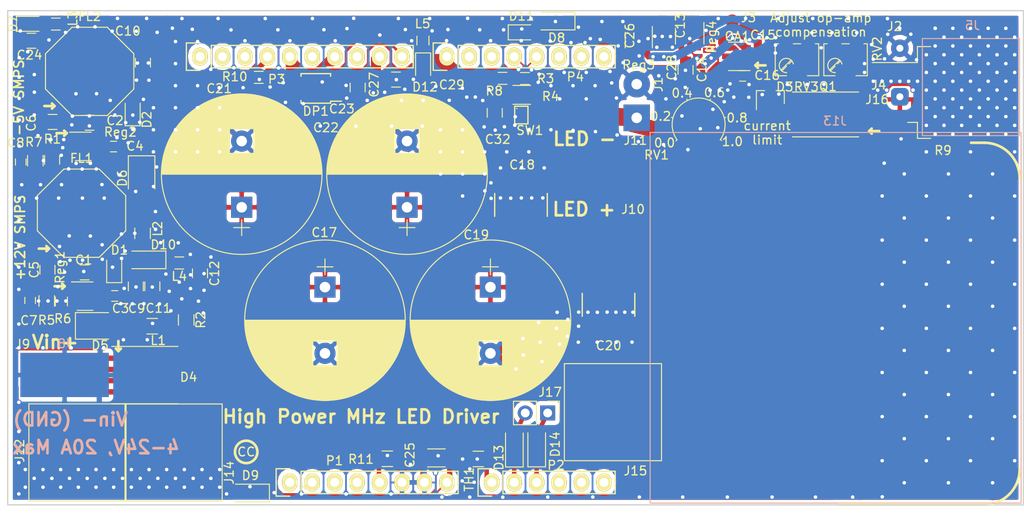
<source format=kicad_pcb>
(kicad_pcb (version 20170922) (host pcbnew "(2017-11-06 revision 9df4ae65e)-makepkg")
  (title_block (date "lun. 30 mars 2015"))
  (layers (0 F.Cu signal) (31 B.Cu signal) (34 B.Paste user) (35 F.Paste user) (36 B.SilkS user) (37 F.SilkS user) (38 B.Mask user) (39 F.Mask user) (44 Edge.Cuts user))
  (net 0 "")
  (net 1 /IOREF)
  (net 2 /Reset)
  (net 3 +5V)
  (net 4 GND)
  (net 5 /A0)
  (net 6 /A1)
  (net 7 /A2)
  (net 8 /A3)
  (net 9 /AREF)
  (net 10 "/A4(SDA)")
  (net 11 "/A5(SCL)")
  (net 12 "/9(**)")
  (net 13 /8)
  (net 14 /7)
  (net 15 "/6(**)")
  (net 16 "/5(**)")
  (net 17 /4)
  (net 18 "/3(**)")
  (net 19 /2)
  (net 20 "/1(Tx)")
  (net 21 "/0(Rx)")
  (net 22 "/13(SCK)")
  (net 23 "/10(**/SS)")
  (net 24 "Net-(P1-Pad1)")
  (net 25 +3V3)
  (net 26 "/12(MISO)")
  (net 27 "/11(**/MOSI)")
  (net 28 10V)
  (net 29 "Net-(C16-Pad1)")
  (net 30 -2V)
  (net 31 "Net-(C16-Pad2)")
  (net 32 "Net-(C6-Pad1)")
  (net 33 "Net-(C8-Pad1)")
  (net 34 Vin)
  (net 35 "Net-(C4-Pad1)")
  (net 36 "Net-(C3-Pad1)")
  (net 37 "Net-(C7-Pad1)")
  (net 38 "Net-(C5-Pad1)")
  (net 39 "Net-(RV2-Pad3)")
  (net 40 "Net-(J4-Pad1)")
  (net 41 "Net-(RV3-Pad3)")
  (net 42 "Net-(C5-Pad2)")
  (net 43 "Net-(C6-Pad2)")
  (net 44 "Net-(D4-Pad2)")
  (net 45 "Net-(D3-Pad3)")
  (net 46 "Net-(D3-Pad1)")
  (net 47 "Net-(C1-Pad1)")
  (net 48 "Net-(C2-Pad1)")
  (net 49 "Net-(OA1-Pad5)")
  (net 50 "Net-(OA1-Pad3)")
  (net 51 "GND(NC)")
  (net 52 "Net-(Reg3-Pad4)")
  (net 53 "Net-(C28-Pad1)")
  (net 54 "/Vin(Arduino)")
  (net 55 /-5V-SMPS)
  (net 56 /12V-SMPS)
  (net 57 "Net-(D5-Pad2)")
  (net 58 "Net-(D6-Pad2)")
  (net 59 "Net-(C12-Pad2)")
  (net 60 "Net-(D10-Pad1)")
  (net 61 "Net-(D7-Pad2)")
  (net 62 /Input)
  (net 63 "Net-(DP1-Pad10)")
  (net 64 "Net-(DP1-Pad3)")
  (net 65 "Net-(R3-Pad2)")
  (net 66 "Net-(R4-Pad2)")
  (net 67 "Net-(C29-Pad2)")
  (net 68 /-4V)
  (net 69 "Net-(D12-Pad1)")
  (net 70 "Net-(D13-Pad2)")
  (net 71 "Net-(D14-Pad2)")
  (net 72 "/A5(SCL*)")
  (net 73 "/A4(SDA*)")
  (net 74 "Net-(C26-Pad1)")
  (net 75 "Net-(C13-Pad1)")
  (module Ben_Custom:0508_Capacitor (layer F.Cu) (at 175.568 73.065 270)
    (fp_text reference C26 (at 0.1397 -1.86182 270) (layer F.SilkS))
    (fp_text value "2.2 uF" hide)
    (pad 1 smd rect (at -0.5334 0 270) (size 0.5842 2.0066) (layers F.Cu F.Paste F.Mask) (net 74 "Net-(C26-Pad1)"))
    (pad 2 smd rect (at 0.5334 0 270) (size 0.5842 2.0066) (layers F.Cu F.Paste F.Mask) (net 4 GND))
  )
  (module Ben_Custom:0508_Capacitor (layer F.Cu) (at 181.278 71.925 270)
    (fp_text reference C13 (at 0.1397 -1.86182 270) (layer F.SilkS))
    (fp_text value "2.2 uF" hide)
    (pad 2 smd rect (at 0.5334 0 270) (size 0.5842 2.0066) (layers F.Cu F.Paste F.Mask) (net 4 GND))
    (pad 1 smd rect (at -0.5334 0 270) (size 0.5842 2.0066) (layers F.Cu F.Paste F.Mask) (net 75 "Net-(C13-Pad1)"))
  )
  (module Ben_Custom:Wurth_Coupled_Inductor (layer F.Cu) (at 115.358 93.315 180)
    (fp_text reference FL1 (at 0 6.223 180) (layer F.SilkS))
    (fp_text value 4.7uH)
    (pad 1 smd rect (at 0 -3.8 180) (size 3.6 1.4) (layers F.Cu F.Paste F.Mask) (net 47 "Net-(C1-Pad1)"))
    (pad 3 smd rect (at 0 3.8 180) (size 3.6 1.4) (layers F.Cu F.Paste F.Mask) (net 4 GND))
    (pad 2 smd rect (at -3.8 0 180) (size 1.4 3.6) (layers F.Cu F.Paste F.Mask) (net 42 "Net-(C5-Pad2)"))
    (pad 4 smd rect (at 3.8 0 180) (size 1.4 3.6) (layers F.Cu F.Paste F.Mask) (net 38 "Net-(C5-Pad1)"))
  )
  (module Ben_Custom:Wurth_Coupled_Inductor (layer F.Cu) (at 116.278 77.245 180)
    (fp_text reference FL2 (at 0 6.223 180) (layer F.SilkS))
    (fp_text value 2.7uH)
    (pad 1 smd rect (at 0 -3.8 180) (size 3.6 1.4) (layers F.Cu F.Paste F.Mask) (net 48 "Net-(C2-Pad1)"))
    (pad 3 smd rect (at 0 3.8 180) (size 3.6 1.4) (layers F.Cu F.Paste F.Mask) (net 55 /-5V-SMPS))
    (pad 2 smd rect (at -3.8 0 180) (size 1.4 3.6) (layers F.Cu F.Paste F.Mask) (net 43 "Net-(C6-Pad2)"))
    (pad 4 smd rect (at 3.8 0 180) (size 1.4 3.6) (layers F.Cu F.Paste F.Mask) (net 32 "Net-(C6-Pad1)"))
  )
  (module TO_SOT_Packages_SMD:TO-263-2 (layer F.Cu) (at 212.938 79.635)
    (fp_text reference R9 (at -0.05 6.57) (layer F.SilkS))
    (fp_text value 5)
    (pad 2 smd rect (at 0.95 2.775) (size 4.55 5.25) (layers F.Cu F.Paste) (net 4 GND))
    (pad 2 smd rect (at 5.8 -2.775) (size 4.55 5.25) (layers F.Cu F.Paste) (net 4 GND))
    (pad 2 smd rect (at 0.95 -2.775) (size 4.55 5.25) (layers F.Cu F.Paste) (net 4 GND))
    (pad 2 smd rect (at 5.8 2.775) (size 4.55 5.25) (layers F.Cu F.Paste) (net 4 GND))
    (pad 2 smd rect (at 3.375 0) (size 9.4 10.8) (layers F.Cu F.Mask) (net 4 GND))
    (pad 3 smd rect (at -5.775 2.54) (size 4.6 1.1) (layers F.Cu F.Paste F.Mask) (net 45 "Net-(D3-Pad3)"))
    (pad 1 smd rect (at -5.775 -2.54) (size 4.6 1.1) (layers F.Cu F.Paste F.Mask) (net 4 GND))
  )
  (module Ben_Custom:Current_sense (layer F.Cu) (at 207.998 80.125)
    (fp_text reference J16 (at -2.58 0.31) (layer F.SilkS))
    (fp_text value Conn_Coaxial_Power)
    (pad 1 thru_hole roundrect (at 0 0) (size 1.99898 1.99898) (drill 0.8001) (layers *.Cu *.Mask) (net 45 "Net-(D3-Pad3)"))
    (pad 2 thru_hole circle (at 0 -5.5) (size 1.99898 1.99898) (drill 0.8001) (layers *.Cu *.Mask) (net 4 GND))
  )
  (module Socket_Strips:Socket_Strip_Straight_1x02_Pitch2.54mm (layer F.Cu) (at 168.128 115.955 270)
    (fp_text reference J17 (at -2.36 -0.28) (layer F.SilkS))
    (fp_text value Conn_01x02_Female)
    (pad 2 thru_hole oval (at 0 2.54 270) (size 1.7 1.7) (drill 1) (layers *.Cu *.Mask) (net 70 "Net-(D13-Pad2)"))
    (pad 1 thru_hole rect (at 0 0 270) (size 1.7 1.7) (drill 1) (layers *.Cu *.Mask) (net 71 "Net-(D14-Pad2)"))
  )
  (module Resistors_SMD:R_0603 (layer F.Cu) (at 135.418 77.925 180)
    (fp_text reference R10 (at 2.72 0.07 180) (layer F.SilkS))
    (fp_text value 10)
    (pad 2 smd rect (at 0.75 0 180) (size 0.5 0.9) (layers F.Cu F.Paste F.Mask) (net 51 "GND(NC)"))
    (pad 1 smd rect (at -0.75 0 180) (size 0.5 0.9) (layers F.Cu F.Paste F.Mask) (net 4 GND))
  )
  (module TO_SOT_Packages_SMD:SOT-23-6 (layer F.Cu) (at 115.558 85.745)
    (fp_text reference Reg2 (at 4.2 -1.62) (layer F.SilkS))
    (fp_text value LT8330)
    (pad 1 smd rect (at -1.1 -0.95) (size 1.06 0.65) (layers F.Cu F.Paste F.Mask) (net 32 "Net-(C6-Pad1)"))
    (pad 2 smd rect (at -1.1 0) (size 1.06 0.65) (layers F.Cu F.Paste F.Mask) (net 4 GND))
    (pad 3 smd rect (at -1.1 0.95) (size 1.06 0.65) (layers F.Cu F.Paste F.Mask) (net 33 "Net-(C8-Pad1)"))
    (pad 4 smd rect (at 1.1 0.95) (size 1.06 0.65) (layers F.Cu F.Paste F.Mask) (net 48 "Net-(C2-Pad1)"))
    (pad 6 smd rect (at 1.1 -0.95) (size 1.06 0.65) (layers F.Cu F.Paste F.Mask) (net 48 "Net-(C2-Pad1)"))
    (pad 5 smd rect (at 1.1 0) (size 1.06 0.65) (layers F.Cu F.Paste F.Mask) (net 35 "Net-(C4-Pad1)"))
  )
  (module TO_SOT_Packages_SMD:SOT-23-6 (layer F.Cu) (at 115.758 102.715)
    (fp_text reference Reg1 (at -2.84 -3.26 90) (layer F.SilkS))
    (fp_text value LT8330)
    (pad 5 smd rect (at 1.1 0) (size 1.06 0.65) (layers F.Cu F.Paste F.Mask) (net 36 "Net-(C3-Pad1)"))
    (pad 6 smd rect (at 1.1 -0.95) (size 1.06 0.65) (layers F.Cu F.Paste F.Mask) (net 47 "Net-(C1-Pad1)"))
    (pad 4 smd rect (at 1.1 0.95) (size 1.06 0.65) (layers F.Cu F.Paste F.Mask) (net 47 "Net-(C1-Pad1)"))
    (pad 3 smd rect (at -1.1 0.95) (size 1.06 0.65) (layers F.Cu F.Paste F.Mask) (net 37 "Net-(C7-Pad1)"))
    (pad 2 smd rect (at -1.1 0) (size 1.06 0.65) (layers F.Cu F.Paste F.Mask) (net 4 GND))
    (pad 1 smd rect (at -1.1 -0.95) (size 1.06 0.65) (layers F.Cu F.Paste F.Mask) (net 38 "Net-(C5-Pad1)"))
  )
  (module Ben_Custom:Heatsink-Wakefield_655-53AB_41x41mm (layer B.Cu) (at 200.728 105.165)
    (fp_text reference J13 (at -0.07 -22.3) (layer B.SilkS) (effects (justify mirror)))
    (fp_text value Heat_Sink)
    (pad 1 smd rect (at 0 0) (size 40.64 40.64) (layers B.Cu) (net 4 GND))
  )
  (module Diodes_SMD:D_SOD-123F (layer F.Cu) (at 166.888 119.855 90)
    (fp_text reference D14 (at 0.35 2.09 90) (layer F.SilkS))
    (fp_text value D_Schottky)
    (pad 2 smd rect (at 1.4 0 90) (size 1.1 1.1) (layers F.Cu F.Paste F.Mask) (net 71 "Net-(D14-Pad2)"))
    (pad 1 smd rect (at -1.4 0 90) (size 1.1 1.1) (layers F.Cu F.Paste F.Mask) (net 7 /A2))
  )
  (module Diodes_SMD:D_SOD-123F (layer F.Cu) (at 164.358 119.875 90)
    (fp_text reference D13 (at -1.14 -1.75 90) (layer F.SilkS))
    (fp_text value D_Schottky)
    (pad 2 smd rect (at 1.4 0 90) (size 1.1 1.1) (layers F.Cu F.Paste F.Mask) (net 70 "Net-(D13-Pad2)"))
    (pad 1 smd rect (at -1.4 0 90) (size 1.1 1.1) (layers F.Cu F.Paste F.Mask) (net 6 /A1))
  )
  (module Resistors_SMD:R_0805 (layer F.Cu) (at 149.978 121.145)
    (fp_text reference R11 (at -2.98 0.05) (layer F.SilkS))
    (fp_text value 4.7k)
    (pad 1 smd rect (at -0.95 0) (size 0.7 1.3) (layers F.Cu F.Paste F.Mask) (net 3 +5V))
    (pad 2 smd rect (at 0.95 0) (size 0.7 1.3) (layers F.Cu F.Paste F.Mask) (net 5 /A0))
  )
  (module Resistors_SMD:R_0805 (layer F.Cu) (at 160.278 121.165 180)
    (fp_text reference TH1 (at 1.04 -2.32 270) (layer F.SilkS))
    (fp_text value Thermistor)
    (pad 2 smd rect (at 0.95 0 180) (size 0.7 1.3) (layers F.Cu F.Paste F.Mask) (net 4 GND))
    (pad 1 smd rect (at -0.95 0 180) (size 0.7 1.3) (layers F.Cu F.Paste F.Mask) (net 5 /A0))
  )
  (module Housings_SSOP:MSOP-10_3x3mm_Pitch0.5mm (layer F.Cu) (at 141.878 79.175 180)
    (fp_text reference DP1 (at 0 -2.58 180) (layer F.SilkS))
    (fp_text value AD5162)
    (pad 10 smd rect (at 2.2 -1 180) (size 1.4 0.3) (layers F.Cu F.Paste F.Mask) (net 63 "Net-(DP1-Pad10)"))
    (pad 9 smd rect (at 2.2 -0.5 180) (size 1.4 0.3) (layers F.Cu F.Paste F.Mask) (net 63 "Net-(DP1-Pad10)"))
    (pad 8 smd rect (at 2.2 0 180) (size 1.4 0.3) (layers F.Cu F.Paste F.Mask) (net 13 /8))
    (pad 7 smd rect (at 2.2 0.5 180) (size 1.4 0.3) (layers F.Cu F.Paste F.Mask) (net 27 "/11(**/MOSI)"))
    (pad 6 smd rect (at 2.2 1 180) (size 1.4 0.3) (layers F.Cu F.Paste F.Mask) (net 22 "/13(SCK)"))
    (pad 5 smd rect (at -2.2 1 180) (size 1.4 0.3) (layers F.Cu F.Paste F.Mask) (net 14 /7))
    (pad 4 smd rect (at -2.2 0.5 180) (size 1.4 0.3) (layers F.Cu F.Paste F.Mask) (net 4 GND))
    (pad 3 smd rect (at -2.2 0 180) (size 1.4 0.3) (layers F.Cu F.Paste F.Mask) (net 64 "Net-(DP1-Pad3)"))
    (pad 2 smd rect (at -2.2 -0.5 180) (size 1.4 0.3) (layers F.Cu F.Paste F.Mask) (net 12 "/9(**)"))
    (pad 1 smd rect (at -2.2 -1 180) (size 1.4 0.3) (layers F.Cu F.Paste F.Mask) (net 4 GND))
  )
  (module Resistors_SMD:R_0603 (layer F.Cu) (at 163.018 78.035)
    (fp_text reference R8 (at -0.94 1.43 -180) (layer F.SilkS))
    (fp_text value 1.8k)
    (pad 2 smd rect (at 0.75 0) (size 0.5 0.9) (layers F.Cu F.Paste F.Mask) (net 65 "Net-(R3-Pad2)"))
    (pad 1 smd rect (at -0.75 0) (size 0.5 0.9) (layers F.Cu F.Paste F.Mask) (net 67 "Net-(C29-Pad2)"))
  )
  (module Ben_Custom:0508_Capacitor (layer F.Cu) (at 159.948 78.885 90)
    (fp_text reference C29 (at 0.12 -2.68 180) (layer F.SilkS))
    (fp_text value "2.2 uF" hide)
    (pad 1 smd rect (at -0.5334 0 90) (size 0.5842 2.0066) (layers F.Cu F.Paste F.Mask) (net 4 GND))
    (pad 2 smd rect (at 0.5334 0 90) (size 0.5842 2.0066) (layers F.Cu F.Paste F.Mask) (net 67 "Net-(C29-Pad2)"))
  )
  (module Diodes_SMD:D_SOD-323F (layer F.Cu) (at 154.028 76.655 270)
    (fp_text reference D12 (at 2.36 -0.21) (layer F.SilkS))
    (fp_text value D)
    (pad 2 smd rect (at 1.1 0 270) (size 0.5 0.5) (layers F.Cu F.Paste F.Mask) (net 67 "Net-(C29-Pad2)"))
    (pad 1 smd rect (at -1.1 0 270) (size 0.5 0.5) (layers F.Cu F.Paste F.Mask) (net 69 "Net-(D12-Pad1)"))
  )
  (module Ben_Custom:8-VFSOP (layer F.Cu) (at 165.148 82.195 270)
    (fp_text reference SW1 (at 1.74 -0.96) (layer F.SilkS))
    (fp_text value TS5A3357DCUR)
    (pad 4 smd rect (at 0.7493 1.55 270) (size 0.29972 0.8) (layers F.Cu F.Paste F.Mask) (net 4 GND))
    (pad 3 smd rect (at 0.24892 1.55 270) (size 0.29972 0.8) (layers F.Cu F.Paste F.Mask) (net 4 GND))
    (pad 2 smd rect (at -0.24892 1.55 270) (size 0.29972 0.8) (layers F.Cu F.Paste F.Mask) (net 64 "Net-(DP1-Pad3)"))
    (pad 1 smd rect (at -0.7493 1.55 270) (size 0.29972 0.8) (layers F.Cu F.Paste F.Mask) (net 65 "Net-(R3-Pad2)"))
    (pad 8 smd rect (at -0.7493 -1.55 270) (size 0.29972 0.8) (layers F.Cu F.Paste F.Mask) (net 66 "Net-(R4-Pad2)"))
    (pad 7 smd rect (at -0.24892 -1.55 270) (size 0.29972 0.8) (layers F.Cu F.Paste F.Mask) (net 62 /Input))
    (pad 6 smd rect (at 0.24892 -1.55 270) (size 0.29972 0.8) (layers F.Cu F.Paste F.Mask) (net 18 "/3(**)"))
    (pad 5 smd rect (at 0.7493 -1.55 270) (size 0.29972 0.8) (layers F.Cu F.Paste F.Mask) (net 17 /4))
  )
  (module Capacitors_SMD:C_0805 (layer F.Cu) (at 162.138 81.945 90)
    (fp_text reference C32 (at -3 0.34 180) (layer F.SilkS))
    (fp_text value "10 nF")
    (pad 1 smd rect (at -1 0 90) (size 1 1.25) (layers F.Cu F.Paste F.Mask) (net 4 GND))
    (pad 2 smd rect (at 1 0 90) (size 1 1.25) (layers F.Cu F.Paste F.Mask) (net 14 /7))
  )
  (module Resistors_SMD:R_0603 (layer F.Cu) (at 165.558 78.055 180)
    (fp_text reference R3 (at -2.34 -0.01 180) (layer F.SilkS))
    (fp_text value 100)
    (pad 2 smd rect (at 0.75 0 180) (size 0.5 0.9) (layers F.Cu F.Paste F.Mask) (net 65 "Net-(R3-Pad2)"))
    (pad 1 smd rect (at -0.75 0 180) (size 0.5 0.9) (layers F.Cu F.Paste F.Mask) (net 4 GND))
  )
  (module Resistors_SMD:R_1206 (layer F.Cu) (at 165.198 79.905)
    (fp_text reference R4 (at 3.26 0.18) (layer F.SilkS))
    (fp_text value 200m)
    (pad 2 smd rect (at 1.45 0) (size 0.9 1.7) (layers F.Cu F.Paste F.Mask) (net 66 "Net-(R4-Pad2)"))
    (pad 1 smd rect (at -1.45 0) (size 0.9 1.7) (layers F.Cu F.Paste F.Mask) (net 14 /7))
  )
  (module Capacitors_SMD:C_0805 (layer F.Cu) (at 146.618 79.075 270)
    (fp_text reference C23 (at 2.42 1.79) (layer F.SilkS))
    (fp_text value "10 nF")
    (pad 2 smd rect (at 1 0 270) (size 1 1.25) (layers F.Cu F.Paste F.Mask) (net 4 GND))
    (pad 1 smd rect (at -1 0 270) (size 1 1.25) (layers F.Cu F.Paste F.Mask) (net 14 /7))
  )
  (module Capacitors_SMD:C_0805 (layer F.Cu) (at 116.268 83.065 180)
    (fp_text reference C2 (at -2.88 0.25 180) (layer F.SilkS))
    (fp_text value "4.7 uF")
    (pad 2 smd rect (at 1 0 180) (size 1 1.25) (layers F.Cu F.Paste F.Mask) (net 4 GND))
    (pad 1 smd rect (at -1 0 180) (size 1 1.25) (layers F.Cu F.Paste F.Mask) (net 48 "Net-(C2-Pad1)"))
  )
  (module Inductors_SMD:L_0603 (layer F.Cu) (at 154.008 73.755 270)
    (fp_text reference L5 (at -1.91 0.04) (layer F.SilkS))
    (fp_text value Ferrite_Bead)
    (pad 1 smd rect (at -0.75 0 270) (size 0.5 0.9) (layers F.Cu F.Paste F.Mask) (net 68 /-4V))
    (pad 2 smd rect (at 0.75 0 270) (size 0.5 0.9) (layers F.Cu F.Paste F.Mask) (net 69 "Net-(D12-Pad1)"))
  )
  (module Ben_Custom:Heatsink-10x10mm-V2017B (layer B.Cu) (at 216.048 79.025)
    (fp_text reference J5 (at 0.17 -6.98) (layer B.SilkS) (effects (justify mirror)))
    (fp_text value Heat_Sink)
  )
  (module Capacitors_SMD:C_0805 (layer F.Cu) (at 150.958 78.175 180)
    (fp_text reference C27 (at 2.48 -0.58 270) (layer F.SilkS))
    (fp_text value "4.7 uF")
    (pad 2 smd rect (at 1 0 180) (size 1 1.25) (layers F.Cu F.Paste F.Mask) (net 14 /7))
    (pad 1 smd rect (at -1 0 180) (size 1 1.25) (layers F.Cu F.Paste F.Mask) (net 4 GND))
  )
  (module Ben_Custom:DO-214AC (layer F.Cu) (at 118.168 106.085)
    (fp_text reference D5 (at -0.71 2.21) (layer F.SilkS))
    (fp_text value D_Schottky)
    (pad 1 smd rect (at -2.19964 0) (size 2.10058 1.80086) (layers F.Cu F.Paste F.Mask) (net 47 "Net-(C1-Pad1)"))
    (pad 2 smd rect (at 2.19964 0) (size 2.10058 1.80086) (layers F.Cu F.Paste F.Mask) (net 57 "Net-(D5-Pad2)"))
  )
  (module Ben_Custom:DO-214AC (layer F.Cu) (at 122.158 90.315 270)
    (fp_text reference D6 (at -0.97 2.18 270) (layer F.SilkS))
    (fp_text value D_Schottky)
    (pad 2 smd rect (at 2.19964 0 270) (size 2.10058 1.80086) (layers F.Cu F.Paste F.Mask) (net 58 "Net-(D6-Pad2)"))
    (pad 1 smd rect (at -2.19964 0 270) (size 2.10058 1.80086) (layers F.Cu F.Paste F.Mask) (net 48 "Net-(C2-Pad1)"))
  )
  (module Ben_Custom:Heatsink-10x10mm-V2017B (layer F.Cu) (at 175.518 115.865)
    (fp_text reference J15 (at 2.55 6.65) (layer F.SilkS))
    (fp_text value Heat_Sink)
  )
  (module Ben_Custom:Heatsink-10x10mm-V2017B (layer F.Cu) (at 125.778 120.435)
    (fp_text reference J14 (at 6.29 2.29 90) (layer F.SilkS))
    (fp_text value Heat_Sink)
  )
  (module Ben_Custom:Heatsink-10x10mm-V2017B (layer F.Cu) (at 114.898 120.425)
    (fp_text reference J12 (at -6.54 -0.2 90) (layer F.SilkS))
    (fp_text value Heat_Sink)
  )
  (module Diodes_SMD:D_SOD-323F (layer F.Cu) (at 165.168 72.825)
    (fp_text reference D11 (at 0 -1.85) (layer F.SilkS))
    (fp_text value D)
    (pad 2 smd rect (at 1.1 0) (size 0.5 0.5) (layers F.Cu F.Paste F.Mask) (net 74 "Net-(C26-Pad1)"))
    (pad 1 smd rect (at -1.1 0) (size 0.5 0.5) (layers F.Cu F.Paste F.Mask) (net 68 /-4V))
  )
  (module Diodes_SMD:D_SOD-123F (layer F.Cu) (at 134.428 125.025 180)
    (fp_text reference D9 (at -0.05 1.99 180) (layer F.SilkS))
    (fp_text value D_Schottky)
    (pad 2 smd rect (at 1.4 0 180) (size 1.1 1.1) (layers F.Cu F.Paste F.Mask) (net 59 "Net-(C12-Pad2)"))
    (pad 1 smd rect (at -1.4 0 180) (size 1.1 1.1) (layers F.Cu F.Paste F.Mask) (net 54 "/Vin(Arduino)"))
  )
  (module Capacitors_SMD:C_0603 (layer F.Cu) (at 109.538 103.205 90)
    (fp_text reference C7 (at -2.27 -0.14 180) (layer F.SilkS))
    (fp_text value "4.7 pF")
    (pad 1 smd rect (at -0.75 0 90) (size 0.8 0.75) (layers F.Cu F.Paste F.Mask) (net 37 "Net-(C7-Pad1)"))
    (pad 2 smd rect (at 0.75 0 90) (size 0.8 0.75) (layers F.Cu F.Paste F.Mask) (net 56 /12V-SMPS))
  )
  (module Inductors_SMD:L_0805 (layer F.Cu) (at 123.358 106.125)
    (fp_text reference L1 (at 0.68 1.61) (layer F.SilkS))
    (fp_text value Ferrite_Bead)
    (pad 2 smd rect (at 0.95 0) (size 0.7 1.3) (layers F.Cu F.Paste F.Mask) (net 34 Vin))
    (pad 1 smd rect (at -0.95 0) (size 0.7 1.3) (layers F.Cu F.Paste F.Mask) (net 57 "Net-(D5-Pad2)"))
  )
  (module Diodes_SMD:D_SOD-323F (layer F.Cu) (at 109.488 71.855)
    (fp_text reference D7 (at -1.9 -0.02 90) (layer F.SilkS))
    (fp_text value D)
    (pad 1 smd rect (at -1.1 0) (size 0.5 0.5) (layers F.Cu F.Paste F.Mask) (net 55 /-5V-SMPS))
    (pad 2 smd rect (at 1.1 0) (size 0.5 0.5) (layers F.Cu F.Paste F.Mask) (net 61 "Net-(D7-Pad2)"))
  )
  (module TO_SOT_Packages_SMD:SOT-23-5 (layer F.Cu) (at 184.208 73.245 270)
    (fp_text reference Reg4 (at 0.11 -2.49 90) (layer F.SilkS))
    (fp_text value LP2985-10.0)
    (pad 5 smd rect (at 1.1 -0.95 270) (size 1.06 0.65) (layers F.Cu F.Paste F.Mask) (net 28 10V))
    (pad 4 smd rect (at 1.1 0.95 270) (size 1.06 0.65) (layers F.Cu F.Paste F.Mask) (net 53 "Net-(C28-Pad1)"))
    (pad 3 smd rect (at -1.1 0.95 270) (size 1.06 0.65) (layers F.Cu F.Paste F.Mask) (net 75 "Net-(C13-Pad1)"))
    (pad 2 smd rect (at -1.1 0 270) (size 1.06 0.65) (layers F.Cu F.Paste F.Mask) (net 4 GND))
    (pad 1 smd rect (at -1.1 -0.95 270) (size 1.06 0.65) (layers F.Cu F.Paste F.Mask) (net 75 "Net-(C13-Pad1)"))
  )
  (module Capacitors_SMD:C_0805 (layer F.Cu) (at 109.678 73.775)
    (fp_text reference C24 (at -0.21 1.62) (layer F.SilkS))
    (fp_text value "4.7 uF")
    (pad 2 smd rect (at 1 0) (size 1 1.25) (layers F.Cu F.Paste F.Mask) (net 68 /-4V))
    (pad 1 smd rect (at -1 0) (size 1 1.25) (layers F.Cu F.Paste F.Mask) (net 4 GND))
  )
  (module Capacitors_SMD:C_0805 (layer F.Cu) (at 128.768 100.125 90)
    (fp_text reference C12 (at -0.02 1.65 90) (layer F.SilkS))
    (fp_text value "4.7 uF")
    (pad 2 smd rect (at 1 0 90) (size 1 1.25) (layers F.Cu F.Paste F.Mask) (net 59 "Net-(C12-Pad2)"))
    (pad 1 smd rect (at -1 0 90) (size 1 1.25) (layers F.Cu F.Paste F.Mask) (net 4 GND))
  )
  (module Diodes_SMD:D_SOD-123F (layer F.Cu) (at 169.018 71.545 180)
    (fp_text reference D8 (at -0.127 -1.905 180) (layer F.SilkS))
    (fp_text value D_Schottky)
    (pad 1 smd rect (at -1.4 0 180) (size 1.1 1.1) (layers F.Cu F.Paste F.Mask) (net 75 "Net-(C13-Pad1)"))
    (pad 2 smd rect (at 1.4 0 180) (size 1.1 1.1) (layers F.Cu F.Paste F.Mask) (net 59 "Net-(C12-Pad2)"))
  )
  (module Diodes_SMD:D_SOD-123F (layer F.Cu) (at 122.708 98.605 180)
    (fp_text reference D10 (at -1.91 1.71 180) (layer F.SilkS))
    (fp_text value D_Schottky)
    (pad 2 smd rect (at 1.4 0 180) (size 1.1 1.1) (layers F.Cu F.Paste F.Mask) (net 56 /12V-SMPS))
    (pad 1 smd rect (at -1.4 0 180) (size 1.1 1.1) (layers F.Cu F.Paste F.Mask) (net 60 "Net-(D10-Pad1)"))
  )
  (module Capacitors_SMD:C_0805 (layer F.Cu) (at 183.738 77.075 270)
    (fp_text reference C28 (at -0.26 1.56 270) (layer F.SilkS))
    (fp_text value "10 nF")
    (pad 2 smd rect (at 1 0 270) (size 1 1.25) (layers F.Cu F.Paste F.Mask) (net 4 GND))
    (pad 1 smd rect (at -1 0 270) (size 1 1.25) (layers F.Cu F.Paste F.Mask) (net 53 "Net-(C28-Pad1)"))
  )
  (module Capacitors_THT:CP_Radial_D18.0mm_P7.50mm (layer F.Cu) (at 133.488 92.645 90)
    (fp_text reference C21 (at 13.45 -2.54 180) (layer F.SilkS))
    (fp_text value "2700 uF")
    (pad 2 thru_hole circle (at 7.5 0 90) (size 2.4 2.4) (drill 1.2) (layers *.Cu *.Mask) (net 4 GND))
    (pad 1 thru_hole rect (at 0 0 90) (size 2.4 2.4) (drill 1.2) (layers *.Cu *.Mask) (net 34 Vin))
  )
  (module Capacitors_SMD:C_1206 (layer F.Cu) (at 155.538 121.045 180)
    (fp_text reference C25 (at 3 0.31 270) (layer F.SilkS))
    (fp_text value "22 uF")
    (pad 2 smd rect (at 1.5 0 180) (size 1 1.6) (layers F.Cu F.Paste F.Mask) (net 4 GND))
    (pad 1 smd rect (at -1.5 0 180) (size 1 1.6) (layers F.Cu F.Paste F.Mask) (net 54 "/Vin(Arduino)"))
  )
  (module Capacitors_SMD:C_0805 (layer F.Cu) (at 112.028 87.265 90)
    (fp_text reference R1 (at 2.35 0.04 180) (layer F.SilkS))
    (fp_text value 187k)
    (pad 1 smd rect (at -1 0 90) (size 1 1.25) (layers F.Cu F.Paste F.Mask) (net 33 "Net-(C8-Pad1)"))
    (pad 2 smd rect (at 1 0 90) (size 1 1.25) (layers F.Cu F.Paste F.Mask) (net 4 GND))
  )
  (module Inductors_SMD:L_0805 (layer F.Cu) (at 122.268 95.605 270)
    (fp_text reference L2 (at -0.53 -1.71 270) (layer F.SilkS))
    (fp_text value Ferrite_Bead)
    (pad 1 smd rect (at -0.95 0 270) (size 0.7 1.3) (layers F.Cu F.Paste F.Mask) (net 58 "Net-(D6-Pad2)"))
    (pad 2 smd rect (at 0.95 0 270) (size 0.7 1.3) (layers F.Cu F.Paste F.Mask) (net 34 Vin))
  )
  (module Resistors_SMD:R_0805 (layer F.Cu) (at 127.208 105.415 270)
    (fp_text reference R2 (at 0 -1.65 270) (layer F.SilkS))
    (fp_text value 4.7k)
    (pad 2 smd rect (at 0.95 0 270) (size 0.7 1.3) (layers F.Cu F.Paste F.Mask) (net 34 Vin))
    (pad 1 smd rect (at -0.95 0 270) (size 0.7 1.3) (layers F.Cu F.Paste F.Mask) (net 4 GND))
  )
  (module TO_SOT_Packages_SMD:TSOT-23-5 (layer F.Cu) (at 178.468 73.705 270)
    (fp_text reference Reg3 (at 2.8 0.04) (layer F.SilkS))
    (fp_text value ADP7182AUJZ-Fixed)
    (pad 5 smd rect (at 1.31 -0.95 270) (size 1.22 0.65) (layers F.Cu F.Paste F.Mask) (net 30 -2V))
    (pad 4 smd rect (at 1.31 0.95 270) (size 1.22 0.65) (layers F.Cu F.Paste F.Mask) (net 52 "Net-(Reg3-Pad4)"))
    (pad 3 smd rect (at -1.31 0.95 270) (size 1.22 0.65) (layers F.Cu F.Paste F.Mask) (net 74 "Net-(C26-Pad1)"))
    (pad 2 smd rect (at -1.31 0 270) (size 1.22 0.65) (layers F.Cu F.Paste F.Mask) (net 74 "Net-(C26-Pad1)"))
    (pad 1 smd rect (at -1.31 -0.95 270) (size 1.22 0.65) (layers F.Cu F.Paste F.Mask) (net 4 GND))
  )
  (module Diodes_SMD:D_SOD-323F (layer F.Cu) (at 119.058 99.685 90)
    (fp_text reference D1 (at 2.19 0.59 180) (layer F.SilkS))
    (fp_text value D_Schottky)
    (pad 2 smd rect (at 1.1 0 90) (size 0.5 0.5) (layers F.Cu F.Paste F.Mask) (net 42 "Net-(C5-Pad2)"))
    (pad 1 smd rect (at -1.1 0 90) (size 0.5 0.5) (layers F.Cu F.Paste F.Mask) (net 56 /12V-SMPS))
  )
  (module Ben_Custom:CC_silkscreen (layer F.Cu) (at 133.998 120.365)
    (fp_text reference J7)
    (fp_text value Conn_Coaxial)
    (fp_text user CC (at 0 0) (layer F.SilkS))
  )
  (module Wire_Pads:SolderWirePad_single_SMD_5x10mm (layer F.Cu) (at 173.828 88.655 90)
    (fp_text reference J11 (at 3.6 4.23 180) (layer F.SilkS))
    (fp_text value TEST_1P)
    (pad 1 smd rect (at 0 0 90) (size 5 10) (layers F.Cu F.Mask) (net 46 "Net-(D3-Pad1)"))
  )
  (module Ben_Custom:0508_Capacitor (layer F.Cu) (at 187.408 78.095 90)
    (fp_text reference C14 (at 1.07 -1.82 270) (layer F.SilkS))
    (fp_text value "2.2 uF" hide)
    (pad 1 smd rect (at -0.5334 0 90) (size 0.5842 2.0066) (layers F.Cu F.Paste F.Mask) (net 4 GND))
    (pad 2 smd rect (at 0.5334 0 90) (size 0.5842 2.0066) (layers F.Cu F.Paste F.Mask) (net 28 10V))
  )
  (module Ben_Custom:0508_Capacitor (layer F.Cu) (at 192.598 74.845 180)
    (fp_text reference C15 (at 0.1 1.72 180) (layer F.SilkS))
    (fp_text value "2.2 uF" hide)
    (pad 2 smd rect (at 0.5334 0 180) (size 0.5842 2.0066) (layers F.Cu F.Paste F.Mask) (net 30 -2V))
    (pad 1 smd rect (at -0.5334 0 180) (size 0.5842 2.0066) (layers F.Cu F.Paste F.Mask) (net 4 GND))
  )
  (module TO_SOT_Packages_SMD:SOT-23-6 (layer F.Cu) (at 189.498 75.545 180)
    (fp_text reference OA1 (at -0.11 2.27 180) (layer F.SilkS))
    (fp_text value LT6200-10)
    (pad 5 smd rect (at 1.1 0 180) (size 1.06 0.65) (layers F.Cu F.Paste F.Mask) (net 49 "Net-(OA1-Pad5)"))
    (pad 6 smd rect (at 1.1 -0.95 180) (size 1.06 0.65) (layers F.Cu F.Paste F.Mask) (net 28 10V))
    (pad 4 smd rect (at 1.1 0.95 180) (size 1.06 0.65) (layers F.Cu F.Paste F.Mask) (net 29 "Net-(C16-Pad1)"))
    (pad 3 smd rect (at -1.1 0.95 180) (size 1.06 0.65) (layers F.Cu F.Paste F.Mask) (net 50 "Net-(OA1-Pad3)"))
    (pad 2 smd rect (at -1.1 0 180) (size 1.06 0.65) (layers F.Cu F.Paste F.Mask) (net 30 -2V))
    (pad 1 smd rect (at -1.1 -0.95 180) (size 1.06 0.65) (layers F.Cu F.Paste F.Mask) (net 31 "Net-(C16-Pad2)"))
  )
  (module Ben_Custom:2_J-lead_stacked_cap (layer F.Cu) (at 175.018 103.695 90)
    (fp_text reference C20 (at -4.63 0.02 180) (layer F.SilkS))
    (fp_text value "22 uF" hide)
    (pad 1 smd rect (at -2.5778 0 90) (size 1.9556 5.700001) (layers F.Cu F.Paste F.Mask) (net 4 GND))
    (pad 2 smd rect (at 2.5778 0 90) (size 1.9556 5.700001) (layers F.Cu F.Paste F.Mask) (net 34 Vin))
  )
  (module Ben_Custom:2_J-lead_stacked_cap (layer F.Cu) (at 165.108 92.375 90)
    (fp_text reference C18 (at 4.54 0.13 180) (layer F.SilkS))
    (fp_text value "22 uF" hide)
    (pad 2 smd rect (at 2.5778 0 90) (size 1.9556 5.700001) (layers F.Cu F.Paste F.Mask) (net 4 GND))
    (pad 1 smd rect (at -2.5778 0 90) (size 1.9556 5.700001) (layers F.Cu F.Paste F.Mask) (net 34 Vin))
  )
  (module Inductors_SMD:L_0603 (layer F.Cu) (at 112.448 71.885 180)
    (fp_text reference L3 (at -1.92 0.63 -90) (layer F.SilkS))
    (fp_text value Ferrite_Bead)
    (pad 2 smd rect (at 0.75 0 180) (size 0.5 0.9) (layers F.Cu F.Paste F.Mask) (net 61 "Net-(D7-Pad2)"))
    (pad 1 smd rect (at -0.75 0 180) (size 0.5 0.9) (layers F.Cu F.Paste F.Mask) (net 68 /-4V))
  )
  (module Wire_Pads:SolderWirePad_single_SMD_5x10mm (layer F.Cu) (at 173.828 96.655 90)
    (fp_text reference J10 (at 3.78 3.97 180) (layer F.SilkS))
    (fp_text value TEST_1P)
    (pad 1 smd rect (at 0 0 90) (size 5 10) (layers F.Cu F.Mask) (net 34 Vin))
  )
  (module Ben_Custom:SolderWirePad_2x_1-2mmDrill-BNC (layer F.Cu) (at 178.208 80.605 90)
    (fp_text reference J1 (at 1.87 2.42 90) (layer F.SilkS))
    (fp_text value Conn_Coaxial)
    (pad 2 thru_hole circle (at 1.905 0 90) (size 2.99974 2.99974) (drill 1.19888) (layers *.Cu *.Mask) (net 4 GND))
    (pad 1 thru_hole rect (at -1.905 0 90) (size 2.99974 2.99974) (drill 1.19888) (layers *.Cu *.Mask) (net 62 /Input))
  )
  (module Ben_Custom:Bourns_3313J_Trimpot-compact (layer F.Cu) (at 185.218 83.265)
    (fp_text reference RV1 (at -4.76 3.45 180) (layer F.SilkS))
    (fp_text value POT_TRIM)
    (fp_text user 0.0 (at -3.86 2.08) (layer F.SilkS))
    (fp_text user 0.2 (at -4.31 -0.93) (layer F.SilkS))
    (fp_text user 0.4 (at -1.87 -3.56) (layer F.SilkS))
    (fp_text user 0.6 (at 1.79 -3.61) (layer F.SilkS))
    (fp_text user 0.8 (at 4.35 -0.75) (layer F.SilkS))
    (fp_text user 1.0 (at 3.82 1.94) (layer F.SilkS))
    (pad 2 smd rect (at 0 -1.45) (size 1.6 1.6) (layers F.Cu F.Paste F.Mask) (net 50 "Net-(OA1-Pad3)"))
    (pad 1 smd rect (at 1.15 1.45) (size 1.1 1.6) (layers F.Cu F.Paste F.Mask) (net 4 GND))
    (pad 3 smd rect (at -1.15 1.45) (size 1.1 1.6) (layers F.Cu F.Paste F.Mask) (net 62 /Input))
  )
  (module Measurement_Points:Measurement_Point_Round-SMD-Pad_Small (layer F.Cu) (at 189.018 71.545)
    (fp_text reference J3 (at 1.85 -0.39) (layer F.SilkS))
    (fp_text value TEST_1P)
    (pad 1 smd circle (at 0 0) (size 1.5 1.5) (layers F.Cu F.Mask) (net 29 "Net-(C16-Pad1)"))
  )
  (module Ben_Custom:40x40mm-heatsink_only-eighth-pad (layer F.Cu) (at 201.058 105.835)
    (fp_text reference J6)
    (fp_text value Heat_Sink)
    (pad 1 smd roundrect (at 17.5 0) (size 5 40) (layers F.Cu) (roundrect_rratio 0.5) (net 4 GND))
  )
  (module Capacitors_SMD:C_0603 (layer F.Cu) (at 108.478 87.515 90)
    (fp_text reference C8 (at 2.17 -0.55 180) (layer F.SilkS))
    (fp_text value "4.7 pF")
    (pad 2 smd rect (at 0.75 0 90) (size 0.8 0.75) (layers F.Cu F.Paste F.Mask) (net 55 /-5V-SMPS))
    (pad 1 smd rect (at -0.75 0 90) (size 0.8 0.75) (layers F.Cu F.Paste F.Mask) (net 33 "Net-(C8-Pad1)"))
  )
  (module Capacitors_SMD:C_0805 (layer F.Cu) (at 112.078 82.975)
    (fp_text reference C6 (at -2.42 0.12 90) (layer F.SilkS))
    (fp_text value "1 uF")
    (pad 1 smd rect (at -1 0) (size 1 1.25) (layers F.Cu F.Paste F.Mask) (net 32 "Net-(C6-Pad1)"))
    (pad 2 smd rect (at 1 0) (size 1 1.25) (layers F.Cu F.Paste F.Mask) (net 43 "Net-(C6-Pad2)"))
  )
  (module Capacitors_SMD:C_0805 (layer F.Cu) (at 111.498 99.725 90)
    (fp_text reference C5 (at 0 -1.5 90) (layer F.SilkS))
    (fp_text value "1 uF")
    (pad 2 smd rect (at 1 0 90) (size 1 1.25) (layers F.Cu F.Paste F.Mask) (net 42 "Net-(C5-Pad2)"))
    (pad 1 smd rect (at -1 0 90) (size 1 1.25) (layers F.Cu F.Paste F.Mask) (net 38 "Net-(C5-Pad1)"))
  )
  (module Inductors_SMD:L_0603 (layer F.Cu) (at 126.428 98.955 180)
    (fp_text reference L4 (at 0.01 -1.51 180) (layer F.SilkS))
    (fp_text value Ferrite_Bead)
    (pad 1 smd rect (at -0.75 0 180) (size 0.5 0.9) (layers F.Cu F.Paste F.Mask) (net 59 "Net-(C12-Pad2)"))
    (pad 2 smd rect (at 0.75 0 180) (size 0.5 0.9) (layers F.Cu F.Paste F.Mask) (net 60 "Net-(D10-Pad1)"))
  )
  (module Capacitors_THT:CP_Radial_D18.0mm_P7.50mm (layer F.Cu) (at 152.208 92.645 90)
    (fp_text reference C22 (at 9.02 -9.18) (layer F.SilkS))
    (fp_text value "2700 uF")
    (pad 2 thru_hole circle (at 7.5 0 90) (size 2.4 2.4) (drill 1.2) (layers *.Cu *.Mask) (net 4 GND))
    (pad 1 thru_hole rect (at 0 0 90) (size 2.4 2.4) (drill 1.2) (layers *.Cu *.Mask) (net 34 Vin))
  )
  (module Wire_Pads:SolderWirePad_single_SMD_5x10mm (layer B.Cu) (at 113.438 111.655 90)
    (fp_text reference J8 (at 3.55 0.05) (layer B.SilkS) (effects (justify mirror)))
    (fp_text value TEST_1P)
    (pad 1 smd rect (at 0 0 90) (size 5 10) (layers B.Cu B.Mask) (net 4 GND))
  )
  (module Wire_Pads:SolderWirePad_single_SMD_5x10mm (layer F.Cu) (at 113.438 111.655 90)
    (fp_text reference J9 (at 3.49 -4.75 180) (layer F.SilkS))
    (fp_text value TEST_1P)
    (pad 1 smd rect (at 0 0 90) (size 5 10) (layers F.Cu F.Mask) (net 44 "Net-(D4-Pad2)"))
  )
  (module Capacitors_THT:CP_Radial_D18.0mm_P7.50mm (layer F.Cu) (at 142.918 101.695 270)
    (fp_text reference C17 (at -6.19 0.08) (layer F.SilkS))
    (fp_text value "2700 uF")
    (pad 1 thru_hole rect (at 0 0 270) (size 2.4 2.4) (drill 1.2) (layers *.Cu *.Mask) (net 34 Vin))
    (pad 2 thru_hole circle (at 7.5 0 270) (size 2.4 2.4) (drill 1.2) (layers *.Cu *.Mask) (net 4 GND))
  )
  (module Capacitors_THT:CP_Radial_D18.0mm_P7.50mm (layer F.Cu) (at 161.648 101.695 270)
    (fp_text reference C19 (at -5.93 1.6) (layer F.SilkS))
    (fp_text value "2700 uF")
    (pad 2 thru_hole circle (at 7.5 0 270) (size 2.4 2.4) (drill 1.2) (layers *.Cu *.Mask) (net 4 GND))
    (pad 1 thru_hole rect (at 0 0 270) (size 2.4 2.4) (drill 1.2) (layers *.Cu *.Mask) (net 34 Vin))
  )
  (module Ben_Custom:Potentiometer_Trimmer_Bourns_3224W (layer F.Cu) (at 196.35287 75.927049)
    (fp_text reference RV3 (at 1.06513 3.067951) (layer F.SilkS))
    (fp_text value POT_TRIM)
    (pad 1 smd rect (at 1.25 -1.45) (size 1.3 1.6) (layers F.Cu F.Paste F.Mask) (net 29 "Net-(C16-Pad1)"))
    (pad 2 smd rect (at 0 1.45) (size 2 1.6) (layers F.Cu F.Paste F.Mask) (net 45 "Net-(D3-Pad3)"))
    (pad 3 smd rect (at -1.25 -1.45) (size 1.3 1.6) (layers F.Cu F.Paste F.Mask) (net 41 "Net-(RV3-Pad3)"))
  )
  (module Ben_Custom:Potentiometer_Trimmer_Bourns_3224W (layer F.Cu) (at 201.85287 75.927049)
    (fp_text reference RV2 (at 3.59513 -1.232049 90) (layer F.SilkS))
    (fp_text value POT_TRIM)
    (pad 3 smd rect (at -1.25 -1.45) (size 1.3 1.6) (layers F.Cu F.Paste F.Mask) (net 39 "Net-(RV2-Pad3)"))
    (pad 2 smd rect (at 0 1.45) (size 2 1.6) (layers F.Cu F.Paste F.Mask) (net 40 "Net-(J4-Pad1)"))
    (pad 1 smd rect (at 1.25 -1.45) (size 1.3 1.6) (layers F.Cu F.Paste F.Mask) (net 31 "Net-(C16-Pad2)"))
  )
  (module Socket_Arduino_Uno:Socket_Strip_Arduino_1x08 (layer F.Cu) (at 156.718 75.575)
    (fp_text reference P4 (at 14.55 2.29) (layer F.SilkS))
    (fp_text value Digital)
    (pad 1 thru_hole oval (at 0 0) (size 1.7272 2.032) (drill 1.016) (layers *.Cu *.Mask F.SilkS) (net 14 /7))
    (pad 2 thru_hole oval (at 2.54 0) (size 1.7272 2.032) (drill 1.016) (layers *.Cu *.Mask F.SilkS) (net 15 "/6(**)"))
    (pad 3 thru_hole oval (at 5.08 0) (size 1.7272 2.032) (drill 1.016) (layers *.Cu *.Mask F.SilkS) (net 16 "/5(**)"))
    (pad 4 thru_hole oval (at 7.62 0) (size 1.7272 2.032) (drill 1.016) (layers *.Cu *.Mask F.SilkS) (net 17 /4))
    (pad 5 thru_hole oval (at 10.16 0) (size 1.7272 2.032) (drill 1.016) (layers *.Cu *.Mask F.SilkS) (net 18 "/3(**)"))
    (pad 6 thru_hole oval (at 12.7 0) (size 1.7272 2.032) (drill 1.016) (layers *.Cu *.Mask F.SilkS) (net 19 /2))
    (pad 7 thru_hole oval (at 15.24 0) (size 1.7272 2.032) (drill 1.016) (layers *.Cu *.Mask F.SilkS) (net 20 "/1(Tx)"))
    (pad 8 thru_hole oval (at 17.78 0) (size 1.7272 2.032) (drill 1.016) (layers *.Cu *.Mask F.SilkS) (net 21 "/0(Rx)"))
  )
  (module Ben_Custom:Powerdi5060-8 (layer F.Cu) (at 121.278 111.665 270)
    (fp_text reference D4 (at 0.23 -6.2) (layer F.SilkS))
    (fp_text value D)
    (pad 1 smd rect (at 1.905 -4.01 270) (size 0.61 1.02) (layers F.Cu F.Paste F.Mask) (net 34 Vin))
    (pad 1 smd rect (at -0.635 -4.01 270) (size 0.61 1.02) (layers F.Cu F.Paste F.Mask) (net 34 Vin))
    (pad 1 smd rect (at 0.635 -4.01 270) (size 0.61 1.02) (layers F.Cu F.Paste F.Mask) (net 34 Vin))
    (pad 1 smd rect (at -1.905 -4.01 270) (size 0.61 1.02) (layers F.Cu F.Paste F.Mask) (net 34 Vin))
    (pad 1 smd rect (at 0 -1.905 270) (size 4.1 3.81) (layers F.Cu F.Paste F.Mask) (net 34 Vin))
    (pad 1 smd rect (at 0 -2.905 270) (size 5.61 0.6) (layers F.Cu F.Paste F.Mask) (net 34 Vin))
    (pad 1 smd rect (at 0 -0.48 270) (size 5.61 0.6) (layers F.Cu F.Paste F.Mask) (net 34 Vin))
    (pad 2 smd rect (at 1.905 1.455 270) (size 0.61 1.27) (layers F.Cu F.Paste F.Mask) (net 44 "Net-(D4-Pad2)"))
    (pad 2 smd rect (at -0.635 1.455 270) (size 0.61 1.27) (layers F.Cu F.Paste F.Mask) (net 44 "Net-(D4-Pad2)"))
    (pad 2 smd rect (at 0.635 1.455 270) (size 0.61 1.27) (layers F.Cu F.Paste F.Mask) (net 44 "Net-(D4-Pad2)"))
    (pad 2 smd rect (at -1.905 1.455 270) (size 0.61 1.27) (layers F.Cu F.Paste F.Mask) (net 44 "Net-(D4-Pad2)"))
  )
  (module TO_SOT_Packages_SMD:SOT-23 (layer F.Cu) (at 193.338 80.185 90)
    (fp_text reference D3 (at 1.18 1.64 180) (layer F.SilkS))
    (fp_text value D_TVS-3_Pin)
    (pad 3 smd rect (at 1 0 90) (size 0.9 0.8) (layers F.Cu F.Paste F.Mask) (net 45 "Net-(D3-Pad3)"))
    (pad 2 smd rect (at -1 0.95 90) (size 0.9 0.8) (layers F.Cu F.Paste F.Mask) (net 46 "Net-(D3-Pad1)"))
    (pad 1 smd rect (at -1 -0.95 90) (size 0.9 0.8) (layers F.Cu F.Paste F.Mask) (net 46 "Net-(D3-Pad1)"))
  )
  (module Ben_Custom:IRFH5104_PQFN_5x6b (layer F.Cu) (at 199.65287 82.127049 180)
    (fp_text reference Q1 (at -0.20513 3.162049 180) (layer F.SilkS))
    (fp_text value Q_NMOS_GDS)
    (pad 1 smd rect (at -3.02 1.905 180) (size 1.5 0.6) (layers F.Cu F.Mask) (net 40 "Net-(J4-Pad1)"))
    (pad 3 smd rect (at -3.02 0.635 180) (size 1.5 0.6) (layers F.Cu F.Mask) (net 45 "Net-(D3-Pad3)"))
    (pad 3 smd rect (at -3.02 -1.905 180) (size 1.5 0.6) (layers F.Cu F.Mask) (net 45 "Net-(D3-Pad3)"))
    (pad 3 smd rect (at -3.02 -0.635 180) (size 1.5 0.6) (layers F.Cu F.Mask) (net 45 "Net-(D3-Pad3)"))
    (pad 2 smd rect (at 3.095 -0.635 180) (size 1.35 0.6) (layers F.Cu F.Mask) (net 46 "Net-(D3-Pad1)"))
    (pad 2 smd rect (at 3.095 -1.905 180) (size 1.35 0.6) (layers F.Cu F.Mask) (net 46 "Net-(D3-Pad1)"))
    (pad 2 smd rect (at 3.095 1.905 180) (size 1.35 0.6) (layers F.Cu F.Mask) (net 46 "Net-(D3-Pad1)"))
    (pad 2 smd rect (at 3.095 0.635 180) (size 1.35 0.6) (layers F.Cu F.Mask) (net 46 "Net-(D3-Pad1)"))
    (pad 2 smd rect (at 0.6475 0 180) (size 3.545 4.41) (layers F.Cu F.Mask) (net 46 "Net-(D3-Pad1)"))
  )
  (module Capacitors_SMD:C_0603 (layer F.Cu) (at 119.118 102.695)
    (fp_text reference C3 (at 0.66 1.41) (layer F.SilkS))
    (fp_text value "1 uF")
    (pad 1 smd rect (at -0.75 0) (size 0.8 0.75) (layers F.Cu F.Paste F.Mask) (net 36 "Net-(C3-Pad1)"))
    (pad 2 smd rect (at 0.75 0) (size 0.8 0.75) (layers F.Cu F.Paste F.Mask) (net 4 GND))
  )
  (module Capacitors_SMD:C_0603 (layer F.Cu) (at 190.198 77.755)
    (fp_text reference C16 (at 2.78 -0.06) (layer F.SilkS))
    (fp_text value "2200 pF")
    (pad 2 smd rect (at 0.75 0) (size 0.8 0.75) (layers F.Cu F.Paste F.Mask) (net 31 "Net-(C16-Pad2)"))
    (pad 1 smd rect (at -0.75 0) (size 0.8 0.75) (layers F.Cu F.Paste F.Mask) (net 29 "Net-(C16-Pad1)"))
  )
  (module Capacitors_SMD:C_0603 (layer F.Cu) (at 118.978 85.765)
    (fp_text reference C4 (at 2.43 -0.05 180) (layer F.SilkS))
    (fp_text value "1 uF")
    (pad 2 smd rect (at 0.75 0) (size 0.8 0.75) (layers F.Cu F.Paste F.Mask) (net 4 GND))
    (pad 1 smd rect (at -0.75 0) (size 0.8 0.75) (layers F.Cu F.Paste F.Mask) (net 35 "Net-(C4-Pad1)"))
  )
  (module Capacitors_SMD:C_0805 (layer F.Cu) (at 123.375404 101.603016 90)
    (fp_text reference C11 (at -2.481984 0.692596 180) (layer F.SilkS))
    (fp_text value "4.7 uF")
    (pad 2 smd rect (at 1 0 90) (size 1 1.25) (layers F.Cu F.Paste F.Mask) (net 56 /12V-SMPS))
    (pad 1 smd rect (at -1 0 90) (size 1 1.25) (layers F.Cu F.Paste F.Mask) (net 4 GND))
  )
  (module Capacitors_SMD:C_0805 (layer F.Cu) (at 122.308 76.255 90)
    (fp_text reference C10 (at 3.58 -1.71 180) (layer F.SilkS))
    (fp_text value "4.7 uF")
    (pad 1 smd rect (at -1 0 90) (size 1 1.25) (layers F.Cu F.Paste F.Mask) (net 4 GND))
    (pad 2 smd rect (at 1 0 90) (size 1 1.25) (layers F.Cu F.Paste F.Mask) (net 55 /-5V-SMPS))
  )
  (module Capacitors_SMD:C_0805 (layer F.Cu) (at 121.505404 101.613016 90)
    (fp_text reference C9 (at -2.501984 0.102596 180) (layer F.SilkS))
    (fp_text value "4.7 uF")
    (pad 2 smd rect (at 1 0 90) (size 1 1.25) (layers F.Cu F.Paste F.Mask) (net 56 /12V-SMPS))
    (pad 1 smd rect (at -1 0 90) (size 1 1.25) (layers F.Cu F.Paste F.Mask) (net 4 GND))
  )
  (module Capacitors_SMD:C_0805 (layer F.Cu) (at 115.708 100.025 180)
    (fp_text reference C1 (at 0.1 1.41 180) (layer F.SilkS))
    (fp_text value "4.7 uF")
    (pad 2 smd rect (at 1 0 180) (size 1 1.25) (layers F.Cu F.Paste F.Mask) (net 4 GND))
    (pad 1 smd rect (at -1 0 180) (size 1 1.25) (layers F.Cu F.Paste F.Mask) (net 47 "Net-(C1-Pad1)"))
  )
  (module Diodes_SMD:D_SOD-323F (layer F.Cu) (at 121.148 81.905 90)
    (fp_text reference D2 (at -0.81 1.61 90) (layer F.SilkS))
    (fp_text value D_Schottky)
    (pad 1 smd rect (at -1.1 0 90) (size 0.5 0.5) (layers F.Cu F.Paste F.Mask) (net 4 GND))
    (pad 2 smd rect (at 1.1 0 90) (size 0.5 0.5) (layers F.Cu F.Paste F.Mask) (net 43 "Net-(C6-Pad2)"))
  )
  (module Measurement_Points:Measurement_Point_Round-SMD-Pad_Small (layer F.Cu) (at 205.398 72.295)
    (fp_text reference J2 (at 2.00513 -0.142049) (layer F.SilkS))
    (fp_text value TEST_1P)
    (pad 1 smd circle (at 0 0) (size 1.5 1.5) (layers F.Cu F.Mask) (net 31 "Net-(C16-Pad2)"))
  )
  (module Measurement_Points:Measurement_Point_Round-SMD-Pad_Small (layer F.Cu) (at 203.758 78.775)
    (fp_text reference J4 (at 1.85 0.02) (layer F.SilkS))
    (fp_text value TEST_1P)
    (pad 1 smd circle (at 0 0) (size 1.5 1.5) (layers F.Cu F.Mask) (net 40 "Net-(J4-Pad1)"))
  )
  (module Resistors_SMD:R_0603 (layer F.Cu) (at 113.078 103.315 90)
    (fp_text reference R6 (at -1.95 0.16 -180) (layer F.SilkS))
    (fp_text value 154k)
    (pad 2 smd rect (at 0.75 0 90) (size 0.5 0.9) (layers F.Cu F.Paste F.Mask) (net 4 GND))
    (pad 1 smd rect (at -0.75 0 90) (size 0.5 0.9) (layers F.Cu F.Paste F.Mask) (net 37 "Net-(C7-Pad1)"))
  )
  (module Resistors_SMD:R_0805 (layer F.Cu) (at 110.128 87.365 90)
    (fp_text reference R7 (at 2.1 -0.17 180) (layer F.SilkS))
    (fp_text value 1Meg)
    (pad 2 smd rect (at 0.95 0 90) (size 0.7 1.3) (layers F.Cu F.Paste F.Mask) (net 55 /-5V-SMPS))
    (pad 1 smd rect (at -0.95 0 90) (size 0.7 1.3) (layers F.Cu F.Paste F.Mask) (net 33 "Net-(C8-Pad1)"))
  )
  (module Resistors_SMD:R_0805 (layer F.Cu) (at 111.418 103.255 90)
    (fp_text reference R5 (at -2.18 -0.02 180) (layer F.SilkS))
    (fp_text value 1Meg)
    (pad 1 smd rect (at -0.95 0 90) (size 0.7 1.3) (layers F.Cu F.Paste F.Mask) (net 37 "Net-(C7-Pad1)"))
    (pad 2 smd rect (at 0.95 0 90) (size 0.7 1.3) (layers F.Cu F.Paste F.Mask) (net 56 /12V-SMPS))
  )
  (module Socket_Arduino_Uno:Socket_Strip_Arduino_1x08 (layer F.Cu) (at 138.938 123.825)
    (fp_text reference P1 (at 5.06 -2.46) (layer F.SilkS))
    (fp_text value Power)
    (pad 1 thru_hole oval (at 0 0) (size 1.7272 2.032) (drill 1.016) (layers *.Cu *.Mask F.SilkS) (net 24 "Net-(P1-Pad1)"))
    (pad 2 thru_hole oval (at 2.54 0) (size 1.7272 2.032) (drill 1.016) (layers *.Cu *.Mask F.SilkS) (net 1 /IOREF))
    (pad 3 thru_hole oval (at 5.08 0) (size 1.7272 2.032) (drill 1.016) (layers *.Cu *.Mask F.SilkS) (net 2 /Reset))
    (pad 4 thru_hole oval (at 7.62 0) (size 1.7272 2.032) (drill 1.016) (layers *.Cu *.Mask F.SilkS) (net 25 +3V3))
    (pad 5 thru_hole oval (at 10.16 0) (size 1.7272 2.032) (drill 1.016) (layers *.Cu *.Mask F.SilkS) (net 3 +5V))
    (pad 6 thru_hole oval (at 12.7 0) (size 1.7272 2.032) (drill 1.016) (layers *.Cu *.Mask F.SilkS) (net 4 GND))
    (pad 7 thru_hole oval (at 15.24 0) (size 1.7272 2.032) (drill 1.016) (layers *.Cu *.Mask F.SilkS) (net 4 GND))
    (pad 8 thru_hole oval (at 17.78 0) (size 1.7272 2.032) (drill 1.016) (layers *.Cu *.Mask F.SilkS) (net 54 "/Vin(Arduino)"))
  )
  (module Socket_Arduino_Uno:Socket_Strip_Arduino_1x06 (layer F.Cu) (at 161.798 123.825)
    (fp_text reference P2 (at 7.27 -1.95) (layer F.SilkS))
    (fp_text value Analog)
    (pad 1 thru_hole oval (at 0 0) (size 1.7272 2.032) (drill 1.016) (layers *.Cu *.Mask F.SilkS) (net 5 /A0))
    (pad 2 thru_hole oval (at 2.54 0) (size 1.7272 2.032) (drill 1.016) (layers *.Cu *.Mask F.SilkS) (net 6 /A1))
    (pad 3 thru_hole oval (at 5.08 0) (size 1.7272 2.032) (drill 1.016) (layers *.Cu *.Mask F.SilkS) (net 7 /A2))
    (pad 4 thru_hole oval (at 7.62 0) (size 1.7272 2.032) (drill 1.016) (layers *.Cu *.Mask F.SilkS) (net 8 /A3))
    (pad 5 thru_hole oval (at 10.16 0) (size 1.7272 2.032) (drill 1.016) (layers *.Cu *.Mask F.SilkS) (net 10 "/A4(SDA)"))
    (pad 6 thru_hole oval (at 12.7 0) (size 1.7272 2.032) (drill 1.016) (layers *.Cu *.Mask F.SilkS) (net 11 "/A5(SCL)"))
  )
  (module Socket_Arduino_Uno:Socket_Strip_Arduino_1x10 (layer F.Cu) (at 128.778 75.575)
    (fp_text reference P3 (at 8.67 2.56) (layer F.SilkS))
    (fp_text value Digital)
    (pad 1 thru_hole oval (at 0 0) (size 1.7272 2.032) (drill 1.016) (layers *.Cu *.Mask F.SilkS) (net 72 "/A5(SCL*)"))
    (pad 2 thru_hole oval (at 2.54 0) (size 1.7272 2.032) (drill 1.016) (layers *.Cu *.Mask F.SilkS) (net 73 "/A4(SDA*)"))
    (pad 3 thru_hole oval (at 5.08 0) (size 1.7272 2.032) (drill 1.016) (layers *.Cu *.Mask F.SilkS) (net 9 /AREF))
    (pad 4 thru_hole oval (at 7.62 0) (size 1.7272 2.032) (drill 1.016) (layers *.Cu *.Mask F.SilkS) (net 51 "GND(NC)"))
    (pad 5 thru_hole oval (at 10.16 0) (size 1.7272 2.032) (drill 1.016) (layers *.Cu *.Mask F.SilkS) (net 22 "/13(SCK)"))
    (pad 6 thru_hole oval (at 12.7 0) (size 1.7272 2.032) (drill 1.016) (layers *.Cu *.Mask F.SilkS) (net 26 "/12(MISO)"))
    (pad 7 thru_hole oval (at 15.24 0) (size 1.7272 2.032) (drill 1.016) (layers *.Cu *.Mask F.SilkS) (net 27 "/11(**/MOSI)"))
    (pad 8 thru_hole oval (at 17.78 0) (size 1.7272 2.032) (drill 1.016) (layers *.Cu *.Mask F.SilkS) (net 23 "/10(**/SS)"))
    (pad 9 thru_hole oval (at 20.32 0) (size 1.7272 2.032) (drill 1.016) (layers *.Cu *.Mask F.SilkS) (net 12 "/9(**)"))
    (pad 10 thru_hole oval (at 22.86 0) (size 1.7272 2.032) (drill 1.016) (layers *.Cu *.Mask F.SilkS) (net 13 /8))
  )
  (gr_text "← " (at 205.668 83.905) (layer F.SilkS) (effects (font (size 1.5 1.5) (thickness 0.3))))
  (gr_text ↓ (at 119.528 108.265) (layer F.SilkS) (effects (font (size 1.5 1.5) (thickness 0.3))))
  (gr_text "High Power MHz LED Driver" (at 146.998 116.365) (layer F.SilkS) (effects (font (size 1.5 1.5) (thickness 0.3))))
  (gr_text Vin+ (at 112.378 107.935) (layer F.SilkS) (effects (font (size 1.5 1.5) (thickness 0.3))))
  (gr_text ↓ (at 112.998 84.245 90) (layer F.SilkS) (effects (font (size 1.5 1.5) (thickness 0.3))))
  (gr_text "-5V SMPS" (at 108.268 80.225 90) (layer F.SilkS) (effects (font (size 1.1 1.1) (thickness 0.2))))
  (gr_text "+12V SMPS" (at 108.408 96.075 90) (layer F.SilkS) (effects (font (size 1.1 1.1) (thickness 0.2))))
  (gr_line (start 111.998 70.365) (end 106.998 70.365) (layer Edge.Cuts) (width 0.15))
  (gr_line (start 111.998 126.365) (end 106.998 126.365) (layer Edge.Cuts) (width 0.15))
  (gr_text → (at 111.728 81.065) (layer F.SilkS) (effects (font (size 1.5 1.5) (thickness 0.3))))
  (gr_text "Vin- (GND)" (at 114.098 116.685) (layer B.SilkS) (effects (font (size 1.5 1.5) (thickness 0.3)) (justify mirror)))
  (gr_text "4-24V, 20A Max " (at 116.428 119.835) (layer B.SilkS) (effects (font (size 1.5 1.5) (thickness 0.3)) (justify mirror)))
  (gr_text "LED +" (at 172.238 92.875) (layer F.SilkS) (effects (font (size 1.5 1.5) (thickness 0.3))))
  (gr_text "LED -" (at 172.298 84.895) (layer F.SilkS) (effects (font (size 1.5 1.5) (thickness 0.3))))
  (gr_text "current\nlimit" (at 192.978 84.215) (layer F.SilkS) (effects (font (size 1 1))))
  (gr_text "Adjust op-amp\ncompensation" (at 199.048 71.985) (layer F.SilkS) (effects (font (size 1 1))))
  (gr_text "← " (at 192.788 76.455) (layer F.SilkS) (effects (font (size 1.5 1.5) (thickness 0.3))))
  (gr_text → (at 111.098 97.225) (layer F.SilkS) (effects (font (size 1.5 1.5) (thickness 0.3))))
  (gr_text → (at 112.878 101.485) (layer F.SilkS) (effects (font (size 1.5 1.5) (thickness 0.3))))
  (gr_line (start 221.998 70.365) (end 221.998 126.365) (layer Edge.Cuts) (width 0.15))
  (gr_line (start 111.998 70.365) (end 221.998 70.365) (layer Edge.Cuts) (width 0.15))
  (gr_line (start 111.998 126.365) (end 221.998 126.365) (layer Edge.Cuts) (width 0.15))
  (gr_line (start 106.998 70.365) (end 106.998 126.365) (layer Edge.Cuts) (width 0.15))
  (gr_text 1 (at 140.938 124.285 90) (layer F.SilkS) (effects (font (size 1 1))))
  (segment (start 149.028 122.295) (end 149.028 124.135) (width 0.5) (layer F.Cu) (net 3))
  (segment (start 149.028 121.145) (end 149.028 122.295) (width 0.5) (layer F.Cu) (net 3))
  (segment (start 176.648 71.795) (end 176.828 71.615) (width 0.2) (layer F.Cu) (net 4))
  (segment (start 174.668 71.795) (end 176.648 71.795) (width 0.2) (layer F.Cu) (net 4))
  (segment (start 173.998 71.795) (end 174.668 71.795) (width 0.2) (layer F.Cu) (net 4))
  (segment (start 173.698 71.495) (end 173.998 71.795) (width 0.2) (layer F.Cu) (net 4))
  (segment (start 174.518 71.445) (end 173.698 71.445) (width 0.2) (layer F.Cu) (net 4))
  (segment (start 173.698 71.445) (end 172.358 71.445) (width 0.2) (layer F.Cu) (net 4))
  (segment (start 173.698 71.445) (end 173.698 71.495) (width 0.2) (layer F.Cu) (net 4))
  (via (at 176.638 71.595) (size 0.6) (drill 0.4) (layers F.Cu B.Cu) (net 4))
  (segment (start 182.598 72.995) (end 182.398 72.795) (width 0.2) (layer F.Cu) (net 4))
  (segment (start 182.758 72.995) (end 182.598 72.995) (width 0.2) (layer F.Cu) (net 4))
  (segment (start 182.848 73.085) (end 182.758 72.995) (width 0.2) (layer F.Cu) (net 4))
  (segment (start 182.028 72.265) (end 182.848 73.085) (width 0.2) (layer F.Cu) (net 4))
  (segment (start 181.958 72.265) (end 182.028 72.265) (width 0.2) (layer F.Cu) (net 4))
  (segment (start 181.7646 72.4584) (end 181.958 72.265) (width 0.2) (layer F.Cu) (net 4))
  (segment (start 181.278 72.4584) (end 181.7646 72.4584) (width 0.2) (layer F.Cu) (net 4))
  (via (at 182.248 74.515) (size 0.6) (drill 0.4) (layers F.Cu B.Cu) (net 4))
  (via (at 180.488 74.515) (size 0.6) (drill 0.4) (layers F.Cu B.Cu) (net 4))
  (via (at 180.258 73.265) (size 0.6) (drill 0.4) (layers F.Cu B.Cu) (net 4))
  (via (at 174.268 71.595) (size 0.6) (drill 0.4) (layers F.Cu B.Cu) (net 4))
  (segment (start 173.768 72.055) (end 173.778 72.065) (width 0.6) (layer F.Cu) (net 4))
  (segment (start 171.988 72.055) (end 173.768 72.055) (width 0.6) (layer F.Cu) (net 4))
  (segment (start 172.358 71.685) (end 171.988 72.055) (width 0.6) (layer F.Cu) (net 4))
  (segment (start 172.438 71.685) (end 172.358 71.685) (width 0.6) (layer F.Cu) (net 4))
  (segment (start 174.028 71.685) (end 172.438 71.685) (width 0.6) (layer F.Cu) (net 4))
  (segment (start 174.028 71.875) (end 174.028 71.685) (width 0.6) (layer F.Cu) (net 4))
  (segment (start 174.028 71.875) (end 174.028 72.185) (width 0.2) (layer F.Cu) (net 4))
  (segment (start 174.458 71.445) (end 174.028 71.875) (width 0.2) (layer F.Cu) (net 4))
  (segment (start 179.658 71.445) (end 174.518 71.445) (width 0.2) (layer F.Cu) (net 4))
  (segment (start 174.518 71.445) (end 174.458 71.445) (width 0.2) (layer F.Cu) (net 4))
  (segment (start 179.228 71.625) (end 179.748 71.625) (width 0.2) (layer F.Cu) (net 4))
  (segment (start 179.008 71.405) (end 179.228 71.625) (width 0.2) (layer F.Cu) (net 4))
  (segment (start 178.848 71.405) (end 179.008 71.405) (width 0.2) (layer F.Cu) (net 4))
  (segment (start 178.878 71.405) (end 178.848 71.405) (width 0.2) (layer F.Cu) (net 4))
  (segment (start 179.418 71.945) (end 178.878 71.405) (width 0.2) (layer F.Cu) (net 4))
  (segment (start 179.418 72.395) (end 179.418 71.945) (width 0.2) (layer F.Cu) (net 4))
  (segment (start 176.80801 71.63499) (end 177.008 71.435) (width 0.2) (layer F.Cu) (net 4))
  (segment (start 174.513022 71.63499) (end 176.80801 71.63499) (width 0.2) (layer F.Cu) (net 4))
  (segment (start 174.208 72.295) (end 174.208 71.940012) (width 0.2) (layer F.Cu) (net 4))
  (segment (start 174.208 71.940012) (end 174.513022 71.63499) (width 0.2) (layer F.Cu) (net 4))
  (segment (start 174.158 72.345) (end 174.208 72.295) (width 0.2) (layer F.Cu) (net 4))
  (segment (start 174.098 72.345) (end 174.158 72.345) (width 0.2) (layer F.Cu) (net 4))
  (segment (start 174.028 72.275) (end 174.098 72.345) (width 0.2) (layer F.Cu) (net 4))
  (segment (start 171.668 72.275) (end 174.028 72.275) (width 0.2) (layer F.Cu) (net 4))
  (segment (start 171.598 72.205) (end 171.668 72.275) (width 0.2) (layer F.Cu) (net 4))
  (segment (start 172.358 71.445) (end 171.598 72.205) (width 0.2) (layer F.Cu) (net 4))
  (segment (start 179.738 71.525) (end 179.658 71.445) (width 0.2) (layer F.Cu) (net 4))
  (segment (start 179.808 71.525) (end 179.738 71.525) (width 0.2) (layer F.Cu) (net 4))
  (segment (start 179.808 72.065) (end 179.808 71.525) (width 0.2) (layer F.Cu) (net 4))
  (segment (start 179.748 72.125) (end 179.808 72.065) (width 0.2) (layer F.Cu) (net 4))
  (segment (start 180.203736 72.535) (end 179.748 72.535) (width 0.6) (layer F.Cu) (net 4))
  (segment (start 179.748 72.535) (end 179.498 72.535) (width 0.6) (layer F.Cu) (net 4))
  (segment (start 179.748 72.535) (end 179.748 72.125) (width 0.2) (layer F.Cu) (net 4))
  (segment (start 179.968 71.39501) (end 179.968 72.225) (width 0.2) (layer F.Cu) (net 4))
  (segment (start 176.063022 71.39501) (end 179.968 71.39501) (width 0.2) (layer F.Cu) (net 4))
  (segment (start 171.308 72.244998) (end 172.157988 71.39501) (width 0.2) (layer F.Cu) (net 4))
  (segment (start 171.308 72.385) (end 171.308 72.244998) (width 0.2) (layer F.Cu) (net 4))
  (segment (start 172.157988 71.39501) (end 176.063022 71.39501) (width 0.2) (layer F.Cu) (net 4))
  (segment (start 171.308 72.245002) (end 171.308 72.385) (width 0.2) (layer F.Cu) (net 4))
  (segment (start 171.307998 72.245) (end 171.308 72.245002) (width 0.2) (layer F.Cu) (net 4))
  (segment (start 174.208 72.245) (end 171.307998 72.245) (width 0.2) (layer F.Cu) (net 4))
  (segment (start 174.208 72.435) (end 174.208 72.245) (width 0.2) (layer F.Cu) (net 4))
  (segment (start 169.448 72.265) (end 168.748 72.265) (width 0.2) (layer F.Cu) (net 4))
  (segment (start 169.598 72.415) (end 169.448 72.265) (width 0.2) (layer F.Cu) (net 4))
  (segment (start 169.238 72.055) (end 169.598 72.415) (width 0.2) (layer F.Cu) (net 4))
  (segment (start 169.238 71.835) (end 169.238 72.055) (width 0.2) (layer F.Cu) (net 4))
  (segment (start 169.008 71.605) (end 169.238 71.835) (width 0.2) (layer F.Cu) (net 4))
  (segment (start 169.008 71.595) (end 169.008 71.605) (width 0.2) (layer F.Cu) (net 4))
  (via (at 171.608 72.235) (size 0.6) (drill 0.4) (layers F.Cu B.Cu) (net 4))
  (segment (start 172.168 72.365) (end 173.078 71.455) (width 0.2) (layer F.Cu) (net 4))
  (segment (start 169.868 72.435) (end 172.168 72.435) (width 0.2) (layer F.Cu) (net 4))
  (segment (start 172.168 72.435) (end 174.208 72.435) (width 0.2) (layer F.Cu) (net 4))
  (segment (start 172.168 72.435) (end 172.168 72.365) (width 0.2) (layer F.Cu) (net 4))
  (segment (start 168.55801 72.43499) (end 169.86799 72.43499) (width 0.2) (layer F.Cu) (net 4))
  (segment (start 169.86799 72.43499) (end 169.868 72.435) (width 0.2) (layer F.Cu) (net 4))
  (segment (start 174.718 73.375) (end 174.748 73.405) (width 0.2) (layer F.Cu) (net 4))
  (segment (start 166.908 73.375) (end 174.718 73.375) (width 0.2) (layer F.Cu) (net 4))
  (segment (start 166.708 73.575) (end 166.908 73.375) (width 0.2) (layer F.Cu) (net 4))
  (segment (start 165.818 73.575) (end 166.708 73.575) (width 0.2) (layer F.Cu) (net 4))
  (segment (start 165.648 73.405) (end 165.818 73.575) (width 0.2) (layer F.Cu) (net 4))
  (segment (start 165.178 73.405) (end 165.648 73.405) (width 0.2) (layer F.Cu) (net 4))
  (segment (start 166.728 73.405) (end 165.178 73.405) (width 0.2) (layer F.Cu) (net 4))
  (segment (start 166.748 73.385) (end 166.728 73.405) (width 0.2) (layer F.Cu) (net 4))
  (segment (start 166.918 73.215) (end 166.748 73.385) (width 0.2) (layer F.Cu) (net 4))
  (segment (start 167.628 73.215) (end 166.918 73.215) (width 0.2) (layer F.Cu) (net 4))
  (segment (start 174.218 73.215) (end 167.628 73.215) (width 0.2) (layer F.Cu) (net 4))
  (segment (start 175.828 73.215) (end 176.138 73.215) (width 0.2) (layer F.Cu) (net 4))
  (segment (start 176.138 73.215) (end 176.758 73.215) (width 0.2) (layer F.Cu) (net 4))
  (segment (start 176.138 73.215) (end 174.218 73.215) (width 0.2) (layer F.Cu) (net 4))
  (segment (start 176.908 73.365) (end 176.998 73.365) (width 0.2) (layer F.Cu) (net 4))
  (segment (start 176.998 73.365) (end 179.048 73.365) (width 0.2) (layer F.Cu) (net 4))
  (segment (start 176.998 73.365) (end 176.488 73.365) (width 0.2) (layer F.Cu) (net 4))
  (segment (start 179.048 73.365) (end 179.158 73.255) (width 0.2) (layer F.Cu) (net 4))
  (segment (start 176.758 73.215) (end 176.908 73.365) (width 0.2) (layer F.Cu) (net 4))
  (segment (start 175.568 73.5984) (end 175.568 73.475) (width 0.2) (layer F.Cu) (net 4))
  (segment (start 175.568 73.475) (end 175.828 73.215) (width 0.2) (layer F.Cu) (net 4))
  (segment (start 192.958 73.425) (end 192.568 72.805) (width 0.6) (layer B.Cu) (net 4))
  (via (at 192.958 73.425) (size 0.6) (drill 0.4) (layers F.Cu B.Cu) (net 4))
  (segment (start 182.268 74.625) (end 178.228 74.615) (width 0.6) (layer B.Cu) (net 4))
  (segment (start 187.868 71.775) (end 182.268 74.625) (width 0.6) (layer B.Cu) (net 4))
  (segment (start 188.098 71.655) (end 187.868 71.775) (width 0.6) (layer B.Cu) (net 4))
  (segment (start 188.478 71.485) (end 188.098 71.655) (width 0.6) (layer B.Cu) (net 4))
  (segment (start 188.868 71.365) (end 188.478 71.485) (width 0.6) (layer B.Cu) (net 4))
  (segment (start 189.208 71.365) (end 188.868 71.365) (width 0.6) (layer B.Cu) (net 4))
  (segment (start 189.738 71.495) (end 189.208 71.365) (width 0.6) (layer B.Cu) (net 4))
  (segment (start 191.578 72.285) (end 189.738 71.495) (width 0.6) (layer B.Cu) (net 4))
  (segment (start 192.568 72.805) (end 191.578 72.285) (width 0.6) (layer B.Cu) (net 4))
  (via (at 174.078 73.625) (size 0.6) (drill 0.4) (layers F.Cu B.Cu) (net 4))
  (via (at 116.358 87.665) (size 0.6) (drill 0.4) (layers F.Cu B.Cu) (net 4))
  (via (at 114.748 87.665) (size 0.6) (drill 0.4) (layers F.Cu B.Cu) (net 4))
  (segment (start 154.218 125.135) (end 154.888 125.135) (width 0.2) (layer F.Cu) (net 4))
  (segment (start 154.758 125.135) (end 154.218 125.135) (width 0.2) (layer F.Cu) (net 4))
  (segment (start 154.788 125.165) (end 154.758 125.135) (width 0.2) (layer F.Cu) (net 4))
  (segment (start 154.71801 125.23499) (end 154.788 125.165) (width 0.2) (layer F.Cu) (net 4))
  (segment (start 148.9716 125.23499) (end 153.988 125.23499) (width 0.4) (layer F.Cu) (net 4))
  (segment (start 153.988 125.23499) (end 154.238 125.23499) (width 0.4) (layer F.Cu) (net 4))
  (segment (start 153.988 125.23499) (end 154.71801 125.23499) (width 0.2) (layer F.Cu) (net 4))
  (segment (start 154.168 125.051) (end 154.168 125.235) (width 0.2) (layer F.Cu) (net 4))
  (segment (start 154.178 123.825) (end 154.178 125.041) (width 0.2) (layer F.Cu) (net 4))
  (segment (start 154.178 125.041) (end 154.168 125.051) (width 0.2) (layer F.Cu) (net 4))
  (segment (start 154.69801 125.33499) (end 154.118 125.33499) (width 0.2) (layer F.Cu) (net 4))
  (segment (start 155.458 123.825) (end 155.458 124.575) (width 0.2) (layer F.Cu) (net 4))
  (segment (start 155.458 124.575) (end 154.69801 125.33499) (width 0.2) (layer F.Cu) (net 4))
  (segment (start 137.83799 125.13499) (end 137.93799 125.23499) (width 0.4) (layer F.Cu) (net 4))
  (segment (start 137.93799 125.23499) (end 148.9716 125.23499) (width 0.4) (layer F.Cu) (net 4))
  (segment (start 137.83799 125.13499) (end 137.838 125.13499) (width 0.6) (layer F.Cu) (net 4))
  (segment (start 136.568 123.925) (end 136.628 123.925) (width 0.6) (layer F.Cu) (net 4))
  (segment (start 136.628 123.925) (end 137.83799 125.13499) (width 0.6) (layer F.Cu) (net 4))
  (segment (start 135.978 123.925) (end 136.568 123.925) (width 0.6) (layer F.Cu) (net 4))
  (segment (start 132.217998 123.925) (end 135.978 123.925) (width 0.6) (layer F.Cu) (net 4))
  (segment (start 131.778 125.125) (end 131.778 124.364998) (width 0.6) (layer F.Cu) (net 4))
  (segment (start 131.778 124.364998) (end 132.217998 123.925) (width 0.6) (layer F.Cu) (net 4))
  (via (at 211.998 72.365) (size 0.6) (drill 0.4) (layers F.Cu B.Cu) (net 4))
  (segment (start 211.078 79.365) (end 211.098 79.345) (width 0.6) (layer F.Cu) (net 4))
  (segment (start 209.498 79.375) (end 209.508 79.365) (width 0.6) (layer F.Cu) (net 4))
  (segment (start 209.508 79.365) (end 211.078 79.365) (width 0.6) (layer F.Cu) (net 4))
  (segment (start 209.498 78.940736) (end 209.498 79.375) (width 0.6) (layer F.Cu) (net 4))
  (segment (start 208.958 78.605) (end 209.162264 78.605) (width 0.6) (layer F.Cu) (net 4))
  (segment (start 209.162264 78.605) (end 209.498 78.940736) (width 0.6) (layer F.Cu) (net 4))
  (segment (start 207.018 78.605) (end 208.958 78.605) (width 0.6) (layer F.Cu) (net 4))
  (segment (start 206.478 79.145) (end 207.018 78.605) (width 0.6) (layer F.Cu) (net 4))
  (segment (start 206.478 79.345) (end 206.478 79.145) (width 0.6) (layer F.Cu) (net 4))
  (segment (start 206.498 79.365) (end 206.478 79.345) (width 0.6) (layer F.Cu) (net 4))
  (segment (start 206.073736 79.365) (end 206.498 79.365) (width 0.6) (layer F.Cu) (net 4))
  (segment (start 205.297999 79.174999) (end 205.488 79.365) (width 0.6) (layer F.Cu) (net 4))
  (segment (start 205.488 79.365) (end 206.073736 79.365) (width 0.6) (layer F.Cu) (net 4))
  (segment (start 205.297999 78.664999) (end 205.297999 79.174999) (width 0.6) (layer F.Cu) (net 4))
  (via (at 161.728 91.635) (size 0.6) (drill 0.4) (layers F.Cu B.Cu) (net 4))
  (via (at 166.318 91.585) (size 0.6) (drill 0.4) (layers F.Cu B.Cu) (net 4))
  (via (at 163.948 91.615) (size 0.6) (drill 0.4) (layers F.Cu B.Cu) (net 4))
  (via (at 176.858 104.535) (size 0.6) (drill 0.4) (layers F.Cu B.Cu) (net 4))
  (via (at 174.858 104.525) (size 0.6) (drill 0.4) (layers F.Cu B.Cu) (net 4))
  (via (at 172.688 104.535) (size 0.6) (drill 0.4) (layers F.Cu B.Cu) (net 4))
  (via (at 165.368 109.375) (size 0.6) (drill 0.4) (layers F.Cu B.Cu) (net 4))
  (via (at 167.278 107.925) (size 0.6) (drill 0.4) (layers F.Cu B.Cu) (net 4))
  (via (at 170.368 107.255) (size 0.6) (drill 0.4) (layers F.Cu B.Cu) (net 4))
  (via (at 170.418 105.345) (size 0.6) (drill 0.4) (layers F.Cu B.Cu) (net 4))
  (via (at 169.118 106.355) (size 0.6) (drill 0.4) (layers F.Cu B.Cu) (net 4))
  (via (at 220.998 73.365) (size 0.6) (drill 0.4) (layers F.Cu B.Cu) (net 4))
  (via (at 220.998 83.365) (size 0.6) (drill 0.4) (layers F.Cu B.Cu) (net 4))
  (via (at 220.998 81.365) (size 0.6) (drill 0.4) (layers F.Cu B.Cu) (net 4))
  (via (at 220.998 79.365) (size 0.6) (drill 0.4) (layers F.Cu B.Cu) (net 4))
  (via (at 220.998 77.365) (size 0.6) (drill 0.4) (layers F.Cu B.Cu) (net 4))
  (via (at 220.998 75.365) (size 0.6) (drill 0.4) (layers F.Cu B.Cu) (net 4))
  (segment (start 205.297999 78.944999) (end 205.528 79.175) (width 0.2) (layer F.Cu) (net 4))
  (segment (start 204.998 78.365) (end 205.297999 78.664999) (width 0.2) (layer F.Cu) (net 4))
  (segment (start 205.297999 78.664999) (end 205.297999 78.944999) (width 0.2) (layer F.Cu) (net 4))
  (segment (start 210.208 79.365) (end 211.268 78.305) (width 0.2) (layer F.Cu) (net 4))
  (segment (start 204.998 78.865) (end 205.498 79.365) (width 0.2) (layer F.Cu) (net 4))
  (segment (start 204.998 78.365) (end 204.998 78.865) (width 0.2) (layer F.Cu) (net 4))
  (via (at 209.498 79.365) (size 0.6) (drill 0.4) (layers F.Cu B.Cu) (net 4))
  (via (at 206.498 79.365) (size 0.6) (drill 0.4) (layers F.Cu B.Cu) (net 4))
  (via (at 205.498 79.365) (size 0.6) (drill 0.4) (layers F.Cu B.Cu) (net 4))
  (via (at 205.998 78.365) (size 0.6) (drill 0.4) (layers F.Cu B.Cu) (net 4))
  (via (at 207.998 78.365) (size 0.6) (drill 0.4) (layers F.Cu B.Cu) (net 4))
  (via (at 209.998 78.365) (size 0.6) (drill 0.4) (layers F.Cu B.Cu) (net 4))
  (via (at 208.998 78.365) (size 0.6) (drill 0.4) (layers F.Cu B.Cu) (net 4))
  (via (at 206.998 78.365) (size 0.6) (drill 0.4) (layers F.Cu B.Cu) (net 4))
  (via (at 204.998 78.365) (size 0.6) (drill 0.4) (layers F.Cu B.Cu) (net 4))
  (via (at 209.888 75.935) (size 0.6) (drill 0.4) (layers F.Cu B.Cu) (net 4))
  (via (at 206.268 75.825) (size 0.6) (drill 0.4) (layers F.Cu B.Cu) (net 4))
  (via (at 204.998 75.865) (size 0.6) (drill 0.4) (layers F.Cu B.Cu) (net 4))
  (via (at 203.998 76.365) (size 0.6) (drill 0.4) (layers F.Cu B.Cu) (net 4))
  (via (at 203.998 77.365) (size 0.6) (drill 0.4) (layers F.Cu B.Cu) (net 4))
  (via (at 210.998 75.365) (size 0.6) (drill 0.4) (layers F.Cu B.Cu) (net 4))
  (via (at 210.998 77.365) (size 0.6) (drill 0.4) (layers F.Cu B.Cu) (net 4))
  (via (at 210.998 79.365) (size 0.6) (drill 0.4) (layers F.Cu B.Cu) (net 4))
  (via (at 210.998 81.365) (size 0.6) (drill 0.4) (layers F.Cu B.Cu) (net 4))
  (via (at 210.998 83.365) (size 0.6) (drill 0.4) (layers F.Cu B.Cu) (net 4))
  (via (at 218.998 73.365) (size 0.6) (drill 0.4) (layers F.Cu B.Cu) (net 4))
  (via (at 216.998 73.365) (size 0.6) (drill 0.4) (layers F.Cu B.Cu) (net 4))
  (via (at 214.998 73.365) (size 0.6) (drill 0.4) (layers F.Cu B.Cu) (net 4))
  (via (at 212.998 73.365) (size 0.6) (drill 0.4) (layers F.Cu B.Cu) (net 4))
  (via (at 218.998 83.365) (size 0.6) (drill 0.4) (layers F.Cu B.Cu) (net 4))
  (via (at 216.998 83.365) (size 0.6) (drill 0.4) (layers F.Cu B.Cu) (net 4))
  (via (at 214.998 83.365) (size 0.6) (drill 0.4) (layers F.Cu B.Cu) (net 4))
  (via (at 212.998 83.365) (size 0.6) (drill 0.4) (layers F.Cu B.Cu) (net 4))
  (via (at 212.998 81.365) (size 0.6) (drill 0.4) (layers F.Cu B.Cu) (net 4))
  (via (at 214.998 81.365) (size 0.6) (drill 0.4) (layers F.Cu B.Cu) (net 4))
  (via (at 216.998 81.365) (size 0.6) (drill 0.4) (layers F.Cu B.Cu) (net 4))
  (via (at 218.998 81.365) (size 0.6) (drill 0.4) (layers F.Cu B.Cu) (net 4))
  (via (at 218.998 79.365) (size 0.6) (drill 0.4) (layers F.Cu B.Cu) (net 4))
  (via (at 216.998 79.365) (size 0.6) (drill 0.4) (layers F.Cu B.Cu) (net 4))
  (via (at 214.998 79.365) (size 0.6) (drill 0.4) (layers F.Cu B.Cu) (net 4))
  (via (at 212.998 79.365) (size 0.6) (drill 0.4) (layers F.Cu B.Cu) (net 4))
  (via (at 212.998 77.365) (size 0.6) (drill 0.4) (layers F.Cu B.Cu) (net 4))
  (via (at 214.998 77.365) (size 0.6) (drill 0.4) (layers F.Cu B.Cu) (net 4))
  (via (at 216.998 77.365) (size 0.6) (drill 0.4) (layers F.Cu B.Cu) (net 4))
  (via (at 218.998 77.365) (size 0.6) (drill 0.4) (layers F.Cu B.Cu) (net 4))
  (via (at 218.998 75.365) (size 0.6) (drill 0.4) (layers F.Cu B.Cu) (net 4))
  (via (at 216.998 75.365) (size 0.6) (drill 0.4) (layers F.Cu B.Cu) (net 4))
  (via (at 214.998 75.365) (size 0.6) (drill 0.4) (layers F.Cu B.Cu) (net 4))
  (via (at 212.998 75.365) (size 0.6) (drill 0.4) (layers F.Cu B.Cu) (net 4))
  (via (at 211.998 74.365) (size 0.6) (drill 0.4) (layers F.Cu B.Cu) (net 4))
  (via (at 213.998 74.365) (size 0.6) (drill 0.4) (layers F.Cu B.Cu) (net 4))
  (via (at 215.998 74.365) (size 0.6) (drill 0.4) (layers F.Cu B.Cu) (net 4))
  (via (at 217.998 74.365) (size 0.6) (drill 0.4) (layers F.Cu B.Cu) (net 4))
  (via (at 219.998 74.365) (size 0.6) (drill 0.4) (layers F.Cu B.Cu) (net 4))
  (via (at 219.998 76.365) (size 0.6) (drill 0.4) (layers F.Cu B.Cu) (net 4))
  (via (at 217.998 76.365) (size 0.6) (drill 0.4) (layers F.Cu B.Cu) (net 4))
  (via (at 215.998 76.365) (size 0.6) (drill 0.4) (layers F.Cu B.Cu) (net 4))
  (via (at 213.998 76.365) (size 0.6) (drill 0.4) (layers F.Cu B.Cu) (net 4))
  (via (at 211.998002 76.365) (size 0.6) (drill 0.4) (layers F.Cu B.Cu) (net 4))
  (via (at 211.998 78.365) (size 0.6) (drill 0.4) (layers F.Cu B.Cu) (net 4))
  (via (at 213.998 78.365) (size 0.6) (drill 0.4) (layers F.Cu B.Cu) (net 4))
  (via (at 215.998 78.365) (size 0.6) (drill 0.4) (layers F.Cu B.Cu) (net 4))
  (via (at 217.998 78.365) (size 0.6) (drill 0.4) (layers F.Cu B.Cu) (net 4))
  (via (at 219.998 78.365) (size 0.6) (drill 0.4) (layers F.Cu B.Cu) (net 4))
  (via (at 219.998 80.365) (size 0.6) (drill 0.4) (layers F.Cu B.Cu) (net 4))
  (via (at 217.998 80.365) (size 0.6) (drill 0.4) (layers F.Cu B.Cu) (net 4))
  (via (at 215.998 80.365) (size 0.6) (drill 0.4) (layers F.Cu B.Cu) (net 4))
  (via (at 213.998 80.365) (size 0.6) (drill 0.4) (layers F.Cu B.Cu) (net 4))
  (via (at 211.998 80.365) (size 0.6) (drill 0.4) (layers F.Cu B.Cu) (net 4))
  (via (at 211.998 82.365) (size 0.6) (drill 0.4) (layers F.Cu B.Cu) (net 4))
  (via (at 213.998 82.365) (size 0.6) (drill 0.4) (layers F.Cu B.Cu) (net 4))
  (via (at 215.998 82.365) (size 0.6) (drill 0.4) (layers F.Cu B.Cu) (net 4))
  (via (at 217.998 82.365) (size 0.6) (drill 0.4) (layers F.Cu B.Cu) (net 4))
  (via (at 219.998 82.365) (size 0.6) (drill 0.4) (layers F.Cu B.Cu) (net 4))
  (via (at 219.998 84.365) (size 0.6) (drill 0.4) (layers F.Cu B.Cu) (net 4))
  (via (at 217.998 84.365) (size 0.6) (drill 0.4) (layers F.Cu B.Cu) (net 4))
  (via (at 215.998 84.365) (size 0.6) (drill 0.4) (layers F.Cu B.Cu) (net 4))
  (via (at 213.998 84.365) (size 0.6) (drill 0.4) (layers F.Cu B.Cu) (net 4))
  (via (at 211.998 84.365) (size 0.6) (drill 0.4) (layers F.Cu B.Cu) (net 4))
  (via (at 130.998 122.365) (size 0.6) (drill 0.4) (layers F.Cu B.Cu) (net 4))
  (via (at 130.998 124.365) (size 0.6) (drill 0.4) (layers F.Cu B.Cu) (net 4))
  (via (at 128.998 122.365) (size 0.6) (drill 0.4) (layers F.Cu B.Cu) (net 4))
  (via (at 126.998 124.365) (size 0.6) (drill 0.4) (layers F.Cu B.Cu) (net 4))
  (via (at 126.998 122.365) (size 0.6) (drill 0.4) (layers F.Cu B.Cu) (net 4))
  (via (at 125.998 123.365) (size 0.6) (drill 0.4) (layers F.Cu B.Cu) (net 4))
  (via (at 124.998 124.365) (size 0.6) (drill 0.4) (layers F.Cu B.Cu) (net 4))
  (via (at 123.998 123.365) (size 0.6) (drill 0.4) (layers F.Cu B.Cu) (net 4))
  (via (at 122.998 122.365) (size 0.6) (drill 0.4) (layers F.Cu B.Cu) (net 4))
  (via (at 122.998 124.365) (size 0.6) (drill 0.4) (layers F.Cu B.Cu) (net 4))
  (via (at 121.998 123.365) (size 0.6) (drill 0.4) (layers F.Cu B.Cu) (net 4))
  (via (at 120.998 122.365) (size 0.6) (drill 0.4) (layers F.Cu B.Cu) (net 4))
  (via (at 120.998 124.365) (size 0.6) (drill 0.4) (layers F.Cu B.Cu) (net 4))
  (via (at 119.998 123.365) (size 0.6) (drill 0.4) (layers F.Cu B.Cu) (net 4))
  (via (at 118.998 122.365) (size 0.6) (drill 0.4) (layers F.Cu B.Cu) (net 4))
  (via (at 117.998 123.365) (size 0.6) (drill 0.4) (layers F.Cu B.Cu) (net 4))
  (via (at 116.998 122.365) (size 0.6) (drill 0.4) (layers F.Cu B.Cu) (net 4))
  (via (at 116.998 124.365) (size 0.6) (drill 0.4) (layers F.Cu B.Cu) (net 4))
  (via (at 115.998 123.365) (size 0.6) (drill 0.4) (layers F.Cu B.Cu) (net 4))
  (via (at 114.998 122.365) (size 0.6) (drill 0.4) (layers F.Cu B.Cu) (net 4))
  (via (at 113.998 123.365) (size 0.6) (drill 0.4) (layers F.Cu B.Cu) (net 4))
  (via (at 114.998 124.365) (size 0.6) (drill 0.4) (layers F.Cu B.Cu) (net 4))
  (via (at 112.998 122.365) (size 0.6) (drill 0.4) (layers F.Cu B.Cu) (net 4))
  (via (at 111.998 123.365) (size 0.6) (drill 0.4) (layers F.Cu B.Cu) (net 4))
  (via (at 112.998 124.365) (size 0.6) (drill 0.4) (layers F.Cu B.Cu) (net 4))
  (via (at 110.998 122.365) (size 0.6) (drill 0.4) (layers F.Cu B.Cu) (net 4))
  (via (at 108.998 122.365) (size 0.6) (drill 0.4) (layers F.Cu B.Cu) (net 4))
  (via (at 110.998 124.365) (size 0.6) (drill 0.4) (layers F.Cu B.Cu) (net 4))
  (via (at 109.998 123.365) (size 0.6) (drill 0.4) (layers F.Cu B.Cu) (net 4))
  (via (at 108.998 124.365) (size 0.6) (drill 0.4) (layers F.Cu B.Cu) (net 4))
  (via (at 127.998 123.365) (size 0.6) (drill 0.4) (layers F.Cu B.Cu) (net 4))
  (via (at 129.998 123.365) (size 0.6) (drill 0.4) (layers F.Cu B.Cu) (net 4))
  (via (at 128.998 124.365) (size 0.6) (drill 0.4) (layers F.Cu B.Cu) (net 4))
  (via (at 124.998 122.365) (size 0.6) (drill 0.4) (layers F.Cu B.Cu) (net 4))
  (via (at 118.998 124.365) (size 0.6) (drill 0.4) (layers F.Cu B.Cu) (net 4))
  (segment (start 111.528 123.585) (end 111.598 123.655) (width 0.2) (layer F.Cu) (net 4))
  (segment (start 108.258009 114.745) (end 108.258009 123.585) (width 0.6) (layer F.Cu) (net 4))
  (segment (start 108.258009 123.585) (end 108.258009 123.897178) (width 0.6) (layer F.Cu) (net 4))
  (segment (start 108.258009 123.585) (end 111.528 123.585) (width 0.2) (layer F.Cu) (net 4))
  (via (at 206.008 125.455) (size 0.6) (drill 0.4) (layers F.Cu B.Cu) (net 4))
  (segment (start 155.468 122.735) (end 155.458 122.725) (width 0.2) (layer F.Cu) (net 4))
  (segment (start 155.468 123.825) (end 155.468 122.735) (width 0.2) (layer F.Cu) (net 4))
  (segment (start 155.458 123.825) (end 155.468 123.825) (width 0.2) (layer F.Cu) (net 4))
  (segment (start 155.2416 123.825) (end 155.458 123.825) (width 0.2) (layer F.Cu) (net 4))
  (segment (start 154.178 123.825) (end 155.2416 123.825) (width 0.2) (layer F.Cu) (net 4))
  (segment (start 155.2416 123.825) (end 155.468 123.825) (width 0.2) (layer B.Cu) (net 4))
  (segment (start 154.178 123.825) (end 155.2416 123.825) (width 0.2) (layer B.Cu) (net 4))
  (segment (start 150.5744 123.825) (end 150.358 123.825) (width 0.2) (layer B.Cu) (net 4))
  (segment (start 151.638 123.825) (end 150.5744 123.825) (width 0.2) (layer B.Cu) (net 4))
  (segment (start 151.638 123.825) (end 151.638 122.335) (width 0.2) (layer F.Cu) (net 4))
  (segment (start 151.638 125.041) (end 151.638 125.335) (width 0.2) (layer F.Cu) (net 4))
  (segment (start 151.638 123.825) (end 151.638 125.041) (width 0.2) (layer F.Cu) (net 4))
  (segment (start 150.5744 123.825) (end 150.348 123.825) (width 0.2) (layer F.Cu) (net 4))
  (segment (start 151.638 123.825) (end 150.5744 123.825) (width 0.2) (layer F.Cu) (net 4))
  (via (at 155.438 122.755) (size 0.6) (drill 0.4) (layers F.Cu B.Cu) (net 4))
  (via (at 155.728 120.805) (size 0.6) (drill 0.4) (layers F.Cu B.Cu) (net 4))
  (via (at 152.598 121.785) (size 0.6) (drill 0.4) (layers F.Cu B.Cu) (net 4))
  (via (at 149.988 120.775) (size 0.6) (drill 0.4) (layers F.Cu B.Cu) (net 4))
  (segment (start 152.908 125.275) (end 152.908 125.33499) (width 0.2) (layer F.Cu) (net 4))
  (segment (start 152.908 122.095) (end 152.908 125.275) (width 0.2) (layer F.Cu) (net 4))
  (segment (start 152.898 122.085) (end 152.908 122.095) (width 0.2) (layer F.Cu) (net 4))
  (segment (start 152.898 121.485) (end 152.898 122.085) (width 0.2) (layer F.Cu) (net 4))
  (segment (start 154.038 121.045) (end 153.338 121.045) (width 0.2) (layer F.Cu) (net 4))
  (segment (start 153.338 121.045) (end 152.898 121.485) (width 0.2) (layer F.Cu) (net 4))
  (segment (start 150.348 122.825) (end 150.348 125.225) (width 0.2) (layer F.Cu) (net 4))
  (segment (start 150.298 122.775) (end 150.348 122.825) (width 0.2) (layer F.Cu) (net 4))
  (segment (start 150.298 122.335) (end 150.298 122.775) (width 0.2) (layer F.Cu) (net 4))
  (segment (start 153.198 122.335) (end 153.218 122.315) (width 0.6) (layer F.Cu) (net 4))
  (segment (start 151.648 122.335) (end 151.068 122.335) (width 0.6) (layer F.Cu) (net 4))
  (segment (start 151.068 122.335) (end 150.298 122.335) (width 0.6) (layer F.Cu) (net 4))
  (segment (start 151.068 122.335) (end 153.198 122.335) (width 0.6) (layer F.Cu) (net 4))
  (segment (start 154.038 121.045) (end 152.938 121.045) (width 0.6) (layer F.Cu) (net 4))
  (segment (start 152.938 121.045) (end 151.648 122.335) (width 0.6) (layer F.Cu) (net 4))
  (segment (start 149.988 122.0226) (end 149.988 120.775) (width 0.6) (layer F.Cu) (net 4))
  (segment (start 151.638 123.825) (end 151.638 123.6726) (width 0.6) (layer F.Cu) (net 4))
  (via (at 160.158 121.175) (size 0.6) (drill 0.4) (layers F.Cu B.Cu) (net 4))
  (via (at 159.808 123.805) (size 0.6) (drill 0.4) (layers F.Cu B.Cu) (net 4))
  (via (at 158.458 123.655) (size 0.6) (drill 0.4) (layers F.Cu B.Cu) (net 4))
  (via (at 202.658 125.485) (size 0.6) (drill 0.4) (layers F.Cu B.Cu) (net 4))
  (via (at 198.448 125.485) (size 0.6) (drill 0.4) (layers F.Cu B.Cu) (net 4))
  (via (at 193.538 125.485) (size 0.6) (drill 0.4) (layers F.Cu B.Cu) (net 4))
  (via (at 188.468 125.485) (size 0.6) (drill 0.4) (layers F.Cu B.Cu) (net 4))
  (via (at 183.418 125.485) (size 0.6) (drill 0.4) (layers F.Cu B.Cu) (net 4))
  (via (at 178.508 125.485) (size 0.6) (drill 0.4) (layers F.Cu B.Cu) (net 4))
  (via (at 173.238 125.475) (size 0.6) (drill 0.4) (layers F.Cu B.Cu) (net 4))
  (via (at 168.138 125.485) (size 0.6) (drill 0.4) (layers F.Cu B.Cu) (net 4))
  (via (at 163.048 125.495) (size 0.6) (drill 0.4) (layers F.Cu B.Cu) (net 4))
  (via (at 159.308 125.485) (size 0.6) (drill 0.4) (layers F.Cu B.Cu) (net 4))
  (via (at 156.158 125.485) (size 0.6) (drill 0.4) (layers F.Cu B.Cu) (net 4))
  (segment (start 159.308 124.305) (end 159.308 122.255) (width 0.6) (layer F.Cu) (net 4))
  (segment (start 160.488 125.485) (end 159.308 124.305) (width 0.6) (layer F.Cu) (net 4))
  (segment (start 178.578 125.485) (end 160.488 125.485) (width 0.6) (layer F.Cu) (net 4))
  (segment (start 203.738 125.485) (end 178.578 125.485) (width 0.6) (layer F.Cu) (net 4))
  (segment (start 218.058 124.365) (end 217.878 124.185) (width 0.6) (layer F.Cu) (net 4))
  (segment (start 218.058 122.505) (end 218.058 124.365) (width 0.6) (layer F.Cu) (net 4))
  (segment (start 215.987289 120.434289) (end 218.058 122.505) (width 0.6) (layer F.Cu) (net 4))
  (segment (start 218.558 105.835) (end 215.987289 108.405711) (width 0.6) (layer F.Cu) (net 4))
  (segment (start 215.987289 108.405711) (end 215.987289 120.434289) (width 0.6) (layer F.Cu) (net 4))
  (via (at 206.228 87.645) (size 0.6) (drill 0.4) (layers F.Cu B.Cu) (net 4))
  (via (at 208.138 84.895) (size 0.6) (drill 0.4) (layers F.Cu B.Cu) (net 4))
  (segment (start 140.218 74.245) (end 140.218 76.805) (width 0.2) (layer B.Cu) (net 4))
  (segment (start 185.708 84.965) (end 185.708 84.495) (width 0.6) (layer F.Cu) (net 4))
  (segment (start 185.418 85.255) (end 185.708 84.965) (width 0.6) (layer F.Cu) (net 4))
  (segment (start 185.418 85.695) (end 185.418 85.255) (width 0.6) (layer F.Cu) (net 4))
  (segment (start 185.418 84.179264) (end 185.418 85.695) (width 0.6) (layer F.Cu) (net 4))
  (segment (start 185.408 83.745) (end 185.408 84.169264) (width 0.6) (layer F.Cu) (net 4))
  (segment (start 185.408 84.169264) (end 185.418 84.179264) (width 0.6) (layer F.Cu) (net 4))
  (segment (start 187.088001 84.274999) (end 186.588 84.775) (width 0.6) (layer F.Cu) (net 4))
  (segment (start 187.388 83.625) (end 187.088001 83.924999) (width 0.6) (layer F.Cu) (net 4))
  (segment (start 187.088001 83.924999) (end 187.088001 84.274999) (width 0.6) (layer F.Cu) (net 4))
  (segment (start 189.198 79.735) (end 187.778 81.155) (width 0.6) (layer F.Cu) (net 4))
  (segment (start 188.548 79.735) (end 189.958 79.735) (width 0.6) (layer F.Cu) (net 4))
  (segment (start 189.958 79.735) (end 192.138 79.735) (width 0.6) (layer F.Cu) (net 4))
  (segment (start 189.958 79.735) (end 189.198 79.735) (width 0.6) (layer F.Cu) (net 4))
  (via (at 188.118 80.685) (size 0.6) (drill 0.4) (layers F.Cu B.Cu) (net 4))
  (via (at 189.198 80.165) (size 0.6) (drill 0.4) (layers F.Cu B.Cu) (net 4))
  (via (at 190.898 80.185) (size 0.6) (drill 0.4) (layers F.Cu B.Cu) (net 4))
  (segment (start 191.398 79.255) (end 188.608 79.255) (width 0.6) (layer F.Cu) (net 4))
  (segment (start 191.878 79.735) (end 191.398 79.255) (width 0.6) (layer F.Cu) (net 4))
  (segment (start 192.138 79.735) (end 191.878 79.735) (width 0.6) (layer F.Cu) (net 4))
  (segment (start 188.098 80.185) (end 188.548 79.735) (width 0.6) (layer F.Cu) (net 4))
  (segment (start 192.668 80.185) (end 188.098 80.185) (width 0.6) (layer F.Cu) (net 4))
  (via (at 161.488 79.315) (size 0.6) (drill 0.4) (layers F.Cu B.Cu) (net 4))
  (segment (start 108.058009 112.934991) (end 108.058009 113.165) (width 0.2) (layer F.Cu) (net 4))
  (segment (start 108.058009 113.165) (end 108.058009 114.965009) (width 0.2) (layer F.Cu) (net 4))
  (segment (start 108.058009 113.165) (end 108.058009 113.245) (width 0.2) (layer F.Cu) (net 4))
  (segment (start 108.058009 108.565) (end 108.058009 112.965) (width 0.2) (layer F.Cu) (net 4))
  (segment (start 108.258009 108.565) (end 108.058009 108.565) (width 0.2) (layer F.Cu) (net 4))
  (segment (start 107.898 108.625) (end 107.898 114.335) (width 0.6) (layer B.Cu) (net 4))
  (segment (start 108.058009 114.965009) (end 108.248 115.155) (width 0.2) (layer F.Cu) (net 4))
  (segment (start 108.098 108.565) (end 108.088 108.555) (width 0.2) (layer F.Cu) (net 4))
  (segment (start 108.258009 108.565) (end 108.098 108.565) (width 0.2) (layer F.Cu) (net 4))
  (segment (start 162.608 73.875) (end 163.058 74.325) (width 0.2) (layer F.Cu) (net 4))
  (segment (start 162.388 73.875) (end 162.608 73.875) (width 0.2) (layer F.Cu) (net 4))
  (segment (start 163.118 74.605) (end 162.388 73.875) (width 0.2) (layer F.Cu) (net 4))
  (segment (start 163.648 74.075) (end 163.118 74.605) (width 0.2) (layer F.Cu) (net 4))
  (segment (start 164.713736 73.765) (end 163.648 73.765) (width 0.6) (layer F.Cu) (net 4))
  (segment (start 163.648 73.765) (end 163.008 73.765) (width 0.6) (layer F.Cu) (net 4))
  (segment (start 163.648 73.765) (end 163.648 74.075) (width 0.2) (layer F.Cu) (net 4))
  (segment (start 163.748 77.035) (end 164.878 77.035) (width 0.2) (layer F.Cu) (net 4))
  (segment (start 163.098 76.385) (end 163.748 77.035) (width 0.2) (layer F.Cu) (net 4))
  (segment (start 163.098 74.125) (end 163.098 76.385) (width 0.2) (layer F.Cu) (net 4))
  (segment (start 163.008 74.035) (end 163.098 74.125) (width 0.2) (layer F.Cu) (net 4))
  (segment (start 163.008 73.765) (end 150.828942 73.765) (width 0.6) (layer F.Cu) (net 4))
  (segment (start 163.008 73.765) (end 163.008 74.035) (width 0.2) (layer F.Cu) (net 4))
  (via (at 164.828 77.035) (size 0.6) (drill 0.4) (layers F.Cu B.Cu) (net 4))
  (segment (start 114.128 80.175) (end 114.328 79.975) (width 0.2) (layer F.Cu) (net 4))
  (segment (start 114.128 80.605) (end 114.128 80.175) (width 0.2) (layer F.Cu) (net 4))
  (segment (start 114.028 80.705) (end 114.128 80.605) (width 0.2) (layer F.Cu) (net 4))
  (segment (start 114.028 80.445) (end 114.028 80.705) (width 0.2) (layer F.Cu) (net 4))
  (segment (start 113.918 80.335) (end 114.028 80.445) (width 0.2) (layer F.Cu) (net 4))
  (segment (start 113.918 80.325) (end 113.918 80.335) (width 0.2) (layer F.Cu) (net 4))
  (segment (start 114.458 79.785) (end 113.918 80.325) (width 0.2) (layer F.Cu) (net 4))
  (segment (start 114.728 79.785) (end 114.458 79.785) (width 0.2) (layer F.Cu) (net 4))
  (segment (start 115.61799 101.13499) (end 115.678 101.195) (width 0.6) (layer F.Cu) (net 4))
  (segment (start 115.568 100.065) (end 115.61799 100.11499) (width 0.6) (layer F.Cu) (net 4))
  (segment (start 115.558 100.065) (end 115.568 100.065) (width 0.6) (layer F.Cu) (net 4))
  (segment (start 115.61799 100.11499) (end 115.61799 101.13499) (width 0.6) (layer F.Cu) (net 4))
  (segment (start 115.398 100.465) (end 115.398 99.335) (width 0.5) (layer F.Cu) (net 4))
  (segment (start 115.398 99.335) (end 115.398 98.895) (width 0.5) (layer F.Cu) (net 4))
  (segment (start 115.398 99.335) (end 115.398 99.905) (width 0.6) (layer F.Cu) (net 4))
  (segment (start 115.398 99.905) (end 115.558 100.065) (width 0.6) (layer F.Cu) (net 4))
  (segment (start 115.61799 98.654989) (end 115.61799 100.41499) (width 0.6) (layer F.Cu) (net 4))
  (segment (start 115.608001 98.645) (end 115.61799 98.654989) (width 0.6) (layer F.Cu) (net 4))
  (segment (start 114.808 98.595) (end 115.158 98.595) (width 0.2) (layer F.Cu) (net 4))
  (segment (start 115.158 98.595) (end 115.468 98.595) (width 0.2) (layer F.Cu) (net 4))
  (segment (start 115.158 98.595) (end 115.158 98.605) (width 0.6) (layer F.Cu) (net 4))
  (segment (start 115.158 98.605) (end 115.198 98.645) (width 0.6) (layer F.Cu) (net 4))
  (segment (start 115.198 98.645) (end 115.608001 98.645) (width 0.6) (layer F.Cu) (net 4))
  (segment (start 113.218 99.545) (end 114.138 100.465) (width 0.6) (layer F.Cu) (net 4))
  (segment (start 113.018 99.895) (end 113.018 99.545) (width 0.5) (layer F.Cu) (net 4))
  (segment (start 113.018 99.545) (end 113.018 99.378517) (width 0.5) (layer F.Cu) (net 4))
  (segment (start 113.018 99.545) (end 113.218 99.545) (width 0.6) (layer F.Cu) (net 4))
  (segment (start 113.801517 98.595) (end 114.808 98.595) (width 0.5) (layer F.Cu) (net 4))
  (segment (start 114.808 98.595) (end 115.558 98.595) (width 0.5) (layer F.Cu) (net 4))
  (segment (start 114.048 72.195) (end 113.658 72.585) (width 0.2) (layer F.Cu) (net 4))
  (segment (start 114.493736 72.195) (end 114.048 72.195) (width 0.2) (layer F.Cu) (net 4))
  (segment (start 114.918 72.195) (end 114.493736 72.195) (width 0.2) (layer F.Cu) (net 4))
  (via (at 153.938 83.445) (size 0.6) (drill 0.4) (layers F.Cu B.Cu) (net 4))
  (segment (start 137.248 78.965) (end 137.968 79.685) (width 0.6) (layer F.Cu) (net 4))
  (segment (start 136.658 78.965) (end 137.248 78.965) (width 0.6) (layer F.Cu) (net 4))
  (segment (start 138.148001 80.455001) (end 136.658 78.965) (width 0.6) (layer F.Cu) (net 4))
  (segment (start 138.448 80.755) (end 138.148001 80.455001) (width 0.6) (layer F.Cu) (net 4))
  (segment (start 137.958 79.105) (end 137.998 79.065) (width 0.6) (layer F.Cu) (net 4))
  (segment (start 134.498 79.105) (end 136.108 79.105) (width 0.6) (layer F.Cu) (net 4))
  (segment (start 136.108 79.105) (end 136.598 79.105) (width 0.6) (layer F.Cu) (net 4))
  (segment (start 136.108 79.105) (end 137.958 79.105) (width 0.6) (layer F.Cu) (net 4))
  (via (at 136.708 79.015) (size 0.6) (drill 0.4) (layers F.Cu B.Cu) (net 4))
  (segment (start 136.488 78.725) (end 136.638 78.575) (width 0.6) (layer F.Cu) (net 4))
  (segment (start 135.488 78.725) (end 136.488 78.725) (width 0.6) (layer F.Cu) (net 4))
  (segment (start 135.488 78.589264) (end 135.488 78.725) (width 0.6) (layer F.Cu) (net 4))
  (segment (start 135.488 78.165) (end 135.488 78.589264) (width 0.6) (layer F.Cu) (net 4))
  (segment (start 135.478 78.155) (end 136.128 77.505) (width 0.6) (layer F.Cu) (net 4))
  (segment (start 135.478 78.175) (end 135.478 78.155) (width 0.6) (layer F.Cu) (net 4))
  (segment (start 137.148 78.175) (end 135.478 78.175) (width 0.6) (layer F.Cu) (net 4))
  (segment (start 137.228 78.095) (end 137.148 78.175) (width 0.6) (layer F.Cu) (net 4))
  (segment (start 137.838 78.705) (end 137.228 78.095) (width 0.6) (layer F.Cu) (net 4))
  (segment (start 138.098 78.705) (end 137.838 78.705) (width 0.6) (layer F.Cu) (net 4))
  (segment (start 136.978 78.705) (end 138.098 78.705) (width 0.6) (layer F.Cu) (net 4))
  (segment (start 136.958 78.685) (end 136.978 78.705) (width 0.6) (layer F.Cu) (net 4))
  (segment (start 136.958 78.115) (end 136.958 78.685) (width 0.6) (layer F.Cu) (net 4))
  (segment (start 136.918 78.075) (end 136.958 78.115) (width 0.6) (layer F.Cu) (net 4))
  (segment (start 136.918 78.785) (end 136.918 78.075) (width 0.6) (layer F.Cu) (net 4))
  (segment (start 136.598 79.105) (end 136.918 78.785) (width 0.6) (layer F.Cu) (net 4))
  (segment (start 134.34017 77.145) (end 132.878 77.145) (width 0.2) (layer F.Cu) (net 4))
  (segment (start 135.138 76.34717) (end 134.34017 77.145) (width 0.2) (layer F.Cu) (net 4))
  (segment (start 135.148 73.775) (end 135.138 73.785) (width 0.2) (layer F.Cu) (net 4))
  (segment (start 135.138 73.785) (end 135.138 76.34717) (width 0.2) (layer F.Cu) (net 4))
  (segment (start 135.178 73.775) (end 135.148 73.775) (width 0.2) (layer F.Cu) (net 4))
  (segment (start 135.138 73.675) (end 135.138 77.445) (width 0.2) (layer B.Cu) (net 4))
  (segment (start 145.632952 73.775) (end 135.178 73.775) (width 0.6) (layer F.Cu) (net 4))
  (segment (start 135.178 73.775) (end 132.468 73.775) (width 0.6) (layer F.Cu) (net 4))
  (segment (start 115.648 87.405) (end 115.648 84.225) (width 0.2) (layer F.Cu) (net 4))
  (segment (start 115.808 87.565) (end 115.648 87.405) (width 0.2) (layer F.Cu) (net 4))
  (segment (start 115.808 83.895) (end 115.808 87.565) (width 0.2) (layer F.Cu) (net 4))
  (segment (start 115.748 83.835) (end 115.808 83.895) (width 0.2) (layer F.Cu) (net 4))
  (segment (start 115.748 84.055) (end 115.748 83.835) (width 0.2) (layer F.Cu) (net 4))
  (segment (start 118.688 84.135) (end 118.688 83.675) (width 0.2) (layer F.Cu) (net 4))
  (segment (start 119.568 85.015) (end 118.688 84.135) (width 0.2) (layer F.Cu) (net 4))
  (segment (start 119.568 85.335) (end 119.568 85.015) (width 0.2) (layer F.Cu) (net 4))
  (segment (start 119.728 85.495) (end 119.568 85.335) (width 0.2) (layer F.Cu) (net 4))
  (segment (start 119.728 85.765) (end 119.728 85.495) (width 0.2) (layer F.Cu) (net 4))
  (segment (start 119.498 85.455) (end 119.498 84.735) (width 0.2) (layer F.Cu) (net 4))
  (segment (start 119.498 85.605) (end 119.498 85.455) (width 0.2) (layer F.Cu) (net 4))
  (segment (start 119.36801 85.47501) (end 119.498 85.605) (width 0.2) (layer F.Cu) (net 4))
  (segment (start 119.368 84.755) (end 119.36801 84.75501) (width 0.2) (layer F.Cu) (net 4))
  (segment (start 119.36801 84.75501) (end 119.36801 85.47501) (width 0.2) (layer F.Cu) (net 4))
  (segment (start 115.47799 86.86499) (end 115.508 86.895) (width 0.2) (layer F.Cu) (net 4))
  (segment (start 115.268 84.425) (end 115.47799 84.63499) (width 0.2) (layer F.Cu) (net 4))
  (segment (start 115.47799 84.63499) (end 115.47799 86.86499) (width 0.2) (layer F.Cu) (net 4))
  (segment (start 115.268 83.065) (end 115.268 84.425) (width 0.2) (layer F.Cu) (net 4))
  (segment (start 115.66799 102.100022) (end 115.785506 101.982506) (width 0.2) (layer F.Cu) (net 4))
  (segment (start 115.378 102.715) (end 115.66799 102.42501) (width 0.2) (layer F.Cu) (net 4))
  (segment (start 115.66799 102.42501) (end 115.66799 102.100022) (width 0.2) (layer F.Cu) (net 4))
  (segment (start 115.248 102.715) (end 115.378 102.715) (width 0.2) (layer F.Cu) (net 4))
  (segment (start 115.46799 102.59501) (end 115.46799 102.485) (width 0.6) (layer F.Cu) (net 4))
  (segment (start 115.248 102.715) (end 115.348 102.715) (width 0.6) (layer F.Cu) (net 4))
  (segment (start 115.348 102.715) (end 115.46799 102.59501) (width 0.6) (layer F.Cu) (net 4))
  (segment (start 115.678 101.795) (end 115.684084 101.801084) (width 0.6) (layer F.Cu) (net 4))
  (segment (start 115.678 101.175) (end 115.678 101.795) (width 0.6) (layer F.Cu) (net 4))
  (segment (start 115.548 100.915) (end 115.548 101.69859) (width 0.2) (layer F.Cu) (net 4))
  (segment (start 115.678 101.175) (end 115.208 100.705) (width 0.6) (layer F.Cu) (net 4))
  (segment (start 114.658 102.715) (end 115.248 102.715) (width 0.6) (layer F.Cu) (net 4))
  (segment (start 114.878 100.855) (end 114.148 100.855) (width 0.2) (layer F.Cu) (net 4))
  (segment (start 114.898 100.835) (end 114.878 100.855) (width 0.2) (layer F.Cu) (net 4))
  (segment (start 114.898 100.795) (end 114.898 100.835) (width 0.2) (layer F.Cu) (net 4))
  (segment (start 114.798 100.695) (end 114.898 100.795) (width 0.2) (layer F.Cu) (net 4))
  (segment (start 113.938 100.695) (end 114.798 100.695) (width 0.2) (layer F.Cu) (net 4))
  (segment (start 114.148 100.905) (end 113.938 100.695) (width 0.2) (layer F.Cu) (net 4))
  (segment (start 114.148 101.005) (end 114.148 100.905) (width 0.2) (layer F.Cu) (net 4))
  (segment (start 115.128 101.005) (end 114.148 101.005) (width 0.2) (layer F.Cu) (net 4))
  (segment (start 115.228 101.105) (end 115.128 101.005) (width 0.2) (layer F.Cu) (net 4))
  (segment (start 114.168 101.105) (end 115.228 101.105) (width 0.2) (layer F.Cu) (net 4))
  (segment (start 112.998 99.935) (end 114.168 101.105) (width 0.2) (layer F.Cu) (net 4))
  (segment (start 112.998 98.155) (end 112.998 99.935) (width 0.2) (layer F.Cu) (net 4))
  (segment (start 113.798 100.415) (end 113.688 100.305) (width 0.2) (layer F.Cu) (net 4))
  (segment (start 113.798 100.425) (end 113.798 100.415) (width 0.2) (layer F.Cu) (net 4))
  (segment (start 113.798 100.315) (end 113.798 100.425) (width 0.2) (layer F.Cu) (net 4))
  (segment (start 113.768 100.285) (end 113.798 100.315) (width 0.2) (layer F.Cu) (net 4))
  (segment (start 113.828 100.285) (end 113.768 100.285) (width 0.2) (layer F.Cu) (net 4))
  (segment (start 113.938 100.395) (end 113.828 100.285) (width 0.2) (layer F.Cu) (net 4))
  (segment (start 113.938 100.515) (end 113.938 100.395) (width 0.2) (layer F.Cu) (net 4))
  (segment (start 113.888 100.565) (end 113.938 100.515) (width 0.2) (layer F.Cu) (net 4))
  (segment (start 113.778 100.565) (end 113.888 100.565) (width 0.2) (layer F.Cu) (net 4))
  (segment (start 113.428 100.215) (end 113.778 100.565) (width 0.2) (layer F.Cu) (net 4))
  (segment (start 113.288 100.215) (end 113.428 100.215) (width 0.2) (layer F.Cu) (net 4))
  (segment (start 113.688 100.615) (end 113.288 100.215) (width 0.2) (layer F.Cu) (net 4))
  (segment (start 114.078 100.615) (end 113.688 100.615) (width 0.2) (layer F.Cu) (net 4))
  (segment (start 114.468 100.225) (end 114.078 100.615) (width 0.2) (layer F.Cu) (net 4))
  (segment (start 114.468 100.055) (end 114.468 100.225) (width 0.2) (layer F.Cu) (net 4))
  (segment (start 115.478 101.76859) (end 115.478 102.185) (width 0.2) (layer F.Cu) (net 4))
  (segment (start 115.548 101.69859) (end 115.478 101.76859) (width 0.2) (layer F.Cu) (net 4))
  (segment (start 115.398 100.765) (end 115.548 100.915) (width 0.2) (layer F.Cu) (net 4))
  (segment (start 115.398 100.825) (end 115.398 100.465) (width 0.5) (layer F.Cu) (net 4))
  (segment (start 115.398 100.465) (end 115.398 100.765) (width 0.2) (layer F.Cu) (net 4))
  (segment (start 114.938 100.515) (end 115.358 100.935) (width 0.6) (layer F.Cu) (net 4))
  (segment (start 114.488 100.055) (end 114.938 100.505) (width 0.5) (layer F.Cu) (net 4))
  (segment (start 114.938 100.505) (end 115.328 100.895) (width 0.5) (layer F.Cu) (net 4))
  (segment (start 114.938 100.505) (end 114.938 100.515) (width 0.6) (layer F.Cu) (net 4))
  (via (at 198.028 72.875) (size 0.6) (drill 0.4) (layers F.Cu B.Cu) (net 4))
  (via (at 200.318 72.855) (size 0.6) (drill 0.4) (layers F.Cu B.Cu) (net 4))
  (via (at 203.118 72.865) (size 0.6) (drill 0.4) (layers F.Cu B.Cu) (net 4))
  (segment (start 194.597999 79.515001) (end 195.408 78.705) (width 0.6) (layer F.Cu) (net 4))
  (segment (start 194.298 79.815) (end 194.597999 79.515001) (width 0.6) (layer F.Cu) (net 4))
  (segment (start 192.098 79.025) (end 192.068 79.025) (width 0.6) (layer F.Cu) (net 4))
  (segment (start 192.048 78.975) (end 192.098 79.025) (width 0.6) (layer F.Cu) (net 4))
  (segment (start 191.592264 78.975) (end 192.048 78.975) (width 0.6) (layer F.Cu) (net 4))
  (segment (start 190.928 78.735) (end 191.352264 78.735) (width 0.6) (layer F.Cu) (net 4))
  (segment (start 191.352264 78.735) (end 191.592264 78.975) (width 0.6) (layer F.Cu) (net 4))
  (segment (start 191.268 78.725) (end 190.918 78.725) (width 0.6) (layer F.Cu) (net 4))
  (segment (start 192.418 79.875) (end 191.268 78.725) (width 0.6) (layer F.Cu) (net 4))
  (via (at 199.398 78.715) (size 0.6) (drill 0.4) (layers F.Cu B.Cu) (net 4))
  (via (at 197.488 78.715) (size 0.6) (drill 0.4) (layers F.Cu B.Cu) (net 4))
  (via (at 195.258 78.715) (size 0.6) (drill 0.4) (layers F.Cu B.Cu) (net 4))
  (via (at 194.298 79.815) (size 0.6) (drill 0.4) (layers F.Cu B.Cu) (net 4))
  (via (at 192.418 79.875) (size 0.6) (drill 0.4) (layers F.Cu B.Cu) (net 4))
  (via (at 190.928 78.735) (size 0.6) (drill 0.4) (layers F.Cu B.Cu) (net 4))
  (segment (start 194.838 78.365) (end 194.838 78.595) (width 0.6) (layer F.Cu) (net 4))
  (segment (start 194.788337 78.315337) (end 194.838 78.365) (width 0.6) (layer F.Cu) (net 4))
  (segment (start 194.298 79.195) (end 194.298 78.805674) (width 0.6) (layer F.Cu) (net 4))
  (segment (start 194.298 78.805674) (end 194.298 79.215) (width 0.6) (layer F.Cu) (net 4))
  (segment (start 194.788337 78.315337) (end 194.298 78.805674) (width 0.6) (layer F.Cu) (net 4))
  (segment (start 194.778 78.325674) (end 194.788337 78.315337) (width 0.6) (layer F.Cu) (net 4))
  (segment (start 194.778 78.715) (end 194.778 78.325674) (width 0.6) (layer F.Cu) (net 4))
  (segment (start 197.878 78.17501) (end 197.878 78.465) (width 0.6) (layer F.Cu) (net 4))
  (segment (start 198.870159 78.17501) (end 197.878 78.17501) (width 0.6) (layer F.Cu) (net 4))
  (segment (start 198.878 78.182851) (end 198.870159 78.17501) (width 0.6) (layer F.Cu) (net 4))
  (segment (start 199.398 78.715) (end 198.878 78.195) (width 0.6) (layer F.Cu) (net 4))
  (segment (start 198.878 78.195) (end 198.878 78.182851) (width 0.6) (layer F.Cu) (net 4))
  (segment (start 194.298 79.195) (end 194.778 78.715) (width 0.6) (layer F.Cu) (net 4))
  (segment (start 194.778 78.715) (end 199.398 78.715) (width 0.6) (layer F.Cu) (net 4))
  (segment (start 194.298 79.905) (end 194.298 79.195) (width 0.6) (layer F.Cu) (net 4))
  (segment (start 194.018 80.185) (end 194.298 79.905) (width 0.6) (layer F.Cu) (net 4))
  (segment (start 192.668 80.185) (end 194.018 80.185) (width 0.6) (layer F.Cu) (net 4))
  (segment (start 192.418 79.935) (end 192.668 80.185) (width 0.6) (layer F.Cu) (net 4))
  (segment (start 192.418 78.825) (end 192.418 79.935) (width 0.6) (layer F.Cu) (net 4))
  (segment (start 192.328 78.735) (end 192.418 78.825) (width 0.6) (layer F.Cu) (net 4))
  (segment (start 188.723736 78.735) (end 192.328 78.735) (width 0.6) (layer F.Cu) (net 4))
  (segment (start 188.518 79.365) (end 188.518 78.940736) (width 0.6) (layer F.Cu) (net 4))
  (segment (start 188.518 78.940736) (end 188.723736 78.735) (width 0.6) (layer F.Cu) (net 4))
  (segment (start 115.048 83.865) (end 115.048 83.855) (width 0.2) (layer F.Cu) (net 4))
  (segment (start 115.067999 83.845001) (end 115.048 83.865) (width 0.2) (layer F.Cu) (net 4))
  (segment (start 115.368 84.145) (end 115.067999 83.845001) (width 0.2) (layer F.Cu) (net 4))
  (segment (start 115.288 84.245) (end 114.868 83.825) (width 0.2) (layer F.Cu) (net 4))
  (segment (start 115.288 85.270002) (end 115.288 84.475) (width 0.2) (layer F.Cu) (net 4))
  (segment (start 115.288 84.475) (end 115.288 83.705) (width 0.2) (layer F.Cu) (net 4))
  (segment (start 115.288 84.475) (end 115.288 84.245) (width 0.2) (layer F.Cu) (net 4))
  (segment (start 115.508 84.225) (end 115.398 84.225) (width 0.2) (layer F.Cu) (net 4))
  (segment (start 116.148 83.585) (end 115.508 84.225) (width 0.2) (layer F.Cu) (net 4))
  (segment (start 116.148 83.665) (end 116.148 83.585) (width 0.2) (layer F.Cu) (net 4))
  (segment (start 115.758 84.055) (end 116.148 83.665) (width 0.2) (layer F.Cu) (net 4))
  (segment (start 115.288001 84.514999) (end 115.748 84.055) (width 0.2) (layer F.Cu) (net 4))
  (segment (start 115.748 84.055) (end 115.758 84.055) (width 0.2) (layer F.Cu) (net 4))
  (segment (start 115.288001 84.868589) (end 115.288001 84.514999) (width 0.2) (layer F.Cu) (net 4))
  (segment (start 116.248 83.785) (end 115.288001 84.744999) (width 0.2) (layer F.Cu) (net 4))
  (segment (start 115.288001 84.744999) (end 115.288001 84.868589) (width 0.2) (layer F.Cu) (net 4))
  (segment (start 116.248 83.425) (end 116.248 83.785) (width 0.2) (layer F.Cu) (net 4))
  (segment (start 115.448 87.055) (end 115.388 87.055) (width 0.2) (layer F.Cu) (net 4))
  (segment (start 115.568 87.175) (end 115.448 87.055) (width 0.2) (layer F.Cu) (net 4))
  (segment (start 115.568 87.285) (end 115.568 87.175) (width 0.2) (layer F.Cu) (net 4))
  (segment (start 115.658 87.375) (end 115.568 87.285) (width 0.2) (layer F.Cu) (net 4))
  (segment (start 115.508 87.375) (end 115.658 87.375) (width 0.2) (layer F.Cu) (net 4))
  (segment (start 115.35159 87.21859) (end 115.508 87.375) (width 0.2) (layer F.Cu) (net 4))
  (segment (start 115.35159 86.795) (end 115.35159 87.21859) (width 0.2) (layer F.Cu) (net 4))
  (segment (start 117.398 87.655) (end 116.238 87.655) (width 0.6) (layer F.Cu) (net 4))
  (segment (start 116.238 87.655) (end 114.439384 87.655) (width 0.6) (layer F.Cu) (net 4))
  (segment (start 116.238 87.655) (end 116.21159 87.655) (width 0.2) (layer F.Cu) (net 4))
  (segment (start 116.21159 87.655) (end 115.35159 86.795) (width 0.2) (layer F.Cu) (net 4))
  (segment (start 115.148 85.815) (end 115.158 85.825) (width 0.2) (layer F.Cu) (net 4))
  (segment (start 115.148 85.565) (end 115.148 85.815) (width 0.2) (layer F.Cu) (net 4))
  (segment (start 115.168 85.545) (end 115.148 85.565) (width 0.2) (layer F.Cu) (net 4))
  (segment (start 115.088 85.545) (end 115.168 85.545) (width 0.2) (layer F.Cu) (net 4))
  (segment (start 115.038 85.595) (end 115.088 85.545) (width 0.2) (layer F.Cu) (net 4))
  (segment (start 115.038 85.535) (end 115.038 85.595) (width 0.2) (layer F.Cu) (net 4))
  (segment (start 115.008 85.565) (end 115.038 85.535) (width 0.2) (layer F.Cu) (net 4))
  (segment (start 115.008 85.795) (end 115.008 85.565) (width 0.2) (layer F.Cu) (net 4))
  (segment (start 115.288 86.075) (end 115.008 85.795) (width 0.2) (layer F.Cu) (net 4))
  (segment (start 115.288 86.405) (end 115.288 86.075) (width 0.2) (layer F.Cu) (net 4))
  (segment (start 115.288 85.270002) (end 115.288 86.405) (width 0.2) (layer F.Cu) (net 4))
  (segment (start 115.278 86.245) (end 115.278 87.655) (width 0.2) (layer F.Cu) (net 4))
  (segment (start 114.778 85.745) (end 115.278 86.245) (width 0.2) (layer F.Cu) (net 4))
  (segment (start 114.458 85.745) (end 114.778 85.745) (width 0.2) (layer F.Cu) (net 4))
  (segment (start 115.038 85.415) (end 115.143002 85.415) (width 0.2) (layer F.Cu) (net 4))
  (segment (start 115.143002 85.415) (end 115.288 85.270002) (width 0.2) (layer F.Cu) (net 4))
  (segment (start 114.708 85.745) (end 115.038 85.415) (width 0.2) (layer F.Cu) (net 4))
  (segment (start 114.458 85.745) (end 114.708 85.745) (width 0.2) (layer F.Cu) (net 4))
  (segment (start 115.823736 82.295) (end 114.348 82.295) (width 0.4) (layer F.Cu) (net 4))
  (segment (start 116.248 82.295) (end 115.823736 82.295) (width 0.4) (layer F.Cu) (net 4))
  (segment (start 114.018001 80.404999) (end 114.038 80.385) (width 0.4) (layer F.Cu) (net 4))
  (segment (start 114.318 82.315) (end 114.018001 82.015001) (width 0.4) (layer F.Cu) (net 4))
  (segment (start 114.018001 82.015001) (end 114.018001 80.404999) (width 0.4) (layer F.Cu) (net 4))
  (via (at 119.138 82.185) (size 0.6) (drill 0.4) (layers F.Cu B.Cu) (net 4))
  (via (at 118.608 80.525) (size 0.6) (drill 0.4) (layers F.Cu B.Cu) (net 4))
  (via (at 117.058 79.775) (size 0.6) (drill 0.4) (layers F.Cu B.Cu) (net 4))
  (via (at 114.728 79.785) (size 0.6) (drill 0.4) (layers F.Cu B.Cu) (net 4))
  (segment (start 114.788 79.725) (end 114.618 79.725) (width 0.2) (layer F.Cu) (net 4))
  (segment (start 114.798 79.735) (end 114.788 79.725) (width 0.2) (layer F.Cu) (net 4))
  (segment (start 114.798 79.865) (end 114.798 79.735) (width 0.2) (layer F.Cu) (net 4))
  (segment (start 114.358 79.865) (end 114.798 79.865) (width 0.2) (layer F.Cu) (net 4))
  (segment (start 114.248 79.975) (end 114.358 79.865) (width 0.2) (layer F.Cu) (net 4))
  (segment (start 114.638 79.585) (end 114.248 79.975) (width 0.2) (layer F.Cu) (net 4))
  (segment (start 115.068 79.585) (end 114.638 79.585) (width 0.2) (layer F.Cu) (net 4))
  (segment (start 115.268 79.785) (end 115.068 79.585) (width 0.2) (layer F.Cu) (net 4))
  (segment (start 115.998 79.785) (end 115.558 79.785) (width 0.6) (layer F.Cu) (net 4))
  (segment (start 115.558 79.785) (end 115.088 79.785) (width 0.6) (layer F.Cu) (net 4))
  (segment (start 115.558 79.785) (end 115.268 79.785) (width 0.2) (layer F.Cu) (net 4))
  (segment (start 114.358 82.335) (end 114.328 82.305) (width 0.2) (layer F.Cu) (net 4))
  (segment (start 114.378 82.335) (end 114.358 82.335) (width 0.2) (layer F.Cu) (net 4))
  (segment (start 114.348 82.335) (end 114.378 82.335) (width 0.2) (layer F.Cu) (net 4))
  (segment (start 114.098 82.085) (end 114.348 82.335) (width 0.2) (layer F.Cu) (net 4))
  (segment (start 114.098 80.125) (end 114.098 82.085) (width 0.2) (layer F.Cu) (net 4))
  (segment (start 114.238 79.985) (end 114.098 80.125) (width 0.2) (layer F.Cu) (net 4))
  (segment (start 114.938 79.985) (end 114.238 79.985) (width 0.2) (layer F.Cu) (net 4))
  (segment (start 115.088 79.835) (end 114.938 79.985) (width 0.2) (layer F.Cu) (net 4))
  (segment (start 115.088 79.785) (end 115.088 79.835) (width 0.2) (layer F.Cu) (net 4))
  (segment (start 118.258 79.775) (end 116.008 79.775) (width 0.6) (layer F.Cu) (net 4))
  (segment (start 116.008 79.775) (end 115.998 79.785) (width 0.6) (layer F.Cu) (net 4))
  (segment (start 118.608 80.125) (end 118.258 79.775) (width 0.6) (layer F.Cu) (net 4))
  (segment (start 118.608 81.729264) (end 118.608 80.125) (width 0.6) (layer F.Cu) (net 4))
  (segment (start 120.358 83.055) (end 119.933736 83.055) (width 0.6) (layer F.Cu) (net 4))
  (segment (start 119.933736 83.055) (end 118.608 81.729264) (width 0.6) (layer F.Cu) (net 4))
  (segment (start 115.058 100.845) (end 115.068 100.835) (width 0.2) (layer F.Cu) (net 4))
  (segment (start 115.478 101.265) (end 115.058 100.845) (width 0.2) (layer F.Cu) (net 4))
  (segment (start 115.478 102.195) (end 115.478 101.265) (width 0.2) (layer F.Cu) (net 4))
  (segment (start 114.958 102.715) (end 115.478 102.195) (width 0.2) (layer F.Cu) (net 4))
  (segment (start 114.658 102.715) (end 114.958 102.715) (width 0.2) (layer F.Cu) (net 4))
  (via (at 112.938 98.815) (size 0.6) (drill 0.4) (layers F.Cu B.Cu) (net 4))
  (via (at 112.868 97.085) (size 0.6) (drill 0.4) (layers F.Cu B.Cu) (net 4))
  (via (at 113.968 95.885) (size 0.6) (drill 0.4) (layers F.Cu B.Cu) (net 4))
  (via (at 116.358 95.905) (size 0.6) (drill 0.4) (layers F.Cu B.Cu) (net 4))
  (via (at 117.688 96.895) (size 0.6) (drill 0.4) (layers F.Cu B.Cu) (net 4))
  (via (at 117.708 98.535) (size 0.6) (drill 0.4) (layers F.Cu B.Cu) (net 4))
  (via (at 118.868 99.435) (size 0.6) (drill 0.4) (layers F.Cu B.Cu) (net 4))
  (via (at 119.892663 98.439663) (size 0.6) (drill 0.4) (layers F.Cu B.Cu) (net 4))
  (via (at 120.298 97.605) (size 0.6) (drill 0.4) (layers F.Cu B.Cu) (net 4))
  (via (at 119.878 95.675) (size 0.6) (drill 0.4) (layers F.Cu B.Cu) (net 4))
  (segment (start 112.898 96.775) (end 112.898 96.835) (width 0.2) (layer F.Cu) (net 4))
  (segment (start 113.078 96.595) (end 112.898 96.775) (width 0.2) (layer F.Cu) (net 4))
  (segment (start 113.098 96.595) (end 113.078 96.595) (width 0.2) (layer F.Cu) (net 4))
  (segment (start 113.098 96.815) (end 113.098 96.595) (width 0.2) (layer F.Cu) (net 4))
  (segment (start 112.548 97.365) (end 113.098 96.815) (width 0.2) (layer F.Cu) (net 4))
  (segment (start 112.548 96.975) (end 112.548 97.365) (width 0.2) (layer F.Cu) (net 4))
  (segment (start 112.543 96.97) (end 112.548 96.975) (width 0.2) (layer F.Cu) (net 4))
  (segment (start 113.188 96.325) (end 112.543 96.97) (width 0.2) (layer F.Cu) (net 4))
  (segment (start 113.848 95.955) (end 113.838 95.965) (width 0.2) (layer F.Cu) (net 4))
  (segment (start 113.848 95.815) (end 113.848 95.955) (width 0.2) (layer F.Cu) (net 4))
  (segment (start 113.708 95.955) (end 113.848 95.815) (width 0.2) (layer F.Cu) (net 4))
  (segment (start 113.558 95.955) (end 113.708 95.955) (width 0.2) (layer F.Cu) (net 4))
  (segment (start 113.378 96.135) (end 113.558 95.955) (width 0.2) (layer F.Cu) (net 4))
  (segment (start 113.838 95.675) (end 113.378 96.135) (width 0.2) (layer F.Cu) (net 4))
  (segment (start 114.118 95.675) (end 113.838 95.675) (width 0.2) (layer F.Cu) (net 4))
  (segment (start 114.348 95.905) (end 114.118 95.675) (width 0.2) (layer F.Cu) (net 4))
  (segment (start 117.428002 95.905) (end 114.548 95.905) (width 0.6) (layer F.Cu) (net 4))
  (segment (start 114.548 95.905) (end 114.188 95.905) (width 0.6) (layer F.Cu) (net 4))
  (segment (start 114.548 95.905) (end 114.348 95.905) (width 0.2) (layer F.Cu) (net 4))
  (segment (start 113.188 96.325) (end 113.188 97.225) (width 0.2) (layer F.Cu) (net 4))
  (segment (start 113.408 96.105) (end 113.188 96.325) (width 0.2) (layer F.Cu) (net 4))
  (segment (start 114.188 96.105) (end 113.408 96.105) (width 0.2) (layer F.Cu) (net 4))
  (segment (start 114.188 95.905) (end 114.188 96.105) (width 0.2) (layer F.Cu) (net 4))
  (segment (start 113.018 98.715) (end 113.048 98.685) (width 0.6) (layer F.Cu) (net 4))
  (segment (start 113.018 99.378517) (end 113.018 98.715) (width 0.6) (layer F.Cu) (net 4))
  (segment (start 113.058 100.015) (end 113.438 100.015) (width 0.6) (layer F.Cu) (net 4))
  (segment (start 112.748 97.298514) (end 112.748 99.705) (width 0.6) (layer F.Cu) (net 4))
  (segment (start 112.748 99.705) (end 113.058 100.015) (width 0.6) (layer F.Cu) (net 4))
  (segment (start 112.981514 97.065) (end 112.748 97.298514) (width 0.6) (layer F.Cu) (net 4))
  (segment (start 112.998 97.075) (end 112.988 97.065) (width 0.6) (layer F.Cu) (net 4))
  (segment (start 112.988 97.065) (end 112.981514 97.065) (width 0.6) (layer F.Cu) (net 4))
  (segment (start 113.998 99.155) (end 112.998 98.155) (width 0.6) (layer F.Cu) (net 4))
  (segment (start 112.998 98.155) (end 112.998 97.075) (width 0.6) (layer F.Cu) (net 4))
  (segment (start 113.998 99.365) (end 113.998 99.155) (width 0.6) (layer F.Cu) (net 4))
  (segment (start 114.188 95.905) (end 114.164757 95.881757) (width 0.6) (layer F.Cu) (net 4))
  (segment (start 117.828 99.435) (end 117.69801 99.30501) (width 0.6) (layer F.Cu) (net 4))
  (segment (start 118.868 99.435) (end 117.828 99.435) (width 0.6) (layer F.Cu) (net 4))
  (segment (start 117.69801 99.30501) (end 117.69801 96.175008) (width 0.6) (layer F.Cu) (net 4))
  (segment (start 117.69801 96.175008) (end 117.428002 95.905) (width 0.6) (layer F.Cu) (net 4))
  (segment (start 119.18017 99.435) (end 118.868 99.435) (width 0.2) (layer F.Cu) (net 4))
  (segment (start 119.898 98.71717) (end 119.18017 99.435) (width 0.2) (layer F.Cu) (net 4))
  (segment (start 119.898 98.434326) (end 119.898 98.71717) (width 0.2) (layer F.Cu) (net 4))
  (segment (start 119.898 98.434326) (end 119.892663 98.439663) (width 0.6) (layer F.Cu) (net 4))
  (segment (start 119.898 95.955) (end 119.898 98.434326) (width 0.6) (layer F.Cu) (net 4))
  (segment (start 120.198 95.655) (end 119.898 95.955) (width 0.3) (layer F.Cu) (net 4))
  (segment (start 120.198 91.344998) (end 120.198 95.655) (width 0.3) (layer F.Cu) (net 4))
  (segment (start 119.978 91.135) (end 119.988002 91.135) (width 0.3) (layer F.Cu) (net 4))
  (segment (start 119.988002 91.135) (end 120.198 91.344998) (width 0.3) (layer F.Cu) (net 4))
  (segment (start 118.158 91.135) (end 119.978 91.135) (width 0.3) (layer F.Cu) (net 4))
  (segment (start 117.928 91.365) (end 118.158 91.135) (width 0.3) (layer F.Cu) (net 4))
  (segment (start 117.928 91.60501) (end 117.928 91.365) (width 0.3) (layer F.Cu) (net 4))
  (segment (start 112.768 91.525) (end 112.768 91.615) (width 0.3) (layer F.Cu) (net 4))
  (segment (start 112.378 91.135) (end 112.768 91.525) (width 0.3) (layer F.Cu) (net 4))
  (segment (start 110.548 91.135) (end 112.378 91.135) (width 0.3) (layer F.Cu) (net 4))
  (segment (start 110.268 91.415) (end 110.548 91.135) (width 0.3) (layer F.Cu) (net 4))
  (segment (start 110.268 91.60501) (end 110.268 91.415) (width 0.3) (layer F.Cu) (net 4))
  (segment (start 112.298 101.615) (end 112.238 101.615) (width 0.3) (layer F.Cu) (net 4))
  (segment (start 112.518 101.835) (end 112.298 101.615) (width 0.3) (layer F.Cu) (net 4))
  (segment (start 112.518 101.995) (end 112.518 101.835) (width 0.3) (layer F.Cu) (net 4))
  (segment (start 112.522226 101.999226) (end 112.518 101.995) (width 0.3) (layer F.Cu) (net 4))
  (segment (start 112.848 101.999226) (end 112.522226 101.999226) (width 0.3) (layer F.Cu) (net 4))
  (segment (start 112.538 101.585) (end 108.428 101.585) (width 0.3) (layer F.Cu) (net 4))
  (segment (start 108.428 101.615) (end 108.298 101.745) (width 0.3) (layer F.Cu) (net 4))
  (segment (start 108.428 101.585) (end 108.428 101.615) (width 0.3) (layer F.Cu) (net 4))
  (segment (start 112.59801 101.64501) (end 112.538 101.585) (width 0.3) (layer F.Cu) (net 4))
  (segment (start 112.678 101.64501) (end 112.59801 101.64501) (width 0.3) (layer F.Cu) (net 4))
  (segment (start 112.70799 101.64501) (end 112.65798 101.595) (width 0.2) (layer F.Cu) (net 4))
  (segment (start 112.678 101.64501) (end 112.70799 101.64501) (width 0.2) (layer F.Cu) (net 4))
  (via (at 132.598 76.835) (size 0.6) (drill 0.4) (layers F.Cu B.Cu) (net 4))
  (segment (start 132.118 77.195) (end 131.308 77.195) (width 0.2) (layer F.Cu) (net 4))
  (segment (start 132.578 76.735) (end 132.118 77.195) (width 0.2) (layer F.Cu) (net 4))
  (segment (start 132.578 75.405) (end 132.578 76.735) (width 0.2) (layer F.Cu) (net 4))
  (segment (start 129.758 73.735) (end 129.688 73.735) (width 0.2) (layer F.Cu) (net 4))
  (segment (start 130.058 74.035) (end 129.758 73.735) (width 0.2) (layer F.Cu) (net 4))
  (segment (start 130.058 76.885) (end 130.058 74.035) (width 0.2) (layer F.Cu) (net 4))
  (segment (start 130.348 77.175) (end 130.058 76.885) (width 0.2) (layer F.Cu) (net 4))
  (segment (start 131.328 77.175) (end 130.348 77.175) (width 0.2) (layer F.Cu) (net 4))
  (segment (start 131.448 77.295) (end 131.328 77.175) (width 0.2) (layer F.Cu) (net 4))
  (segment (start 132.578 73.775) (end 132.578 75.405) (width 0.2) (layer F.Cu) (net 4))
  (segment (start 132.468 73.775) (end 129.218 73.775) (width 0.6) (layer F.Cu) (net 4))
  (segment (start 132.468 73.775) (end 132.578 73.775) (width 0.2) (layer F.Cu) (net 4))
  (segment (start 132.578 73.775) (end 132.598 73.795) (width 0.2) (layer F.Cu) (net 4))
  (segment (start 132.578 76.735) (end 132.578 73.645) (width 0.2) (layer B.Cu) (net 4))
  (segment (start 173.238 74.005) (end 173.238 77.075) (width 0.2) (layer F.Cu) (net 4))
  (segment (start 172.718 73.485) (end 173.238 74.005) (width 0.2) (layer F.Cu) (net 4))
  (segment (start 171.388 73.485) (end 172.718 73.485) (width 0.2) (layer F.Cu) (net 4))
  (segment (start 170.818 74.055) (end 171.388 73.485) (width 0.2) (layer F.Cu) (net 4))
  (segment (start 170.688 74.055) (end 170.818 74.055) (width 0.2) (layer F.Cu) (net 4))
  (segment (start 170.688 76.875) (end 170.688 74.055) (width 0.2) (layer F.Cu) (net 4))
  (segment (start 169.858 77.705) (end 170.688 76.875) (width 0.2) (layer F.Cu) (net 4))
  (segment (start 169.268 77.705) (end 169.858 77.705) (width 0.2) (layer F.Cu) (net 4))
  (segment (start 168.508 76.945) (end 169.268 77.705) (width 0.2) (layer F.Cu) (net 4))
  (segment (start 168.138 76.945) (end 168.508 76.945) (width 0.2) (layer F.Cu) (net 4))
  (segment (start 168.148 76.945) (end 168.138 76.945) (width 0.2) (layer F.Cu) (net 4))
  (segment (start 168.148 74.499264) (end 168.148 76.945) (width 0.2) (layer F.Cu) (net 4))
  (segment (start 168.418 73.805) (end 168.418 74.229264) (width 0.2) (layer F.Cu) (net 4))
  (segment (start 168.418 74.229264) (end 168.148 74.499264) (width 0.2) (layer F.Cu) (net 4))
  (segment (start 147.838 77.145) (end 147.838 74.015) (width 0.2) (layer B.Cu) (net 4))
  (via (at 155.468 78.945) (size 0.6) (drill 0.4) (layers F.Cu B.Cu) (net 4))
  (via (at 151.568 80.535) (size 0.6) (drill 0.4) (layers F.Cu B.Cu) (net 4))
  (segment (start 160.44801 80.53499) (end 143.638 80.53499) (width 0.6) (layer F.Cu) (net 4))
  (segment (start 160.828 80.155) (end 160.44801 80.53499) (width 0.6) (layer F.Cu) (net 4))
  (segment (start 159.607388 83.43501) (end 150.128 83.43501) (width 0.6) (layer F.Cu) (net 4))
  (segment (start 160.938 83.535) (end 159.707378 83.535) (width 0.6) (layer F.Cu) (net 4))
  (segment (start 159.707378 83.535) (end 159.607388 83.43501) (width 0.6) (layer F.Cu) (net 4))
  (via (at 178.398 85.205) (size 0.6) (drill 0.4) (layers F.Cu B.Cu) (net 4))
  (via (at 181.248 85.545) (size 0.6) (drill 0.4) (layers F.Cu B.Cu) (net 4))
  (segment (start 185.248 86.085) (end 184.438 86.135) (width 0.6) (layer F.Cu) (net 4))
  (via (at 184.008 86.115) (size 0.6) (drill 0.4) (layers F.Cu B.Cu) (net 4))
  (segment (start 178.918 85.105) (end 178.918 85.115) (width 0.6) (layer F.Cu) (net 4))
  (segment (start 179.488 85.135) (end 178.918 85.105) (width 0.6) (layer F.Cu) (net 4))
  (segment (start 179.998 85.215) (end 179.488 85.135) (width 0.6) (layer F.Cu) (net 4))
  (segment (start 182.738 85.915) (end 179.998 85.215) (width 0.6) (layer F.Cu) (net 4))
  (segment (start 183.198 86.115) (end 182.738 85.915) (width 0.6) (layer F.Cu) (net 4))
  (segment (start 183.948 86.115) (end 183.198 86.115) (width 0.6) (layer F.Cu) (net 4))
  (segment (start 184.438 86.135) (end 183.948 86.115) (width 0.6) (layer F.Cu) (net 4))
  (segment (start 176.618 85.115) (end 175.988 84.485) (width 0.6) (layer F.Cu) (net 4))
  (via (at 175.988 84.455) (size 0.6) (drill 0.4) (layers F.Cu B.Cu) (net 4))
  (segment (start 178.918 85.115) (end 176.618 85.115) (width 0.6) (layer F.Cu) (net 4))
  (segment (start 179.208 85.115) (end 178.918 85.115) (width 0.6) (layer F.Cu) (net 4))
  (segment (start 186.368 84.715) (end 186.368 84.965) (width 0.6) (layer F.Cu) (net 4))
  (segment (start 186.368 84.965) (end 185.248 86.085) (width 0.6) (layer F.Cu) (net 4))
  (segment (start 185.248 86.085) (end 185.228 86.105) (width 0.6) (layer F.Cu) (net 4))
  (via (at 133.648 79.095) (size 0.6) (drill 0.4) (layers F.Cu B.Cu) (net 4))
  (via (at 135.488 78.165) (size 0.6) (drill 0.4) (layers F.Cu B.Cu) (net 4))
  (via (at 137.668 76.855) (size 0.6) (drill 0.4) (layers F.Cu B.Cu) (net 4))
  (via (at 138.188 78.535) (size 0.6) (drill 0.4) (layers F.Cu B.Cu) (net 4))
  (via (at 138.448 80.755) (size 0.6) (drill 0.4) (layers F.Cu B.Cu) (net 4))
  (via (at 140.468 80.905) (size 0.6) (drill 0.4) (layers F.Cu B.Cu) (net 4))
  (via (at 142.388 83.435) (size 0.6) (drill 0.4) (layers F.Cu B.Cu) (net 4))
  (via (at 146.418 83.445) (size 0.6) (drill 0.4) (layers F.Cu B.Cu) (net 4))
  (via (at 150.458 83.455) (size 0.6) (drill 0.4) (layers F.Cu B.Cu) (net 4))
  (segment (start 139.748 80.935622) (end 139.748 80.925) (width 0.6) (layer F.Cu) (net 4))
  (segment (start 142.247387 83.43501) (end 141.007377 82.195) (width 0.6) (layer F.Cu) (net 4))
  (segment (start 141.007377 82.195) (end 140.508 81.695623) (width 0.6) (layer F.Cu) (net 4))
  (segment (start 141.007377 82.195) (end 141.007377 82.194999) (width 0.6) (layer F.Cu) (net 4))
  (segment (start 141.007377 82.194999) (end 139.748 80.935622) (width 0.6) (layer F.Cu) (net 4))
  (segment (start 137.658 77.095) (end 137.688 77.125) (width 0.2) (layer F.Cu) (net 4))
  (segment (start 137.658 76.615) (end 137.658 76.485) (width 0.2) (layer F.Cu) (net 4))
  (segment (start 137.658 76.485) (end 137.658 73.725) (width 0.2) (layer F.Cu) (net 4))
  (segment (start 137.658 76.485) (end 137.658 77.095) (width 0.2) (layer F.Cu) (net 4))
  (segment (start 137.548 76.725) (end 137.658 76.615) (width 0.2) (layer F.Cu) (net 4))
  (segment (start 137.548 77.155) (end 137.548 76.725) (width 0.2) (layer F.Cu) (net 4))
  (segment (start 137.098 77.975) (end 137.108 77.965) (width 0.6) (layer F.Cu) (net 4))
  (segment (start 136.818 77.975) (end 137.098 77.975) (width 0.6) (layer F.Cu) (net 4))
  (segment (start 136.568 77.725) (end 136.818 77.975) (width 0.6) (layer F.Cu) (net 4))
  (segment (start 136.258 77.725) (end 136.568 77.725) (width 0.6) (layer F.Cu) (net 4))
  (segment (start 136.428 77.555) (end 136.258 77.725) (width 0.6) (layer F.Cu) (net 4))
  (segment (start 137.348 77.555) (end 136.428 77.555) (width 0.6) (layer F.Cu) (net 4))
  (segment (start 137.718 77.925) (end 137.348 77.555) (width 0.6) (layer F.Cu) (net 4))
  (segment (start 137.718 78.063542) (end 137.718 77.925) (width 0.6) (layer F.Cu) (net 4))
  (segment (start 138.02799 78.373532) (end 137.718 78.063542) (width 0.6) (layer F.Cu) (net 4))
  (segment (start 138.02799 78.36499) (end 138.02799 78.373532) (width 0.6) (layer F.Cu) (net 4))
  (segment (start 137.548 77.155) (end 138.02799 77.63499) (width 0.6) (layer F.Cu) (net 4))
  (segment (start 138.02799 77.63499) (end 138.02799 78.36499) (width 0.6) (layer F.Cu) (net 4))
  (segment (start 136.448 77.155) (end 137.548 77.155) (width 0.6) (layer F.Cu) (net 4))
  (segment (start 135.978 77.625) (end 136.448 77.155) (width 0.6) (layer F.Cu) (net 4))
  (segment (start 134.498 79.105) (end 130.938 79.105) (width 0.6) (layer F.Cu) (net 4))
  (segment (start 138.298 78.643542) (end 137.878 78.223542) (width 0.6) (layer F.Cu) (net 4))
  (segment (start 138.298 80.605) (end 138.298 78.643542) (width 0.6) (layer F.Cu) (net 4))
  (segment (start 138.578 80.885) (end 138.298 80.605) (width 0.6) (layer F.Cu) (net 4))
  (segment (start 140.168 80.885) (end 138.578 80.885) (width 0.6) (layer F.Cu) (net 4))
  (segment (start 140.508 81.225) (end 140.168 80.885) (width 0.6) (layer F.Cu) (net 4))
  (segment (start 140.508 81.695623) (end 140.508 81.225) (width 0.6) (layer F.Cu) (net 4))
  (segment (start 150.47801 83.43501) (end 142.247387 83.43501) (width 0.6) (layer F.Cu) (net 4))
  (segment (start 150.988001 83.945001) (end 150.47801 83.43501) (width 0.6) (layer F.Cu) (net 4))
  (segment (start 152.208 85.145) (end 151.008001 83.945001) (width 0.6) (layer F.Cu) (net 4))
  (segment (start 151.008001 83.945001) (end 150.988001 83.945001) (width 0.6) (layer F.Cu) (net 4))
  (segment (start 108.208 105.935) (end 108.218 105.935) (width 0.2) (layer F.Cu) (net 4))
  (segment (start 108.058009 106.084991) (end 108.208 105.935) (width 0.2) (layer F.Cu) (net 4))
  (segment (start 108.058009 106.085) (end 108.058009 106.084991) (width 0.2) (layer F.Cu) (net 4))
  (segment (start 108.058009 101.974991) (end 108.058009 106.085) (width 0.2) (layer F.Cu) (net 4))
  (segment (start 108.258009 101.946472) (end 108.086528 101.946472) (width 0.2) (layer F.Cu) (net 4))
  (segment (start 108.086528 101.946472) (end 108.058009 101.974991) (width 0.2) (layer F.Cu) (net 4))
  (segment (start 113.838 108.745) (end 113.828 108.735) (width 0.2) (layer F.Cu) (net 4))
  (segment (start 114.792264 108.745) (end 113.838 108.745) (width 0.2) (layer F.Cu) (net 4))
  (segment (start 114.792264 108.745) (end 117.688 108.745) (width 0.2) (layer F.Cu) (net 4))
  (segment (start 117.688 108.745) (end 117.868 108.565) (width 0.2) (layer F.Cu) (net 4))
  (via (at 114.188 108.565) (size 0.6) (drill 0.4) (layers F.Cu B.Cu) (net 4))
  (via (at 110.988 108.565) (size 0.6) (drill 0.4) (layers F.Cu B.Cu) (net 4))
  (via (at 117.878 108.555) (size 0.6) (drill 0.4) (layers F.Cu B.Cu) (net 4))
  (via (at 120.098 107.655) (size 0.6) (drill 0.4) (layers F.Cu B.Cu) (net 4))
  (via (at 122.798 107.655) (size 0.6) (drill 0.4) (layers F.Cu B.Cu) (net 4))
  (via (at 123.398 105.805) (size 0.6) (drill 0.4) (layers F.Cu B.Cu) (net 4))
  (segment (start 117.878 108.555) (end 117.878 108.565) (width 0.6) (layer F.Cu) (net 4))
  (segment (start 117.878 108.535) (end 117.878 108.555) (width 0.6) (layer F.Cu) (net 4))
  (segment (start 117.901517 108.535) (end 117.878 108.535) (width 0.6) (layer F.Cu) (net 4))
  (segment (start 123.028 107.655) (end 118.781517 107.655) (width 0.6) (layer F.Cu) (net 4))
  (segment (start 118.781517 107.655) (end 117.901517 108.535) (width 0.6) (layer F.Cu) (net 4))
  (segment (start 123.028 107.655) (end 123.028 107.665) (width 0.6) (layer F.Cu) (net 4))
  (segment (start 123.408 107.275) (end 123.028 107.655) (width 0.6) (layer F.Cu) (net 4))
  (segment (start 123.408 104.535) (end 123.408 107.275) (width 0.6) (layer F.Cu) (net 4))
  (segment (start 123.878001 104.064999) (end 123.408 104.535) (width 0.6) (layer F.Cu) (net 4))
  (segment (start 124.178 103.595) (end 123.878001 103.894999) (width 0.6) (layer F.Cu) (net 4))
  (segment (start 123.878001 103.894999) (end 123.878001 104.064999) (width 0.6) (layer F.Cu) (net 4))
  (segment (start 108.258009 108.565) (end 114.188 108.565) (width 0.6) (layer F.Cu) (net 4))
  (via (at 121.388 95.595) (size 0.6) (drill 0.4) (layers F.Cu B.Cu) (net 4))
  (segment (start 123.288 95.595) (end 121.388 95.595) (width 0.6) (layer F.Cu) (net 4))
  (segment (start 123.738 95.145) (end 123.288 95.595) (width 0.6) (layer F.Cu) (net 4))
  (via (at 137.168 124.985) (size 0.6) (drill 0.4) (layers F.Cu B.Cu) (net 4))
  (via (at 134.428 124.305) (size 0.6) (drill 0.4) (layers F.Cu B.Cu) (net 4))
  (via (at 140.258 125.135) (size 0.6) (drill 0.4) (layers F.Cu B.Cu) (net 4))
  (via (at 145.308 125.135) (size 0.6) (drill 0.4) (layers F.Cu B.Cu) (net 4))
  (via (at 150.398 125.135) (size 0.6) (drill 0.4) (layers F.Cu B.Cu) (net 4))
  (segment (start 149.013022 125.33499) (end 154.12801 125.33499) (width 0.2) (layer F.Cu) (net 4))
  (segment (start 136.848 124.385) (end 137.79799 125.33499) (width 0.2) (layer F.Cu) (net 4))
  (segment (start 137.79799 125.33499) (end 149.013022 125.33499) (width 0.2) (layer F.Cu) (net 4))
  (segment (start 136.568 124.105) (end 136.848 124.385) (width 0.2) (layer F.Cu) (net 4))
  (segment (start 132.373736 124.105) (end 136.568 124.105) (width 0.2) (layer F.Cu) (net 4))
  (segment (start 131.778 125.125) (end 131.778 124.700736) (width 0.2) (layer F.Cu) (net 4))
  (segment (start 131.778 124.700736) (end 132.373736 124.105) (width 0.2) (layer F.Cu) (net 4))
  (via (at 131.778 125.125) (size 0.6) (drill 0.4) (layers F.Cu B.Cu) (net 4))
  (via (at 108.258009 125.12499) (size 0.6) (drill 0.4) (layers F.Cu B.Cu) (net 4))
  (via (at 108.258 121.585) (size 0.6) (drill 0.4) (layers F.Cu B.Cu) (net 4))
  (via (at 108.258 118.065) (size 0.6) (drill 0.4) (layers F.Cu B.Cu) (net 4))
  (via (at 108.258009 114.745) (size 0.6) (drill 0.4) (layers F.Cu B.Cu) (net 4))
  (segment (start 108.258009 125.12499) (end 131.778 125.12499) (width 0.6) (layer F.Cu) (net 4))
  (segment (start 108.258009 123.897178) (end 108.258009 125.12499) (width 0.6) (layer F.Cu) (net 4))
  (segment (start 108.258009 114.820745) (end 108.258009 114.745) (width 0.6) (layer F.Cu) (net 4))
  (via (at 108.258009 105.878526) (size 0.6) (drill 0.4) (layers F.Cu B.Cu) (net 4))
  (segment (start 108.258009 108.565) (end 108.258009 105.878526) (width 0.6) (layer F.Cu) (net 4))
  (segment (start 108.258009 106.869255) (end 108.258009 108.565) (width 0.6) (layer F.Cu) (net 4))
  (via (at 108.258009 108.565) (size 0.6) (drill 0.4) (layers F.Cu B.Cu) (net 4))
  (via (at 108.258 99.425) (size 0.6) (drill 0.4) (layers F.Cu B.Cu) (net 4))
  (via (at 108.258 96.995) (size 0.6) (drill 0.4) (layers F.Cu B.Cu) (net 4))
  (via (at 108.258 94.155) (size 0.6) (drill 0.4) (layers F.Cu B.Cu) (net 4))
  (via (at 108.308 91.635) (size 0.6) (drill 0.4) (layers F.Cu B.Cu) (net 4))
  (via (at 110.268 91.60501) (size 0.6) (drill 0.4) (layers F.Cu B.Cu) (net 4))
  (segment (start 108.258009 91.60501) (end 110.268 91.60501) (width 0.6) (layer F.Cu) (net 4))
  (segment (start 108.258009 91.60501) (end 108.258009 101.946472) (width 0.6) (layer F.Cu) (net 4))
  (segment (start 108.258009 91.725009) (end 108.258009 91.60501) (width 0.6) (layer F.Cu) (net 4))
  (via (at 108.258009 101.946472) (size 0.6) (drill 0.4) (layers F.Cu B.Cu) (net 4))
  (segment (start 108.588 90.085) (end 108.588 89.485) (width 0.6) (layer F.Cu) (net 4))
  (segment (start 108.648 90.085) (end 108.588 90.085) (width 0.6) (layer F.Cu) (net 4))
  (segment (start 120.508674 90.085) (end 108.648 90.085) (width 0.6) (layer F.Cu) (net 4))
  (segment (start 121.288 90.665) (end 121.288 90.315) (width 0.6) (layer F.Cu) (net 4))
  (segment (start 121.288 90.315) (end 121.288 89.995) (width 0.6) (layer F.Cu) (net 4))
  (segment (start 121.288 90.315) (end 120.738674 90.315) (width 0.6) (layer F.Cu) (net 4))
  (segment (start 120.738674 90.315) (end 120.508674 90.085) (width 0.6) (layer F.Cu) (net 4))
  (via (at 115.458 91.605) (size 0.6) (drill 0.4) (layers F.Cu B.Cu) (net 4))
  (via (at 117.928 91.60501) (size 0.6) (drill 0.4) (layers F.Cu B.Cu) (net 4))
  (segment (start 112.768 91.60501) (end 117.928 91.60501) (width 0.6) (layer F.Cu) (net 4))
  (segment (start 117.81801 91.60501) (end 112.768 91.60501) (width 0.6) (layer F.Cu) (net 4))
  (via (at 112.768 91.60501) (size 0.6) (drill 0.4) (layers F.Cu B.Cu) (net 4))
  (segment (start 173.208 122.135) (end 173.208 125.515) (width 0.2) (layer B.Cu) (net 4))
  (segment (start 172.388 121.315) (end 173.208 122.135) (width 0.2) (layer B.Cu) (net 4))
  (segment (start 171.488 121.315) (end 172.388 121.315) (width 0.2) (layer B.Cu) (net 4))
  (segment (start 170.688 122.115) (end 171.488 121.315) (width 0.2) (layer B.Cu) (net 4))
  (segment (start 170.688 125.585) (end 170.688 122.115) (width 0.2) (layer B.Cu) (net 4))
  (segment (start 170.638 125.635) (end 170.688 125.585) (width 0.2) (layer B.Cu) (net 4))
  (segment (start 168.298 125.635) (end 170.638 125.635) (width 0.2) (layer B.Cu) (net 4))
  (segment (start 168.138 125.475) (end 168.298 125.635) (width 0.2) (layer B.Cu) (net 4))
  (segment (start 168.138 122.595) (end 168.138 125.475) (width 0.2) (layer B.Cu) (net 4))
  (segment (start 166.598 121.055) (end 168.138 122.595) (width 0.2) (layer B.Cu) (net 4))
  (segment (start 166.068 121.055) (end 166.598 121.055) (width 0.2) (layer B.Cu) (net 4))
  (segment (start 165.618 121.505) (end 166.068 121.055) (width 0.2) (layer B.Cu) (net 4))
  (segment (start 165.618 125.255) (end 165.618 121.505) (width 0.2) (layer B.Cu) (net 4))
  (segment (start 165.268 125.605) (end 165.618 125.255) (width 0.2) (layer B.Cu) (net 4))
  (segment (start 163.298 125.605) (end 165.268 125.605) (width 0.2) (layer B.Cu) (net 4))
  (segment (start 163.058 125.365) (end 163.298 125.605) (width 0.2) (layer B.Cu) (net 4))
  (segment (start 163.058 121.985) (end 163.058 125.365) (width 0.2) (layer B.Cu) (net 4))
  (segment (start 162.768 121.695) (end 163.058 121.985) (width 0.2) (layer B.Cu) (net 4))
  (segment (start 160.342264 121.695) (end 162.768 121.695) (width 0.2) (layer B.Cu) (net 4))
  (segment (start 159.318 122.295) (end 159.742264 122.295) (width 0.2) (layer B.Cu) (net 4))
  (segment (start 159.742264 122.295) (end 160.342264 121.695) (width 0.2) (layer B.Cu) (net 4))
  (segment (start 137.148 125.085) (end 137.148 125.095) (width 0.2) (layer B.Cu) (net 4))
  (segment (start 137.178 125.085) (end 137.148 125.085) (width 0.2) (layer B.Cu) (net 4))
  (segment (start 137.708 125.615) (end 137.178 125.085) (width 0.2) (layer B.Cu) (net 4))
  (segment (start 139.808 125.615) (end 137.708 125.615) (width 0.2) (layer B.Cu) (net 4))
  (segment (start 140.198 125.225) (end 139.808 125.615) (width 0.2) (layer B.Cu) (net 4))
  (segment (start 140.198 122.185) (end 140.198 125.225) (width 0.2) (layer B.Cu) (net 4))
  (segment (start 140.848 121.535) (end 140.198 122.185) (width 0.2) (layer B.Cu) (net 4))
  (segment (start 141.958 121.535) (end 140.848 121.535) (width 0.2) (layer B.Cu) (net 4))
  (segment (start 142.758 122.335) (end 141.958 121.535) (width 0.2) (layer B.Cu) (net 4))
  (segment (start 142.758 125.305) (end 142.758 122.335) (width 0.2) (layer B.Cu) (net 4))
  (segment (start 143.118 125.665) (end 142.758 125.305) (width 0.2) (layer B.Cu) (net 4))
  (segment (start 144.708 125.665) (end 143.118 125.665) (width 0.2) (layer B.Cu) (net 4))
  (segment (start 145.298 125.075) (end 144.708 125.665) (width 0.2) (layer B.Cu) (net 4))
  (segment (start 145.298 122.115) (end 145.298 125.075) (width 0.2) (layer B.Cu) (net 4))
  (segment (start 145.688 121.725) (end 145.298 122.115) (width 0.2) (layer B.Cu) (net 4))
  (segment (start 147.078 121.725) (end 145.688 121.725) (width 0.2) (layer B.Cu) (net 4))
  (segment (start 147.838 122.485) (end 147.078 121.725) (width 0.2) (layer B.Cu) (net 4))
  (segment (start 147.838 125.405) (end 147.838 122.485) (width 0.2) (layer B.Cu) (net 4))
  (segment (start 148.098 125.665) (end 147.838 125.405) (width 0.2) (layer B.Cu) (net 4))
  (segment (start 149.808 125.665) (end 148.098 125.665) (width 0.2) (layer B.Cu) (net 4))
  (segment (start 150.338 125.135) (end 149.808 125.665) (width 0.2) (layer B.Cu) (net 4))
  (segment (start 150.348 125.135) (end 150.338 125.135) (width 0.2) (layer B.Cu) (net 4))
  (segment (start 150.348 122.305) (end 150.348 125.135) (width 0.2) (layer B.Cu) (net 4))
  (segment (start 151.178 121.475) (end 150.348 122.305) (width 0.2) (layer B.Cu) (net 4))
  (segment (start 152.308 121.475) (end 151.178 121.475) (width 0.2) (layer B.Cu) (net 4))
  (segment (start 152.908 122.075) (end 152.308 121.475) (width 0.2) (layer B.Cu) (net 4))
  (segment (start 152.908 125.595) (end 152.908 122.075) (width 0.2) (layer B.Cu) (net 4))
  (segment (start 152.978 125.665) (end 152.908 125.595) (width 0.2) (layer B.Cu) (net 4))
  (segment (start 155.368 125.665) (end 152.978 125.665) (width 0.2) (layer B.Cu) (net 4))
  (segment (start 155.468 125.565) (end 155.368 125.665) (width 0.2) (layer B.Cu) (net 4))
  (segment (start 155.468 121.925) (end 155.468 125.565) (width 0.2) (layer B.Cu) (net 4))
  (segment (start 156.218 121.175) (end 155.468 121.925) (width 0.2) (layer B.Cu) (net 4))
  (segment (start 158.498 121.175) (end 156.218 121.175) (width 0.2) (layer B.Cu) (net 4))
  (segment (start 173.238 78.695) (end 173.518 78.975) (width 0.2) (layer B.Cu) (net 4))
  (segment (start 173.238 73.635) (end 173.238 78.695) (width 0.2) (layer B.Cu) (net 4))
  (segment (start 172.278 72.675) (end 173.238 73.635) (width 0.2) (layer B.Cu) (net 4))
  (segment (start 171.928 72.675) (end 172.278 72.675) (width 0.2) (layer B.Cu) (net 4))
  (segment (start 170.788 73.815) (end 171.928 72.675) (width 0.2) (layer B.Cu) (net 4))
  (segment (start 170.688 73.815) (end 170.788 73.815) (width 0.2) (layer B.Cu) (net 4))
  (segment (start 170.688 77.835) (end 170.688 73.815) (width 0.2) (layer B.Cu) (net 4))
  (segment (start 170.278 78.245) (end 170.688 77.835) (width 0.2) (layer B.Cu) (net 4))
  (segment (start 168.928 78.245) (end 170.278 78.245) (width 0.2) (layer B.Cu) (net 4))
  (segment (start 168.148 77.465) (end 168.928 78.245) (width 0.2) (layer B.Cu) (net 4))
  (segment (start 168.148 73.685) (end 168.148 77.465) (width 0.2) (layer B.Cu) (net 4))
  (segment (start 167.478 73.015) (end 168.148 73.685) (width 0.2) (layer B.Cu) (net 4))
  (segment (start 166.168 73.015) (end 167.478 73.015) (width 0.2) (layer B.Cu) (net 4))
  (segment (start 165.618 73.565) (end 166.168 73.015) (width 0.2) (layer B.Cu) (net 4))
  (segment (start 165.618 77.445) (end 165.618 73.565) (width 0.2) (layer B.Cu) (net 4))
  (segment (start 165.198 77.865) (end 165.618 77.445) (width 0.2) (layer B.Cu) (net 4))
  (segment (start 164.178 77.865) (end 165.198 77.865) (width 0.2) (layer B.Cu) (net 4))
  (segment (start 163.098 76.785) (end 164.178 77.865) (width 0.2) (layer B.Cu) (net 4))
  (segment (start 163.098 73.615) (end 163.098 76.785) (width 0.2) (layer B.Cu) (net 4))
  (segment (start 162.228 72.745) (end 163.098 73.615) (width 0.2) (layer B.Cu) (net 4))
  (segment (start 161.508 72.745) (end 162.228 72.745) (width 0.2) (layer B.Cu) (net 4))
  (segment (start 160.558 73.695) (end 161.508 72.745) (width 0.2) (layer B.Cu) (net 4))
  (segment (start 160.558 77.675) (end 160.558 73.695) (width 0.2) (layer B.Cu) (net 4))
  (segment (start 160.148 78.085) (end 160.558 77.675) (width 0.2) (layer B.Cu) (net 4))
  (segment (start 158.728 78.085) (end 160.148 78.085) (width 0.2) (layer B.Cu) (net 4))
  (segment (start 157.988 77.345) (end 158.728 78.085) (width 0.2) (layer B.Cu) (net 4))
  (segment (start 157.988 74.640736) (end 157.988 77.345) (width 0.2) (layer B.Cu) (net 4))
  (segment (start 156.688 73.765) (end 157.112264 73.765) (width 0.2) (layer B.Cu) (net 4))
  (segment (start 157.112264 73.765) (end 157.988 74.640736) (width 0.2) (layer B.Cu) (net 4))
  (segment (start 150.368 77.645) (end 150.978 78.255) (width 0.2) (layer B.Cu) (net 4))
  (segment (start 150.368 74.385) (end 150.368 77.645) (width 0.2) (layer B.Cu) (net 4))
  (segment (start 149.708 73.725) (end 150.368 74.385) (width 0.2) (layer B.Cu) (net 4))
  (segment (start 148.128 73.725) (end 149.708 73.725) (width 0.2) (layer B.Cu) (net 4))
  (segment (start 147.838 74.015) (end 148.128 73.725) (width 0.2) (layer B.Cu) (net 4))
  (segment (start 147.558 77.425) (end 147.838 77.145) (width 0.2) (layer B.Cu) (net 4))
  (segment (start 145.828 77.425) (end 147.558 77.425) (width 0.2) (layer B.Cu) (net 4))
  (segment (start 145.318 76.915) (end 145.828 77.425) (width 0.2) (layer B.Cu) (net 4))
  (segment (start 145.318 74.055) (end 145.318 76.915) (width 0.2) (layer B.Cu) (net 4))
  (segment (start 144.638 73.375) (end 145.318 74.055) (width 0.2) (layer B.Cu) (net 4))
  (segment (start 143.398 73.375) (end 144.638 73.375) (width 0.2) (layer B.Cu) (net 4))
  (segment (start 142.838 73.935) (end 143.398 73.375) (width 0.2) (layer B.Cu) (net 4))
  (segment (start 142.768 73.935) (end 142.838 73.935) (width 0.2) (layer B.Cu) (net 4))
  (segment (start 142.768 76.975) (end 142.768 73.935) (width 0.2) (layer B.Cu) (net 4))
  (segment (start 142.258 77.485) (end 142.768 76.975) (width 0.2) (layer B.Cu) (net 4))
  (segment (start 140.898 77.485) (end 142.258 77.485) (width 0.2) (layer B.Cu) (net 4))
  (segment (start 140.218 76.805) (end 140.898 77.485) (width 0.2) (layer B.Cu) (net 4))
  (segment (start 139.688 73.715) (end 140.218 74.245) (width 0.2) (layer B.Cu) (net 4))
  (segment (start 138.878 73.715) (end 139.688 73.715) (width 0.2) (layer B.Cu) (net 4))
  (segment (start 138.778 73.815) (end 138.878 73.715) (width 0.2) (layer B.Cu) (net 4))
  (segment (start 137.658 73.815) (end 138.778 73.815) (width 0.2) (layer B.Cu) (net 4))
  (segment (start 137.658 74.695) (end 137.658 73.815) (width 0.2) (layer B.Cu) (net 4))
  (segment (start 137.658 77.425) (end 137.658 74.695) (width 0.2) (layer B.Cu) (net 4))
  (segment (start 137.638 77.445) (end 137.658 77.425) (width 0.2) (layer B.Cu) (net 4))
  (segment (start 135.138 77.445) (end 137.638 77.445) (width 0.2) (layer B.Cu) (net 4))
  (segment (start 135.168 73.645) (end 135.138 73.675) (width 0.2) (layer B.Cu) (net 4))
  (segment (start 132.578 73.645) (end 135.168 73.645) (width 0.2) (layer B.Cu) (net 4))
  (segment (start 131.858 77.455) (end 132.578 76.735) (width 0.2) (layer B.Cu) (net 4))
  (segment (start 130.338 77.455) (end 131.858 77.455) (width 0.2) (layer B.Cu) (net 4))
  (segment (start 130.048 77.165) (end 130.338 77.455) (width 0.2) (layer B.Cu) (net 4))
  (segment (start 130.058 77.155) (end 130.048 77.165) (width 0.2) (layer B.Cu) (net 4))
  (segment (start 130.058 74.025) (end 130.058 77.155) (width 0.2) (layer B.Cu) (net 4))
  (segment (start 129.898 73.865) (end 130.058 74.025) (width 0.2) (layer B.Cu) (net 4))
  (segment (start 128.922264 73.865) (end 129.898 73.865) (width 0.2) (layer B.Cu) (net 4))
  (segment (start 128.498 73.865) (end 128.922264 73.865) (width 0.2) (layer B.Cu) (net 4))
  (via (at 165.198 72.435) (size 0.6) (drill 0.4) (layers F.Cu B.Cu) (net 4))
  (segment (start 168.988 72.005) (end 168.988 71.585) (width 0.2) (layer F.Cu) (net 4))
  (segment (start 168.55801 72.43499) (end 168.988 72.005) (width 0.2) (layer F.Cu) (net 4))
  (segment (start 166.84799 72.43499) (end 168.55801 72.43499) (width 0.2) (layer F.Cu) (net 4))
  (segment (start 166.648001 72.235001) (end 166.84799 72.43499) (width 0.2) (layer F.Cu) (net 4))
  (segment (start 163.138 72.535) (end 163.437999 72.235001) (width 0.2) (layer F.Cu) (net 4))
  (segment (start 163.437999 72.235001) (end 166.648001 72.235001) (width 0.2) (layer F.Cu) (net 4))
  (via (at 169.008 71.595) (size 0.6) (drill 0.4) (layers F.Cu B.Cu) (net 4))
  (via (at 125.645841 72.355011) (size 0.6) (drill 0.4) (layers F.Cu B.Cu) (net 4))
  (via (at 127.898 72.475) (size 0.6) (drill 0.4) (layers F.Cu B.Cu) (net 4))
  (via (at 132.278 72.545) (size 0.6) (drill 0.4) (layers F.Cu B.Cu) (net 4))
  (via (at 137.588 72.535) (size 0.6) (drill 0.4) (layers F.Cu B.Cu) (net 4))
  (via (at 142.798 72.525) (size 0.6) (drill 0.4) (layers F.Cu B.Cu) (net 4))
  (segment (start 150.561734 72.224974) (end 150.82988 72.49312) (width 0.2) (layer F.Cu) (net 4))
  (segment (start 150.561732 72.224972) (end 150.561734 72.224974) (width 0.2) (layer F.Cu) (net 4))
  (segment (start 145.518 72.605) (end 145.533012 72.605) (width 0.2) (layer F.Cu) (net 4))
  (segment (start 145.500159 72.587159) (end 145.518 72.605) (width 0.2) (layer F.Cu) (net 4))
  (segment (start 145.533012 72.605) (end 145.91304 72.224972) (width 0.2) (layer F.Cu) (net 4))
  (segment (start 145.91304 72.224972) (end 150.561732 72.224972) (width 0.2) (layer F.Cu) (net 4))
  (segment (start 145.500159 72.355011) (end 145.500159 72.587159) (width 0.2) (layer F.Cu) (net 4))
  (segment (start 150.298011 72.155011) (end 151.358 72.155011) (width 0.2) (layer F.Cu) (net 4))
  (segment (start 145.078 72.155011) (end 150.298011 72.155011) (width 0.2) (layer F.Cu) (net 4))
  (segment (start 150.491771 72.155011) (end 145.078 72.155011) (width 0.2) (layer F.Cu) (net 4))
  (segment (start 150.988 72.368398) (end 150.705158 72.368398) (width 0.2) (layer F.Cu) (net 4))
  (segment (start 150.705158 72.368398) (end 150.491771 72.155011) (width 0.2) (layer F.Cu) (net 4))
  (segment (start 155.068011 72.255011) (end 152.648 72.255011) (width 0.4) (layer F.Cu) (net 4))
  (segment (start 155.008 72.525) (end 155.678 72.525) (width 0.6) (layer F.Cu) (net 4))
  (segment (start 155.678 72.525) (end 162.618 72.525) (width 0.6) (layer F.Cu) (net 4))
  (segment (start 155.678 72.525) (end 155.338 72.525) (width 0.4) (layer F.Cu) (net 4))
  (segment (start 155.338 72.525) (end 155.068011 72.255011) (width 0.4) (layer F.Cu) (net 4))
  (segment (start 145.500159 72.355011) (end 143.708 72.355011) (width 0.6) (layer F.Cu) (net 4))
  (segment (start 145.18019 72.67498) (end 145.500159 72.355011) (width 0.6) (layer F.Cu) (net 4))
  (segment (start 126.00798 72.67498) (end 145.18019 72.67498) (width 0.6) (layer F.Cu) (net 4))
  (segment (start 125.645841 72.355011) (end 125.688011 72.355011) (width 0.6) (layer F.Cu) (net 4))
  (segment (start 125.688011 72.355011) (end 126.00798 72.67498) (width 0.6) (layer F.Cu) (net 4))
  (segment (start 144.163747 72.355011) (end 125.645841 72.355011) (width 0.6) (layer F.Cu) (net 4))
  (segment (start 144.778 72.545) (end 144.353736 72.545) (width 0.6) (layer F.Cu) (net 4))
  (segment (start 144.353736 72.545) (end 144.163747 72.355011) (width 0.6) (layer F.Cu) (net 4))
  (segment (start 150.997989 72.355011) (end 152.578 72.355011) (width 0.6) (layer F.Cu) (net 4))
  (segment (start 150.988 72.368398) (end 150.988 72.365) (width 0.6) (layer F.Cu) (net 4))
  (segment (start 150.988 72.365) (end 150.997989 72.355011) (width 0.6) (layer F.Cu) (net 4))
  (segment (start 151.284592 72.66499) (end 150.988 72.368398) (width 0.6) (layer F.Cu) (net 4))
  (segment (start 152.86801 72.66499) (end 151.284592 72.66499) (width 0.6) (layer F.Cu) (net 4))
  (segment (start 153.098 72.435) (end 152.86801 72.66499) (width 0.6) (layer F.Cu) (net 4))
  (segment (start 153.098 72.355011) (end 153.098 72.435) (width 0.6) (layer F.Cu) (net 4))
  (segment (start 152.592253 72.355011) (end 153.098 72.355011) (width 0.6) (layer F.Cu) (net 4))
  (segment (start 152.018 72.505) (end 152.442264 72.505) (width 0.6) (layer F.Cu) (net 4))
  (segment (start 152.442264 72.505) (end 152.592253 72.355011) (width 0.6) (layer F.Cu) (net 4))
  (via (at 145.408 72.395) (size 0.6) (drill 0.4) (layers F.Cu B.Cu) (net 4))
  (via (at 152.018 72.505) (size 0.6) (drill 0.4) (layers F.Cu B.Cu) (net 4))
  (via (at 155.048 72.655) (size 0.6) (drill 0.4) (layers F.Cu B.Cu) (net 4))
  (via (at 156.838 72.505) (size 0.6) (drill 0.4) (layers F.Cu B.Cu) (net 4))
  (via (at 160.438 72.535) (size 0.6) (drill 0.4) (layers F.Cu B.Cu) (net 4))
  (segment (start 163.158 72.385) (end 163.158 72.355011) (width 0.6) (layer F.Cu) (net 4))
  (segment (start 163.168 72.66498) (end 163.168 72.395) (width 0.6) (layer F.Cu) (net 4))
  (segment (start 163.168 72.395) (end 163.158 72.385) (width 0.6) (layer F.Cu) (net 4))
  (segment (start 155.008 72.66498) (end 163.168 72.66498) (width 0.6) (layer F.Cu) (net 4))
  (segment (start 155.008 72.585) (end 155.008 72.66498) (width 0.6) (layer F.Cu) (net 4))
  (segment (start 154.998 72.355011) (end 154.998 72.575) (width 0.6) (layer F.Cu) (net 4))
  (segment (start 154.998 72.575) (end 155.008 72.585) (width 0.6) (layer F.Cu) (net 4))
  (segment (start 163.158 72.355011) (end 154.998 72.355011) (width 0.6) (layer F.Cu) (net 4))
  (segment (start 162.787989 72.355011) (end 163.158 72.355011) (width 0.6) (layer F.Cu) (net 4))
  (segment (start 162.618 72.525) (end 162.787989 72.355011) (width 0.6) (layer F.Cu) (net 4))
  (segment (start 155.008 72.525) (end 154.998 72.515) (width 0.6) (layer F.Cu) (net 4))
  (segment (start 162.908 72.525) (end 155.008 72.525) (width 0.6) (layer F.Cu) (net 4))
  (via (at 163.138 72.535) (size 0.6) (drill 0.4) (layers F.Cu B.Cu) (net 4))
  (segment (start 125.055831 71.245) (end 166.238 71.245) (width 0.6) (layer F.Cu) (net 4))
  (via (at 162.998 71.255) (size 0.6) (drill 0.4) (layers F.Cu B.Cu) (net 4))
  (via (at 159.068 71.235) (size 0.6) (drill 0.4) (layers F.Cu B.Cu) (net 4))
  (via (at 154.768 71.255) (size 0.6) (drill 0.4) (layers F.Cu B.Cu) (net 4))
  (via (at 151.228 71.255) (size 0.6) (drill 0.4) (layers F.Cu B.Cu) (net 4))
  (via (at 146.168 71.235) (size 0.6) (drill 0.4) (layers F.Cu B.Cu) (net 4))
  (via (at 141.498 71.255) (size 0.6) (drill 0.4) (layers F.Cu B.Cu) (net 4))
  (via (at 136.158 71.255) (size 0.6) (drill 0.4) (layers F.Cu B.Cu) (net 4))
  (via (at 130.818 71.255) (size 0.6) (drill 0.4) (layers F.Cu B.Cu) (net 4))
  (via (at 126.728 71.255) (size 0.6) (drill 0.4) (layers F.Cu B.Cu) (net 4))
  (via (at 122.728 71.245) (size 0.6) (drill 0.4) (layers F.Cu B.Cu) (net 4))
  (via (at 119.428619 71.245) (size 0.6) (drill 0.4) (layers F.Cu B.Cu) (net 4))
  (segment (start 125.055831 71.245) (end 119.428619 71.245) (width 0.6) (layer F.Cu) (net 4))
  (via (at 166.238 71.245) (size 0.6) (drill 0.4) (layers F.Cu B.Cu) (net 4))
  (via (at 124.298 96.655) (size 0.6) (drill 0.4) (layers F.Cu B.Cu) (net 4))
  (via (at 126.308 96.675) (size 0.6) (drill 0.4) (layers F.Cu B.Cu) (net 4))
  (via (at 127.678 97.985) (size 0.6) (drill 0.4) (layers F.Cu B.Cu) (net 4))
  (via (at 130.008 98.275) (size 0.6) (drill 0.4) (layers F.Cu B.Cu) (net 4))
  (segment (start 126.308 96.655) (end 124.298 96.655) (width 0.6) (layer F.Cu) (net 4))
  (segment (start 126.90801 97.25501) (end 126.308 96.655) (width 0.6) (layer F.Cu) (net 4))
  (segment (start 126.91801 97.25501) (end 126.90801 97.25501) (width 0.6) (layer F.Cu) (net 4))
  (segment (start 126.91801 97.25501) (end 126.908 97.25501) (width 0.6) (layer F.Cu) (net 4))
  (segment (start 129.738 97.995) (end 127.658 97.995) (width 0.6) (layer F.Cu) (net 4))
  (segment (start 127.658 97.995) (end 126.91801 97.25501) (width 0.6) (layer F.Cu) (net 4))
  (segment (start 130.028 98.285) (end 129.738 97.995) (width 0.6) (layer F.Cu) (net 4))
  (segment (start 130.028 99.789264) (end 130.028 98.285) (width 0.6) (layer F.Cu) (net 4))
  (segment (start 129.228 100.165) (end 129.652264 100.165) (width 0.6) (layer F.Cu) (net 4))
  (segment (start 129.652264 100.165) (end 130.028 99.789264) (width 0.6) (layer F.Cu) (net 4))
  (via (at 123.858 88.075) (size 0.6) (drill 0.4) (layers F.Cu B.Cu) (net 4))
  (via (at 123.508 90.295) (size 0.6) (drill 0.4) (layers F.Cu B.Cu) (net 4))
  (via (at 123.728 93.135) (size 0.6) (drill 0.4) (layers F.Cu B.Cu) (net 4))
  (via (at 123.738 95.145) (size 0.6) (drill 0.4) (layers F.Cu B.Cu) (net 4))
  (segment (start 121.558 90.355) (end 121.558 90.335) (width 0.6) (layer F.Cu) (net 4))
  (segment (start 123.458 90.355) (end 121.558 90.355) (width 0.6) (layer F.Cu) (net 4))
  (segment (start 123.518 90.415) (end 123.458 90.355) (width 0.6) (layer F.Cu) (net 4))
  (segment (start 123.518 89.875) (end 123.518 90.415) (width 0.6) (layer F.Cu) (net 4))
  (segment (start 121.408 89.875) (end 123.518 89.875) (width 0.6) (layer F.Cu) (net 4))
  (segment (start 121.288 89.995) (end 121.408 89.875) (width 0.6) (layer F.Cu) (net 4))
  (segment (start 121.498 90.875) (end 121.288 90.665) (width 0.6) (layer F.Cu) (net 4))
  (segment (start 123.279082 90.875) (end 121.498 90.875) (width 0.6) (layer F.Cu) (net 4))
  (segment (start 123.728 95.145) (end 123.728 91.323918) (width 0.6) (layer F.Cu) (net 4))
  (segment (start 123.728 91.323918) (end 123.279082 90.875) (width 0.6) (layer F.Cu) (net 4))
  (segment (start 123.728 88.210736) (end 123.728 95.145) (width 0.6) (layer F.Cu) (net 4))
  (segment (start 125.998 86.365) (end 125.573736 86.365) (width 0.6) (layer F.Cu) (net 4))
  (segment (start 125.573736 86.365) (end 123.728 88.210736) (width 0.6) (layer F.Cu) (net 4))
  (segment (start 119.868 103.505) (end 119.808 103.565) (width 0.6) (layer F.Cu) (net 4))
  (segment (start 119.868 102.695) (end 119.868 103.505) (width 0.6) (layer F.Cu) (net 4))
  (via (at 110.008 82.185) (size 0.6) (drill 0.4) (layers F.Cu B.Cu) (net 4))
  (via (at 110.018 79.605) (size 0.6) (drill 0.4) (layers F.Cu B.Cu) (net 4))
  (via (at 110.013342 77.610342) (size 0.6) (drill 0.4) (layers F.Cu B.Cu) (net 4))
  (segment (start 110.013342 84.110342) (end 110.013342 77.610342) (width 0.6) (layer F.Cu) (net 4))
  (segment (start 110.428 84.525) (end 110.013342 84.110342) (width 0.6) (layer F.Cu) (net 4))
  (segment (start 166.628 78.055) (end 167.058 78.485) (width 0.6) (layer F.Cu) (net 4))
  (segment (start 166.308 78.055) (end 166.628 78.055) (width 0.6) (layer F.Cu) (net 4))
  (segment (start 216.377999 78.664999) (end 216.388 78.675) (width 0.6) (layer F.Cu) (net 4))
  (segment (start 215.998 78.365) (end 216.297999 78.664999) (width 0.6) (layer F.Cu) (net 4))
  (segment (start 216.297999 78.664999) (end 216.377999 78.664999) (width 0.6) (layer F.Cu) (net 4))
  (segment (start 216.753 78.34) (end 216.378 78.715) (width 0.6) (layer F.Cu) (net 4))
  (segment (start 216.753 76.625) (end 216.753 78.34) (width 0.6) (layer F.Cu) (net 4))
  (segment (start 216.753 78.3) (end 216.388 78.665) (width 0.6) (layer F.Cu) (net 4))
  (segment (start 216.753 76.625) (end 216.753 78.3) (width 0.6) (layer F.Cu) (net 4))
  (segment (start 216.378 78.685) (end 216.378 78.675) (width 0.6) (layer F.Cu) (net 4))
  (segment (start 216.388 78.695) (end 216.378 78.685) (width 0.6) (layer F.Cu) (net 4))
  (segment (start 216.753 78.33) (end 216.388 78.695) (width 0.6) (layer F.Cu) (net 4))
  (segment (start 216.753 76.625) (end 216.753 78.33) (width 0.6) (layer F.Cu) (net 4))
  (segment (start 216.378 79.125) (end 216.368 79.135) (width 0.6) (layer F.Cu) (net 4))
  (segment (start 216.378 78.745) (end 216.378 79.125) (width 0.6) (layer F.Cu) (net 4))
  (segment (start 215.998 78.365) (end 216.378 78.745) (width 0.6) (layer F.Cu) (net 4))
  (segment (start 159.328 122.285) (end 159.318 122.295) (width 0.6) (layer F.Cu) (net 4))
  (segment (start 159.328 121.165) (end 159.328 122.285) (width 0.6) (layer F.Cu) (net 4))
  (segment (start 158.508 121.165) (end 158.498 121.175) (width 0.6) (layer F.Cu) (net 4))
  (segment (start 159.328 121.165) (end 158.508 121.165) (width 0.6) (layer F.Cu) (net 4))
  (via (at 158.498 121.175) (size 0.6) (drill 0.4) (layers F.Cu B.Cu) (net 4))
  (via (at 159.318 122.295) (size 0.6) (drill 0.4) (layers F.Cu B.Cu) (net 4))
  (segment (start 185.707999 84.054999) (end 186.358 84.705) (width 0.6) (layer F.Cu) (net 4))
  (segment (start 185.408 83.745) (end 185.707999 84.044999) (width 0.6) (layer F.Cu) (net 4))
  (segment (start 185.707999 84.044999) (end 185.707999 84.054999) (width 0.6) (layer F.Cu) (net 4))
  (via (at 119.628 88.975) (size 0.6) (drill 0.4) (layers F.Cu B.Cu) (net 4))
  (via (at 121.488 90.855) (size 0.6) (drill 0.4) (layers F.Cu B.Cu) (net 4))
  (segment (start 120.358 89.725) (end 121.488 90.855) (width 0.6) (layer F.Cu) (net 4))
  (segment (start 117.878 89.725) (end 120.358 89.725) (width 0.6) (layer F.Cu) (net 4))
  (via (at 129.988 77.015) (size 0.6) (drill 0.4) (layers F.Cu B.Cu) (net 4))
  (via (at 113.548 72.835) (size 0.6) (drill 0.4) (layers F.Cu B.Cu) (net 4))
  (via (at 114.918 72.195) (size 0.6) (drill 0.4) (layers F.Cu B.Cu) (net 4))
  (via (at 111.668 73.685) (size 0.6) (drill 0.4) (layers F.Cu B.Cu) (net 4))
  (segment (start 111.518 73.485) (end 111.508 73.495) (width 0.2) (layer F.Cu) (net 4))
  (segment (start 112.575831 73.485) (end 111.518 73.485) (width 0.2) (layer F.Cu) (net 4))
  (segment (start 112.65801 73.44499) (end 112.615841 73.44499) (width 0.2) (layer F.Cu) (net 4))
  (segment (start 112.615841 73.44499) (end 112.575831 73.485) (width 0.2) (layer F.Cu) (net 4))
  (segment (start 114.913671 72.195) (end 114.630829 72.195) (width 0.2) (layer F.Cu) (net 4))
  (segment (start 113.737972 72.49503) (end 113.597992 72.63501) (width 0.2) (layer F.Cu) (net 4))
  (segment (start 113.597992 72.63501) (end 113.46799 72.63501) (width 0.2) (layer F.Cu) (net 4))
  (segment (start 113.46799 72.63501) (end 112.65801 73.44499) (width 0.2) (layer F.Cu) (net 4))
  (segment (start 115.758 72.195) (end 114.913671 72.195) (width 0.6) (layer F.Cu) (net 4))
  (segment (start 118.32797 72.195) (end 115.758 72.195) (width 0.6) (layer F.Cu) (net 4))
  (via (at 116.888 72.195) (size 0.6) (drill 0.4) (layers F.Cu B.Cu) (net 4))
  (segment (start 118.828 72.69503) (end 118.32797 72.195) (width 0.6) (layer F.Cu) (net 4))
  (via (at 123.918 72.825) (size 0.6) (drill 0.4) (layers F.Cu B.Cu) (net 4))
  (via (at 121.558 72.695) (size 0.6) (drill 0.4) (layers F.Cu B.Cu) (net 4))
  (via (at 118.828 72.69503) (size 0.6) (drill 0.4) (layers F.Cu B.Cu) (net 4))
  (via (at 161.668 73.765) (size 0.6) (drill 0.4) (layers F.Cu B.Cu) (net 4))
  (via (at 156.688 73.765) (size 0.6) (drill 0.4) (layers F.Cu B.Cu) (net 4))
  (via (at 152.728 73.775) (size 0.6) (drill 0.4) (layers F.Cu B.Cu) (net 4))
  (via (at 149.128 73.125) (size 0.6) (drill 0.4) (layers F.Cu B.Cu) (net 4))
  (via (at 144.078 73.775) (size 0.6) (drill 0.4) (layers F.Cu B.Cu) (net 4))
  (via (at 138.948 73.775) (size 0.6) (drill 0.4) (layers F.Cu B.Cu) (net 4))
  (via (at 133.858 73.775) (size 0.6) (drill 0.4) (layers F.Cu B.Cu) (net 4))
  (segment (start 124.430199 72.69503) (end 118.828 72.69503) (width 0.6) (layer F.Cu) (net 4))
  (segment (start 129.218 73.775) (end 125.510169 73.775) (width 0.6) (layer F.Cu) (net 4))
  (segment (start 125.510169 73.775) (end 124.430199 72.69503) (width 0.6) (layer F.Cu) (net 4))
  (segment (start 145.638 73.780048) (end 145.632952 73.775) (width 0.6) (layer F.Cu) (net 4))
  (segment (start 150.828942 73.765) (end 150.188932 73.12499) (width 0.6) (layer F.Cu) (net 4))
  (segment (start 150.188932 73.12499) (end 146.289468 73.12499) (width 0.6) (layer F.Cu) (net 4))
  (segment (start 146.289468 73.12499) (end 145.638 73.776458) (width 0.6) (layer F.Cu) (net 4))
  (segment (start 145.638 73.776458) (end 145.638 73.780048) (width 0.6) (layer F.Cu) (net 4))
  (segment (start 165.138 73.765) (end 164.713736 73.765) (width 0.6) (layer F.Cu) (net 4))
  (segment (start 162.438 83.092831) (end 162.438 83.115) (width 0.3) (layer F.Cu) (net 4))
  (segment (start 163.086911 82.44392) (end 162.438 83.092831) (width 0.3) (layer F.Cu) (net 4))
  (segment (start 163.598 82.44392) (end 163.086911 82.44392) (width 0.3) (layer F.Cu) (net 4))
  (segment (start 164.3973 82.9443) (end 164.398 82.945) (width 0.3) (layer F.Cu) (net 4))
  (segment (start 163.598 82.9443) (end 164.3973 82.9443) (width 0.3) (layer F.Cu) (net 4))
  (segment (start 164.29908 82.445) (end 164.528 82.445) (width 0.3) (layer F.Cu) (net 4))
  (segment (start 163.598 82.44392) (end 164.298 82.44392) (width 0.3) (layer F.Cu) (net 4))
  (segment (start 164.298 82.44392) (end 164.29908 82.445) (width 0.3) (layer F.Cu) (net 4))
  (segment (start 183.338 82.425) (end 183.338 82.225) (width 0.3) (layer F.Cu) (net 4))
  (segment (start 184.148 83.235) (end 183.338 82.425) (width 0.3) (layer F.Cu) (net 4))
  (segment (start 184.828 83.235) (end 184.148 83.235) (width 0.3) (layer F.Cu) (net 4))
  (segment (start 185.038001 83.445001) (end 184.828 83.235) (width 0.3) (layer F.Cu) (net 4))
  (segment (start 185.408 83.745) (end 185.108001 83.445001) (width 0.3) (layer F.Cu) (net 4))
  (segment (start 185.108001 83.445001) (end 185.038001 83.445001) (width 0.3) (layer F.Cu) (net 4))
  (via (at 167.158 77.565) (size 0.6) (drill 0.4) (layers F.Cu B.Cu) (net 4))
  (via (at 169.998 77.365) (size 0.6) (drill 0.4) (layers F.Cu B.Cu) (net 4))
  (via (at 172.498 77.365) (size 0.6) (drill 0.4) (layers F.Cu B.Cu) (net 4))
  (via (at 172.498 80.365) (size 0.6) (drill 0.4) (layers F.Cu B.Cu) (net 4))
  (via (at 169.498 80.365) (size 0.6) (drill 0.4) (layers F.Cu B.Cu) (net 4))
  (via (at 168.498 78.865) (size 0.6) (drill 0.4) (layers F.Cu B.Cu) (net 4))
  (via (at 170.998 78.865) (size 0.6) (drill 0.4) (layers F.Cu B.Cu) (net 4))
  (via (at 173.498 78.865) (size 0.6) (drill 0.4) (layers F.Cu B.Cu) (net 4))
  (via (at 173.538 84.075) (size 0.6) (drill 0.4) (layers F.Cu B.Cu) (net 4))
  (via (at 171.008 83.935) (size 0.6) (drill 0.4) (layers F.Cu B.Cu) (net 4))
  (via (at 165.998 83.865) (size 0.6) (drill 0.4) (layers F.Cu B.Cu) (net 4))
  (via (at 168.498 83.865) (size 0.6) (drill 0.4) (layers F.Cu B.Cu) (net 4))
  (via (at 165.998 86.365) (size 0.6) (drill 0.4) (layers F.Cu B.Cu) (net 4))
  (via (at 160.998 88.865) (size 0.6) (drill 0.4) (layers F.Cu B.Cu) (net 4))
  (via (at 161.018 90.785) (size 0.6) (drill 0.4) (layers F.Cu B.Cu) (net 4))
  (via (at 158.498 91.365) (size 0.6) (drill 0.4) (layers F.Cu B.Cu) (net 4))
  (via (at 155.998 88.865) (size 0.6) (drill 0.4) (layers F.Cu B.Cu) (net 4))
  (via (at 158.498 88.865) (size 0.6) (drill 0.4) (layers F.Cu B.Cu) (net 4))
  (via (at 155.998 86.365) (size 0.6) (drill 0.4) (layers F.Cu B.Cu) (net 4))
  (via (at 158.498 86.365) (size 0.6) (drill 0.4) (layers F.Cu B.Cu) (net 4))
  (via (at 160.998 86.365) (size 0.6) (drill 0.4) (layers F.Cu B.Cu) (net 4))
  (via (at 163.498 86.365) (size 0.6) (drill 0.4) (layers F.Cu B.Cu) (net 4))
  (via (at 158.498 83.865) (size 0.6) (drill 0.4) (layers F.Cu B.Cu) (net 4))
  (via (at 155.998 83.865) (size 0.6) (drill 0.4) (layers F.Cu B.Cu) (net 4))
  (via (at 167.058 78.485) (size 0.6) (drill 0.4) (layers F.Cu B.Cu) (net 4))
  (via (at 166.308 77.075) (size 0.6) (drill 0.4) (layers F.Cu B.Cu) (net 4))
  (via (at 164.408 83.345) (size 0.6) (drill 0.4) (layers F.Cu B.Cu) (net 4))
  (via (at 164.458 82.385) (size 0.6) (drill 0.4) (layers F.Cu B.Cu) (net 4))
  (via (at 163.228 83.525) (size 0.6) (drill 0.4) (layers F.Cu B.Cu) (net 4))
  (via (at 162.188 83.905) (size 0.6) (drill 0.4) (layers F.Cu B.Cu) (net 4))
  (via (at 156.988 80.525) (size 0.6) (drill 0.4) (layers F.Cu B.Cu) (net 4))
  (via (at 154.028 80.525) (size 0.6) (drill 0.4) (layers F.Cu B.Cu) (net 4))
  (via (at 158.468 79.155) (size 0.6) (drill 0.4) (layers F.Cu B.Cu) (net 4))
  (via (at 158.968 80.165) (size 0.6) (drill 0.4) (layers F.Cu B.Cu) (net 4))
  (via (at 159.938 80.155) (size 0.6) (drill 0.4) (layers F.Cu B.Cu) (net 4))
  (via (at 160.778 80.545) (size 0.6) (drill 0.4) (layers F.Cu B.Cu) (net 4))
  (segment (start 144.628 80.215) (end 144.628 80.205) (width 0.3) (layer F.Cu) (net 4))
  (segment (start 144.828 80.415) (end 144.628 80.215) (width 0.3) (layer F.Cu) (net 4))
  (segment (start 144.908 80.415) (end 144.828 80.415) (width 0.3) (layer F.Cu) (net 4))
  (segment (start 145.018 80.305) (end 144.908 80.415) (width 0.3) (layer F.Cu) (net 4))
  (segment (start 145.568 80.305) (end 145.018 80.305) (width 0.3) (layer F.Cu) (net 4))
  (segment (start 145.968 79.905) (end 145.568 80.305) (width 0.3) (layer F.Cu) (net 4))
  (segment (start 146.008 79.905) (end 145.968 79.905) (width 0.3) (layer F.Cu) (net 4))
  (segment (start 146.178 80.075) (end 146.008 79.905) (width 0.3) (layer F.Cu) (net 4))
  (segment (start 146.618 80.075) (end 146.178 80.075) (width 0.3) (layer F.Cu) (net 4))
  (via (at 148.388 79.685) (size 0.6) (drill 0.4) (layers F.Cu B.Cu) (net 4))
  (via (at 145.378 80.275) (size 0.6) (drill 0.4) (layers F.Cu B.Cu) (net 4))
  (via (at 187.388 83.625) (size 0.6) (drill 0.4) (layers F.Cu B.Cu) (net 4))
  (via (at 186.838 81.545) (size 0.6) (drill 0.4) (layers F.Cu B.Cu) (net 4))
  (segment (start 186.358 78.995) (end 186.358 79.655) (width 0.3) (layer F.Cu) (net 4))
  (segment (start 186.7246 78.6284) (end 186.358 78.995) (width 0.3) (layer F.Cu) (net 4))
  (segment (start 187.408 78.6284) (end 186.7246 78.6284) (width 0.3) (layer F.Cu) (net 4))
  (segment (start 188.308 79.135) (end 187.328 79.135) (width 0.3) (layer F.Cu) (net 4))
  (segment (start 188.438 79.005) (end 188.308 79.135) (width 0.3) (layer F.Cu) (net 4))
  (segment (start 188.438 79.205) (end 188.438 79.005) (width 0.3) (layer F.Cu) (net 4))
  (segment (start 188.368 79.275) (end 188.438 79.205) (width 0.3) (layer F.Cu) (net 4))
  (segment (start 187.198 79.275) (end 188.368 79.275) (width 0.3) (layer F.Cu) (net 4))
  (segment (start 187.188 79.265) (end 187.198 79.275) (width 0.3) (layer F.Cu) (net 4))
  (segment (start 187.188 78.975) (end 187.188 79.265) (width 0.3) (layer F.Cu) (net 4))
  (segment (start 187.408 78.755) (end 187.188 78.975) (width 0.3) (layer F.Cu) (net 4))
  (segment (start 187.408 78.6284) (end 187.408 78.755) (width 0.3) (layer F.Cu) (net 4))
  (via (at 185.408 83.745) (size 0.6) (drill 0.4) (layers F.Cu B.Cu) (net 4))
  (segment (start 146.908 79.695) (end 146.628 79.975) (width 0.3) (layer F.Cu) (net 4))
  (segment (start 148.148 79.695) (end 146.908 79.695) (width 0.3) (layer F.Cu) (net 4))
  (segment (start 148.328 79.515) (end 148.148 79.695) (width 0.3) (layer F.Cu) (net 4))
  (segment (start 148.32799 79.51501) (end 148.328 79.515) (width 0.3) (layer F.Cu) (net 4))
  (segment (start 145.504402 80.125008) (end 146.1144 79.51501) (width 0.3) (layer F.Cu) (net 4))
  (segment (start 146.1144 79.51501) (end 148.32799 79.51501) (width 0.3) (layer F.Cu) (net 4))
  (segment (start 145.078 80.175) (end 145.12799 80.12501) (width 0.3) (layer F.Cu) (net 4))
  (segment (start 144.078 80.175) (end 145.078 80.175) (width 0.3) (layer F.Cu) (net 4))
  (segment (start 145.12799 80.12501) (end 145.504402 80.125008) (width 0.3) (layer F.Cu) (net 4))
  (via (at 149.678 79.615) (size 0.6) (drill 0.4) (layers F.Cu B.Cu) (net 4))
  (via (at 147.698 80.535) (size 0.6) (drill 0.4) (layers F.Cu B.Cu) (net 4))
  (via (at 152.928 78.145) (size 0.6) (drill 0.4) (layers F.Cu B.Cu) (net 4))
  (via (at 151.958 79.275) (size 0.6) (drill 0.4) (layers F.Cu B.Cu) (net 4))
  (via (at 150.998 78.185) (size 0.6) (drill 0.4) (layers F.Cu B.Cu) (net 4))
  (segment (start 145.308 78.845) (end 145.288 78.865) (width 0.3) (layer F.Cu) (net 4))
  (segment (start 145.308 78.835) (end 145.308 78.845) (width 0.3) (layer F.Cu) (net 4))
  (segment (start 145.138 79.055) (end 145.138 78.765) (width 0.3) (layer F.Cu) (net 4))
  (segment (start 145.30159 79.055) (end 145.138 79.055) (width 0.3) (layer F.Cu) (net 4))
  (segment (start 145.304795 79.051795) (end 145.30159 79.055) (width 0.3) (layer F.Cu) (net 4))
  (segment (start 145.618 78.73859) (end 145.304795 79.051795) (width 0.3) (layer F.Cu) (net 4))
  (segment (start 145.618 78.675) (end 145.618 78.73859) (width 0.3) (layer F.Cu) (net 4))
  (segment (start 145.078 78.675) (end 145.618 78.675) (width 0.3) (layer F.Cu) (net 4))
  (segment (start 144.078 78.675) (end 145.078 78.675) (width 0.3) (layer F.Cu) (net 4))
  (via (at 145.308 78.835) (size 0.6) (drill 0.4) (layers F.Cu B.Cu) (net 4))
  (via (at 142.608 78.445) (size 0.6) (drill 0.4) (layers F.Cu B.Cu) (net 4))
  (segment (start 142.958001 78.625001) (end 142.928 78.595) (width 0.2) (layer F.Cu) (net 4))
  (segment (start 143.498 78.675) (end 143.448001 78.625001) (width 0.2) (layer F.Cu) (net 4))
  (segment (start 144.078 78.675) (end 143.498 78.675) (width 0.2) (layer F.Cu) (net 4))
  (segment (start 143.448001 78.625001) (end 142.958001 78.625001) (width 0.2) (layer F.Cu) (net 4))
  (segment (start 143.39801 78.72499) (end 142.948 78.72499) (width 0.2) (layer F.Cu) (net 4))
  (segment (start 144.078 78.675) (end 143.448 78.675) (width 0.2) (layer F.Cu) (net 4))
  (segment (start 143.448 78.675) (end 143.39801 78.72499) (width 0.2) (layer F.Cu) (net 4))
  (segment (start 142.848 78.425) (end 142.498 78.425) (width 0.2) (layer F.Cu) (net 4))
  (segment (start 142.888 78.385) (end 142.848 78.425) (width 0.2) (layer F.Cu) (net 4))
  (segment (start 142.888 78.565) (end 142.888 78.385) (width 0.2) (layer F.Cu) (net 4))
  (segment (start 142.258 78.565) (end 142.888 78.565) (width 0.2) (layer F.Cu) (net 4))
  (segment (start 142.208 78.615) (end 142.258 78.565) (width 0.2) (layer F.Cu) (net 4))
  (segment (start 142.548 78.275) (end 142.208 78.615) (width 0.2) (layer F.Cu) (net 4))
  (segment (start 142.548 78.265) (end 142.548 78.275) (width 0.2) (layer F.Cu) (net 4))
  (segment (start 142.818 78.265) (end 142.548 78.265) (width 0.2) (layer F.Cu) (net 4))
  (segment (start 142.848 78.235) (end 142.818 78.265) (width 0.2) (layer F.Cu) (net 4))
  (segment (start 143.048 78.435) (end 142.848 78.235) (width 0.2) (layer F.Cu) (net 4))
  (segment (start 143.048 78.72499) (end 143.048 78.435) (width 0.2) (layer F.Cu) (net 4))
  (segment (start 141.92799 78.72499) (end 143.048 78.72499) (width 0.2) (layer F.Cu) (net 4))
  (segment (start 141.908 78.71782) (end 141.92082 78.71782) (width 0.2) (layer F.Cu) (net 4))
  (segment (start 141.92082 78.71782) (end 141.92799 78.72499) (width 0.2) (layer F.Cu) (net 4))
  (segment (start 142.49081 78.13501) (end 141.908 78.71782) (width 0.2) (layer F.Cu) (net 4))
  (segment (start 143.02801 78.13501) (end 142.49081 78.13501) (width 0.2) (layer F.Cu) (net 4))
  (segment (start 143.038 78.595) (end 143.038 78.145) (width 0.2) (layer F.Cu) (net 4))
  (segment (start 143.038 78.145) (end 143.02801 78.13501) (width 0.2) (layer F.Cu) (net 4))
  (segment (start 143.118 78.675) (end 143.038 78.595) (width 0.2) (layer F.Cu) (net 4))
  (segment (start 144.078 78.675) (end 143.118 78.675) (width 0.2) (layer F.Cu) (net 4))
  (via (at 128.498 73.865) (size 0.6) (drill 0.4) (layers F.Cu B.Cu) (net 4))
  (via (at 125.998 73.865) (size 0.6) (drill 0.4) (layers F.Cu B.Cu) (net 4))
  (via (at 130.938 79.095) (size 0.6) (drill 0.4) (layers F.Cu B.Cu) (net 4))
  (via (at 128.498 78.865) (size 0.6) (drill 0.4) (layers F.Cu B.Cu) (net 4))
  (via (at 125.998 76.365) (size 0.6) (drill 0.4) (layers F.Cu B.Cu) (net 4))
  (via (at 125.998 78.865) (size 0.6) (drill 0.4) (layers F.Cu B.Cu) (net 4))
  (via (at 123.498 81.365) (size 0.6) (drill 0.4) (layers F.Cu B.Cu) (net 4))
  (via (at 125.998 81.365) (size 0.6) (drill 0.4) (layers F.Cu B.Cu) (net 4))
  (via (at 187.438 71.265) (size 0.6) (drill 0.4) (layers F.Cu B.Cu) (net 4))
  (via (at 199.098 74.575) (size 0.6) (drill 0.4) (layers F.Cu B.Cu) (net 4))
  (via (at 165.138 73.765) (size 0.6) (drill 0.4) (layers F.Cu B.Cu) (net 4))
  (via (at 168.418 73.805) (size 0.6) (drill 0.4) (layers F.Cu B.Cu) (net 4))
  (segment (start 108.478 72.715) (end 108.478 73.135) (width 0.6) (layer F.Cu) (net 4))
  (segment (start 108.418 72.655) (end 108.478 72.715) (width 0.6) (layer F.Cu) (net 4))
  (segment (start 108.428 72.665) (end 108.418 72.655) (width 0.6) (layer F.Cu) (net 4))
  (segment (start 108.678 72.915) (end 108.428 72.665) (width 0.6) (layer F.Cu) (net 4))
  (segment (start 108.678 73.775) (end 108.678 72.915) (width 0.6) (layer F.Cu) (net 4))
  (via (at 123.498 83.865) (size 0.6) (drill 0.4) (layers F.Cu B.Cu) (net 4))
  (via (at 122.368 80.415) (size 0.6) (drill 0.4) (layers F.Cu B.Cu) (net 4))
  (via (at 125.288 102.165) (size 0.6) (drill 0.4) (layers F.Cu B.Cu) (net 4))
  (via (at 186.058 72.595) (size 0.6) (drill 0.4) (layers F.Cu B.Cu) (net 4))
  (segment (start 186.7446 78.8184) (end 186.518 79.045) (width 0.6) (layer F.Cu) (net 4))
  (segment (start 187.328 78.8184) (end 186.7446 78.8184) (width 0.6) (layer F.Cu) (net 4))
  (segment (start 188.103736 78.895) (end 187.678 78.895) (width 0.6) (layer F.Cu) (net 4))
  (segment (start 188.768 78.655) (end 188.343736 78.655) (width 0.6) (layer F.Cu) (net 4))
  (segment (start 188.343736 78.655) (end 188.103736 78.895) (width 0.6) (layer F.Cu) (net 4))
  (segment (start 188.768 79.079264) (end 188.768 78.655) (width 0.6) (layer F.Cu) (net 4))
  (segment (start 188.538 79.615) (end 188.768 79.385) (width 0.6) (layer F.Cu) (net 4))
  (segment (start 188.768 79.385) (end 188.768 79.079264) (width 0.6) (layer F.Cu) (net 4))
  (segment (start 186.518 79.635) (end 186.538 79.615) (width 0.6) (layer F.Cu) (net 4))
  (segment (start 186.538 79.615) (end 188.538 79.615) (width 0.6) (layer F.Cu) (net 4))
  (segment (start 186.878 79.145) (end 186.878 79.275) (width 0.6) (layer F.Cu) (net 4))
  (segment (start 186.878 79.275) (end 186.518 79.635) (width 0.6) (layer F.Cu) (net 4))
  (segment (start 187.328 78.8184) (end 187.2046 78.8184) (width 0.6) (layer F.Cu) (net 4))
  (segment (start 187.2046 78.8184) (end 186.878 79.145) (width 0.6) (layer F.Cu) (net 4))
  (via (at 188.768 78.655) (size 0.6) (drill 0.4) (layers F.Cu B.Cu) (net 4))
  (via (at 188.518 79.365) (size 0.6) (drill 0.4) (layers F.Cu B.Cu) (net 4))
  (via (at 187.568 79.375) (size 0.6) (drill 0.4) (layers F.Cu B.Cu) (net 4))
  (via (at 186.518 79.385) (size 0.6) (drill 0.4) (layers F.Cu B.Cu) (net 4))
  (segment (start 184.468 77.135) (end 184.428 77.095) (width 0.2) (layer F.Cu) (net 4))
  (segment (start 184.568 77.035) (end 184.468 77.135) (width 0.2) (layer F.Cu) (net 4))
  (segment (start 184.568 76.995) (end 184.568 77.035) (width 0.2) (layer F.Cu) (net 4))
  (segment (start 184.568 77.125) (end 184.568 76.995) (width 0.2) (layer F.Cu) (net 4))
  (segment (start 184.378 77.315) (end 184.568 77.125) (width 0.2) (layer F.Cu) (net 4))
  (segment (start 183.798 77.315) (end 184.378 77.315) (width 0.2) (layer F.Cu) (net 4))
  (segment (start 183.738 78.075) (end 183.738 77.375) (width 0.2) (layer F.Cu) (net 4))
  (segment (start 183.738 77.375) (end 183.798 77.315) (width 0.2) (layer F.Cu) (net 4))
  (segment (start 184.638 76.765) (end 184.178 77.225) (width 0.2) (layer F.Cu) (net 4))
  (segment (start 184.698 77.24) (end 184.698 76.765) (width 0.2) (layer F.Cu) (net 4))
  (segment (start 184.698 76.765) (end 184.698 75.369998) (width 0.2) (layer F.Cu) (net 4))
  (segment (start 184.698 76.765) (end 184.638 76.765) (width 0.2) (layer F.Cu) (net 4))
  (segment (start 184.968 75.585) (end 185.088 75.585) (width 0.2) (layer F.Cu) (net 4))
  (segment (start 184.958 75.595) (end 184.968 75.585) (width 0.2) (layer F.Cu) (net 4))
  (segment (start 184.958 75.715) (end 184.958 75.595) (width 0.2) (layer F.Cu) (net 4))
  (segment (start 184.898 75.775) (end 184.958 75.715) (width 0.2) (layer F.Cu) (net 4))
  (segment (start 184.898 75.965) (end 184.898 75.775) (width 0.2) (layer F.Cu) (net 4))
  (segment (start 185.398 75.465) (end 184.898 75.965) (width 0.2) (layer F.Cu) (net 4))
  (segment (start 184.838 75.465) (end 185.398 75.465) (width 0.2) (layer F.Cu) (net 4))
  (segment (start 184.838 76.265) (end 184.838 75.465) (width 0.2) (layer F.Cu) (net 4))
  (segment (start 184.698 76.405) (end 184.838 76.265) (width 0.2) (layer F.Cu) (net 4))
  (segment (start 185.568 75.535) (end 184.698 76.405) (width 0.2) (layer F.Cu) (net 4))
  (segment (start 185.568 75.380699) (end 185.568 75.535) (width 0.2) (layer F.Cu) (net 4))
  (segment (start 184.698 75.369998) (end 185.557299 75.369998) (width 0.2) (layer F.Cu) (net 4))
  (segment (start 185.557299 75.369998) (end 185.568 75.380699) (width 0.2) (layer F.Cu) (net 4))
  (via (at 185.028 75.785) (size 0.6) (drill 0.4) (layers F.Cu B.Cu) (net 4))
  (segment (start 184.273002 74.830002) (end 184.148 74.705) (width 0.2) (layer F.Cu) (net 4))
  (segment (start 184.273002 74.945) (end 184.273002 74.830002) (width 0.2) (layer F.Cu) (net 4))
  (segment (start 184.698 75.369998) (end 184.273002 74.945) (width 0.2) (layer F.Cu) (net 4))
  (segment (start 183.738 78.075) (end 183.863 78.075) (width 0.2) (layer F.Cu) (net 4))
  (segment (start 183.863 78.075) (end 184.698 77.24) (width 0.2) (layer F.Cu) (net 4))
  (via (at 209.238 73.035) (size 0.6) (drill 0.4) (layers F.Cu B.Cu) (net 4))
  (via (at 204.798 74.205) (size 0.6) (drill 0.4) (layers F.Cu B.Cu) (net 4))
  (via (at 206.628 73.045) (size 0.6) (drill 0.4) (layers F.Cu B.Cu) (net 4))
  (via (at 172.958 73.535) (size 0.6) (drill 0.4) (layers F.Cu B.Cu) (net 4))
  (via (at 181.098 73.285) (size 0.6) (drill 0.4) (layers F.Cu B.Cu) (net 4))
  (via (at 175.918 80.265) (size 0.6) (drill 0.4) (layers F.Cu B.Cu) (net 4))
  (segment (start 177.178 107.785) (end 177.178 107.825) (width 0.5) (layer F.Cu) (net 4))
  (segment (start 177.418 107.545) (end 177.178 107.785) (width 0.5) (layer F.Cu) (net 4))
  (segment (start 177.418 107.375) (end 177.418 107.545) (width 0.5) (layer F.Cu) (net 4))
  (segment (start 176.3158 106.2728) (end 177.418 107.375) (width 0.5) (layer F.Cu) (net 4))
  (segment (start 175.018 106.2728) (end 176.3158 106.2728) (width 0.5) (layer F.Cu) (net 4))
  (segment (start 177.398 104.835) (end 177.238 104.835) (width 0.5) (layer F.Cu) (net 4))
  (segment (start 177.528 104.965) (end 177.398 104.835) (width 0.5) (layer F.Cu) (net 4))
  (segment (start 177.528 104.485) (end 177.528 104.965) (width 0.5) (layer F.Cu) (net 4))
  (segment (start 177.738 104.485) (end 177.528 104.485) (width 0.5) (layer F.Cu) (net 4))
  (segment (start 177.738 107.895) (end 177.738 104.485) (width 0.5) (layer F.Cu) (net 4))
  (segment (start 177.708 107.925) (end 177.738 107.895) (width 0.5) (layer F.Cu) (net 4))
  (segment (start 177.678 107.925) (end 177.708 107.925) (width 0.5) (layer F.Cu) (net 4))
  (segment (start 177.648 104.485) (end 175.748 104.485) (width 0.5) (layer F.Cu) (net 4))
  (segment (start 175.838 107.975) (end 177.738 107.975) (width 0.5) (layer F.Cu) (net 4))
  (segment (start 175.828 107.965) (end 175.838 107.975) (width 0.5) (layer F.Cu) (net 4))
  (segment (start 175.828 106.2328) (end 175.828 107.965) (width 0.5) (layer F.Cu) (net 4))
  (via (at 177.678 107.925) (size 0.6) (drill 0.4) (layers F.Cu B.Cu) (net 4))
  (via (at 177.778 104.535) (size 0.6) (drill 0.4) (layers F.Cu B.Cu) (net 4))
  (via (at 171.628 106.125) (size 0.6) (drill 0.4) (layers F.Cu B.Cu) (net 4))
  (segment (start 166.888 88.805) (end 167.368 88.805) (width 0.5) (layer F.Cu) (net 4))
  (segment (start 166.548 88.465) (end 166.888 88.805) (width 0.5) (layer F.Cu) (net 4))
  (segment (start 166.578 88.465) (end 166.548 88.465) (width 0.5) (layer F.Cu) (net 4))
  (segment (start 166.668 88.555) (end 166.578 88.465) (width 0.5) (layer F.Cu) (net 4))
  (segment (start 167.418 88.555) (end 166.668 88.555) (width 0.5) (layer F.Cu) (net 4))
  (segment (start 166.1758 89.7972) (end 167.418 88.555) (width 0.5) (layer F.Cu) (net 4))
  (segment (start 165.108 89.7972) (end 166.1758 89.7972) (width 0.5) (layer F.Cu) (net 4))
  (segment (start 167.788 88.145) (end 167.788 89.115) (width 0.5) (layer F.Cu) (net 4))
  (segment (start 165.178 88.145) (end 167.788 88.145) (width 0.5) (layer F.Cu) (net 4))
  (segment (start 165.158 88.165) (end 165.178 88.145) (width 0.5) (layer F.Cu) (net 4))
  (segment (start 165.158 88.185) (end 165.158 88.165) (width 0.5) (layer F.Cu) (net 4))
  (segment (start 167.518 91.145) (end 167.518 91.125) (width 0.5) (layer F.Cu) (net 4))
  (segment (start 167.358 91.305) (end 167.518 91.145) (width 0.5) (layer F.Cu) (net 4))
  (segment (start 166.608 91.305) (end 167.358 91.305) (width 0.5) (layer F.Cu) (net 4))
  (segment (start 167.078 90.835) (end 166.608 91.305) (width 0.5) (layer F.Cu) (net 4))
  (segment (start 167.408 90.835) (end 167.078 90.835) (width 0.5) (layer F.Cu) (net 4))
  (segment (start 167.778 90.465) (end 167.408 90.835) (width 0.5) (layer F.Cu) (net 4))
  (segment (start 167.778 91.635) (end 167.778 90.465) (width 0.5) (layer F.Cu) (net 4))
  (segment (start 165.178 91.635) (end 167.778 91.635) (width 0.5) (layer F.Cu) (net 4))
  (segment (start 165.148 91.605) (end 165.178 91.635) (width 0.5) (layer F.Cu) (net 4))
  (segment (start 165.148 91.585) (end 165.148 91.605) (width 0.5) (layer F.Cu) (net 4))
  (via (at 167.578 91.585) (size 0.6) (drill 0.4) (layers F.Cu B.Cu) (net 4))
  (via (at 167.738 88.185) (size 0.6) (drill 0.4) (layers F.Cu B.Cu) (net 4))
  (via (at 161.708 89.875) (size 0.6) (drill 0.4) (layers F.Cu B.Cu) (net 4))
  (via (at 114.258 83.305) (size 0.6) (drill 0.4) (layers F.Cu B.Cu) (net 4))
  (via (at 114.318 82.315) (size 0.6) (drill 0.4) (layers F.Cu B.Cu) (net 4))
  (via (at 116.248 83.425) (size 0.6) (drill 0.4) (layers F.Cu B.Cu) (net 4))
  (via (at 116.248 82.295) (size 0.6) (drill 0.4) (layers F.Cu B.Cu) (net 4))
  (via (at 128.598 103.285) (size 0.6) (drill 0.4) (layers F.Cu B.Cu) (net 4))
  (via (at 126.708 103.025) (size 0.6) (drill 0.4) (layers F.Cu B.Cu) (net 4))
  (via (at 127.698 101.855) (size 0.6) (drill 0.4) (layers F.Cu B.Cu) (net 4))
  (via (at 127.708 100.295) (size 0.6) (drill 0.4) (layers F.Cu B.Cu) (net 4))
  (via (at 123.368 101.685) (size 0.6) (drill 0.4) (layers F.Cu B.Cu) (net 4))
  (via (at 121.528 101.675) (size 0.6) (drill 0.4) (layers F.Cu B.Cu) (net 4))
  (via (at 120.188 101.835) (size 0.6) (drill 0.4) (layers F.Cu B.Cu) (net 4))
  (via (at 124.178 103.595) (size 0.6) (drill 0.4) (layers F.Cu B.Cu) (net 4))
  (segment (start 115.048 99.725) (end 115.048 100.225) (width 0.5) (layer F.Cu) (net 4))
  (segment (start 115.398 99.375) (end 115.048 99.725) (width 0.5) (layer F.Cu) (net 4))
  (segment (start 115.398 98.895) (end 115.398 99.375) (width 0.5) (layer F.Cu) (net 4))
  (segment (start 115.328 100.895) (end 115.398 100.825) (width 0.5) (layer F.Cu) (net 4))
  (segment (start 114.468 100.055) (end 114.488 100.055) (width 0.5) (layer F.Cu) (net 4))
  (via (at 115.608 99.925) (size 0.6) (drill 0.4) (layers F.Cu B.Cu) (net 4))
  (via (at 128.498 81.365) (size 0.6) (drill 0.4) (layers F.Cu B.Cu) (net 4))
  (via (at 128.498 83.865) (size 0.6) (drill 0.4) (layers F.Cu B.Cu) (net 4))
  (via (at 120.638 85.345) (size 0.6) (drill 0.4) (layers F.Cu B.Cu) (net 4))
  (via (at 110.718 90.085) (size 0.6) (drill 0.4) (layers F.Cu B.Cu) (net 4))
  (via (at 115.428 88.315) (size 0.6) (drill 0.4) (layers F.Cu B.Cu) (net 4))
  (via (at 108.298 77.905) (size 0.6) (drill 0.4) (layers F.Cu B.Cu) (net 4))
  (via (at 108.298 75.695) (size 0.6) (drill 0.4) (layers F.Cu B.Cu) (net 4))
  (via (at 122.988 78.245) (size 0.6) (drill 0.4) (layers F.Cu B.Cu) (net 4))
  (via (at 121.578 78.235) (size 0.6) (drill 0.4) (layers F.Cu B.Cu) (net 4))
  (via (at 122.928 76.295) (size 0.6) (drill 0.4) (layers F.Cu B.Cu) (net 4))
  (via (at 121.688 76.305) (size 0.6) (drill 0.4) (layers F.Cu B.Cu) (net 4))
  (segment (start 112.608 86.995) (end 112.428 86.995) (width 0.5) (layer F.Cu) (net 4))
  (segment (start 113.858 85.745) (end 112.608 86.995) (width 0.5) (layer F.Cu) (net 4))
  (segment (start 113.858 85.745) (end 113.448 85.335) (width 0.5) (layer F.Cu) (net 4))
  (segment (start 114.458 85.745) (end 113.858 85.745) (width 0.5) (layer F.Cu) (net 4))
  (segment (start 112.128 103.315) (end 112.108 103.315) (width 0.5) (layer F.Cu) (net 4))
  (segment (start 113.078 102.565) (end 112.878 102.565) (width 0.5) (layer F.Cu) (net 4))
  (segment (start 112.878 102.565) (end 112.128 103.315) (width 0.5) (layer F.Cu) (net 4))
  (segment (start 113.248 102.045674) (end 112.987663 101.785337) (width 0.5) (layer F.Cu) (net 4))
  (segment (start 113.89871 102.715) (end 113.248 102.06429) (width 0.5) (layer F.Cu) (net 4))
  (segment (start 114.658 102.715) (end 113.89871 102.715) (width 0.5) (layer F.Cu) (net 4))
  (segment (start 113.248 102.06429) (end 113.248 102.045674) (width 0.5) (layer F.Cu) (net 4))
  (segment (start 112.848 101.999226) (end 112.820887 101.972113) (width 1) (layer F.Cu) (net 4))
  (segment (start 112.918 102.565) (end 112.848 102.495) (width 1) (layer F.Cu) (net 4))
  (segment (start 112.848 102.495) (end 112.848 101.999226) (width 1) (layer F.Cu) (net 4))
  (segment (start 113.078 102.565) (end 112.918 102.565) (width 1) (layer F.Cu) (net 4))
  (segment (start 112.868 102.655) (end 112.868 102.975) (width 1) (layer F.Cu) (net 4))
  (segment (start 113.078 102.565) (end 112.958 102.565) (width 1) (layer F.Cu) (net 4))
  (segment (start 112.958 102.565) (end 112.868 102.655) (width 1) (layer F.Cu) (net 4))
  (via (at 111.568 103.265) (size 0.6) (drill 0.4) (layers F.Cu B.Cu) (net 4))
  (segment (start 112.028 86.025) (end 110.838 84.835) (width 1) (layer F.Cu) (net 4))
  (segment (start 112.028 86.265) (end 112.028 86.025) (width 1) (layer F.Cu) (net 4))
  (segment (start 112.628 86.265) (end 112.838 86.475) (width 0.2) (layer F.Cu) (net 4))
  (segment (start 112.028 86.265) (end 112.628 86.265) (width 0.2) (layer F.Cu) (net 4))
  (segment (start 112.898 86.785) (end 111.758 86.785) (width 0.2) (layer F.Cu) (net 4))
  (segment (start 113.648 86.035) (end 112.898 86.785) (width 0.2) (layer F.Cu) (net 4))
  (segment (start 113.368 86.315) (end 113.648 86.035) (width 0.2) (layer F.Cu) (net 4))
  (segment (start 113.008 86.315) (end 113.368 86.315) (width 0.2) (layer F.Cu) (net 4))
  (segment (start 112.908 86.215) (end 113.008 86.315) (width 0.2) (layer F.Cu) (net 4))
  (segment (start 112.908 86.375) (end 112.908 86.215) (width 0.2) (layer F.Cu) (net 4))
  (segment (start 113.198 86.085) (end 112.908 86.375) (width 0.2) (layer F.Cu) (net 4))
  (segment (start 112.758 86.085) (end 113.198 86.085) (width 0.2) (layer F.Cu) (net 4))
  (segment (start 112.748 86.095) (end 112.758 86.085) (width 0.2) (layer F.Cu) (net 4))
  (segment (start 112.748 86.725) (end 112.748 86.095) (width 0.2) (layer F.Cu) (net 4))
  (segment (start 114.458 85.745) (end 113.728 85.745) (width 0.2) (layer F.Cu) (net 4))
  (segment (start 113.728 85.745) (end 112.748 86.725) (width 0.2) (layer F.Cu) (net 4))
  (via (at 113.068 86.755) (size 0.6) (drill 0.4) (layers F.Cu B.Cu) (net 4))
  (via (at 113.228 85.895) (size 0.6) (drill 0.4) (layers F.Cu B.Cu) (net 4))
  (via (at 123.498 86.365) (size 0.6) (drill 0.4) (layers F.Cu B.Cu) (net 4))
  (via (at 121.158 83.815) (size 0.6) (drill 0.4) (layers F.Cu B.Cu) (net 4))
  (via (at 119.368 84.755) (size 0.6) (drill 0.4) (layers F.Cu B.Cu) (net 4))
  (via (at 175.188 77.255) (size 0.6) (drill 0.4) (layers F.Cu B.Cu) (net 4))
  (via (at 175.378 78.555) (size 0.6) (drill 0.4) (layers F.Cu B.Cu) (net 4))
  (segment (start 127.138 80.985) (end 124.938 80.985) (width 0.6) (layer F.Cu) (net 4))
  (segment (start 128.298 80.975) (end 127.148 80.975) (width 0.6) (layer F.Cu) (net 4))
  (segment (start 127.148 80.975) (end 127.138 80.985) (width 0.6) (layer F.Cu) (net 4))
  (via (at 125.998 83.865) (size 0.6) (drill 0.4) (layers F.Cu B.Cu) (net 4))
  (via (at 120.358 83.055) (size 0.6) (drill 0.4) (layers F.Cu B.Cu) (net 4))
  (segment (start 208.418 77.995) (end 210.028 76.385) (width 0.2) (layer F.Cu) (net 4))
  (segment (start 208.098 77.995) (end 208.418 77.995) (width 0.2) (layer F.Cu) (net 4))
  (segment (start 206.158 77.995) (end 208.098 77.995) (width 0.2) (layer F.Cu) (net 4))
  (segment (start 205.778 77.615) (end 206.158 77.995) (width 0.2) (layer F.Cu) (net 4))
  (segment (start 205.778 77.585) (end 205.778 77.615) (width 0.2) (layer F.Cu) (net 4))
  (segment (start 205.988511 77.374489) (end 205.778 77.585) (width 0.2) (layer F.Cu) (net 4))
  (segment (start 206.988 76.345) (end 205.988511 77.344489) (width 0.2) (layer F.Cu) (net 4))
  (segment (start 205.988511 77.344489) (end 205.988511 77.374489) (width 0.2) (layer F.Cu) (net 4))
  (segment (start 201.948 71.315) (end 201.948 71.325) (width 0.2) (layer F.Cu) (net 4))
  (segment (start 202.218 71.045) (end 201.948 71.315) (width 0.2) (layer F.Cu) (net 4))
  (segment (start 206.678 71.045) (end 202.218 71.045) (width 0.2) (layer F.Cu) (net 4))
  (segment (start 207.998 72.365) (end 206.678 71.045) (width 0.2) (layer F.Cu) (net 4))
  (via (at 181.518 80.365) (size 0.6) (drill 0.4) (layers F.Cu B.Cu) (net 4))
  (via (at 112.678 101.64501) (size 0.6) (drill 0.4) (layers F.Cu B.Cu) (net 4))
  (segment (start 112.71801 101.64501) (end 112.678 101.64501) (width 0.6) (layer F.Cu) (net 4))
  (segment (start 113.078 102.565) (end 113.078 102.005) (width 0.6) (layer F.Cu) (net 4))
  (segment (start 113.078 102.005) (end 112.71801 101.64501) (width 0.6) (layer F.Cu) (net 4))
  (via (at 128.498 86.365) (size 0.6) (drill 0.4) (layers F.Cu B.Cu) (net 4))
  (segment (start 132.278001 83.945001) (end 131.798 83.465) (width 0.6) (layer F.Cu) (net 4))
  (segment (start 133.488 85.145) (end 132.288001 83.945001) (width 0.6) (layer F.Cu) (net 4))
  (segment (start 132.288001 83.945001) (end 132.278001 83.945001) (width 0.6) (layer F.Cu) (net 4))
  (via (at 180.708 77.745) (size 0.6) (drill 0.4) (layers F.Cu B.Cu) (net 4))
  (via (at 184.208 73.525) (size 0.6) (drill 0.4) (layers F.Cu B.Cu) (net 4))
  (segment (start 192.002264 71.065) (end 185.668 71.065) (width 0.2) (layer B.Cu) (net 4))
  (segment (start 193.938 73.425) (end 193.938 73.000736) (width 0.2) (layer B.Cu) (net 4))
  (segment (start 193.938 73.000736) (end 192.002264 71.065) (width 0.2) (layer B.Cu) (net 4))
  (segment (start 193.908 75.165) (end 193.483736 75.165) (width 0.2) (layer B.Cu) (net 4))
  (segment (start 193.483736 75.165) (end 193.073736 74.755) (width 0.2) (layer B.Cu) (net 4))
  (via (at 183.708 79.065) (size 0.6) (drill 0.4) (layers F.Cu B.Cu) (net 4))
  (via (at 183.328 82.295) (size 0.6) (drill 0.4) (layers F.Cu B.Cu) (net 4))
  (segment (start 184.198 74.775) (end 184.138 74.775) (width 0.2) (layer F.Cu) (net 4))
  (via (at 182.578 78.085) (size 0.6) (drill 0.4) (layers F.Cu B.Cu) (net 4))
  (via (at 176.678 76.255) (size 0.6) (drill 0.4) (layers F.Cu B.Cu) (net 4))
  (via (at 170.768 73.985) (size 0.6) (drill 0.4) (layers F.Cu B.Cu) (net 4))
  (via (at 172.358 73.985) (size 0.6) (drill 0.4) (layers F.Cu B.Cu) (net 4))
  (segment (start 176.962998 73.735) (end 177.348 73.735) (width 0.6) (layer F.Cu) (net 4))
  (segment (start 173.788 74.025) (end 176.672998 74.025) (width 0.6) (layer F.Cu) (net 4))
  (segment (start 176.672998 74.025) (end 176.962998 73.735) (width 0.6) (layer F.Cu) (net 4))
  (via (at 179.488 73.535) (size 0.6) (drill 0.4) (layers F.Cu B.Cu) (net 4))
  (segment (start 180.068 72.915) (end 180.048 72.915) (width 0.6) (layer F.Cu) (net 4))
  (segment (start 180.238 73.085) (end 180.068 72.915) (width 0.6) (layer F.Cu) (net 4))
  (segment (start 180.238 73.115) (end 180.238 73.085) (width 0.6) (layer F.Cu) (net 4))
  (segment (start 180.078 73.275) (end 180.238 73.115) (width 0.6) (layer F.Cu) (net 4))
  (segment (start 179.838 73.275) (end 180.078 73.275) (width 0.6) (layer F.Cu) (net 4))
  (segment (start 179.498 72.935) (end 179.838 73.275) (width 0.6) (layer F.Cu) (net 4))
  (segment (start 179.498 72.535) (end 179.498 72.935) (width 0.6) (layer F.Cu) (net 4))
  (segment (start 180.628 72.535) (end 180.203736 72.535) (width 0.6) (layer F.Cu) (net 4))
  (segment (start 179.418 72.395) (end 179.418 73.715) (width 0.6) (layer F.Cu) (net 4))
  (segment (start 178.468 74.165) (end 178.118 73.815) (width 0.6) (layer F.Cu) (net 4))
  (segment (start 178.488 74.165) (end 178.468 74.165) (width 0.6) (layer F.Cu) (net 4))
  (segment (start 178.488 74.165) (end 178.828 73.825) (width 0.6) (layer F.Cu) (net 4))
  (segment (start 178.488 73.735) (end 178.488 74.325) (width 0.6) (layer F.Cu) (net 4))
  (segment (start 178.488 74.325) (end 178.488 75.495) (width 0.6) (layer F.Cu) (net 4))
  (segment (start 178.488 74.325) (end 178.488 74.165) (width 0.6) (layer F.Cu) (net 4))
  (via (at 178.458 73.835) (size 0.6) (drill 0.4) (layers F.Cu B.Cu) (net 4))
  (via (at 178.488 75.495) (size 0.6) (drill 0.4) (layers F.Cu B.Cu) (net 4))
  (segment (start 177.278 73.735) (end 178.488 73.735) (width 0.6) (layer F.Cu) (net 4))
  (via (at 176.108 74.355) (size 0.6) (drill 0.4) (layers F.Cu B.Cu) (net 4))
  (segment (start 180.888 74.475) (end 180.148 73.735) (width 0.6) (layer F.Cu) (net 4))
  (segment (start 181.358 74.475) (end 180.888 74.475) (width 0.6) (layer F.Cu) (net 4))
  (segment (start 177.278 73.735) (end 177.268 73.745) (width 0.6) (layer F.Cu) (net 4))
  (segment (start 178.928 73.735) (end 177.278 73.735) (width 0.6) (layer F.Cu) (net 4))
  (segment (start 154.018 122.465) (end 154.018 123.905) (width 0.6) (layer F.Cu) (net 4))
  (segment (start 154.038 121.045) (end 154.038 122.445) (width 0.6) (layer F.Cu) (net 4))
  (segment (start 154.038 122.445) (end 154.018 122.465) (width 0.6) (layer F.Cu) (net 4))
  (segment (start 111.20801 87.196374) (end 111.048692 87.355692) (width 0.6) (layer F.Cu) (net 4))
  (segment (start 112.028 86.265) (end 112.028 86.376384) (width 0.6) (layer F.Cu) (net 4))
  (segment (start 112.028 86.376384) (end 111.20801 87.196374) (width 0.6) (layer F.Cu) (net 4))
  (via (at 111.048692 87.355692) (size 0.6) (drill 0.4) (layers F.Cu B.Cu) (net 4))
  (via (at 109.268 75.025) (size 0.6) (drill 0.4) (layers F.Cu B.Cu) (net 4))
  (via (at 108.428 72.665) (size 0.6) (drill 0.4) (layers F.Cu B.Cu) (net 4))
  (via (at 108.298 80.305) (size 0.6) (drill 0.4) (layers F.Cu B.Cu) (net 4))
  (via (at 108.298 82.755) (size 0.6) (drill 0.4) (layers F.Cu B.Cu) (net 4))
  (via (at 108.29801 85.715) (size 0.6) (drill 0.4) (layers F.Cu B.Cu) (net 4))
  (segment (start 108.29801 85.725) (end 108.29801 85.715) (width 0.6) (layer F.Cu) (net 4))
  (segment (start 108.29801 74.66499) (end 108.29801 85.725) (width 0.6) (layer F.Cu) (net 4))
  (segment (start 108.678 73.775) (end 108.678 74.285) (width 0.6) (layer F.Cu) (net 4))
  (segment (start 108.678 74.285) (end 108.29801 74.66499) (width 0.6) (layer F.Cu) (net 4))
  (via (at 117.668 90.075) (size 0.6) (drill 0.4) (layers F.Cu B.Cu) (net 4))
  (via (at 108.588 90.095) (size 0.6) (drill 0.4) (layers F.Cu B.Cu) (net 4))
  (segment (start 108.678 73.775) (end 108.678 74.325) (width 0.6) (layer F.Cu) (net 4))
  (segment (start 108.678 74.325) (end 108.29801 74.70499) (width 0.6) (layer F.Cu) (net 4))
  (via (at 129.148 104.625) (size 0.6) (drill 0.4) (layers F.Cu B.Cu) (net 4))
  (via (at 129.228 102.055) (size 0.6) (drill 0.4) (layers F.Cu B.Cu) (net 4))
  (via (at 129.228 100.165) (size 0.6) (drill 0.4) (layers F.Cu B.Cu) (net 4))
  (via (at 126.418 101.125) (size 0.6) (drill 0.4) (layers F.Cu B.Cu) (net 4))
  (via (at 125.478 104.375) (size 0.6) (drill 0.4) (layers F.Cu B.Cu) (net 4))
  (via (at 182.028 73.295) (size 0.6) (drill 0.4) (layers F.Cu B.Cu) (net 4))
  (segment (start 180.228 73.735) (end 178.928 73.735) (width 0.6) (layer F.Cu) (net 4))
  (segment (start 181.068 72.895) (end 180.228 73.735) (width 0.6) (layer F.Cu) (net 4))
  (segment (start 181.598 72.895) (end 181.068 72.895) (width 0.6) (layer F.Cu) (net 4))
  (segment (start 181.668 72.965) (end 181.598 72.895) (width 0.6) (layer F.Cu) (net 4))
  (segment (start 181.668 73.575) (end 181.668 72.965) (width 0.6) (layer F.Cu) (net 4))
  (segment (start 181.568 73.675) (end 181.668 73.575) (width 0.6) (layer F.Cu) (net 4))
  (segment (start 181.268 73.675) (end 181.568 73.675) (width 0.6) (layer F.Cu) (net 4))
  (segment (start 180.848 73.255) (end 181.268 73.675) (width 0.6) (layer F.Cu) (net 4))
  (segment (start 180.608 73.255) (end 180.848 73.255) (width 0.6) (layer F.Cu) (net 4))
  (segment (start 180.608 73.625) (end 180.608 73.255) (width 0.6) (layer F.Cu) (net 4))
  (segment (start 181.018 74.035) (end 180.608 73.625) (width 0.6) (layer F.Cu) (net 4))
  (segment (start 181.868 74.035) (end 181.018 74.035) (width 0.6) (layer F.Cu) (net 4))
  (segment (start 182.102326 73.800674) (end 181.868 74.035) (width 0.6) (layer F.Cu) (net 4))
  (segment (start 182.102326 72.525) (end 182.102326 73.800674) (width 0.6) (layer F.Cu) (net 4))
  (segment (start 180.638 72.535) (end 182.092326 72.535) (width 0.6) (layer F.Cu) (net 4))
  (segment (start 182.092326 72.535) (end 182.102326 72.525) (width 0.6) (layer F.Cu) (net 4))
  (segment (start 180.638 73.235) (end 180.638 72.535) (width 0.6) (layer F.Cu) (net 4))
  (segment (start 180.678 73.275) (end 180.638 73.235) (width 0.6) (layer F.Cu) (net 4))
  (segment (start 184.208 73.275) (end 180.678 73.275) (width 0.6) (layer F.Cu) (net 4))
  (segment (start 186.058 72.595) (end 186.068 72.585) (width 0.6) (layer F.Cu) (net 4))
  (segment (start 186.058 73.245) (end 186.058 72.595) (width 0.6) (layer F.Cu) (net 4))
  (segment (start 186.92799 73.245) (end 186.058 73.245) (width 0.6) (layer F.Cu) (net 4))
  (segment (start 186.92799 73.64501) (end 186.92799 73.245) (width 0.6) (layer F.Cu) (net 4))
  (segment (start 186.06799 73.65499) (end 186.91801 73.65499) (width 0.6) (layer F.Cu) (net 4))
  (segment (start 186.91801 73.65499) (end 186.92799 73.64501) (width 0.6) (layer F.Cu) (net 4))
  (segment (start 186.058 73.405) (end 186.058 73.645) (width 0.6) (layer F.Cu) (net 4))
  (segment (start 186.058 73.645) (end 186.06799 73.65499) (width 0.6) (layer F.Cu) (net 4))
  (segment (start 186.058 73.255) (end 186.058 73.405) (width 0.6) (layer F.Cu) (net 4))
  (segment (start 184.538 73.255) (end 186.058 73.255) (width 0.6) (layer F.Cu) (net 4))
  (segment (start 184.208 73.275) (end 184.518 73.275) (width 0.6) (layer F.Cu) (net 4))
  (segment (start 184.518 73.275) (end 184.538 73.255) (width 0.6) (layer F.Cu) (net 4))
  (segment (start 184.208 73.275) (end 184.208 74.815) (width 0.6) (layer F.Cu) (net 4))
  (segment (start 184.208 72.145) (end 184.208 73.275) (width 0.6) (layer F.Cu) (net 4))
  (segment (start 107.898 109.105) (end 107.898 108.625) (width 0.6) (layer B.Cu) (net 4))
  (segment (start 107.898 108.625) (end 107.898 107.375) (width 0.6) (layer B.Cu) (net 4))
  (segment (start 115.358 89.435) (end 115.318 89.475) (width 1.5) (layer F.Cu) (net 4))
  (segment (start 115.358 89.265) (end 115.358 89.435) (width 1.5) (layer F.Cu) (net 4))
  (via (at 164.548 110.965) (size 0.6) (drill 0.4) (layers F.Cu B.Cu) (net 4))
  (segment (start 161.778 109.255) (end 166.628 107.155) (width 1) (layer F.Cu) (net 4))
  (segment (start 166.628 107.155) (end 166.628 108.5828) (width 1) (layer F.Cu) (net 4))
  (via (at 167.108 105.685) (size 0.6) (drill 0.4) (layers F.Cu B.Cu) (net 4))
  (via (at 165.328 107.515) (size 0.6) (drill 0.4) (layers F.Cu B.Cu) (net 4))
  (segment (start 161.778 109.255) (end 164.588 110.955) (width 1) (layer F.Cu) (net 4))
  (segment (start 166.378 110.715) (end 166.378 108.8328) (width 1) (layer F.Cu) (net 4))
  (segment (start 164.588 110.955) (end 166.378 110.715) (width 1) (layer F.Cu) (net 4))
  (segment (start 142.998 108.995) (end 142.918 109.195) (width 2) (layer F.Cu) (net 4))
  (via (at 218.498 123.865) (size 0.6) (drill 0.4) (layers F.Cu B.Cu) (net 4))
  (via (at 213.498 123.865) (size 0.6) (drill 0.4) (layers F.Cu B.Cu) (net 4))
  (via (at 208.498 123.865) (size 0.6) (drill 0.4) (layers F.Cu B.Cu) (net 4))
  (via (at 218.498 118.865) (size 0.6) (drill 0.4) (layers F.Cu B.Cu) (net 4))
  (via (at 213.498 118.865) (size 0.6) (drill 0.4) (layers F.Cu B.Cu) (net 4))
  (via (at 208.498 118.865) (size 0.6) (drill 0.4) (layers F.Cu B.Cu) (net 4))
  (via (at 218.498 113.865) (size 0.6) (drill 0.4) (layers F.Cu B.Cu) (net 4))
  (via (at 213.498 113.865) (size 0.6) (drill 0.4) (layers F.Cu B.Cu) (net 4))
  (via (at 208.498 113.865) (size 0.6) (drill 0.4) (layers F.Cu B.Cu) (net 4))
  (via (at 218.498 108.865) (size 0.6) (drill 0.4) (layers F.Cu B.Cu) (net 4))
  (via (at 213.498 108.865) (size 0.6) (drill 0.4) (layers F.Cu B.Cu) (net 4))
  (via (at 208.498 108.865) (size 0.6) (drill 0.4) (layers F.Cu B.Cu) (net 4))
  (via (at 218.498 103.865) (size 0.6) (drill 0.4) (layers F.Cu B.Cu) (net 4))
  (via (at 213.498 103.865) (size 0.6) (drill 0.4) (layers F.Cu B.Cu) (net 4))
  (via (at 208.498 103.865) (size 0.6) (drill 0.4) (layers F.Cu B.Cu) (net 4))
  (via (at 218.498 98.865) (size 0.6) (drill 0.4) (layers F.Cu B.Cu) (net 4))
  (via (at 213.498 98.865) (size 0.6) (drill 0.4) (layers F.Cu B.Cu) (net 4))
  (via (at 208.498 98.865) (size 0.6) (drill 0.4) (layers F.Cu B.Cu) (net 4))
  (via (at 218.498 93.865) (size 0.6) (drill 0.4) (layers F.Cu B.Cu) (net 4))
  (via (at 213.498 93.865) (size 0.6) (drill 0.4) (layers F.Cu B.Cu) (net 4))
  (via (at 208.498 93.865) (size 0.6) (drill 0.4) (layers F.Cu B.Cu) (net 4))
  (via (at 218.498 88.865) (size 0.6) (drill 0.4) (layers F.Cu B.Cu) (net 4))
  (via (at 213.498 88.865) (size 0.6) (drill 0.4) (layers F.Cu B.Cu) (net 4))
  (via (at 208.498 88.865) (size 0.6) (drill 0.4) (layers F.Cu B.Cu) (net 4))
  (via (at 213.998 72.365) (size 0.6) (drill 0.4) (layers F.Cu B.Cu) (net 4))
  (segment (start 155.968 85.175) (end 155.258 85.175) (width 0.6) (layer F.Cu) (net 4))
  (segment (start 156.228001 85.435001) (end 155.968 85.175) (width 0.6) (layer F.Cu) (net 4))
  (segment (start 156.228001 85.445001) (end 156.228001 85.435001) (width 0.6) (layer F.Cu) (net 4))
  (segment (start 152.388 85.175) (end 152.388 86.095) (width 0.6) (layer F.Cu) (net 4))
  (segment (start 156.528 85.745) (end 156.228001 85.445001) (width 0.6) (layer F.Cu) (net 4))
  (segment (start 158.2702 89.8872) (end 155.398 87.015) (width 4) (layer F.Cu) (net 4))
  (segment (start 158.288 89.8872) (end 158.2702 89.8872) (width 4) (layer F.Cu) (net 4))
  (segment (start 149.098 123.825) (end 149.098 123.9774) (width 0.6) (layer F.Cu) (net 3))
  (segment (start 161.798 123.825) (end 161.748 123.875) (width 0.5) (layer F.Cu) (net 5))
  (segment (start 161.228 123.865) (end 161.778 123.865) (width 0.5) (layer F.Cu) (net 5))
  (segment (start 161.228 122.315) (end 161.228 123.865) (width 0.5) (layer F.Cu) (net 5))
  (segment (start 161.228 121.165) (end 161.228 122.315) (width 0.5) (layer F.Cu) (net 5))
  (segment (start 159.888 119.745) (end 161.208 121.065) (width 0.5) (layer F.Cu) (net 5))
  (segment (start 153.178 119.745) (end 159.888 119.745) (width 0.5) (layer F.Cu) (net 5))
  (segment (start 150.928 121.145) (end 151.778 121.145) (width 0.5) (layer F.Cu) (net 5))
  (segment (start 151.778 121.145) (end 153.178 119.745) (width 0.5) (layer F.Cu) (net 5))
  (segment (start 164.338 122.309) (end 164.338 121.245) (width 0.5) (layer F.Cu) (net 6))
  (segment (start 164.338 123.825) (end 164.338 122.309) (width 0.5) (layer F.Cu) (net 6))
  (segment (start 166.878 122.309) (end 166.878 121.125) (width 0.5) (layer F.Cu) (net 7))
  (segment (start 166.878 123.825) (end 166.878 122.309) (width 0.5) (layer F.Cu) (net 7))
  (segment (start 147.818 79.115) (end 146.788 79.115) (width 0.2) (layer F.Cu) (net 12))
  (segment (start 148.408 78.685) (end 148.248 78.685) (width 0.2) (layer F.Cu) (net 12))
  (segment (start 148.248 78.685) (end 147.818 79.115) (width 0.2) (layer F.Cu) (net 12))
  (segment (start 148.898 76.045) (end 148.898 78.965) (width 0.5) (layer F.Cu) (net 12))
  (segment (start 149.098 75.845) (end 148.898 76.045) (width 0.5) (layer F.Cu) (net 12))
  (segment (start 149.098 75.575) (end 149.098 75.845) (width 0.5) (layer F.Cu) (net 12))
  (segment (start 148.408 78.685) (end 148.498 78.595) (width 0.5) (layer F.Cu) (net 12))
  (segment (start 147.948 78.685) (end 148.408 78.685) (width 0.5) (layer F.Cu) (net 12))
  (segment (start 148.704002 77.928998) (end 147.948 78.685) (width 0.5) (layer F.Cu) (net 12))
  (segment (start 147.528 78.965) (end 148.704002 78.965) (width 0.5) (layer F.Cu) (net 12))
  (segment (start 149.098 75.575) (end 149.098 75.965) (width 0.5) (layer F.Cu) (net 12))
  (segment (start 149.098 75.965) (end 148.99799 76.06501) (width 0.5) (layer F.Cu) (net 12))
  (segment (start 148.898 78.965) (end 148.555811 78.965) (width 0.5) (layer F.Cu) (net 12))
  (segment (start 148.704002 78.965) (end 148.704002 77.928998) (width 0.5) (layer F.Cu) (net 12))
  (segment (start 148.555811 78.965) (end 147.528 78.965) (width 0.5) (layer F.Cu) (net 12))
  (segment (start 157.128 76.575) (end 157.228 76.675) (width 0.6) (layer F.Cu) (net 14))
  (segment (start 155.118 76.715) (end 155.258 76.575) (width 0.6) (layer F.Cu) (net 14))
  (segment (start 155.258 76.575) (end 155.878 75.955) (width 0.6) (layer F.Cu) (net 14))
  (segment (start 155.258 76.575) (end 157.128 76.575) (width 0.6) (layer F.Cu) (net 14))
  (segment (start 155.118 76.335) (end 154.988 76.335) (width 0.6) (layer F.Cu) (net 14))
  (segment (start 155.498 75.955) (end 155.118 76.335) (width 0.6) (layer F.Cu) (net 14))
  (segment (start 155.878 75.955) (end 155.498 75.955) (width 0.6) (layer F.Cu) (net 14))
  (segment (start 152.698 76.715) (end 155.118 76.715) (width 0.6) (layer F.Cu) (net 14))
  (segment (start 152.508 76.905) (end 152.698 76.715) (width 0.6) (layer F.Cu) (net 14))
  (segment (start 152.808 76.605) (end 152.508 76.905) (width 0.6) (layer F.Cu) (net 14))
  (segment (start 154.2244 76.605) (end 152.808 76.605) (width 0.6) (layer F.Cu) (net 14))
  (segment (start 156.718 75.575) (end 155.2544 75.575) (width 0.6) (layer F.Cu) (net 14))
  (segment (start 155.2544 75.575) (end 154.2244 76.605) (width 0.6) (layer F.Cu) (net 14))
  (segment (start 147.817999 75.548591) (end 147.817999 76.335) (width 0.3) (layer F.Cu) (net 14))
  (segment (start 147.818 74.875) (end 147.817999 75.548591) (width 0.3) (layer F.Cu) (net 14))
  (segment (start 152.358 77.055) (end 150.728 77.055) (width 0.3) (layer F.Cu) (net 14))
  (segment (start 152.448 76.965) (end 152.358 77.055) (width 0.3) (layer F.Cu) (net 14))
  (segment (start 155.438 76.965) (end 152.598 76.965) (width 0.3) (layer F.Cu) (net 14))
  (segment (start 152.598 76.965) (end 150.998 76.965) (width 0.3) (layer F.Cu) (net 14))
  (segment (start 152.598 76.965) (end 152.448 76.965) (width 0.3) (layer F.Cu) (net 14))
  (segment (start 155.398 76.955) (end 152.218 76.955) (width 0.5) (layer F.Cu) (net 14))
  (segment (start 155.408 76.965) (end 155.398 76.955) (width 0.5) (layer F.Cu) (net 14))
  (segment (start 156.718 75.655) (end 155.408 76.965) (width 0.5) (layer F.Cu) (net 14))
  (segment (start 156.718 75.575) (end 156.718 75.655) (width 0.5) (layer F.Cu) (net 14))
  (segment (start 163.028 77.415) (end 163.028 79.815) (width 0.5) (layer F.Cu) (net 14))
  (segment (start 162.698 77.085) (end 163.028 77.415) (width 0.5) (layer F.Cu) (net 14))
  (segment (start 155.5856 77.085) (end 162.698 77.085) (width 0.5) (layer F.Cu) (net 14))
  (segment (start 156.718 75.575) (end 156.718 75.7274) (width 0.5) (layer F.Cu) (net 14))
  (segment (start 156.718 75.7274) (end 158.0656 77.075) (width 0.5) (layer F.Cu) (net 14))
  (segment (start 162.708 81.115) (end 163.318 80.505) (width 0.5) (layer F.Cu) (net 14))
  (segment (start 162.478 81.115) (end 162.708 81.115) (width 0.5) (layer F.Cu) (net 14))
  (segment (start 162.308 80.945) (end 162.478 81.115) (width 0.5) (layer F.Cu) (net 14))
  (segment (start 162.138 80.945) (end 162.308 80.945) (width 0.5) (layer F.Cu) (net 14))
  (segment (start 163.068 79.685) (end 163.038 79.655) (width 0.5) (layer F.Cu) (net 14))
  (segment (start 163.068 79.935) (end 163.068 79.685) (width 0.5) (layer F.Cu) (net 14))
  (segment (start 162.298 79.935) (end 163.068 79.935) (width 0.5) (layer F.Cu) (net 14))
  (segment (start 161.758 80.475) (end 162.298 79.935) (width 0.5) (layer F.Cu) (net 14))
  (segment (start 162.928 79.305) (end 161.758 80.475) (width 0.5) (layer F.Cu) (net 14))
  (segment (start 163.428 79.305) (end 162.928 79.305) (width 0.5) (layer F.Cu) (net 14))
  (segment (start 163.748 79.625) (end 163.428 79.305) (width 0.5) (layer F.Cu) (net 14))
  (segment (start 163.748 79.905) (end 163.748 79.625) (width 0.5) (layer F.Cu) (net 14))
  (segment (start 163.318 79.975) (end 163.318 79.695) (width 0.5) (layer F.Cu) (net 14))
  (segment (start 163.748 79.305) (end 163.328 79.305) (width 0.5) (layer F.Cu) (net 14))
  (segment (start 163.748 79.905) (end 163.748 79.305) (width 0.5) (layer F.Cu) (net 14))
  (segment (start 163.578 80.505) (end 162.408 80.505) (width 0.5) (layer F.Cu) (net 14))
  (segment (start 163.638 80.445) (end 163.578 80.505) (width 0.5) (layer F.Cu) (net 14))
  (segment (start 163.638 80.025) (end 163.638 80.445) (width 0.5) (layer F.Cu) (net 14))
  (segment (start 163.748 79.915) (end 163.638 80.025) (width 0.5) (layer F.Cu) (net 14))
  (segment (start 163.408 80.255) (end 163.748 79.915) (width 0.5) (layer F.Cu) (net 14))
  (segment (start 162.218 80.255) (end 163.408 80.255) (width 0.5) (layer F.Cu) (net 14))
  (segment (start 161.968 80.505) (end 162.218 80.255) (width 0.5) (layer F.Cu) (net 14))
  (segment (start 161.928 80.505) (end 161.968 80.505) (width 0.5) (layer F.Cu) (net 14))
  (segment (start 165.938 82.945) (end 166.688 82.945) (width 0.18) (layer F.Cu) (net 17))
  (segment (start 165.368 82.375) (end 165.938 82.945) (width 0.18) (layer F.Cu) (net 17))
  (segment (start 165.368 76.555) (end 165.368 82.375) (width 0.18) (layer F.Cu) (net 17))
  (segment (start 165.008 76.195) (end 165.368 76.555) (width 0.18) (layer F.Cu) (net 17))
  (segment (start 164.398 75.585) (end 165.008 76.195) (width 0.18) (layer F.Cu) (net 17))
  (segment (start 165.748 82.005) (end 165.788 82.045) (width 0.18) (layer F.Cu) (net 18))
  (segment (start 165.748 76.785) (end 165.748 82.005) (width 0.18) (layer F.Cu) (net 18))
  (segment (start 165.788 76.735) (end 165.788 76.745) (width 0.18) (layer F.Cu) (net 18))
  (segment (start 165.788 76.745) (end 165.748 76.785) (width 0.18) (layer F.Cu) (net 18))
  (segment (start 166.178 82.435) (end 166.698 82.435) (width 0.18) (layer F.Cu) (net 18))
  (segment (start 165.788 82.045) (end 166.178 82.435) (width 0.18) (layer F.Cu) (net 18))
  (segment (start 166.018 76.505) (end 165.788 76.735) (width 0.18) (layer F.Cu) (net 18))
  (segment (start 166.938 75.585) (end 166.018 76.505) (width 0.18) (layer F.Cu) (net 18))
  (segment (start 139.718 77.575) (end 139.278 77.575) (width 0.4) (layer F.Cu) (net 22))
  (segment (start 139.808 77.485) (end 139.718 77.575) (width 0.4) (layer F.Cu) (net 22))
  (segment (start 139.808 77.805) (end 139.808 77.485) (width 0.4) (layer F.Cu) (net 22))
  (segment (start 139.828 77.825) (end 139.808 77.805) (width 0.4) (layer F.Cu) (net 22))
  (segment (start 139.178 77.825) (end 139.828 77.825) (width 0.4) (layer F.Cu) (net 22))
  (segment (start 139.078 77.725) (end 139.178 77.825) (width 0.4) (layer F.Cu) (net 22))
  (segment (start 139.078 77.255) (end 139.078 77.725) (width 0.4) (layer F.Cu) (net 22))
  (segment (start 139.638 77.255) (end 139.078 77.255) (width 0.4) (layer F.Cu) (net 22))
  (segment (start 140.038 76.855) (end 139.638 77.255) (width 0.4) (layer F.Cu) (net 22))
  (segment (start 140.038 77.975) (end 140.038 76.855) (width 0.4) (layer F.Cu) (net 22))
  (segment (start 140.178 78.115) (end 140.038 77.975) (width 0.4) (layer F.Cu) (net 22))
  (segment (start 140.178 76.675) (end 140.178 78.115) (width 0.4) (layer F.Cu) (net 22))
  (segment (start 139.078 75.575) (end 140.178 76.675) (width 0.4) (layer F.Cu) (net 22))
  (segment (start 138.938 75.575) (end 139.078 75.575) (width 0.4) (layer F.Cu) (net 22))
  (segment (start 138.828 77.201) (end 138.828 77.855) (width 0.5) (layer F.Cu) (net 22))
  (segment (start 138.938 75.575) (end 138.938 77.091) (width 0.5) (layer F.Cu) (net 22))
  (segment (start 138.938 77.091) (end 138.828 77.201) (width 0.5) (layer F.Cu) (net 22))
  (segment (start 139.838 76.435) (end 139.838 76.665) (width 0.3) (layer F.Cu) (net 22))
  (segment (start 139.608 76.205) (end 139.838 76.435) (width 0.3) (layer F.Cu) (net 22))
  (segment (start 138.938 75.7274) (end 139.7356 76.525) (width 0.3) (layer F.Cu) (net 22))
  (segment (start 139.838 76.665) (end 139.468 77.035) (width 0.3) (layer F.Cu) (net 22))
  (segment (start 139.648 76.705) (end 139.528 76.705) (width 0.3) (layer F.Cu) (net 22))
  (segment (start 139.528 76.705) (end 139.388 76.845) (width 0.3) (layer F.Cu) (net 22))
  (segment (start 139.508 76.565) (end 139.648 76.705) (width 0.3) (layer F.Cu) (net 22))
  (segment (start 139.498 76.565) (end 139.508 76.565) (width 0.3) (layer F.Cu) (net 22))
  (segment (start 139.258 76.565) (end 139.498 76.565) (width 0.3) (layer F.Cu) (net 22))
  (segment (start 139.258 76.985) (end 139.258 76.565) (width 0.3) (layer F.Cu) (net 22))
  (segment (start 139.308 77.035) (end 139.258 76.985) (width 0.3) (layer F.Cu) (net 22))
  (segment (start 139.468 77.035) (end 139.308 77.035) (width 0.3) (layer F.Cu) (net 22))
  (segment (start 139.608 75.925) (end 139.608 76.205) (width 0.3) (layer F.Cu) (net 22))
  (segment (start 139.458 75.775) (end 139.608 75.925) (width 0.3) (layer F.Cu) (net 22))
  (segment (start 140.798 77.725) (end 141.298 77.225) (width 0.4) (layer F.Cu) (net 27))
  (segment (start 140.798 78.415) (end 140.798 77.725) (width 0.4) (layer F.Cu) (net 27))
  (segment (start 140.798 77.165) (end 140.798 78.415) (width 0.4) (layer F.Cu) (net 27))
  (segment (start 140.878 77.085) (end 140.798 77.165) (width 0.4) (layer F.Cu) (net 27))
  (segment (start 141.836703 77.085) (end 140.878 77.085) (width 0.4) (layer F.Cu) (net 27))
  (segment (start 142.60801 76.52499) (end 142.238 76.895) (width 0.3) (layer F.Cu) (net 27))
  (segment (start 142.238 76.895) (end 140.888 78.245) (width 0.3) (layer F.Cu) (net 27))
  (segment (start 142.238 76.895) (end 142.026703 76.895) (width 0.4) (layer F.Cu) (net 27))
  (segment (start 142.026703 76.895) (end 141.836703 77.085) (width 0.4) (layer F.Cu) (net 27))
  (segment (start 143.348 75.575) (end 140.748 78.175) (width 0.3) (layer F.Cu) (net 27))
  (segment (start 186.40801 77.247796) (end 186.40801 77.645) (width 0.4) (layer F.Cu) (net 28))
  (segment (start 187.280806 76.375) (end 186.40801 77.247796) (width 0.4) (layer F.Cu) (net 28))
  (segment (start 187.848 76.375) (end 187.280806 76.375) (width 0.4) (layer F.Cu) (net 28))
  (segment (start 187.968 76.495) (end 187.848 76.375) (width 0.4) (layer F.Cu) (net 28))
  (segment (start 188.398 76.495) (end 187.968 76.495) (width 0.4) (layer F.Cu) (net 28))
  (segment (start 186.438 77.665) (end 186.398 77.625) (width 0.4) (layer F.Cu) (net 28))
  (segment (start 186.488 77.665) (end 186.438 77.665) (width 0.4) (layer F.Cu) (net 28))
  (segment (start 186.488 77.635) (end 186.418 77.565) (width 0.2) (layer F.Cu) (net 28))
  (segment (start 186.488 77.665) (end 186.488 77.635) (width 0.2) (layer F.Cu) (net 28))
  (segment (start 186.938 77.645) (end 187.588 76.995) (width 0.5) (layer F.Cu) (net 28))
  (segment (start 186.468 77.645) (end 186.938 77.645) (width 0.5) (layer F.Cu) (net 28))
  (segment (start 186.488 77.665) (end 186.468 77.645) (width 0.5) (layer F.Cu) (net 28))
  (segment (start 188.558 77.665) (end 186.488 77.665) (width 0.5) (layer F.Cu) (net 28))
  (segment (start 188.568 77.655) (end 188.558 77.665) (width 0.5) (layer F.Cu) (net 28))
  (segment (start 188.568 76.845) (end 188.568 77.655) (width 0.5) (layer F.Cu) (net 28))
  (segment (start 188.548 76.825) (end 188.568 76.845) (width 0.5) (layer F.Cu) (net 28))
  (segment (start 188.418 76.825) (end 188.548 76.825) (width 0.5) (layer F.Cu) (net 28))
  (segment (start 188.398 76.805) (end 188.418 76.825) (width 0.5) (layer F.Cu) (net 28))
  (segment (start 188.398 76.495) (end 188.398 76.805) (width 0.5) (layer F.Cu) (net 28))
  (segment (start 148.768 76.605) (end 148.748 76.605) (width 0.3) (layer F.Cu) (net 12))
  (segment (start 148.818 76.655) (end 148.768 76.605) (width 0.3) (layer F.Cu) (net 12))
  (segment (start 148.958 76.655) (end 148.818 76.655) (width 0.3) (layer F.Cu) (net 12))
  (segment (start 148.788 76.825) (end 148.958 76.655) (width 0.3) (layer F.Cu) (net 12))
  (segment (start 148.708 76.825) (end 148.788 76.825) (width 0.3) (layer F.Cu) (net 12))
  (segment (start 148.518 76.635) (end 148.708 76.825) (width 0.3) (layer F.Cu) (net 12))
  (segment (start 148.518 76.285) (end 148.518 76.635) (width 0.3) (layer F.Cu) (net 12))
  (segment (start 148.518 76.805) (end 148.518 76.285) (width 0.3) (layer F.Cu) (net 12))
  (segment (start 148.341599 76.981401) (end 148.518 76.805) (width 0.3) (layer F.Cu) (net 12))
  (segment (start 148.26441 76.985) (end 148.268009 76.981401) (width 0.3) (layer F.Cu) (net 12))
  (segment (start 148.268009 76.981401) (end 148.341599 76.981401) (width 0.3) (layer F.Cu) (net 12))
  (segment (start 148.268009 75.734991) (end 148.528 75.475) (width 0.3) (layer F.Cu) (net 12))
  (segment (start 148.26441 76.985) (end 148.06441 77.185) (width 0.3) (layer F.Cu) (net 12))
  (segment (start 148.06441 77.185) (end 147.648 77.60141) (width 0.3) (layer F.Cu) (net 12))
  (segment (start 148.06441 77.185) (end 148.268009 76.981401) (width 0.3) (layer F.Cu) (net 12))
  (segment (start 148.268009 76.981401) (end 148.268009 75.734991) (width 0.3) (layer F.Cu) (net 12))
  (segment (start 147.778 77.955) (end 148.378 77.355) (width 0.3) (layer F.Cu) (net 12))
  (segment (start 147.778 77.785) (end 147.778 77.955) (width 0.3) (layer F.Cu) (net 12))
  (segment (start 147.768 77.775) (end 147.778 77.785) (width 0.3) (layer F.Cu) (net 12))
  (segment (start 148.348 77.195) (end 147.768 77.775) (width 0.3) (layer F.Cu) (net 12))
  (segment (start 148.828 77.195) (end 148.348 77.195) (width 0.3) (layer F.Cu) (net 12))
  (segment (start 148.898 77.125) (end 148.828 77.195) (width 0.3) (layer F.Cu) (net 12))
  (segment (start 147.648 78.375) (end 148.898 77.125) (width 0.3) (layer F.Cu) (net 12))
  (segment (start 147.648 78.725) (end 147.648 78.375) (width 0.3) (layer F.Cu) (net 12))
  (segment (start 147.648 77.60141) (end 147.648 78.725) (width 0.3) (layer F.Cu) (net 12))
  (segment (start 149.098 76.891) (end 149.004 76.985) (width 0.3) (layer F.Cu) (net 12))
  (segment (start 149.098 75.575) (end 149.098 76.891) (width 0.3) (layer F.Cu) (net 12))
  (segment (start 149.004 76.985) (end 148.26441 76.985) (width 0.3) (layer F.Cu) (net 12))
  (segment (start 149.098 77.255) (end 149.098 76.945) (width 0.3) (layer F.Cu) (net 12))
  (segment (start 147.288 79.065) (end 149.098 77.255) (width 0.3) (layer F.Cu) (net 12))
  (segment (start 145.928 79.065) (end 147.288 79.065) (width 0.3) (layer F.Cu) (net 12))
  (segment (start 145.718001 79.274999) (end 145.928 79.065) (width 0.3) (layer F.Cu) (net 12))
  (segment (start 145.318001 79.674999) (end 145.718001 79.274999) (width 0.3) (layer F.Cu) (net 12))
  (segment (start 145.088001 79.674999) (end 145.318001 79.674999) (width 0.3) (layer F.Cu) (net 12))
  (segment (start 145.088 79.675) (end 145.078 79.675) (width 0.3) (layer F.Cu) (net 12))
  (segment (start 144.078 79.675) (end 145.088 79.675) (width 0.3) (layer F.Cu) (net 12))
  (segment (start 149.098 75.575) (end 149.098 77.080002) (width 0.3) (layer F.Cu) (net 12))
  (segment (start 144.068001 79.674999) (end 144.068 79.675) (width 0.3) (layer F.Cu) (net 12))
  (segment (start 145.088001 79.674999) (end 144.068001 79.674999) (width 0.3) (layer F.Cu) (net 12))
  (segment (start 144.41159 77.685) (end 143.888 77.685) (width 0.3) (layer F.Cu) (net 13))
  (segment (start 145.308 76.78859) (end 144.57159 77.525) (width 0.3) (layer F.Cu) (net 13))
  (segment (start 144.57159 77.525) (end 144.42159 77.675) (width 0.3) (layer F.Cu) (net 13))
  (segment (start 144.57159 77.525) (end 144.41159 77.685) (width 0.3) (layer F.Cu) (net 13))
  (segment (start 144.288 77.535) (end 145.138 76.685) (width 0.3) (layer F.Cu) (net 13))
  (segment (start 143.718 77.535) (end 144.288 77.535) (width 0.3) (layer F.Cu) (net 13))
  (segment (start 143.598 77.655) (end 143.718 77.535) (width 0.3) (layer F.Cu) (net 13))
  (segment (start 143.618 77.675) (end 143.598 77.655) (width 0.3) (layer F.Cu) (net 13))
  (segment (start 144.42159 77.675) (end 143.618 77.675) (width 0.3) (layer F.Cu) (net 13))
  (segment (start 145.308 76.30859) (end 145.308 76.78859) (width 0.3) (layer F.Cu) (net 13))
  (segment (start 142.958 77.215) (end 143.898 77.215) (width 0.3) (layer F.Cu) (net 13))
  (segment (start 142.718 77.455) (end 142.958 77.215) (width 0.3) (layer F.Cu) (net 13))
  (segment (start 143.788 77.455) (end 142.718 77.455) (width 0.3) (layer F.Cu) (net 13))
  (segment (start 144.268 76.975) (end 143.788 77.455) (width 0.3) (layer F.Cu) (net 13))
  (segment (start 144.648 76.975) (end 144.268 76.975) (width 0.3) (layer F.Cu) (net 13))
  (segment (start 143.00441 76.975) (end 144.648 76.975) (width 0.3) (layer F.Cu) (net 13))
  (segment (start 142.568019 77.411391) (end 143.00441 76.975) (width 0.3) (layer F.Cu) (net 13))
  (segment (start 142.30441 77.685) (end 142.568019 77.421391) (width 0.3) (layer F.Cu) (net 13))
  (segment (start 142.568019 77.421391) (end 142.568019 77.411391) (width 0.3) (layer F.Cu) (net 13))
  (segment (start 145.308 74.95859) (end 145.308 74.965) (width 0.3) (layer F.Cu) (net 13))
  (segment (start 146.538 73.725) (end 146.538 73.72859) (width 0.3) (layer F.Cu) (net 13))
  (segment (start 146.538 73.72859) (end 145.308 74.95859) (width 0.3) (layer F.Cu) (net 13))
  (segment (start 149.9404 73.725) (end 146.538 73.725) (width 0.3) (layer F.Cu) (net 13))
  (segment (start 151.638 75.4226) (end 149.9404 73.725) (width 0.3) (layer F.Cu) (net 13))
  (segment (start 140.81441 79.175) (end 139.668 79.175) (width 0.3) (layer F.Cu) (net 13))
  (segment (start 143.93159 77.685) (end 142.30441 77.685) (width 0.3) (layer F.Cu) (net 13))
  (segment (start 142.30441 77.685) (end 140.81441 79.175) (width 0.3) (layer F.Cu) (net 13))
  (segment (start 145.308 76.245) (end 145.308 76.30859) (width 0.3) (layer F.Cu) (net 13))
  (segment (start 145.308 76.30859) (end 143.93159 77.685) (width 0.3) (layer F.Cu) (net 13))
  (segment (start 145.308 74.955) (end 145.308 76.245) (width 0.3) (layer F.Cu) (net 13))
  (segment (start 151.638 75.575) (end 151.638 75.4226) (width 0.3) (layer F.Cu) (net 13))
  (segment (start 151.638 75.575) (end 151.638 75.7274) (width 0.3) (layer F.Cu) (net 13))
  (segment (start 145.908 77.475) (end 145.758 77.475) (width 0.3) (layer F.Cu) (net 14))
  (segment (start 145.948 77.435) (end 145.908 77.475) (width 0.3) (layer F.Cu) (net 14))
  (segment (start 146.708 77.435) (end 145.948 77.435) (width 0.3) (layer F.Cu) (net 14))
  (segment (start 147.008 77.135) (end 146.708 77.435) (width 0.3) (layer F.Cu) (net 14))
  (segment (start 145.918 77.135) (end 147.008 77.135) (width 0.3) (layer F.Cu) (net 14))
  (segment (start 145.418 77.635) (end 145.918 77.135) (width 0.3) (layer F.Cu) (net 14))
  (segment (start 146.778 77.635) (end 145.418 77.635) (width 0.3) (layer F.Cu) (net 14))
  (segment (start 147.817999 76.595001) (end 146.778 77.635) (width 0.3) (layer F.Cu) (net 14))
  (segment (start 147.817999 76.225) (end 147.817999 76.595001) (width 0.3) (layer F.Cu) (net 14))
  (segment (start 147.817999 76.385001) (end 147.817999 76.225) (width 0.3) (layer F.Cu) (net 14))
  (segment (start 147.688 76.515) (end 147.817999 76.385001) (width 0.3) (layer F.Cu) (net 14))
  (segment (start 147.228 76.975) (end 147.688 76.515) (width 0.3) (layer F.Cu) (net 14))
  (segment (start 146.188 76.975) (end 147.228 76.975) (width 0.3) (layer F.Cu) (net 14))
  (segment (start 146.148 76.935) (end 146.188 76.975) (width 0.3) (layer F.Cu) (net 14))
  (segment (start 146.018 76.935) (end 146.148 76.935) (width 0.3) (layer F.Cu) (net 14))
  (segment (start 145.798 76.935) (end 146.018 76.935) (width 0.3) (layer F.Cu) (net 14))
  (segment (start 144.898 77.835) (end 145.798 76.935) (width 0.3) (layer F.Cu) (net 14))
  (segment (start 144.958 77.795) (end 144.898 77.855) (width 0.3) (layer F.Cu) (net 14))
  (segment (start 144.898 77.855) (end 144.578 78.175) (width 0.3) (layer F.Cu) (net 14))
  (segment (start 144.898 77.855) (end 144.898 77.835) (width 0.3) (layer F.Cu) (net 14))
  (segment (start 145.338 77.795) (end 146.048 77.795) (width 0.3) (layer F.Cu) (net 14))
  (segment (start 145.238 77.895) (end 145.338 77.795) (width 0.3) (layer F.Cu) (net 14))
  (segment (start 145.238 78.015) (end 145.238 77.895) (width 0.3) (layer F.Cu) (net 14))
  (segment (start 144.078 78.175) (end 145.078 78.175) (width 0.3) (layer F.Cu) (net 14))
  (segment (start 145.078 78.175) (end 145.238 78.015) (width 0.3) (layer F.Cu) (net 14))
  (segment (start 150.998 76.965) (end 150.898 77.065) (width 0.3) (layer F.Cu) (net 14))
  (segment (start 156.718 75.685) (end 155.438 76.965) (width 0.3) (layer F.Cu) (net 14))
  (segment (start 156.718 75.575) (end 156.718 75.685) (width 0.3) (layer F.Cu) (net 14))
  (segment (start 147.828 74.885) (end 147.798 74.855) (width 0.3) (layer F.Cu) (net 14))
  (segment (start 149.678 74.205) (end 148.768 74.205) (width 0.3) (layer F.Cu) (net 14))
  (segment (start 148.768 74.205) (end 148.488 74.205) (width 0.3) (layer F.Cu) (net 14))
  (segment (start 145.008 78.005) (end 145.468 78.005) (width 0.3) (layer F.Cu) (net 14))
  (segment (start 144.838 78.175) (end 145.008 78.005) (width 0.3) (layer F.Cu) (net 14))
  (segment (start 144.578 78.175) (end 144.838 78.175) (width 0.3) (layer F.Cu) (net 14))
  (segment (start 145.413 77.795) (end 144.958 77.795) (width 0.3) (layer F.Cu) (net 14))
  (segment (start 146.618 78.075) (end 145.693 78.075) (width 0.3) (layer F.Cu) (net 14))
  (segment (start 145.693 78.075) (end 145.413 77.795) (width 0.3) (layer F.Cu) (net 14))
  (segment (start 150.428 76.955) (end 149.958 77.425) (width 0.3) (layer F.Cu) (net 14))
  (segment (start 150.498 76.955) (end 150.428 76.955) (width 0.3) (layer F.Cu) (net 14))
  (segment (start 150.648 77.105) (end 150.498 76.955) (width 0.3) (layer F.Cu) (net 14))
  (segment (start 150.218 77.535) (end 150.648 77.105) (width 0.3) (layer F.Cu) (net 14))
  (segment (start 149.748 77.535) (end 150.218 77.535) (width 0.3) (layer F.Cu) (net 14))
  (segment (start 149.698 77.485) (end 149.748 77.535) (width 0.3) (layer F.Cu) (net 14))
  (segment (start 149.698 77.385) (end 149.698 77.485) (width 0.3) (layer F.Cu) (net 14))
  (segment (start 150.428 76.655) (end 149.698 77.385) (width 0.3) (layer F.Cu) (net 14))
  (segment (start 150.428 76.625) (end 150.428 76.655) (width 0.3) (layer F.Cu) (net 14))
  (segment (start 150.808 77.005) (end 150.428 76.625) (width 0.3) (layer F.Cu) (net 14))
  (segment (start 151.078 77.005) (end 150.808 77.005) (width 0.3) (layer F.Cu) (net 14))
  (segment (start 151.118 76.965) (end 151.078 77.005) (width 0.3) (layer F.Cu) (net 14))
  (segment (start 150.348 77.735) (end 151.118 76.965) (width 0.3) (layer F.Cu) (net 14))
  (segment (start 149.618 77.735) (end 150.348 77.735) (width 0.3) (layer F.Cu) (net 14))
  (segment (start 149.568 77.785) (end 149.618 77.735) (width 0.3) (layer F.Cu) (net 14))
  (segment (start 149.548 77.765) (end 149.568 77.785) (width 0.3) (layer F.Cu) (net 14))
  (segment (start 149.548 77.445) (end 149.548 77.765) (width 0.3) (layer F.Cu) (net 14))
  (segment (start 149.548 77.195) (end 149.548 77.445) (width 0.3) (layer F.Cu) (net 14))
  (segment (start 150.378 76.365) (end 149.548 77.195) (width 0.3) (layer F.Cu) (net 14))
  (segment (start 150.378 76.305) (end 150.378 76.365) (width 0.3) (layer F.Cu) (net 14))
  (segment (start 147.818 76.795) (end 146.558 78.055) (width 0.3) (layer F.Cu) (net 14))
  (segment (start 147.818 76.205) (end 147.818 76.795) (width 0.3) (layer F.Cu) (net 14))
  (segment (start 148.488 74.205) (end 147.818 74.875) (width 0.3) (layer F.Cu) (net 14))
  (segment (start 150.378 74.905) (end 149.678 74.205) (width 0.3) (layer F.Cu) (net 14))
  (segment (start 150.378 76.305) (end 150.378 74.905) (width 0.3) (layer F.Cu) (net 14))
  (segment (start 151.038 76.965) (end 150.378 76.305) (width 0.3) (layer F.Cu) (net 14))
  (segment (start 138.758 78.075) (end 139.848 78.075) (width 0.3) (layer F.Cu) (net 22))
  (segment (start 140.098 78.075) (end 138.758 78.075) (width 0.3) (layer F.Cu) (net 22))
  (segment (start 140.138 78.115) (end 140.098 78.075) (width 0.3) (layer F.Cu) (net 22))
  (segment (start 138.938 75.575) (end 138.938 75.7274) (width 0.3) (layer F.Cu) (net 22))
  (segment (start 143.398 76.265) (end 143.458 76.265) (width 0.3) (layer F.Cu) (net 27))
  (segment (start 143.13801 76.52499) (end 143.398 76.265) (width 0.3) (layer F.Cu) (net 27))
  (segment (start 143.81801 76.52499) (end 142.918 76.52499) (width 0.3) (layer F.Cu) (net 27))
  (segment (start 142.918 76.52499) (end 142.60801 76.52499) (width 0.3) (layer F.Cu) (net 27))
  (segment (start 142.918 76.52499) (end 143.13801 76.52499) (width 0.3) (layer F.Cu) (net 27))
  (segment (start 144.018 76.325) (end 143.81801 76.52499) (width 0.3) (layer F.Cu) (net 27))
  (segment (start 144.018 75.575) (end 144.018 76.325) (width 0.3) (layer F.Cu) (net 27))
  (segment (start 140.748 78.175) (end 140.748 78.605) (width 0.3) (layer F.Cu) (net 27))
  (segment (start 144.018 75.575) (end 143.348 75.575) (width 0.3) (layer F.Cu) (net 27))
  (segment (start 201.978 74.315) (end 201.978 75.015) (width 0.5) (layer F.Cu) (net 31))
  (segment (start 202.118 74.175) (end 201.978 74.315) (width 0.5) (layer F.Cu) (net 31))
  (segment (start 202.248 74.175) (end 202.118 74.175) (width 0.5) (layer F.Cu) (net 31))
  (segment (start 202.318 74.245) (end 202.248 74.175) (width 0.5) (layer F.Cu) (net 31))
  (segment (start 202.318 74.955) (end 202.318 74.245) (width 0.5) (layer F.Cu) (net 31))
  (segment (start 201.508 75.765) (end 202.318 74.955) (width 0.5) (layer F.Cu) (net 31))
  (segment (start 201.738 75.535) (end 201.508 75.765) (width 0.5) (layer F.Cu) (net 31))
  (segment (start 201.738 73.905) (end 201.738 75.535) (width 0.5) (layer F.Cu) (net 31))
  (segment (start 202.578 73.905) (end 201.738 73.905) (width 0.5) (layer F.Cu) (net 31))
  (segment (start 203.10287 74.42987) (end 202.578 73.905) (width 0.5) (layer F.Cu) (net 31))
  (segment (start 203.10287 74.477049) (end 203.10287 74.42987) (width 0.5) (layer F.Cu) (net 31))
  (segment (start 199.378 76.475) (end 199.708 76.805) (width 0.5) (layer F.Cu) (net 31))
  (segment (start 197.958 76.475) (end 199.378 76.475) (width 0.5) (layer F.Cu) (net 31))
  (segment (start 198.018 76.415) (end 197.958 76.475) (width 0.5) (layer F.Cu) (net 31))
  (segment (start 199.838 76.415) (end 198.018 76.415) (width 0.5) (layer F.Cu) (net 31))
  (segment (start 199.878 76.455) (end 199.838 76.415) (width 0.5) (layer F.Cu) (net 31))
  (segment (start 199.878 77.085) (end 199.878 76.455) (width 0.5) (layer F.Cu) (net 31))
  (segment (start 200.128 77.335) (end 199.878 77.085) (width 0.5) (layer F.Cu) (net 31))
  (segment (start 201.834919 75.895) (end 200.128 75.895) (width 0.6) (layer F.Cu) (net 31))
  (segment (start 200.128 75.895) (end 197.658 75.895) (width 0.6) (layer F.Cu) (net 31))
  (segment (start 200.128 75.895) (end 200.128 77.335) (width 0.5) (layer F.Cu) (net 31))
  (segment (start 200.458 77.853635) (end 200.458 76.195) (width 0.3) (layer F.Cu) (net 31))
  (segment (start 200.458682 77.854317) (end 200.458 77.853635) (width 0.3) (layer F.Cu) (net 31))
  (segment (start 199.429356 76.824991) (end 200.458682 77.854317) (width 0.3) (layer F.Cu) (net 31))
  (segment (start 197.748 76.815) (end 197.75799 76.82499) (width 0.3) (layer F.Cu) (net 31))
  (segment (start 197.748 76.435) (end 197.748 76.815) (width 0.3) (layer F.Cu) (net 31))
  (segment (start 197.75799 76.82499) (end 199.429356 76.824991) (width 0.3) (layer F.Cu) (net 31))
  (segment (start 197.658 76.345) (end 197.748 76.435) (width 0.3) (layer F.Cu) (net 31))
  (segment (start 197.658 75.895) (end 194.313721 75.895) (width 0.6) (layer F.Cu) (net 31))
  (segment (start 197.658 75.895) (end 197.658 76.345) (width 0.3) (layer F.Cu) (net 31))
  (segment (start 112.098 83.815) (end 112.098 80.695) (width 0.5) (layer F.Cu) (net 32))
  (segment (start 112.098 84.015) (end 112.098 83.815) (width 0.5) (layer F.Cu) (net 32))
  (segment (start 112.018 84.015) (end 112.098 84.015) (width 0.5) (layer F.Cu) (net 32))
  (segment (start 111.068 83.065) (end 112.018 84.015) (width 0.5) (layer F.Cu) (net 32))
  (segment (start 111.068 82.315) (end 111.068 83.065) (width 0.5) (layer F.Cu) (net 32))
  (segment (start 111.078 82.315) (end 111.068 82.315) (width 0.5) (layer F.Cu) (net 32))
  (segment (start 111.068 82.305) (end 111.078 82.315) (width 0.5) (layer F.Cu) (net 32))
  (segment (start 111.068 76.815) (end 111.068 82.305) (width 0.5) (layer F.Cu) (net 32))
  (segment (start 111.658 76.225) (end 111.068 76.815) (width 0.5) (layer F.Cu) (net 32))
  (segment (start 111.658 75.785674) (end 111.658 76.225) (width 0.5) (layer F.Cu) (net 32))
  (segment (start 111.678337 75.765337) (end 111.658 75.785674) (width 0.5) (layer F.Cu) (net 32))
  (segment (start 110.75801 76.685664) (end 111.678337 75.765337) (width 0.5) (layer F.Cu) (net 32))
  (segment (start 110.75801 83.344279) (end 110.75801 76.685664) (width 0.5) (layer F.Cu) (net 32))
  (segment (start 111.078 83.295) (end 110.978 83.395) (width 0.5) (layer F.Cu) (net 32))
  (segment (start 111.078 82.975) (end 111.078 83.295) (width 0.5) (layer F.Cu) (net 32))
  (segment (start 110.978 83.395) (end 110.808731 83.395) (width 0.5) (layer F.Cu) (net 32))
  (segment (start 110.808731 83.395) (end 110.75801 83.344279) (width 0.5) (layer F.Cu) (net 32))
  (segment (start 110.908 82.975) (end 111.428 82.455) (width 0.5) (layer F.Cu) (net 32))
  (segment (start 111.078 82.975) (end 110.908 82.975) (width 0.5) (layer F.Cu) (net 32))
  (segment (start 111.078 82.975) (end 111.078 83.135) (width 0.5) (layer F.Cu) (net 32))
  (segment (start 112.448 76.025) (end 112.088 75.665) (width 0.5) (layer F.Cu) (net 32))
  (segment (start 112.088 75.665) (end 111.707962 75.665) (width 0.5) (layer F.Cu) (net 32))
  (segment (start 112.448 77.225) (end 112.448 76.025) (width 0.5) (layer F.Cu) (net 32))
  (segment (start 178.178 98.545) (end 178.178 101.045) (width 0.5) (layer F.Cu) (net 34))
  (segment (start 176.288 96.655) (end 178.178 98.545) (width 0.5) (layer F.Cu) (net 34))
  (segment (start 173.828 96.655) (end 176.288 96.655) (width 0.5) (layer F.Cu) (net 34))
  (segment (start 124.308 106.475) (end 124.308 110.155) (width 0.5) (layer F.Cu) (net 34))
  (segment (start 125.127963 94.745) (end 125.168 94.745) (width 0.5) (layer F.Cu) (net 34))
  (segment (start 122.438 96.455) (end 123.417963 96.455) (width 0.5) (layer F.Cu) (net 34))
  (segment (start 123.417963 96.455) (end 125.127963 94.745) (width 0.5) (layer F.Cu) (net 34))
  (segment (start 122.438 96.655) (end 122.438 96.455) (width 0.5) (layer F.Cu) (net 34))
  (segment (start 123.418 96.655) (end 122.438 96.655) (width 0.5) (layer F.Cu) (net 34))
  (segment (start 123.518 96.445037) (end 123.518 96.555) (width 0.5) (layer F.Cu) (net 34))
  (segment (start 123.518 96.555) (end 123.418 96.655) (width 0.5) (layer F.Cu) (net 34))
  (segment (start 123.694002 96.225) (end 123.694002 96.269035) (width 0.5) (layer F.Cu) (net 34))
  (segment (start 123.694002 96.269035) (end 123.518 96.445037) (width 0.5) (layer F.Cu) (net 34))
  (segment (start 124.028037 95.935) (end 127.178 95.935) (width 0.5) (layer F.Cu) (net 34))
  (segment (start 123.364002 96.555) (end 123.694002 96.225) (width 0.5) (layer F.Cu) (net 34))
  (segment (start 123.694002 96.225) (end 125.284002 94.635) (width 0.5) (layer F.Cu) (net 34))
  (segment (start 123.694002 96.225) (end 123.738037 96.225) (width 0.5) (layer F.Cu) (net 34))
  (segment (start 123.738037 96.225) (end 124.028037 95.935) (width 0.5) (layer F.Cu) (net 34))
  (segment (start 176.238 96.655) (end 178.288 94.605) (width 0.3) (layer F.Cu) (net 34))
  (segment (start 173.828 96.655) (end 176.238 96.655) (width 0.3) (layer F.Cu) (net 34))
  (segment (start 176.738 96.655) (end 178.588 94.805) (width 0.3) (layer F.Cu) (net 34))
  (segment (start 173.828 96.655) (end 176.738 96.655) (width 0.3) (layer F.Cu) (net 34))
  (segment (start 176.618 96.655) (end 178.678 94.595) (width 0.3) (layer F.Cu) (net 34))
  (segment (start 173.828 96.655) (end 176.618 96.655) (width 0.3) (layer F.Cu) (net 34))
  (segment (start 124.308 106.125) (end 124.308 107.275) (width 0.5) (layer F.Cu) (net 34))
  (segment (start 128.728 95.315) (end 128.688 95.315) (width 0.5) (layer F.Cu) (net 34))
  (segment (start 129.078 94.965) (end 128.728 95.315) (width 0.5) (layer F.Cu) (net 34))
  (segment (start 129.078 94.935) (end 129.078 94.965) (width 0.5) (layer F.Cu) (net 34))
  (segment (start 129.078 94.925) (end 129.078 94.935) (width 0.5) (layer F.Cu) (net 34))
  (segment (start 128.788 94.635) (end 129.078 94.925) (width 0.5) (layer F.Cu) (net 34))
  (segment (start 125.284002 94.635) (end 128.788 94.635) (width 0.5) (layer F.Cu) (net 34))
  (segment (start 122.268 96.555) (end 123.364002 96.555) (width 0.5) (layer F.Cu) (net 34))
  (segment (start 131.358 92.655) (end 133.748 92.655) (width 0.5) (layer F.Cu) (net 34))
  (segment (start 128.678 95.335) (end 131.358 92.655) (width 0.5) (layer F.Cu) (net 34))
  (segment (start 128.678 96.555) (end 128.678 95.335) (width 0.5) (layer F.Cu) (net 34))
  (segment (start 123.183 111.665) (end 125.588 111.665) (width 0.5) (layer F.Cu) (net 34))
  (segment (start 125.588 111.665) (end 128.258 114.335) (width 0.5) (layer F.Cu) (net 34))
  (segment (start 203.788 79.585) (end 204.068 79.585) (width 0.2) (layer F.Cu) (net 40))
  (segment (start 203.758 79.105) (end 203.328 79.535) (width 0.6) (layer F.Cu) (net 40))
  (segment (start 203.758 78.775) (end 203.758 79.105) (width 0.6) (layer F.Cu) (net 40))
  (segment (start 117.838 95.155) (end 113.398 95.155) (width 0.4) (layer F.Cu) (net 42))
  (segment (start 118.098 94.895) (end 117.838 95.155) (width 0.4) (layer F.Cu) (net 42))
  (segment (start 117.658 94.895) (end 118.098 94.895) (width 0.4) (layer F.Cu) (net 42))
  (segment (start 117.568 94.805) (end 117.658 94.895) (width 0.4) (layer F.Cu) (net 42))
  (segment (start 117.338 94.805) (end 117.568 94.805) (width 0.4) (layer F.Cu) (net 42))
  (segment (start 117.338 94.895746) (end 117.338 94.805) (width 0.4) (layer F.Cu) (net 42))
  (segment (start 118.528 98.705) (end 118.528 96.085746) (width 0.4) (layer F.Cu) (net 42))
  (segment (start 118.528 96.085746) (end 117.338 94.895746) (width 0.4) (layer F.Cu) (net 42))
  (segment (start 118.488 98.705) (end 118.528 98.705) (width 0.4) (layer F.Cu) (net 42))
  (segment (start 118.428 98.645) (end 118.488 98.705) (width 0.4) (layer F.Cu) (net 42))
  (segment (start 118.428 95.425) (end 118.428 98.645) (width 0.4) (layer F.Cu) (net 42))
  (segment (start 118.518 95.335) (end 118.428 95.425) (width 0.4) (layer F.Cu) (net 42))
  (segment (start 118.518 98.705) (end 118.518 95.335) (width 0.4) (layer F.Cu) (net 42))
  (segment (start 118.848 98.715) (end 118.528 98.715) (width 0.4) (layer F.Cu) (net 42))
  (segment (start 118.528 98.715) (end 118.518 98.705) (width 0.4) (layer F.Cu) (net 42))
  (segment (start 119.008 95.655) (end 119.008 98.555) (width 0.4) (layer F.Cu) (net 42))
  (segment (start 119.008 98.555) (end 118.848 98.715) (width 0.4) (layer F.Cu) (net 42))
  (segment (start 119.138 93.325) (end 119.138 95.525) (width 0.4) (layer F.Cu) (net 42))
  (segment (start 119.138 95.525) (end 119.008 95.655) (width 0.4) (layer F.Cu) (net 42))
  (segment (start 114.478 94.655) (end 114.488 94.655) (width 1) (layer F.Cu) (net 42))
  (segment (start 113.797326 94.655) (end 114.478 94.655) (width 1) (layer F.Cu) (net 42))
  (segment (start 111.498 97.204998) (end 111.498 96.954326) (width 1) (layer F.Cu) (net 42))
  (segment (start 111.498 96.954326) (end 113.797326 94.655) (width 1) (layer F.Cu) (net 42))
  (segment (start 118.788 92.515) (end 113.008 92.515) (width 0.5) (layer F.Cu) (net 42))
  (segment (start 119.138 92.865) (end 118.788 92.515) (width 0.5) (layer F.Cu) (net 42))
  (segment (start 119.138 93.325) (end 119.138 92.865) (width 0.5) (layer F.Cu) (net 42))
  (segment (start 119.018 78.885) (end 119.048 78.915) (width 0.4) (layer F.Cu) (net 43))
  (segment (start 114.758 78.885) (end 119.018 78.885) (width 0.4) (layer F.Cu) (net 43))
  (segment (start 114.70159 78.885) (end 114.758 78.885) (width 0.4) (layer F.Cu) (net 43))
  (segment (start 113.318 80.385) (end 113.318 80.26859) (width 0.4) (layer F.Cu) (net 43))
  (segment (start 113.318 80.26859) (end 114.70159 78.885) (width 0.4) (layer F.Cu) (net 43))
  (segment (start 113.278002 80.424998) (end 113.318 80.385) (width 0.4) (layer F.Cu) (net 43))
  (segment (start 113.088 80.424998) (end 113.278002 80.424998) (width 0.4) (layer F.Cu) (net 43))
  (segment (start 113.858 79.125) (end 113.858 75.635) (width 0.5) (layer F.Cu) (net 43))
  (segment (start 113.408 79.575) (end 113.858 79.125) (width 0.5) (layer F.Cu) (net 43))
  (segment (start 113.308 79.575) (end 113.408 79.575) (width 0.5) (layer F.Cu) (net 43))
  (segment (start 113.278 79.605) (end 113.308 79.575) (width 0.5) (layer F.Cu) (net 43))
  (segment (start 112.83801 79.605) (end 113.278 79.605) (width 0.5) (layer F.Cu) (net 43))
  (segment (start 112.83801 80.015) (end 112.83801 79.605) (width 0.5) (layer F.Cu) (net 43))
  (segment (start 112.918 80.015) (end 112.83801 80.015) (width 0.5) (layer F.Cu) (net 43))
  (segment (start 112.958 80.015) (end 112.918 80.015) (width 0.5) (layer F.Cu) (net 43))
  (segment (start 113.088 80.424998) (end 113.088 80.145) (width 0.5) (layer F.Cu) (net 43))
  (segment (start 113.088 80.145) (end 112.958 80.015) (width 0.5) (layer F.Cu) (net 43))
  (segment (start 114.208 78.645) (end 114.208 78.565) (width 0.5) (layer F.Cu) (net 43))
  (segment (start 112.83801 80.01499) (end 112.83801 80.675) (width 0.5) (layer F.Cu) (net 43))
  (segment (start 116.287998 77.225) (end 114.797998 78.715) (width 1) (layer F.Cu) (net 43))
  (segment (start 119.728 75.635) (end 113.898 75.635) (width 0.5) (layer F.Cu) (net 43))
  (segment (start 120.048 75.955) (end 119.728 75.635) (width 0.5) (layer F.Cu) (net 43))
  (segment (start 120.048 77.225) (end 120.048 75.955) (width 0.5) (layer F.Cu) (net 43))
  (segment (start 203.458 81.485) (end 202.668 81.485) (width 0.3) (layer F.Cu) (net 45))
  (segment (start 204.078 82.105) (end 203.458 81.485) (width 0.3) (layer F.Cu) (net 45))
  (segment (start 204.078 82.195) (end 204.078 82.105) (width 0.3) (layer F.Cu) (net 45))
  (segment (start 203.735821 82.537179) (end 204.078 82.195) (width 0.3) (layer F.Cu) (net 45))
  (segment (start 203.735821 82.775) (end 203.735821 82.537179) (width 0.3) (layer F.Cu) (net 45))
  (segment (start 202.67287 82.762049) (end 203.72287 82.762049) (width 0.3) (layer F.Cu) (net 45))
  (segment (start 203.72287 82.762049) (end 203.735821 82.775) (width 0.3) (layer F.Cu) (net 45))
  (segment (start 209.518 81.825) (end 209.308 82.035) (width 0.5) (layer F.Cu) (net 45))
  (segment (start 209.518 80.425) (end 209.518 81.825) (width 0.5) (layer F.Cu) (net 45))
  (segment (start 208.778 80.425) (end 209.518 80.425) (width 0.5) (layer F.Cu) (net 45))
  (segment (start 208.478 80.125) (end 208.778 80.425) (width 0.5) (layer F.Cu) (net 45))
  (segment (start 207.998 80.125) (end 208.478 80.125) (width 0.5) (layer F.Cu) (net 45))
  (segment (start 208.218 80.125) (end 208.458 80.365) (width 0.5) (layer F.Cu) (net 45))
  (segment (start 207.998 80.125) (end 208.218 80.125) (width 0.5) (layer F.Cu) (net 45))
  (segment (start 207.068 80.425) (end 206.018 80.425) (width 0.5) (layer F.Cu) (net 45))
  (segment (start 207.368 80.125) (end 207.068 80.425) (width 0.5) (layer F.Cu) (net 45))
  (segment (start 207.998 80.125) (end 207.368 80.125) (width 0.5) (layer F.Cu) (net 45))
  (segment (start 203.468 85.875) (end 203.478 85.865) (width 1.8) (layer F.Cu) (net 45))
  (segment (start 203.468 86.295) (end 203.468 88.275) (width 1.8) (layer F.Cu) (net 45))
  (segment (start 203.468 88.275) (end 203.468 120.425) (width 1.8) (layer F.Cu) (net 45))
  (segment (start 203.468 88.275) (end 203.468 85.875) (width 1.8) (layer F.Cu) (net 45))
  (segment (start 203.468 123.845798) (end 203.463399 123.850399) (width 1.8) (layer F.Cu) (net 45))
  (segment (start 203.468 120.425) (end 203.468 121.995) (width 1.8) (layer F.Cu) (net 45))
  (segment (start 203.468 120.425) (end 203.468 123.845798) (width 1.8) (layer F.Cu) (net 45))
  (segment (start 203.908 85.855) (end 204.898 84.865) (width 1) (layer F.Cu) (net 45))
  (segment (start 204.898 84.865) (end 205.418 84.345) (width 1) (layer F.Cu) (net 45))
  (segment (start 204.898 84.865) (end 203.468 86.295) (width 1.8) (layer F.Cu) (net 45))
  (segment (start 204.408 84.375) (end 203.158 85.625) (width 1) (layer F.Cu) (net 45))
  (segment (start 205.212098 82.765) (end 204.408 82.765) (width 0.6) (layer F.Cu) (net 45))
  (segment (start 204.408 82.765) (end 202.538 82.765) (width 0.6) (layer F.Cu) (net 45))
  (segment (start 204.408 82.765) (end 204.408 84.375) (width 1) (layer F.Cu) (net 45))
  (segment (start 169.068 90.655) (end 169.068 92.535) (width 0.5) (layer F.Cu) (net 46))
  (segment (start 171.068 88.655) (end 169.068 90.655) (width 0.5) (layer F.Cu) (net 46))
  (segment (start 173.828 88.655) (end 171.068 88.655) (width 0.5) (layer F.Cu) (net 46))
  (segment (start 178.818 86.195) (end 179.448 86.195) (width 0.5) (layer F.Cu) (net 46))
  (segment (start 176.358 88.655) (end 178.818 86.195) (width 0.5) (layer F.Cu) (net 46))
  (segment (start 173.828 88.655) (end 176.358 88.655) (width 0.5) (layer F.Cu) (net 46))
  (segment (start 176.448 88.655) (end 178.298 86.805) (width 0.5) (layer F.Cu) (net 46))
  (segment (start 173.828 88.655) (end 176.448 88.655) (width 0.5) (layer F.Cu) (net 46))
  (segment (start 173.828 88.655) (end 180.998 88.655) (width 0.5) (layer F.Cu) (net 46))
  (segment (start 173.828 88.655) (end 178.578 86.405) (width 0.5) (layer F.Cu) (net 46))
  (segment (start 116.168 100.635) (end 116.168 100.055) (width 0.2) (layer F.Cu) (net 47))
  (segment (start 116.318 100.785) (end 116.168 100.635) (width 0.2) (layer F.Cu) (net 47))
  (segment (start 116.403 100.785) (end 116.318 100.785) (width 0.2) (layer F.Cu) (net 47))
  (segment (start 116.858 101.765) (end 116.858 101.24) (width 0.2) (layer F.Cu) (net 47))
  (segment (start 116.858 101.24) (end 116.403 100.785) (width 0.2) (layer F.Cu) (net 47))
  (segment (start 116.258 102.005) (end 116.258 101.365) (width 0.2) (layer F.Cu) (net 47))
  (segment (start 116.018 102.822831) (end 116.018 102.245) (width 0.2) (layer F.Cu) (net 47))
  (segment (start 116.018 102.245) (end 116.258 102.005) (width 0.2) (layer F.Cu) (net 47))
  (segment (start 115.898 103.175) (end 115.898 102.942831) (width 0.2) (layer F.Cu) (net 47))
  (segment (start 115.898 102.942831) (end 116.018 102.822831) (width 0.2) (layer F.Cu) (net 47))
  (segment (start 115.888 103.175) (end 115.898 103.175) (width 0.2) (layer F.Cu) (net 47))
  (segment (start 115.888 102.965) (end 115.888 103.175) (width 0.2) (layer F.Cu) (net 47))
  (segment (start 115.998 102.855) (end 115.888 102.965) (width 0.2) (layer F.Cu) (net 47))
  (segment (start 115.575821 103.277179) (end 115.998 102.855) (width 0.2) (layer F.Cu) (net 47))
  (segment (start 115.898 103.755) (end 115.575821 103.432821) (width 0.2) (layer F.Cu) (net 47))
  (segment (start 115.575821 103.432821) (end 115.575821 103.277179) (width 0.2) (layer F.Cu) (net 47))
  (segment (start 115.908 103.755) (end 115.898 103.755) (width 0.2) (layer F.Cu) (net 47))
  (segment (start 116.018 103.475) (end 115.988 103.505) (width 0.2) (layer F.Cu) (net 47))
  (segment (start 116.018 102.245) (end 116.018 103.475) (width 0.2) (layer F.Cu) (net 47))
  (segment (start 116.488 101.775) (end 116.018 102.245) (width 0.2) (layer F.Cu) (net 47))
  (segment (start 116.598 101.775) (end 116.488 101.775) (width 0.2) (layer F.Cu) (net 47))
  (segment (start 116.858 101.765) (end 116.608 101.765) (width 0.2) (layer F.Cu) (net 47))
  (segment (start 116.608 101.765) (end 116.598 101.775) (width 0.2) (layer F.Cu) (net 47))
  (segment (start 116.358 100.735) (end 116.358 101.465) (width 0.4) (layer F.Cu) (net 47))
  (segment (start 116.468 100.625) (end 116.358 100.735) (width 0.4) (layer F.Cu) (net 47))
  (segment (start 116.468 100.055) (end 116.468 100.625) (width 0.4) (layer F.Cu) (net 47))
  (segment (start 115.908 103.525) (end 115.768 103.385) (width 0.6) (layer F.Cu) (net 47))
  (segment (start 115.908 103.755) (end 115.908 103.525) (width 0.6) (layer F.Cu) (net 47))
  (segment (start 115.908 104.515) (end 115.908 103.755) (width 1) (layer F.Cu) (net 47))
  (segment (start 115.708 104.715) (end 115.908 104.515) (width 1) (layer F.Cu) (net 47))
  (segment (start 115.478 97.525037) (end 115.478 97.455) (width 0.5) (layer F.Cu) (net 47))
  (segment (start 116.468 98.63) (end 116.468 98.515037) (width 0.5) (layer F.Cu) (net 47))
  (segment (start 116.468 98.515037) (end 115.478 97.525037) (width 0.5) (layer F.Cu) (net 47))
  (segment (start 116.998 97.645) (end 116.998 100.925) (width 0.5) (layer F.Cu) (net 47))
  (segment (start 116.478 97.125) (end 116.998 97.645) (width 0.5) (layer F.Cu) (net 47))
  (segment (start 115.338 97.125) (end 116.478 97.125) (width 0.5) (layer F.Cu) (net 47))
  (segment (start 118.808 86.775) (end 121.278 88.915) (width 0.5) (layer F.Cu) (net 48))
  (segment (start 121.278 88.915) (end 122.158 88.11536) (width 0.5) (layer F.Cu) (net 48))
  (segment (start 117.688 84.535) (end 118.098 84.535) (width 0.3) (layer F.Cu) (net 48))
  (segment (start 117.478 84.745) (end 117.688 84.535) (width 0.3) (layer F.Cu) (net 48))
  (segment (start 118.458 84.745) (end 117.478 84.745) (width 0.3) (layer F.Cu) (net 48))
  (segment (start 118.638 84.925) (end 118.458 84.745) (width 0.3) (layer F.Cu) (net 48))
  (segment (start 117.818 84.105) (end 118.638 84.925) (width 0.3) (layer F.Cu) (net 48))
  (segment (start 117.818 81.675) (end 117.818 83.825) (width 0.5) (layer F.Cu) (net 48))
  (segment (start 117.818 83.825) (end 117.818 84.135) (width 0.5) (layer F.Cu) (net 48))
  (segment (start 117.818 83.825) (end 117.818 84.105) (width 0.3) (layer F.Cu) (net 48))
  (segment (start 118.958 86.335) (end 118.658 86.635) (width 0.3) (layer F.Cu) (net 48))
  (segment (start 118.968 86.335) (end 118.958 86.335) (width 0.3) (layer F.Cu) (net 48))
  (segment (start 119.018 86.335) (end 119.248 86.565) (width 0.3) (layer F.Cu) (net 48))
  (segment (start 118.968 86.335) (end 119.018 86.335) (width 0.3) (layer F.Cu) (net 48))
  (segment (start 118.679998 84.955) (end 116.708 84.955) (width 0.3) (layer F.Cu) (net 48))
  (segment (start 118.968 85.243002) (end 118.679998 84.955) (width 0.3) (layer F.Cu) (net 48))
  (segment (start 119.48721 86.775) (end 118.808 86.775) (width 0.5) (layer F.Cu) (net 48))
  (segment (start 118.808 86.775) (end 118.978 86.775) (width 0.5) (layer F.Cu) (net 48))
  (segment (start 118.978 86.775) (end 116.818 86.775) (width 0.5) (layer F.Cu) (net 48))
  (segment (start 118.978 86.775) (end 118.978 86.345) (width 0.3) (layer F.Cu) (net 48))
  (segment (start 118.978 86.345) (end 118.968 86.335) (width 0.3) (layer F.Cu) (net 48))
  (segment (start 118.968 86.335) (end 118.968 85.243002) (width 0.3) (layer F.Cu) (net 48))
  (segment (start 116.658 86.695) (end 116.538 86.695) (width 0.2) (layer F.Cu) (net 48))
  (segment (start 116.658 86.695) (end 116.302998 86.695) (width 0.2) (layer F.Cu) (net 48))
  (segment (start 116.578 84.745) (end 116.578 84.735) (width 0.4) (layer F.Cu) (net 48))
  (segment (start 116.368002 81.305) (end 116.288 81.305) (width 0.5) (layer F.Cu) (net 48))
  (segment (start 117.268 83.065) (end 117.268 82.204998) (width 0.5) (layer F.Cu) (net 48))
  (segment (start 117.268 82.204998) (end 116.368002 81.305) (width 0.5) (layer F.Cu) (net 48))
  (segment (start 117.068 83.755) (end 117.078 83.745) (width 0.5) (layer F.Cu) (net 48))
  (segment (start 117.028002 83.755) (end 117.068 83.755) (width 0.5) (layer F.Cu) (net 48))
  (segment (start 117.118 84.835) (end 116.688 84.835) (width 0.5) (layer F.Cu) (net 48))
  (segment (start 117.818 84.135) (end 117.118 84.835) (width 0.5) (layer F.Cu) (net 48))
  (segment (start 117.168 81.025) (end 117.818 81.675) (width 0.5) (layer F.Cu) (net 48))
  (segment (start 116.248 81.025) (end 117.168 81.025) (width 0.5) (layer F.Cu) (net 48))
  (segment (start 185.238 81.855) (end 185.208 81.855) (width 1) (layer F.Cu) (net 50))
  (segment (start 185.508 81.585) (end 185.238 81.855) (width 1) (layer F.Cu) (net 50))
  (segment (start 185.508 80.665) (end 185.508 79.735) (width 1) (layer F.Cu) (net 50))
  (segment (start 185.508 79.735) (end 185.508 76.875) (width 1) (layer F.Cu) (net 50))
  (segment (start 185.508 79.735) (end 185.508 81.585) (width 1) (layer F.Cu) (net 50))
  (segment (start 136.458 75.805) (end 136.458 75.725) (width 0.6) (layer F.Cu) (net 51))
  (segment (start 134.668 77.595) (end 136.458 75.805) (width 0.6) (layer F.Cu) (net 51))
  (segment (start 134.668 77.925) (end 134.668 77.595) (width 0.6) (layer F.Cu) (net 51))
  (segment (start 136.398 75.575) (end 136.038 75.575) (width 0.5) (layer F.Cu) (net 51))
  (segment (start 136.398 75.575) (end 136.398 75.7274) (width 0.5) (layer F.Cu) (net 51))
  (segment (start 183.228 75.675) (end 183.228 75.695) (width 0.3) (layer F.Cu) (net 53))
  (segment (start 183.108001 75.555001) (end 183.228 75.675) (width 0.3) (layer F.Cu) (net 53))
  (segment (start 183.088 74.795) (end 183.108001 74.815001) (width 0.3) (layer F.Cu) (net 53))
  (segment (start 183.108001 74.815001) (end 183.108001 75.555001) (width 0.3) (layer F.Cu) (net 53))
  (segment (start 183.258 74.625) (end 183.088 74.795) (width 0.3) (layer F.Cu) (net 53))
  (segment (start 183.258 74.345) (end 183.258 74.625) (width 0.3) (layer F.Cu) (net 53))
  (segment (start 183.60799 75.38499) (end 183.858 75.635) (width 0.3) (layer F.Cu) (net 53))
  (segment (start 183.60799 74.98499) (end 183.60799 75.38499) (width 0.3) (layer F.Cu) (net 53))
  (segment (start 183.258 74.635) (end 183.60799 74.98499) (width 0.3) (layer F.Cu) (net 53))
  (segment (start 183.258 74.345) (end 183.258 74.635) (width 0.3) (layer F.Cu) (net 53))
  (segment (start 109.208 77.185) (end 109.208 83.535) (width 0.6) (layer F.Cu) (net 55))
  (segment (start 109.208 83.535) (end 109.208 83.833616) (width 0.6) (layer F.Cu) (net 55))
  (segment (start 109.688 72.405) (end 109.688 74.365) (width 0.5) (layer F.Cu) (net 55))
  (segment (start 108.388 71.855) (end 109.138 71.855) (width 0.5) (layer F.Cu) (net 55))
  (segment (start 109.138 71.855) (end 109.688 72.405) (width 0.5) (layer F.Cu) (net 55))
  (segment (start 121.758 74.875) (end 111.508 74.875) (width 0.5) (layer F.Cu) (net 55))
  (segment (start 121.788 74.845) (end 121.758 74.875) (width 0.5) (layer F.Cu) (net 55))
  (segment (start 121.788 74.755) (end 121.788 74.845) (width 0.5) (layer F.Cu) (net 55))
  (segment (start 112.348 74.035) (end 112.338 74.045) (width 0.5) (layer F.Cu) (net 55))
  (segment (start 112.858 74.035) (end 112.348 74.035) (width 0.5) (layer F.Cu) (net 55))
  (segment (start 113.248 73.645) (end 112.858 74.035) (width 0.5) (layer F.Cu) (net 55))
  (segment (start 113.958 73.645) (end 113.248 73.645) (width 0.5) (layer F.Cu) (net 55))
  (segment (start 114.438 73.165) (end 113.958 73.645) (width 0.5) (layer F.Cu) (net 55))
  (segment (start 114.608 73.165) (end 114.438 73.165) (width 0.5) (layer F.Cu) (net 55))
  (segment (start 114.868 73.425) (end 114.608 73.165) (width 0.5) (layer F.Cu) (net 55))
  (segment (start 116.248 73.425) (end 114.868 73.425) (width 0.5) (layer F.Cu) (net 55))
  (segment (start 109.998 74.805) (end 109.988 74.815) (width 0.2) (layer F.Cu) (net 55))
  (segment (start 111.208 74.805) (end 109.998 74.805) (width 0.2) (layer F.Cu) (net 55))
  (segment (start 111.777999 74.235001) (end 111.208 74.805) (width 0.2) (layer F.Cu) (net 55))
  (segment (start 111.932001 74.235001) (end 111.777999 74.235001) (width 0.2) (layer F.Cu) (net 55))
  (segment (start 112.218001 73.949001) (end 111.932001 74.235001) (width 0.2) (layer F.Cu) (net 55))
  (segment (start 112.762978 73.83501) (end 112.218001 73.83501) (width 0.2) (layer F.Cu) (net 55))
  (segment (start 113.212987 73.385001) (end 112.762978 73.83501) (width 0.2) (layer F.Cu) (net 55))
  (segment (start 112.218001 73.83501) (end 112.218001 73.949001) (width 0.2) (layer F.Cu) (net 55))
  (segment (start 114.44804 72.84504) (end 113.908079 73.385001) (width 0.2) (layer F.Cu) (net 55))
  (segment (start 113.908079 73.385001) (end 113.212987 73.385001) (width 0.2) (layer F.Cu) (net 55))
  (segment (start 116.248 73.425) (end 115.028 73.425) (width 0.2) (layer F.Cu) (net 55))
  (segment (start 115.028 73.425) (end 114.44804 72.84504) (width 0.2) (layer F.Cu) (net 55))
  (segment (start 109.758 102.785) (end 109.588 102.785) (width 0.5) (layer F.Cu) (net 56))
  (segment (start 109.868 102.675) (end 109.758 102.785) (width 0.5) (layer F.Cu) (net 56))
  (segment (start 109.868 102.475) (end 109.868 102.675) (width 0.5) (layer F.Cu) (net 56))
  (segment (start 109.988 102.355) (end 109.868 102.475) (width 0.5) (layer F.Cu) (net 56))
  (segment (start 110.008 102.375) (end 109.988 102.355) (width 0.5) (layer F.Cu) (net 56))
  (segment (start 109.988 102.375) (end 110.008 102.375) (width 0.5) (layer F.Cu) (net 56))
  (segment (start 109.878 102.265) (end 109.988 102.375) (width 0.5) (layer F.Cu) (net 56))
  (segment (start 108.975483 102.265) (end 109.878 102.265) (width 0.5) (layer F.Cu) (net 56))
  (segment (start 108.558019 102.646473) (end 108.59401 102.646473) (width 0.5) (layer F.Cu) (net 56))
  (segment (start 108.59401 102.646473) (end 108.975483 102.265) (width 0.5) (layer F.Cu) (net 56))
  (segment (start 108.558019 103.395) (end 108.558019 102.646473) (width 0.5) (layer F.Cu) (net 56))
  (segment (start 108.558019 105.188573) (end 108.558019 103.395) (width 0.5) (layer F.Cu) (net 56))
  (segment (start 108.958019 107.845019) (end 108.958019 105.588573) (width 0.5) (layer F.Cu) (net 56))
  (segment (start 108.958019 105.588573) (end 108.558019 105.188573) (width 0.5) (layer F.Cu) (net 56))
  (segment (start 114.28801 107.86499) (end 108.97799 107.86499) (width 0.5) (layer F.Cu) (net 56))
  (segment (start 108.97799 107.86499) (end 108.958019 107.845019) (width 0.5) (layer F.Cu) (net 56))
  (segment (start 114.648 107.715) (end 114.438 107.715) (width 0.5) (layer F.Cu) (net 56))
  (segment (start 114.438 107.715) (end 114.28801 107.86499) (width 0.5) (layer F.Cu) (net 56))
  (segment (start 119.118 104.615) (end 118.678 105.055) (width 0.3) (layer F.Cu) (net 56))
  (segment (start 119.118 101.865) (end 119.118 104.615) (width 0.3) (layer F.Cu) (net 56))
  (segment (start 119.108 101.855) (end 119.118 101.865) (width 0.3) (layer F.Cu) (net 56))
  (segment (start 119.108 101.795) (end 119.108 101.855) (width 0.3) (layer F.Cu) (net 56))
  (segment (start 120.280853 90.63501) (end 117.598 90.63501) (width 0.2) (layer F.Cu) (net 59))
  (segment (start 120.541561 90.981439) (end 120.541561 90.895718) (width 0.2) (layer F.Cu) (net 59))
  (segment (start 120.541561 90.895718) (end 120.280853 90.63501) (width 0.2) (layer F.Cu) (net 59))
  (segment (start 117.608 90.905) (end 112.92583 90.905) (width 0.5) (layer F.Cu) (net 59))
  (segment (start 117.730159 90.78501) (end 117.72799 90.78501) (width 0.5) (layer F.Cu) (net 59))
  (segment (start 117.72799 90.78501) (end 117.608 90.905) (width 0.5) (layer F.Cu) (net 59))
  (segment (start 112.805841 90.78501) (end 117.730159 90.78501) (width 0.5) (layer F.Cu) (net 59))
  (segment (start 112.925831 90.905) (end 112.805841 90.78501) (width 0.5) (layer F.Cu) (net 59))
  (segment (start 112.998 90.895) (end 112.988 90.905) (width 0.5) (layer F.Cu) (net 59))
  (segment (start 113.008 90.895) (end 112.998 90.895) (width 0.5) (layer F.Cu) (net 59))
  (segment (start 112.988 90.905) (end 112.925831 90.905) (width 0.5) (layer F.Cu) (net 59))
  (segment (start 113.958 90.895) (end 114.008 90.845) (width 0.4) (layer F.Cu) (net 59))
  (segment (start 113.008 90.895) (end 113.958 90.895) (width 0.4) (layer F.Cu) (net 59))
  (segment (start 120.698 96.805) (end 120.698 96.075) (width 0.6) (layer F.Cu) (net 59))
  (segment (start 121.348 97.455) (end 120.698 96.805) (width 0.6) (layer F.Cu) (net 59))
  (segment (start 125.318 97.455) (end 121.348 97.455) (width 0.6) (layer F.Cu) (net 59))
  (segment (start 125.878 97.455) (end 125.318 97.455) (width 0.6) (layer F.Cu) (net 59))
  (segment (start 120.69801 91.137888) (end 120.541561 90.981439) (width 0.4) (layer F.Cu) (net 59))
  (segment (start 120.69801 95.86211) (end 120.69801 91.137888) (width 0.4) (layer F.Cu) (net 59))
  (segment (start 110.38231 90.73069) (end 110.438 90.675) (width 0.2) (layer F.Cu) (net 59))
  (segment (start 110.062302 91.055) (end 110.38231 90.734992) (width 0.2) (layer F.Cu) (net 59))
  (segment (start 110.38231 90.734992) (end 110.38231 90.73069) (width 0.2) (layer F.Cu) (net 59))
  (segment (start 109.748 91.055) (end 110.062302 91.055) (width 0.2) (layer F.Cu) (net 59))
  (segment (start 107.947345 90.855) (end 109.738 90.855) (width 0.6) (layer F.Cu) (net 59))
  (segment (start 109.738 90.855) (end 109.979458 90.855) (width 0.6) (layer F.Cu) (net 59))
  (segment (start 109.738 90.855) (end 109.738 91.045) (width 0.2) (layer F.Cu) (net 59))
  (segment (start 109.738 91.045) (end 109.748 91.055) (width 0.2) (layer F.Cu) (net 59))
  (segment (start 112.888 91.025) (end 112.568 90.705) (width 0.2) (layer F.Cu) (net 59))
  (segment (start 112.938 91.025) (end 112.888 91.025) (width 0.2) (layer F.Cu) (net 59))
  (segment (start 112.998 90.965) (end 112.938 91.025) (width 0.2) (layer F.Cu) (net 59))
  (segment (start 113.078 90.965) (end 112.998 90.965) (width 0.2) (layer F.Cu) (net 59))
  (segment (start 113.008 90.855) (end 113.008 90.895) (width 0.2) (layer F.Cu) (net 59))
  (segment (start 113.008 90.895) (end 113.078 90.965) (width 0.2) (layer F.Cu) (net 59))
  (segment (start 110.070916 90.655) (end 113.068 90.655) (width 0.2) (layer F.Cu) (net 59))
  (segment (start 109.979458 90.746458) (end 110.070916 90.655) (width 0.2) (layer F.Cu) (net 59))
  (segment (start 109.979458 90.855) (end 109.979458 90.746458) (width 0.2) (layer F.Cu) (net 59))
  (segment (start 107.888 90.855) (end 107.947345 90.855) (width 0.6) (layer F.Cu) (net 59))
  (segment (start 118.450789 71.045) (end 113.228 71.045) (width 0.2) (layer F.Cu) (net 59))
  (segment (start 113.228 71.045) (end 112.788 71.045) (width 0.2) (layer F.Cu) (net 59))
  (segment (start 113.228 71.045) (end 112.918 71.045) (width 0.2) (layer F.Cu) (net 59))
  (segment (start 164.568009 71.805001) (end 124.812989 71.805001) (width 0.2) (layer F.Cu) (net 59))
  (segment (start 164.578 71.79501) (end 164.568009 71.805001) (width 0.2) (layer F.Cu) (net 59))
  (segment (start 124.812989 71.805001) (end 124.802998 71.79501) (width 0.2) (layer F.Cu) (net 59))
  (segment (start 124.802998 71.79501) (end 119.200799 71.79501) (width 0.2) (layer F.Cu) (net 59))
  (segment (start 119.200799 71.79501) (end 118.450789 71.045) (width 0.2) (layer F.Cu) (net 59))
  (segment (start 166.465821 71.79501) (end 164.578 71.79501) (width 0.2) (layer F.Cu) (net 59))
  (segment (start 166.868 71.545) (end 166.61799 71.79501) (width 0.2) (layer F.Cu) (net 59))
  (segment (start 167.618 71.545) (end 166.868 71.545) (width 0.2) (layer F.Cu) (net 59))
  (segment (start 166.61799 71.79501) (end 166.465821 71.79501) (width 0.2) (layer F.Cu) (net 59))
  (segment (start 107.698 71.045) (end 112.918 71.045) (width 0.2) (layer F.Cu) (net 59))
  (segment (start 112.918 71.045) (end 113.028 71.045) (width 0.2) (layer F.Cu) (net 59))
  (segment (start 167.39908 81.945) (end 168.258 81.945) (width 0.3) (layer F.Cu) (net 62))
  (segment (start 166.698 81.94608) (end 167.398 81.94608) (width 0.3) (layer F.Cu) (net 62))
  (segment (start 167.398 81.94608) (end 167.39908 81.945) (width 0.3) (layer F.Cu) (net 62))
  (segment (start 178.208 82.51) (end 168.238 81.945) (width 2) (layer F.Cu) (net 62))
  (segment (start 184.068 84.715) (end 184.028 84.305) (width 1) (layer F.Cu) (net 62))
  (segment (start 184.028 84.305) (end 178.808 83.015) (width 1) (layer F.Cu) (net 62))
  (segment (start 178.808 83.015) (end 178.208 82.51) (width 1) (layer F.Cu) (net 62))
  (segment (start 184.068 84.715) (end 183.978 85.035) (width 1) (layer F.Cu) (net 62))
  (segment (start 183.978 85.035) (end 183.668 85.125) (width 1) (layer F.Cu) (net 62))
  (segment (start 183.668 85.125) (end 177.598 83.615) (width 1) (layer F.Cu) (net 62))
  (segment (start 177.598 83.615) (end 178.208 82.51) (width 1) (layer F.Cu) (net 62))
  (segment (start 184.068 84.715) (end 178.988 83.455) (width 1) (layer F.Cu) (net 62))
  (segment (start 178.988 83.455) (end 178.208 82.51) (width 1) (layer F.Cu) (net 62))
  (segment (start 161.798 75.575) (end 161.798 75.7274) (width 0.2) (layer F.Cu) (net 16))
  (segment (start 138.628 75.835) (end 138.888 75.575) (width 0.3) (layer F.Cu) (net 22))
  (segment (start 138.628 78.125) (end 138.628 75.835) (width 0.3) (layer F.Cu) (net 22))
  (segment (start 139.678 78.175) (end 138.678 78.175) (width 0.3) (layer F.Cu) (net 22))
  (segment (start 138.678 78.175) (end 138.628 78.125) (width 0.3) (layer F.Cu) (net 22))
  (segment (start 138.948 76.185) (end 138.948 75.595) (width 0.3) (layer F.Cu) (net 22))
  (segment (start 138.938 75.575) (end 138.938 75.4226) (width 0.6) (layer F.Cu) (net 22))
  (segment (start 141.478 76.005) (end 141.788 76.315) (width 0.3) (layer F.Cu) (net 26))
  (segment (start 141.478 75.575) (end 141.478 76.005) (width 0.3) (layer F.Cu) (net 26))
  (segment (start 141.928 76.025) (end 141.758 76.195) (width 0.3) (layer F.Cu) (net 26))
  (segment (start 141.478 75.575) (end 141.928 76.025) (width 0.3) (layer F.Cu) (net 26))
  (segment (start 141.818 75.845) (end 141.528 75.555) (width 0.3) (layer F.Cu) (net 26))
  (segment (start 143.788 75.555) (end 143.938 75.555) (width 0.3) (layer F.Cu) (net 27))
  (segment (start 142.11801 77.22499) (end 143.788 75.555) (width 0.3) (layer F.Cu) (net 27))
  (segment (start 142.11801 77.23499) (end 142.11801 77.22499) (width 0.3) (layer F.Cu) (net 27))
  (segment (start 140.678 78.675) (end 139.678 78.675) (width 0.3) (layer F.Cu) (net 27))
  (segment (start 142.11801 77.23499) (end 140.678 78.675) (width 0.3) (layer F.Cu) (net 27))
  (segment (start 187.2235 77.155) (end 187.108 77.155) (width 0.2) (layer F.Cu) (net 28))
  (segment (start 187.328 77.7516) (end 187.328 77.2595) (width 0.2) (layer F.Cu) (net 28))
  (segment (start 187.328 77.2595) (end 187.2235 77.155) (width 0.2) (layer F.Cu) (net 28))
  (segment (start 187.5125 76.7805) (end 186.708 77.585) (width 0.2) (layer F.Cu) (net 28))
  (segment (start 187.5125 76.775) (end 187.5125 76.7805) (width 0.2) (layer F.Cu) (net 28))
  (segment (start 187.418 76.835) (end 187.428 76.845) (width 0.2) (layer F.Cu) (net 28))
  (segment (start 187.418 75.065) (end 187.418 76.835) (width 0.2) (layer F.Cu) (net 28))
  (segment (start 187.078 75.065) (end 187.418 75.065) (width 0.2) (layer F.Cu) (net 28))
  (segment (start 187.0814 77.1984) (end 187.118 77.235) (width 0.2) (layer F.Cu) (net 28))
  (segment (start 187.778 76.425) (end 188.078 76.425) (width 0.5) (layer F.Cu) (net 28))
  (segment (start 187.328 76.875) (end 187.778 76.425) (width 0.5) (layer F.Cu) (net 28))
  (segment (start 186.578 77.625) (end 187.328 76.875) (width 0.5) (layer F.Cu) (net 28))
  (segment (start 187.708 77.095) (end 188.108 77.095) (width 0.5) (layer F.Cu) (net 28))
  (segment (start 187.698 77.105) (end 187.708 77.095) (width 0.5) (layer F.Cu) (net 28))
  (segment (start 187.698 77.275) (end 187.698 77.105) (width 0.5) (layer F.Cu) (net 28))
  (segment (start 187.778 77.355) (end 187.698 77.275) (width 0.5) (layer F.Cu) (net 28))
  (segment (start 188.098 77.355) (end 187.778 77.355) (width 0.5) (layer F.Cu) (net 28))
  (segment (start 187.5125 76.775) (end 188.438 76.775) (width 0.5) (layer F.Cu) (net 28))
  (segment (start 187.328 76.9595) (end 187.5125 76.775) (width 0.5) (layer F.Cu) (net 28))
  (segment (start 188.598 76.495) (end 188.668 76.565) (width 0.2) (layer F.Cu) (net 28))
  (segment (start 188.398 76.495) (end 188.598 76.495) (width 0.2) (layer F.Cu) (net 28))
  (segment (start 189.018 72.065) (end 188.588 72.495) (width 0.6) (layer F.Cu) (net 29))
  (segment (start 189.018 71.545) (end 189.018 72.065) (width 0.6) (layer F.Cu) (net 29))
  (segment (start 180.843736 75.595) (end 180.028 75.595) (width 0.2) (layer F.Cu) (net 30))
  (segment (start 181.278 75.585) (end 180.853736 75.585) (width 0.2) (layer F.Cu) (net 30))
  (segment (start 180.853736 75.585) (end 180.843736 75.595) (width 0.2) (layer F.Cu) (net 30))
  (segment (start 191.668 75.105) (end 191.668 74.215) (width 0.2) (layer F.Cu) (net 30))
  (segment (start 191.558 75.215) (end 191.668 75.105) (width 0.2) (layer F.Cu) (net 30))
  (segment (start 191.558 75.225) (end 191.558 75.215) (width 0.2) (layer F.Cu) (net 30))
  (segment (start 191.558 74.065) (end 191.558 75.225) (width 0.2) (layer F.Cu) (net 30))
  (segment (start 191.638 73.985) (end 191.558 74.065) (width 0.2) (layer F.Cu) (net 30))
  (segment (start 191.765823 73.985) (end 191.638 73.985) (width 0.2) (layer F.Cu) (net 30))
  (segment (start 191.765823 74.967177) (end 191.658 75.075) (width 0.2) (layer F.Cu) (net 30))
  (segment (start 192.06947 74.288647) (end 191.765823 73.985) (width 0.6) (layer F.Cu) (net 30))
  (segment (start 191.765823 73.985) (end 191.455823 73.675) (width 0.6) (layer F.Cu) (net 30))
  (segment (start 191.765823 73.985) (end 191.765823 74.967177) (width 0.2) (layer F.Cu) (net 30))
  (segment (start 182.508 75.585) (end 188.618 72.465) (width 1) (layer B.Cu) (net 30))
  (via (at 182.508 75.585) (size 0.6) (drill 0.4) (layers F.Cu B.Cu) (net 30))
  (segment (start 191.508 73.465) (end 191.498 73.465) (width 1) (layer B.Cu) (net 30))
  (segment (start 190.648 72.955) (end 191.508 73.465) (width 1) (layer B.Cu) (net 30))
  (segment (start 189.388 72.405) (end 190.648 72.955) (width 1) (layer B.Cu) (net 30))
  (segment (start 189.078 72.325) (end 189.388 72.405) (width 1) (layer B.Cu) (net 30))
  (segment (start 188.618 72.465) (end 189.078 72.325) (width 1) (layer B.Cu) (net 30))
  (segment (start 191.498 73.325) (end 191.498 73.465) (width 1) (layer B.Cu) (net 30))
  (segment (start 191.498 73.465) (end 191.498 73.544716) (width 1) (layer B.Cu) (net 30))
  (segment (start 180.482264 75.585) (end 182.488 75.585) (width 1) (layer B.Cu) (net 30))
  (segment (start 182.488 75.585) (end 182.388 75.585) (width 1) (layer B.Cu) (net 30))
  (segment (start 180.058 75.585) (end 180.482264 75.585) (width 1) (layer B.Cu) (net 30))
  (segment (start 182.50799 75.69501) (end 182.50799 75.605) (width 0.6) (layer F.Cu) (net 30))
  (segment (start 182.458 75.715) (end 182.488 75.715) (width 0.6) (layer F.Cu) (net 30))
  (segment (start 182.488 75.715) (end 182.50799 75.69501) (width 0.6) (layer F.Cu) (net 30))
  (segment (start 179.638 75.715) (end 182.458 75.715) (width 0.6) (layer F.Cu) (net 30))
  (segment (start 179.418 75.495) (end 179.638 75.715) (width 0.6) (layer F.Cu) (net 30))
  (segment (start 179.418 75.015) (end 179.418 75.495) (width 0.6) (layer F.Cu) (net 30))
  (via (at 180.058 75.585) (size 0.6) (drill 0.4) (layers F.Cu B.Cu) (net 30))
  (via (at 181.278 75.585) (size 0.6) (drill 0.4) (layers F.Cu B.Cu) (net 30))
  (segment (start 179.703 75.585) (end 182.50799 75.585) (width 0.6) (layer F.Cu) (net 30))
  (segment (start 179.418 75.015) (end 179.418 75.3) (width 0.6) (layer F.Cu) (net 30))
  (segment (start 179.418 75.3) (end 179.703 75.585) (width 0.6) (layer F.Cu) (net 30))
  (segment (start 205.438 72.335) (end 205.458 72.315) (width 0.6) (layer F.Cu) (net 31))
  (segment (start 205.168 72.335) (end 205.438 72.335) (width 0.6) (layer F.Cu) (net 31))
  (segment (start 203.10287 74.40013) (end 205.168 72.335) (width 0.6) (layer F.Cu) (net 31))
  (segment (start 203.10287 74.477049) (end 203.10287 74.40013) (width 0.6) (layer F.Cu) (net 31))
  (segment (start 111.748 76.485) (end 111.748 76.575) (width 0.5) (layer F.Cu) (net 32))
  (segment (start 111.638 76.375) (end 111.748 76.485) (width 0.5) (layer F.Cu) (net 32))
  (segment (start 111.568 76.375) (end 111.638 76.375) (width 0.5) (layer F.Cu) (net 32))
  (segment (start 111.418 76.525) (end 111.568 76.375) (width 0.5) (layer F.Cu) (net 32))
  (segment (start 111.358 76.525) (end 111.418 76.525) (width 0.5) (layer F.Cu) (net 32))
  (segment (start 111.568 76.735) (end 111.358 76.525) (width 0.5) (layer F.Cu) (net 32))
  (segment (start 111.568 76.995) (end 111.568 76.735) (width 0.5) (layer F.Cu) (net 32))
  (segment (start 108.878 88.315) (end 108.398 88.315) (width 0.6) (layer F.Cu) (net 33))
  (segment (start 110.128 88.315) (end 108.878 88.315) (width 0.6) (layer F.Cu) (net 33))
  (segment (start 112.658 88.305) (end 111.538 88.305) (width 0.6) (layer F.Cu) (net 33))
  (segment (start 112.678 88.285) (end 112.658 88.305) (width 0.6) (layer F.Cu) (net 33))
  (segment (start 113.09799 87.86501) (end 112.678 88.285) (width 0.6) (layer F.Cu) (net 33))
  (segment (start 113.468 87.495) (end 113.09799 87.86501) (width 0.6) (layer F.Cu) (net 33))
  (segment (start 114.458 86.695) (end 114.268 86.695) (width 0.6) (layer F.Cu) (net 33))
  (segment (start 114.268 86.695) (end 113.468 87.495) (width 0.6) (layer F.Cu) (net 33))
  (segment (start 110.483 88.285) (end 111.768 88.285) (width 0.6) (layer F.Cu) (net 33))
  (segment (start 109.508 88.285) (end 110.483 88.285) (width 0.6) (layer F.Cu) (net 33))
  (segment (start 111.868 104.225) (end 111.408 104.225) (width 0.6) (layer F.Cu) (net 37))
  (segment (start 113.078 104.065) (end 112.028 104.065) (width 0.6) (layer F.Cu) (net 37))
  (segment (start 112.028 104.065) (end 111.868 104.225) (width 0.6) (layer F.Cu) (net 37))
  (segment (start 114.207999 104.075001) (end 114.578 103.705) (width 0.6) (layer F.Cu) (net 37))
  (segment (start 112.898 104.205) (end 113.027999 104.075001) (width 0.6) (layer F.Cu) (net 37))
  (segment (start 113.027999 104.075001) (end 114.207999 104.075001) (width 0.6) (layer F.Cu) (net 37))
  (segment (start 109.788 104.205) (end 112.898 104.205) (width 0.6) (layer F.Cu) (net 37))
  (segment (start 109.538 103.955) (end 109.788 104.205) (width 0.6) (layer F.Cu) (net 37))
  (segment (start 111.578 100.845) (end 111.518 100.785) (width 0.2) (layer F.Cu) (net 38))
  (segment (start 112.198 100.845) (end 111.578 100.845) (width 0.2) (layer F.Cu) (net 38))
  (segment (start 203.788 79.585) (end 203.218 80.155) (width 0.6) (layer F.Cu) (net 40))
  (segment (start 203.788 79.245) (end 203.788 79.585) (width 0.6) (layer F.Cu) (net 40))
  (segment (start 119.068 93.415) (end 119.088 93.395) (width 0.6) (layer F.Cu) (net 42))
  (segment (start 119.068 97.725) (end 119.068 93.415) (width 0.6) (layer F.Cu) (net 42))
  (segment (start 119.058 98.585) (end 119.058 97.735) (width 0.6) (layer F.Cu) (net 42))
  (segment (start 119.058 97.735) (end 119.068 97.725) (width 0.6) (layer F.Cu) (net 42))
  (segment (start 120.658 77.685) (end 120.028 77.055) (width 0.6) (layer F.Cu) (net 43))
  (segment (start 120.048 78.825) (end 120.038 78.835) (width 0.6) (layer F.Cu) (net 43))
  (segment (start 120.048 79.525) (end 120.048 78.825) (width 0.6) (layer F.Cu) (net 43))
  (segment (start 120.048 77.225) (end 120.048 76.025) (width 0.6) (layer F.Cu) (net 43))
  (via (at 220.998 121.365) (size 0.6) (drill 0.4) (layers F.Cu B.Cu) (net 4))
  (via (at 220.998 116.365) (size 0.6) (drill 0.4) (layers F.Cu B.Cu) (net 4))
  (via (at 220.998 111.365) (size 0.6) (drill 0.4) (layers F.Cu B.Cu) (net 4))
  (via (at 220.998 106.365) (size 0.6) (drill 0.4) (layers F.Cu B.Cu) (net 4))
  (via (at 220.998 101.365) (size 0.6) (drill 0.4) (layers F.Cu B.Cu) (net 4))
  (via (at 220.998 96.365) (size 0.6) (drill 0.4) (layers F.Cu B.Cu) (net 4))
  (via (at 220.998 91.365) (size 0.6) (drill 0.4) (layers F.Cu B.Cu) (net 4))
  (via (at 220.998 86.365) (size 0.6) (drill 0.4) (layers F.Cu B.Cu) (net 4))
  (via (at 215.998 86.365) (size 0.6) (drill 0.4) (layers F.Cu B.Cu) (net 4))
  (via (at 210.998 86.365) (size 0.6) (drill 0.4) (layers F.Cu B.Cu) (net 4))
  (via (at 215.998 91.365) (size 0.6) (drill 0.4) (layers F.Cu B.Cu) (net 4))
  (via (at 210.998 91.365) (size 0.6) (drill 0.4) (layers F.Cu B.Cu) (net 4))
  (via (at 215.998 96.365) (size 0.6) (drill 0.4) (layers F.Cu B.Cu) (net 4))
  (via (at 210.998 96.365) (size 0.6) (drill 0.4) (layers F.Cu B.Cu) (net 4))
  (via (at 215.998 101.365) (size 0.6) (drill 0.4) (layers F.Cu B.Cu) (net 4))
  (via (at 210.998 101.365) (size 0.6) (drill 0.4) (layers F.Cu B.Cu) (net 4))
  (via (at 215.998 106.365) (size 0.6) (drill 0.4) (layers F.Cu B.Cu) (net 4))
  (via (at 210.998 106.365) (size 0.6) (drill 0.4) (layers F.Cu B.Cu) (net 4))
  (via (at 215.998 111.365) (size 0.6) (drill 0.4) (layers F.Cu B.Cu) (net 4))
  (via (at 210.998 111.365) (size 0.6) (drill 0.4) (layers F.Cu B.Cu) (net 4))
  (via (at 215.998 116.365) (size 0.6) (drill 0.4) (layers F.Cu B.Cu) (net 4))
  (via (at 210.998 116.365) (size 0.6) (drill 0.4) (layers F.Cu B.Cu) (net 4))
  (via (at 215.998 121.365) (size 0.6) (drill 0.4) (layers F.Cu B.Cu) (net 4))
  (via (at 210.998 121.365) (size 0.6) (drill 0.4) (layers F.Cu B.Cu) (net 4))
  (via (at 205.998 121.365) (size 0.6) (drill 0.4) (layers F.Cu B.Cu) (net 4))
  (via (at 205.998 116.365) (size 0.6) (drill 0.4) (layers F.Cu B.Cu) (net 4))
  (via (at 205.998 111.365) (size 0.6) (drill 0.4) (layers F.Cu B.Cu) (net 4))
  (via (at 205.998 106.365) (size 0.6) (drill 0.4) (layers F.Cu B.Cu) (net 4))
  (via (at 205.998 101.365) (size 0.6) (drill 0.4) (layers F.Cu B.Cu) (net 4))
  (via (at 205.998 96.365) (size 0.6) (drill 0.4) (layers F.Cu B.Cu) (net 4))
  (via (at 205.998 91.365) (size 0.6) (drill 0.4) (layers F.Cu B.Cu) (net 4))
  (via (at 219.998 72.365) (size 0.6) (drill 0.4) (layers F.Cu B.Cu) (net 4))
  (via (at 215.998 72.365) (size 0.6) (drill 0.4) (layers F.Cu B.Cu) (net 4))
  (via (at 217.998 72.365) (size 0.6) (drill 0.4) (layers F.Cu B.Cu) (net 4))
  (via (at 211.998 72.365) (size 0.6) (drill 0.4) (layers F.Cu B.Cu) (net 4))
  (via (at 206.598 71.265) (size 0.6) (drill 0.4) (layers F.Cu B.Cu) (net 4))
  (via (at 207.998 72.365) (size 0.6) (drill 0.4) (layers F.Cu B.Cu) (net 4))
  (via (at 202.118 71.255) (size 0.6) (drill 0.4) (layers F.Cu B.Cu) (net 4))
  (via (at 198.138 71.255) (size 0.6) (drill 0.4) (layers F.Cu B.Cu) (net 4))
  (via (at 194.228 71.255) (size 0.6) (drill 0.4) (layers F.Cu B.Cu) (net 4))
  (via (at 190.538 71.245) (size 0.6) (drill 0.4) (layers F.Cu B.Cu) (net 4))
  (via (at 125.998 86.365) (size 0.6) (drill 0.4) (layers F.Cu B.Cu) (net 4))
  (via (at 130.998 86.365) (size 0.6) (drill 0.4) (layers F.Cu B.Cu) (net 4))
  (via (at 130.998 81.365) (size 0.6) (drill 0.4) (layers F.Cu B.Cu) (net 4))
  (via (at 130.998 83.865) (size 0.6) (drill 0.4) (layers F.Cu B.Cu) (net 4))
  (via (at 121.948 83.015) (size 0.6) (drill 0.4) (layers F.Cu B.Cu) (net 4))
  (via (at 121.168 82.195) (size 0.6) (drill 0.4) (layers F.Cu B.Cu) (net 4))
  (segment (start 128.848 86.075) (end 129.838 85.085) (width 0.6) (layer F.Cu) (net 4))
  (segment (start 123.278 86.075) (end 128.848 86.075) (width 0.6) (layer F.Cu) (net 4))
  (segment (start 120.318 84.215) (end 121.418 84.215) (width 0.6) (layer F.Cu) (net 4))
  (segment (start 121.418 84.215) (end 123.278 86.075) (width 0.6) (layer F.Cu) (net 4))
  (via (at 110.428 84.525) (size 0.6) (drill 0.4) (layers F.Cu B.Cu) (net 4))
  (via (at 111.888 84.975) (size 0.6) (drill 0.4) (layers F.Cu B.Cu) (net 4))
  (via (at 113.348 84.975) (size 0.6) (drill 0.4) (layers F.Cu B.Cu) (net 4))
  (segment (start 112.538 85.575) (end 112.738 85.375) (width 0.6) (layer F.Cu) (net 4))
  (segment (start 112.538 85.691384) (end 112.538 85.575) (width 0.6) (layer F.Cu) (net 4))
  (segment (start 110.438 84.585) (end 111.431616 84.585) (width 0.6) (layer F.Cu) (net 4))
  (segment (start 111.431616 84.585) (end 112.538 85.691384) (width 0.6) (layer F.Cu) (net 4))
  (segment (start 110.788 84.585) (end 110.438 84.585) (width 0.6) (layer F.Cu) (net 4))
  (segment (start 111.108 84.905) (end 110.788 84.585) (width 0.6) (layer F.Cu) (net 4))
  (segment (start 111.718 84.905) (end 111.108 84.905) (width 0.6) (layer F.Cu) (net 4))
  (segment (start 109.99802 84.905) (end 111.718 84.905) (width 0.6) (layer F.Cu) (net 4))
  (segment (start 109.99802 84.17498) (end 109.99802 84.905) (width 0.6) (layer F.Cu) (net 4))
  (segment (start 111.011616 84.165) (end 110.008 84.165) (width 0.6) (layer F.Cu) (net 4))
  (segment (start 110.008 84.165) (end 109.99802 84.17498) (width 0.6) (layer F.Cu) (net 4))
  (segment (start 111.821626 84.97501) (end 111.011616 84.165) (width 0.6) (layer F.Cu) (net 4))
  (segment (start 113.358 84.985) (end 113.34801 84.97501) (width 0.6) (layer F.Cu) (net 4))
  (segment (start 113.358 85.295) (end 113.358 84.985) (width 0.6) (layer F.Cu) (net 4))
  (segment (start 113.34801 84.97501) (end 111.821626 84.97501) (width 0.6) (layer F.Cu) (net 4))
  (segment (start 112.858 85.795) (end 113.358 85.295) (width 0.6) (layer F.Cu) (net 4))
  (segment (start 112.708 85.795) (end 112.858 85.795) (width 0.6) (layer F.Cu) (net 4))
  (segment (start 113.298 85.775) (end 112.658 85.775) (width 0.6) (layer F.Cu) (net 4))
  (segment (start 114.458 85.745) (end 113.328 85.745) (width 0.6) (layer F.Cu) (net 4))
  (segment (start 113.328 85.745) (end 113.298 85.775) (width 0.6) (layer F.Cu) (net 4))
  (via (at 113.898 88.295) (size 0.6) (drill 0.4) (layers F.Cu B.Cu) (net 4))
  (via (at 113.098 90.085) (size 0.6) (drill 0.4) (layers F.Cu B.Cu) (net 4))
  (via (at 117.028 88.305) (size 0.6) (drill 0.4) (layers F.Cu B.Cu) (net 4))
  (segment (start 114.248 88.175) (end 114.238 88.165) (width 0.6) (layer F.Cu) (net 4))
  (segment (start 117.138 88.175) (end 114.248 88.175) (width 0.6) (layer F.Cu) (net 4))
  (segment (start 116.618 88.695) (end 117.138 88.175) (width 0.6) (layer F.Cu) (net 4))
  (segment (start 114.058 88.695) (end 116.618 88.695) (width 0.6) (layer F.Cu) (net 4))
  (segment (start 113.898 88.855) (end 114.058 88.695) (width 0.6) (layer F.Cu) (net 4))
  (segment (start 113.898 88.196384) (end 113.898 88.855) (width 0.6) (layer F.Cu) (net 4))
  (segment (start 114.439384 87.655) (end 113.898 88.196384) (width 0.6) (layer F.Cu) (net 4))
  (segment (start 117.428 87.625) (end 117.398 87.655) (width 0.6) (layer F.Cu) (net 4))
  (segment (start 117.428 88.425) (end 117.428 87.625) (width 0.6) (layer F.Cu) (net 4))
  (segment (start 116.328 89.525) (end 117.428 88.425) (width 0.6) (layer F.Cu) (net 4))
  (segment (start 115.338 89.525) (end 116.328 89.525) (width 0.6) (layer F.Cu) (net 4))
  (segment (start 192.968 73.575) (end 193.168 73.775) (width 0.6) (layer F.Cu) (net 4))
  (segment (start 192.968 73.435) (end 192.968 73.575) (width 0.6) (layer F.Cu) (net 4))
  (segment (start 193.938 73.425) (end 192.968 73.425) (width 0.6) (layer F.Cu) (net 4))
  (via (at 193.938 73.425) (size 0.6) (drill 0.4) (layers F.Cu B.Cu) (net 4))
  (segment (start 193.492337 75.160663) (end 193.498 75.155) (width 0.6) (layer F.Cu) (net 4))
  (segment (start 193.492337 75.585) (end 193.492337 75.160663) (width 0.6) (layer F.Cu) (net 4))
  (segment (start 193.918 75.159337) (end 193.492337 75.585) (width 0.6) (layer F.Cu) (net 4))
  (segment (start 193.918 74.265) (end 193.918 75.159337) (width 0.6) (layer F.Cu) (net 4))
  (segment (start 193.588 74.265) (end 193.918 74.265) (width 0.6) (layer F.Cu) (net 4))
  (segment (start 193.528 74.205) (end 193.588 74.265) (width 0.6) (layer F.Cu) (net 4))
  (segment (start 193.528 73.83501) (end 193.528 74.205) (width 0.6) (layer F.Cu) (net 4))
  (segment (start 193.918 73.44501) (end 193.528 73.83501) (width 0.6) (layer F.Cu) (net 4))
  (segment (start 193.918 74.265) (end 193.918 73.44501) (width 0.6) (layer F.Cu) (net 4))
  (segment (start 193.305951 74.877049) (end 193.918 74.265) (width 0.6) (layer F.Cu) (net 4))
  (segment (start 193.13627 74.877049) (end 193.305951 74.877049) (width 0.6) (layer F.Cu) (net 4))
  (segment (start 193.84799 73.42501) (end 193.948 73.42501) (width 0.6) (layer F.Cu) (net 4))
  (segment (start 193.13627 74.877049) (end 193.13627 74.13673) (width 0.6) (layer F.Cu) (net 4))
  (segment (start 193.13627 74.13673) (end 193.84799 73.42501) (width 0.6) (layer F.Cu) (net 4))
  (segment (start 193.13627 74.877049) (end 193.13627 73.62327) (width 0.6) (layer F.Cu) (net 4))
  (via (at 167.478 110.115) (size 0.6) (drill 0.4) (layers F.Cu B.Cu) (net 4))
  (via (at 169.458 108.155) (size 0.6) (drill 0.4) (layers F.Cu B.Cu) (net 4))
  (via (at 169.198 104.545) (size 0.6) (drill 0.4) (layers F.Cu B.Cu) (net 4))
  (via (at 160.938 83.535) (size 0.6) (drill 0.4) (layers F.Cu B.Cu) (net 4))
  (via (at 183.728 77.125) (size 0.6) (drill 0.4) (layers F.Cu B.Cu) (net 4))
  (segment (start 185.328 74.175) (end 185.218 74.065) (width 0.2) (layer F.Cu) (net 28))
  (segment (start 185.328 74.255) (end 185.328 74.175) (width 0.2) (layer F.Cu) (net 28))
  (segment (start 187.068 74.255) (end 185.328 74.255) (width 0.2) (layer F.Cu) (net 28))
  (segment (start 187.068 74.275) (end 187.068 74.255) (width 0.2) (layer F.Cu) (net 28))
  (segment (start 187.068 74.445) (end 187.068 74.275) (width 0.2) (layer F.Cu) (net 28))
  (segment (start 187.068 74.475) (end 187.068 74.445) (width 0.2) (layer F.Cu) (net 28))
  (segment (start 187.068 74.655) (end 187.068 74.475) (width 0.2) (layer F.Cu) (net 28))
  (segment (start 185.818 74.655) (end 187.068 74.655) (width 0.2) (layer F.Cu) (net 28))
  (segment (start 185.818 74.675) (end 185.818 74.655) (width 0.2) (layer F.Cu) (net 28))
  (segment (start 185.818 74.865) (end 185.818 74.675) (width 0.2) (layer F.Cu) (net 28))
  (segment (start 185.818 75.065) (end 185.818 74.865) (width 0.2) (layer F.Cu) (net 28))
  (segment (start 187.078 75.065) (end 185.818 75.065) (width 0.2) (layer F.Cu) (net 28))
  (segment (start 123.183 111.665) (end 123.183 109.115) (width 0.5) (layer F.Cu) (net 34))
  (segment (start 120.048 77.225) (end 120.048 79.525) (width 0.5) (layer F.Cu) (net 43))
  (segment (start 117.118 83.315002) (end 117.118 82.575) (width 0.5) (layer F.Cu) (net 48))
  (segment (start 116.568001 84.705001) (end 116.568001 84.665001) (width 0.5) (layer F.Cu) (net 48))
  (segment (start 116.658 84.795) (end 116.568001 84.705001) (width 0.5) (layer F.Cu) (net 48))
  (segment (start 116.568001 84.665001) (end 116.918001 84.315001) (width 0.5) (layer F.Cu) (net 48))
  (segment (start 117.268 83.955) (end 117.168001 84.054999) (width 1) (layer F.Cu) (net 48))
  (segment (start 117.268 83.065) (end 117.268 83.955) (width 1) (layer F.Cu) (net 48))
  (segment (start 117.168001 84.054999) (end 117.168001 84.435001) (width 1) (layer F.Cu) (net 48))
  (segment (start 117.268 80.955) (end 117.278 80.945) (width 1) (layer F.Cu) (net 48))
  (segment (start 117.268 83.065) (end 117.268 80.955) (width 1) (layer F.Cu) (net 48))
  (segment (start 186.608 75.855) (end 189.098 73.595) (width 1) (layer B.Cu) (net 50))
  (via (at 189.078 73.475) (size 0.6) (drill 0.4) (layers F.Cu B.Cu) (net 50))
  (via (at 186.638 75.735) (size 0.6) (drill 0.4) (layers F.Cu B.Cu) (net 50))
  (segment (start 186.488 75.855) (end 186.608 75.855) (width 1) (layer B.Cu) (net 50))
  (segment (start 186.608 75.855) (end 186.538 75.855) (width 1) (layer B.Cu) (net 50))
  (segment (start 185.958 76.385) (end 186.488 75.855) (width 1) (layer B.Cu) (net 50))
  (via (at 185.958 76.385) (size 0.6) (drill 0.4) (layers F.Cu B.Cu) (net 50))
  (segment (start 186.508 75.875) (end 186.508 75.86501) (width 1) (layer F.Cu) (net 50))
  (segment (start 185.508 76.875) (end 186.508 75.875) (width 1) (layer F.Cu) (net 50))
  (segment (start 109.268 83.844326) (end 109.268 83.305) (width 0.5) (layer F.Cu) (net 55))
  (segment (start 109.268 83.844326) (end 109.268 83.975) (width 0.5) (layer F.Cu) (net 55))
  (segment (start 110.498 75.215) (end 110.508 75.215) (width 0.3) (layer F.Cu) (net 55))
  (segment (start 110.478 75.195) (end 110.498 75.215) (width 0.3) (layer F.Cu) (net 55))
  (segment (start 110.328 75.195) (end 110.478 75.195) (width 0.3) (layer F.Cu) (net 55))
  (segment (start 110.438 75.305) (end 110.328 75.195) (width 0.3) (layer F.Cu) (net 55))
  (segment (start 110.438 75.365) (end 110.438 75.305) (width 0.3) (layer F.Cu) (net 55))
  (segment (start 110.138 75.665) (end 110.438 75.365) (width 0.3) (layer F.Cu) (net 55))
  (segment (start 110.138 75.095) (end 110.138 75.665) (width 0.3) (layer F.Cu) (net 55))
  (segment (start 110.218 75.015) (end 110.138 75.095) (width 0.3) (layer F.Cu) (net 55))
  (segment (start 110.948 75.015) (end 110.218 75.015) (width 0.3) (layer F.Cu) (net 55))
  (segment (start 110.128 75.835) (end 110.948 75.015) (width 0.3) (layer F.Cu) (net 55))
  (segment (start 110.128 76.035) (end 110.128 75.835) (width 0.3) (layer F.Cu) (net 55))
  (segment (start 109.968 76.195) (end 110.128 76.035) (width 0.3) (layer F.Cu) (net 55))
  (segment (start 109.968 74.865) (end 109.968 76.195) (width 0.3) (layer F.Cu) (net 55))
  (segment (start 109.918 76.465) (end 111.908 74.475) (width 0.6) (layer F.Cu) (net 55))
  (segment (start 109.19801 86.09501) (end 109.218 86.115) (width 0.6) (layer F.Cu) (net 55))
  (segment (start 109.61801 76.76499) (end 109.918 76.465) (width 0.6) (layer F.Cu) (net 55))
  (segment (start 109.918 76.475) (end 109.208 77.185) (width 0.6) (layer F.Cu) (net 55))
  (segment (start 109.918 76.465) (end 109.918 76.475) (width 0.6) (layer F.Cu) (net 55))
  (segment (start 109.208 83.833616) (end 109.19801 83.843606) (width 0.6) (layer F.Cu) (net 55))
  (segment (start 109.19801 83.843606) (end 109.19801 86.09501) (width 0.6) (layer F.Cu) (net 55))
  (segment (start 109.508 86.405) (end 109.198 86.095) (width 0.6) (layer F.Cu) (net 55))
  (segment (start 111.428 74.955) (end 111.428 74.965) (width 0.6) (layer F.Cu) (net 55))
  (segment (start 118.278 103.795) (end 118.278 104.065) (width 0.3) (layer F.Cu) (net 56))
  (segment (start 119.098 103.905) (end 118.468 104.535) (width 0.3) (layer F.Cu) (net 56))
  (segment (start 119.098 103.225) (end 119.098 103.905) (width 0.3) (layer F.Cu) (net 56))
  (segment (start 119.098 103.225) (end 118.658 103.665) (width 0.3) (layer F.Cu) (net 56))
  (segment (start 119.098 101.445) (end 119.098 103.055) (width 0.2) (layer F.Cu) (net 56))
  (segment (start 119.098 103.055) (end 119.098 103.655) (width 0.2) (layer F.Cu) (net 56))
  (segment (start 118.278 103.795) (end 118.708 103.795) (width 1) (layer F.Cu) (net 56))
  (segment (start 118.278 105.107806) (end 118.278 103.795) (width 1) (layer F.Cu) (net 56))
  (segment (start 117.758 107.335) (end 117.758 105.627806) (width 1) (layer F.Cu) (net 56))
  (segment (start 117.758 105.627806) (end 118.278 105.107806) (width 1) (layer F.Cu) (net 56))
  (segment (start 117.378 107.715) (end 117.758 107.335) (width 1) (layer F.Cu) (net 56))
  (segment (start 114.648 107.715) (end 117.378 107.715) (width 1) (layer F.Cu) (net 56))
  (segment (start 114.148 107.215) (end 114.648 107.715) (width 1) (layer F.Cu) (net 56))
  (segment (start 114.148 106.155) (end 114.148 107.215) (width 1) (layer F.Cu) (net 56))
  (segment (start 114.148 105.275) (end 114.148 106.155) (width 1) (layer F.Cu) (net 56))
  (segment (start 108.998 105.275) (end 114.148 105.275) (width 1) (layer F.Cu) (net 56))
  (segment (start 109.538 102.455) (end 109.092998 102.455) (width 1) (layer F.Cu) (net 56))
  (segment (start 119.758 100.785) (end 119.098 101.445) (width 0.2) (layer F.Cu) (net 56))
  (segment (start 119.378 101.495) (end 119.378 101.235) (width 0.2) (layer F.Cu) (net 56))
  (segment (start 119.318 101.555) (end 119.378 101.495) (width 0.2) (layer F.Cu) (net 56))
  (segment (start 119.758 101.115) (end 119.318 101.555) (width 0.2) (layer F.Cu) (net 56))
  (segment (start 119.058 100.785) (end 119.758 100.785) (width 1) (layer F.Cu) (net 56))
  (segment (start 119.758 100.785) (end 120.308 100.785) (width 1) (layer F.Cu) (net 56))
  (segment (start 119.758 100.785) (end 119.758 101.115) (width 0.2) (layer F.Cu) (net 56))
  (segment (start 119.258 101.795) (end 120.038 101.015) (width 0.2) (layer F.Cu) (net 56))
  (segment (start 119.108 101.285) (end 119.108 101.795) (width 0.2) (layer F.Cu) (net 56))
  (segment (start 119.108 101.795) (end 119.258 101.795) (width 0.2) (layer F.Cu) (net 56))
  (segment (start 178.028 72.305) (end 178.028 72.555) (width 0.4) (layer F.Cu) (net 74))
  (segment (start 178.078 72.255) (end 178.028 72.305) (width 0.4) (layer F.Cu) (net 74))
  (segment (start 177.928 72.255) (end 178.078 72.255) (width 0.4) (layer F.Cu) (net 74))
  (segment (start 177.748 72.435) (end 177.928 72.255) (width 0.4) (layer F.Cu) (net 74))
  (segment (start 177.748 72.805) (end 177.748 72.435) (width 0.4) (layer F.Cu) (net 74))
  (segment (start 178.278 72.805) (end 177.748 72.805) (width 0.4) (layer F.Cu) (net 74))
  (segment (start 178.378 72.705) (end 178.278 72.805) (width 0.4) (layer F.Cu) (net 74))
  (segment (start 178.378 72.015) (end 178.378 72.705) (width 0.4) (layer F.Cu) (net 74))
  (segment (start 178.358 71.995) (end 178.378 72.015) (width 0.4) (layer F.Cu) (net 74))
  (segment (start 178.348 71.985) (end 178.358 71.995) (width 0.4) (layer F.Cu) (net 74))
  (segment (start 177.528 71.985) (end 178.348 71.985) (width 0.4) (layer F.Cu) (net 74))
  (segment (start 177.267999 72.245001) (end 177.528 71.985) (width 0.4) (layer F.Cu) (net 74))
  (segment (start 176.947999 72.245001) (end 177.267999 72.245001) (width 0.4) (layer F.Cu) (net 74))
  (segment (start 176.538 72.505) (end 176.938 72.505) (width 0.4) (layer F.Cu) (net 74))
  (segment (start 176.318 72.725) (end 176.538 72.505) (width 0.4) (layer F.Cu) (net 74))
  (segment (start 176.248 72.725) (end 176.318 72.725) (width 0.4) (layer F.Cu) (net 74))
  (segment (start 177.128 72.725) (end 176.248 72.725) (width 0.4) (layer F.Cu) (net 74))
  (segment (start 177.208 72.805) (end 177.128 72.725) (width 0.4) (layer F.Cu) (net 74))
  (segment (start 177.208 71.985) (end 177.208 72.805) (width 0.4) (layer F.Cu) (net 74))
  (segment (start 176.947999 72.245001) (end 177.208 71.985) (width 0.4) (layer F.Cu) (net 74))
  (segment (start 176.82799 72.24501) (end 176.827999 72.245001) (width 0.4) (layer F.Cu) (net 74))
  (segment (start 174.758 72.24501) (end 176.82799 72.24501) (width 0.4) (layer F.Cu) (net 74))
  (segment (start 176.827999 72.245001) (end 176.947999 72.245001) (width 0.4) (layer F.Cu) (net 74))
  (segment (start 175.07801 72.24501) (end 174.758 72.24501) (width 0.4) (layer F.Cu) (net 74))
  (segment (start 175.568 72.5316) (end 175.3646 72.5316) (width 0.4) (layer F.Cu) (net 74))
  (segment (start 175.3646 72.5316) (end 175.07801 72.24501) (width 0.4) (layer F.Cu) (net 74))
  (segment (start 174.748 72.155) (end 175.888 72.155) (width 0.2) (layer F.Cu) (net 74))
  (segment (start 174.658 72.245) (end 174.748 72.155) (width 0.2) (layer F.Cu) (net 74))
  (segment (start 174.658 72.355) (end 174.658 72.245) (width 0.2) (layer F.Cu) (net 74))
  (segment (start 177.518 72.395) (end 176.993 72.395) (width 0.2) (layer F.Cu) (net 74))
  (segment (start 176.258 72.825) (end 176.378 72.705) (width 0.2) (layer F.Cu) (net 74))
  (segment (start 166.268 72.825) (end 176.258 72.825) (width 0.2) (layer F.Cu) (net 74))
  (segment (start 184.688 71.145) (end 185.048 71.505) (width 0.4) (layer F.Cu) (net 75))
  (segment (start 183.688 71.145) (end 184.688 71.145) (width 0.4) (layer F.Cu) (net 75))
  (segment (start 183.688 71.179998) (end 183.688 71.145) (width 0.4) (layer F.Cu) (net 75))
  (segment (start 183.258 72.145) (end 183.258 71.609998) (width 0.4) (layer F.Cu) (net 75))
  (segment (start 183.258 71.609998) (end 183.688 71.179998) (width 0.4) (layer F.Cu) (net 75))
  (segment (start 182.518 71.475) (end 183.158 72.115) (width 0.4) (layer F.Cu) (net 75))
  (segment (start 181.828 71.475) (end 182.518 71.475) (width 0.4) (layer F.Cu) (net 75))
  (segment (start 181.498 71.145) (end 181.828 71.475) (width 0.4) (layer F.Cu) (net 75))
  (segment (start 180.748 71.145) (end 181.498 71.145) (width 0.4) (layer F.Cu) (net 75))
  (segment (start 185.148 71.145) (end 180.748 71.145) (width 0.4) (layer F.Cu) (net 75))
  (segment (start 185.158 71.155) (end 185.148 71.145) (width 0.4) (layer F.Cu) (net 75))
  (segment (start 185.158 71.245) (end 185.158 71.155) (width 0.4) (layer F.Cu) (net 75))
  (segment (start 185.158 72.145) (end 185.158 71.245) (width 0.6) (layer F.Cu) (net 75))
  (segment (start 171.018 71.345) (end 171.018 71.485) (width 0.5) (layer F.Cu) (net 75))
  (segment (start 171.108 71.255) (end 171.018 71.345) (width 0.5) (layer F.Cu) (net 75))
  (segment (start 171.590878 71.255) (end 171.108 71.255) (width 0.5) (layer F.Cu) (net 75))
  (segment (start 171.634439 71.211439) (end 171.590878 71.255) (width 0.5) (layer F.Cu) (net 75))
  (segment (start 171.177992 71.667886) (end 171.634439 71.211439) (width 0.5) (layer F.Cu) (net 75))
  (segment (start 170.758 71.845) (end 171.000878 71.845) (width 0.5) (layer F.Cu) (net 75))
  (segment (start 171.000878 71.845) (end 171.177992 71.667886) (width 0.5) (layer F.Cu) (net 75))
  (segment (start 170.458 71.545) (end 170.758 71.845) (width 0.5) (layer F.Cu) (net 75))
  (segment (start 170.418 71.545) (end 170.458 71.545) (width 0.5) (layer F.Cu) (net 75))
  (segment (start 178.828 83.625) (end 178.208 82.51) (width 0.6) (layer F.Cu) (net 62))
  (segment (start 116.388 104.785) (end 116.388 104.555) (width 0.5) (layer F.Cu) (net 47))
  (segment (start 116.348 104.825) (end 116.388 104.785) (width 0.5) (layer F.Cu) (net 47))
  (segment (start 116.058 104.825) (end 116.348 104.825) (width 0.5) (layer F.Cu) (net 47))
  (segment (start 115.988 104.895) (end 116.058 104.825) (width 0.5) (layer F.Cu) (net 47))
  (segment (start 115.988 104.265) (end 115.988 104.895) (width 0.5) (layer F.Cu) (net 47))
  (segment (start 116.038 104.215) (end 115.988 104.265) (width 0.5) (layer F.Cu) (net 47))
  (segment (start 116.768 104.215) (end 116.038 104.215) (width 0.5) (layer F.Cu) (net 47))
  (segment (start 116.818 104.265) (end 116.768 104.215) (width 0.5) (layer F.Cu) (net 47))
  (segment (start 116.818 104.755) (end 116.818 104.265) (width 0.5) (layer F.Cu) (net 47))
  (segment (start 116.748 104.825) (end 116.818 104.755) (width 0.5) (layer F.Cu) (net 47))
  (segment (start 116.498 105.075) (end 116.748 104.825) (width 0.5) (layer F.Cu) (net 47))
  (segment (start 116.498 105.165) (end 116.498 105.075) (width 0.5) (layer F.Cu) (net 47))
  (segment (start 115.258 105.165) (end 116.498 105.165) (width 0.5) (layer F.Cu) (net 47))
  (segment (start 115.158 105.265) (end 115.258 105.165) (width 0.5) (layer F.Cu) (net 47))
  (segment (start 115.708 104.715) (end 115.158 105.265) (width 0.5) (layer F.Cu) (net 47))
  (segment (start 116.578 103.835) (end 116.048 103.835) (width 0.5) (layer F.Cu) (net 47))
  (segment (start 117.148 103.835) (end 116.578 103.835) (width 0.5) (layer F.Cu) (net 47))
  (segment (start 117.148 104.965) (end 117.148 103.835) (width 0.5) (layer F.Cu) (net 47))
  (segment (start 115.978 106.135) (end 117.148 104.965) (width 0.5) (layer F.Cu) (net 47))
  (segment (start 115.95836 106.135) (end 115.978 106.135) (width 0.5) (layer F.Cu) (net 47))
  (segment (start 120.828 88.115) (end 121.398 88.685) (width 0.5) (layer F.Cu) (net 48))
  (segment (start 120.828 88.015) (end 120.828 88.115) (width 0.5) (layer F.Cu) (net 48))
  (segment (start 121.008 87.835) (end 120.828 88.015) (width 0.5) (layer F.Cu) (net 48))
  (segment (start 121.008 87.495) (end 121.008 87.835) (width 0.5) (layer F.Cu) (net 48))
  (segment (start 120.938 87.495) (end 121.008 87.495) (width 0.5) (layer F.Cu) (net 48))
  (segment (start 120.738 87.295) (end 120.938 87.495) (width 0.5) (layer F.Cu) (net 48))
  (segment (start 120.738 87.205) (end 120.738 87.295) (width 0.5) (layer F.Cu) (net 48))
  (segment (start 120.528 86.995) (end 120.738 87.205) (width 0.5) (layer F.Cu) (net 48))
  (segment (start 120.058 86.995) (end 120.528 86.995) (width 0.5) (layer F.Cu) (net 48))
  (segment (start 120.878 87.815) (end 120.058 86.995) (width 0.5) (layer F.Cu) (net 48))
  (segment (start 121.218 87.815) (end 120.878 87.815) (width 0.5) (layer F.Cu) (net 48))
  (segment (start 121.288 87.745) (end 121.218 87.815) (width 0.5) (layer F.Cu) (net 48))
  (segment (start 121.288 87.525) (end 121.288 87.745) (width 0.5) (layer F.Cu) (net 48))
  (segment (start 121.448 87.365) (end 121.288 87.525) (width 0.5) (layer F.Cu) (net 48))
  (segment (start 120.768 86.685) (end 121.448 87.365) (width 0.5) (layer F.Cu) (net 48))
  (segment (start 116.838 86.685) (end 120.768 86.685) (width 0.5) (layer F.Cu) (net 48))
  (segment (start 116.818 86.665) (end 116.838 86.685) (width 0.5) (layer F.Cu) (net 48))
  (segment (start 116.818 86.775) (end 116.818 86.665) (width 0.5) (layer F.Cu) (net 48))
  (segment (start 122.238 88.12536) (end 120.83757 88.12536) (width 0.5) (layer F.Cu) (net 48))
  (segment (start 120.83757 88.12536) (end 119.48721 86.775) (width 0.5) (layer F.Cu) (net 48))
  (segment (start 183.258 75.575) (end 183.758 76.075) (width 0.5) (layer F.Cu) (net 53))
  (segment (start 183.258 74.345) (end 183.258 75.575) (width 0.5) (layer F.Cu) (net 53))
  (segment (start 154.848 125.685) (end 156.708 123.825) (width 0.2) (layer F.Cu) (net 54))
  (segment (start 149.158 125.685) (end 154.848 125.685) (width 0.2) (layer F.Cu) (net 54))
  (segment (start 136.488 125.685) (end 149.158 125.685) (width 0.2) (layer F.Cu) (net 54))
  (segment (start 135.828 125.025) (end 136.488 125.685) (width 0.2) (layer F.Cu) (net 54))
  (segment (start 156.958 123.615) (end 156.738 123.835) (width 0.6) (layer F.Cu) (net 54))
  (segment (start 156.968 123.615) (end 156.958 123.615) (width 0.6) (layer F.Cu) (net 54))
  (segment (start 157.038 123.545) (end 156.968 123.615) (width 0.6) (layer F.Cu) (net 54))
  (segment (start 157.038 121.045) (end 157.038 123.545) (width 0.6) (layer F.Cu) (net 54))
  (segment (start 121.788 74.755) (end 122.258 74.755) (width 0.6) (layer F.Cu) (net 55))
  (segment (start 120.838 73.805) (end 121.788 74.755) (width 0.6) (layer F.Cu) (net 55))
  (segment (start 119.808 73.805) (end 120.838 73.805) (width 0.6) (layer F.Cu) (net 55))
  (segment (start 108.698 86.865) (end 110.408 86.865) (width 0.6) (layer F.Cu) (net 55))
  (segment (start 108.948 86.865) (end 108.698 86.865) (width 0.6) (layer F.Cu) (net 55))
  (segment (start 109.168 86.645) (end 108.948 86.865) (width 0.6) (layer F.Cu) (net 55))
  (segment (start 109.488 86.645) (end 109.168 86.645) (width 0.6) (layer F.Cu) (net 55))
  (segment (start 109.208 86.365) (end 109.488 86.645) (width 0.6) (layer F.Cu) (net 55))
  (segment (start 109.168 86.365) (end 109.208 86.365) (width 0.6) (layer F.Cu) (net 55))
  (segment (start 108.768 86.765) (end 109.168 86.365) (width 0.6) (layer F.Cu) (net 55))
  (segment (start 108.478 86.765) (end 108.768 86.765) (width 0.6) (layer F.Cu) (net 55))
  (segment (start 109.508 86.785) (end 110.483 86.785) (width 0.6) (layer F.Cu) (net 55))
  (segment (start 109.508 86.785) (end 109.508 86.405) (width 0.6) (layer F.Cu) (net 55))
  (segment (start 111.738 74.535) (end 111.748 74.545) (width 0.6) (layer F.Cu) (net 55))
  (segment (start 111.938 74.455) (end 112.478 74.455) (width 0.6) (layer F.Cu) (net 55))
  (segment (start 116.248 73.425) (end 115.138 73.425) (width 0.6) (layer F.Cu) (net 55))
  (segment (start 109.968 74.865) (end 111.518 74.865) (width 0.2) (layer F.Cu) (net 55))
  (segment (start 109.728 74.625) (end 109.968 74.865) (width 0.2) (layer F.Cu) (net 55))
  (segment (start 109.728 72.745) (end 109.728 74.625) (width 0.2) (layer F.Cu) (net 55))
  (segment (start 108.388 71.855) (end 108.838 71.855) (width 0.2) (layer F.Cu) (net 55))
  (segment (start 108.838 71.855) (end 109.728 72.745) (width 0.2) (layer F.Cu) (net 55))
  (segment (start 114.388 74.105) (end 114.348 74.145) (width 0.6) (layer F.Cu) (net 55))
  (segment (start 120.308 74.105) (end 114.388 74.105) (width 0.6) (layer F.Cu) (net 55))
  (segment (start 120.678 74.475) (end 120.308 74.105) (width 0.6) (layer F.Cu) (net 55))
  (segment (start 113.783773 74.475) (end 120.678 74.475) (width 0.6) (layer F.Cu) (net 55))
  (segment (start 121.878 75.445) (end 121.908 75.475) (width 0.6) (layer F.Cu) (net 55))
  (segment (start 120.248 73.815) (end 121.878 75.445) (width 0.6) (layer F.Cu) (net 55))
  (segment (start 117.788 73.815) (end 120.248 73.815) (width 0.6) (layer F.Cu) (net 55))
  (segment (start 117.398 73.425) (end 117.788 73.815) (width 0.6) (layer F.Cu) (net 55))
  (segment (start 116.248 73.425) (end 117.398 73.425) (width 0.6) (layer F.Cu) (net 55))
  (segment (start 111.918 74.485) (end 113.798 74.485) (width 0.6) (layer F.Cu) (net 55))
  (segment (start 118.928 100.665) (end 118.908 100.685) (width 0.6) (layer F.Cu) (net 56))
  (segment (start 118.928 100.465) (end 118.928 100.665) (width 0.6) (layer F.Cu) (net 56))
  (segment (start 120.788 98.605) (end 118.928 100.465) (width 0.6) (layer F.Cu) (net 56))
  (segment (start 121.308 98.605) (end 120.788 98.605) (width 0.6) (layer F.Cu) (net 56))
  (segment (start 122.468 100.125) (end 122.468 100.135) (width 0.6) (layer F.Cu) (net 56))
  (segment (start 122.458 100.115) (end 122.468 100.125) (width 0.6) (layer F.Cu) (net 56))
  (segment (start 122.148 100.115) (end 122.458 100.115) (width 0.6) (layer F.Cu) (net 56))
  (segment (start 122.108 99.535) (end 122.108 99.475) (width 0.6) (layer F.Cu) (net 56))
  (segment (start 122.148 99.575) (end 122.108 99.535) (width 0.6) (layer F.Cu) (net 56))
  (segment (start 122.148 100.115) (end 122.148 99.575) (width 0.6) (layer F.Cu) (net 56))
  (segment (start 121.838 99.805) (end 122.148 100.115) (width 0.6) (layer F.Cu) (net 56))
  (segment (start 121.838 99.225) (end 121.838 99.805) (width 0.6) (layer F.Cu) (net 56))
  (segment (start 121.978 99.085) (end 121.838 99.225) (width 0.6) (layer F.Cu) (net 56))
  (segment (start 122.508 99.085) (end 121.978 99.085) (width 0.6) (layer F.Cu) (net 56))
  (segment (start 122.578 99.155) (end 122.508 99.085) (width 0.6) (layer F.Cu) (net 56))
  (segment (start 122.578 99.805) (end 122.578 99.155) (width 0.6) (layer F.Cu) (net 56))
  (segment (start 123.548 100.775) (end 122.578 99.805) (width 0.6) (layer F.Cu) (net 56))
  (segment (start 123.788 100.775) (end 123.548 100.775) (width 0.6) (layer F.Cu) (net 56))
  (segment (start 123.838 100.825) (end 123.788 100.775) (width 0.6) (layer F.Cu) (net 56))
  (segment (start 123.838 99.745) (end 123.838 100.825) (width 0.6) (layer F.Cu) (net 56))
  (segment (start 122.968 99.745) (end 123.838 99.745) (width 0.6) (layer F.Cu) (net 56))
  (segment (start 122.968 98.615) (end 122.968 99.745) (width 0.6) (layer F.Cu) (net 56))
  (segment (start 122.468 98.615) (end 122.968 98.615) (width 0.6) (layer F.Cu) (net 56))
  (segment (start 121.308 98.605) (end 122.458 98.605) (width 0.6) (layer F.Cu) (net 56))
  (segment (start 122.458 98.605) (end 122.468 98.615) (width 0.6) (layer F.Cu) (net 56))
  (segment (start 119.058 101.535) (end 119.058 101.775) (width 0.5) (layer F.Cu) (net 56))
  (segment (start 119.058 100.785) (end 119.058 101.535) (width 0.5) (layer F.Cu) (net 56))
  (segment (start 119.058 101.235) (end 119.108 101.285) (width 0.2) (layer F.Cu) (net 56))
  (segment (start 121.198 99.165) (end 120.708 99.655) (width 0.5) (layer F.Cu) (net 56))
  (segment (start 121.198 99.955) (end 121.198 99.165) (width 0.5) (layer F.Cu) (net 56))
  (segment (start 120.068 99.955) (end 121.198 99.955) (width 0.5) (layer F.Cu) (net 56))
  (segment (start 119.988 99.875) (end 120.068 99.955) (width 0.5) (layer F.Cu) (net 56))
  (segment (start 121.448 98.415) (end 119.988 99.875) (width 0.5) (layer F.Cu) (net 56))
  (segment (start 121.468 98.415) (end 121.448 98.415) (width 0.5) (layer F.Cu) (net 56))
  (segment (start 121.508 98.455) (end 121.468 98.415) (width 0.5) (layer F.Cu) (net 56))
  (segment (start 121.508 99.61042) (end 121.508 98.455) (width 0.5) (layer F.Cu) (net 56))
  (segment (start 121.505404 100.613016) (end 121.505404 99.613016) (width 0.5) (layer F.Cu) (net 56))
  (segment (start 121.505404 99.613016) (end 121.508 99.61042) (width 0.5) (layer F.Cu) (net 56))
  (segment (start 122.238 106.545) (end 120.728 106.545) (width 0.5) (layer F.Cu) (net 57))
  (segment (start 122.418 106.365) (end 122.238 106.545) (width 0.5) (layer F.Cu) (net 57))
  (segment (start 122.418 105.955) (end 122.418 106.365) (width 0.5) (layer F.Cu) (net 57))
  (segment (start 122.168 105.705) (end 122.418 105.955) (width 0.5) (layer F.Cu) (net 57))
  (segment (start 121.028 105.705) (end 122.168 105.705) (width 0.5) (layer F.Cu) (net 57))
  (segment (start 120.578 106.155) (end 121.028 105.705) (width 0.5) (layer F.Cu) (net 57))
  (segment (start 120.448 106.155) (end 120.578 106.155) (width 0.5) (layer F.Cu) (net 57))
  (segment (start 121.528 106.155) (end 120.448 106.155) (width 0.5) (layer F.Cu) (net 57))
  (segment (start 122.408 106.125) (end 121.558 106.125) (width 0.5) (layer F.Cu) (net 57))
  (segment (start 121.558 106.125) (end 121.528 106.155) (width 0.5) (layer F.Cu) (net 57))
  (segment (start 122.668 94.355) (end 122.668 93.505) (width 0.5) (layer F.Cu) (net 58))
  (segment (start 122.578 94.445) (end 122.668 94.355) (width 0.5) (layer F.Cu) (net 58))
  (segment (start 122.498 94.445) (end 122.578 94.445) (width 0.5) (layer F.Cu) (net 58))
  (segment (start 122.468 94.475) (end 122.498 94.445) (width 0.5) (layer F.Cu) (net 58))
  (segment (start 121.798 94.475) (end 122.468 94.475) (width 0.5) (layer F.Cu) (net 58))
  (segment (start 121.798 93.175) (end 121.798 94.475) (width 0.5) (layer F.Cu) (net 58))
  (segment (start 121.858 93.115) (end 121.798 93.175) (width 0.5) (layer F.Cu) (net 58))
  (segment (start 121.978 93.115) (end 121.858 93.115) (width 0.5) (layer F.Cu) (net 58))
  (segment (start 122.288 93.425) (end 121.978 93.115) (width 0.5) (layer F.Cu) (net 58))
  (segment (start 122.288 93.785) (end 122.288 93.425) (width 0.5) (layer F.Cu) (net 58))
  (segment (start 122.268 94.655) (end 122.268 93.805) (width 0.5) (layer F.Cu) (net 58))
  (segment (start 122.268 93.805) (end 122.288 93.785) (width 0.5) (layer F.Cu) (net 58))
  (segment (start 169.958 71.085) (end 170.468 71.595) (width 0.2) (layer F.Cu) (net 75))
  (segment (start 169.958 71.045) (end 169.958 71.085) (width 0.2) (layer F.Cu) (net 75))
  (segment (start 171.528 71.045) (end 169.958 71.045) (width 0.2) (layer F.Cu) (net 75))
  (segment (start 171.528 71.045) (end 176.278 71.045) (width 0.2) (layer F.Cu) (net 75))
  (segment (start 183.048 71.255) (end 183.048 71.535) (width 0.5) (layer F.Cu) (net 75))
  (segment (start 185.158 72.145) (end 185.158 71.429998) (width 0.5) (layer F.Cu) (net 75))
  (segment (start 182.988 71.255) (end 182.938 71.255) (width 0.5) (layer F.Cu) (net 75))
  (segment (start 183.008 71.235) (end 182.988 71.255) (width 0.5) (layer F.Cu) (net 75))
  (segment (start 182.388 71.235) (end 183.008 71.235) (width 0.5) (layer F.Cu) (net 75))
  (segment (start 183.278 71.835) (end 183.278 71.105) (width 0.2) (layer F.Cu) (net 75))
  (segment (start 185.168 71.345) (end 185.168 71.845) (width 0.2) (layer F.Cu) (net 75))
  (segment (start 176.208 71.045) (end 180.818 71.045) (width 0.2) (layer F.Cu) (net 75))
  (segment (start 168.148 71.045) (end 168.168 71.065) (width 0.2) (layer F.Cu) (net 59))
  (segment (start 127.178 98.755) (end 125.878 97.455) (width 0.6) (layer F.Cu) (net 59))
  (segment (start 132.398 125.675) (end 133.028 125.045) (width 0.2) (layer F.Cu) (net 59))
  (segment (start 131.718 125.675) (end 132.398 125.675) (width 0.2) (layer F.Cu) (net 59))
  (segment (start 107.717998 125.675) (end 131.718 125.675) (width 0.2) (layer F.Cu) (net 59))
  (segment (start 107.707999 125.684999) (end 107.717998 125.675) (width 0.2) (layer F.Cu) (net 59))
  (segment (start 107.707999 124.124999) (end 107.707999 125.684999) (width 0.2) (layer F.Cu) (net 59))
  (segment (start 107.698 87.965) (end 107.698 88.135) (width 0.2) (layer F.Cu) (net 59))
  (segment (start 107.698 90.465) (end 107.708 90.475) (width 0.2) (layer F.Cu) (net 59))
  (segment (start 107.698 71.045) (end 107.698 87.965) (width 0.2) (layer F.Cu) (net 59))
  (segment (start 107.698 87.965) (end 107.698 88.525) (width 0.2) (layer F.Cu) (net 59))
  (segment (start 107.698 87.965) (end 107.698 90.465) (width 0.2) (layer F.Cu) (net 59))
  (segment (start 107.888 91.035) (end 107.708 91.215) (width 0.2) (layer F.Cu) (net 59))
  (segment (start 107.888 90.855) (end 107.888 91.035) (width 0.2) (layer F.Cu) (net 59))
  (segment (start 107.888 90.655) (end 107.708 90.475) (width 0.2) (layer F.Cu) (net 59))
  (segment (start 107.888 90.855) (end 107.888 90.655) (width 0.2) (layer F.Cu) (net 59))
  (segment (start 127.178 98.955) (end 127.178 98.755) (width 0.6) (layer F.Cu) (net 59))
  (segment (start 128.468 99.165) (end 128.468 99.155) (width 0.5) (layer F.Cu) (net 59))
  (segment (start 127.198 99.165) (end 128.468 99.165) (width 0.5) (layer F.Cu) (net 59))
  (segment (start 127.198 98.915) (end 127.198 99.165) (width 0.5) (layer F.Cu) (net 59))
  (segment (start 127.238 98.875) (end 127.198 98.915) (width 0.5) (layer F.Cu) (net 59))
  (segment (start 128.508 98.875) (end 127.238 98.875) (width 0.5) (layer F.Cu) (net 59))
  (segment (start 128.588 98.955) (end 128.508 98.875) (width 0.5) (layer F.Cu) (net 59))
  (segment (start 127.928 98.955) (end 128.588 98.955) (width 0.5) (layer F.Cu) (net 59))
  (segment (start 127.178 98.955) (end 127.928 98.955) (width 0.5) (layer F.Cu) (net 59))
  (segment (start 107.707999 124.124999) (end 107.707999 88.124999) (width 0.2) (layer F.Cu) (net 59))
  (segment (start 107.698 88.525) (end 107.708 88.535) (width 0.2) (layer F.Cu) (net 59))
  (segment (start 188.218 72.885) (end 188.228 72.885) (width 1) (layer F.Cu) (net 29))
  (segment (start 187.928 74.005) (end 188.318 74.395) (width 1) (layer F.Cu) (net 29))
  (segment (start 197.60287 74.267047) (end 195.760823 72.425) (width 1) (layer F.Cu) (net 29))
  (segment (start 195.760823 72.425) (end 190.618 72.425) (width 1) (layer F.Cu) (net 29))
  (segment (start 190.618 72.425) (end 188.658 72.425) (width 1) (layer F.Cu) (net 29))
  (segment (start 187.928 73.155) (end 187.928 74.005) (width 1) (layer F.Cu) (net 29))
  (segment (start 188.658 72.425) (end 187.928 73.155) (width 1) (layer F.Cu) (net 29))
  (segment (start 123.468 111.555) (end 123.468 110.985) (width 0.6) (layer F.Cu) (net 34))
  (segment (start 180.948 93.255) (end 183.478 93.255) (width 0.6) (layer F.Cu) (net 46))
  (segment (start 176.438 88.655) (end 179.698 91.915) (width 0.6) (layer F.Cu) (net 46))
  (segment (start 173.828 88.655) (end 176.438 88.655) (width 0.6) (layer F.Cu) (net 46))
  (segment (start 175.978 86.595) (end 175.978 86.545) (width 0.6) (layer F.Cu) (net 46))
  (segment (start 173.828 88.655) (end 176.328 88.655) (width 0.6) (layer F.Cu) (net 46))
  (segment (start 187.248 93.675) (end 187.568 93.355) (width 1) (layer F.Cu) (net 46))
  (segment (start 181.438 93.675) (end 187.248 93.675) (width 1) (layer F.Cu) (net 46))
  (segment (start 173.828 88.655) (end 176.078 88.655) (width 1) (layer F.Cu) (net 46))
  (segment (start 116.258 73.425) (end 116.278 73.445) (width 0.6) (layer F.Cu) (net 55))
  (segment (start 116.248 73.425) (end 116.258 73.425) (width 0.6) (layer F.Cu) (net 55))
  (segment (start 113.783773 74.475) (end 114.783773 73.475) (width 0.6) (layer F.Cu) (net 55))
  (segment (start 119.058 100.785) (end 119.058 101.235) (width 0.2) (layer F.Cu) (net 56))
  (segment (start 119.058 101.235) (end 119.118 101.295) (width 0.2) (layer F.Cu) (net 56))
  (segment (start 119.058 100.785) (end 119.058 101.016373) (width 0.6) (layer F.Cu) (net 56))
  (segment (start 120.308 100.335) (end 120.228 100.255) (width 0.6) (layer F.Cu) (net 56))
  (segment (start 120.308 100.785) (end 120.308 100.335) (width 0.6) (layer F.Cu) (net 56))
  (segment (start 119.158 100.785) (end 120.048 99.895) (width 0.6) (layer F.Cu) (net 56))
  (segment (start 119.058 100.785) (end 119.158 100.785) (width 0.6) (layer F.Cu) (net 56))
  (segment (start 190.988 73.665) (end 191.498 73.544716) (width 0.6) (layer B.Cu) (net 30))
  (segment (start 191.498 73.544716) (end 191.488 73.547075) (width 0.6) (layer B.Cu) (net 30))
  (segment (start 191.488 73.547075) (end 191.578 73.525849) (width 0.6) (layer B.Cu) (net 30))
  (segment (start 191.578 73.525849) (end 192.048 73.415) (width 0.6) (layer B.Cu) (net 30))
  (via (at 192.048 73.425) (size 0.6) (drill 0.4) (layers F.Cu B.Cu) (net 30))
  (via (at 190.988 73.665) (size 0.6) (drill 0.4) (layers F.Cu B.Cu) (net 30))
  (segment (start 192.048 73.415) (end 192.048 73.425) (width 0.6) (layer B.Cu) (net 30))
  (segment (start 121.268 102.695) (end 121.588 102.695) (width 1) (layer F.Cu) (net 4))
  (segment (start 189.538 73.685) (end 189.538 73.692079) (width 0.8) (layer B.Cu) (net 50))
  (segment (start 189.078 73.475) (end 189.098 73.484438) (width 0.8) (layer B.Cu) (net 50))
  (segment (start 189.098 73.484438) (end 189.538 73.692079) (width 0.8) (layer B.Cu) (net 50))
  (segment (start 189.538 73.692079) (end 189.968 73.895) (width 0.8) (layer B.Cu) (net 50))
  (via (at 190.038 73.815) (size 0.6) (drill 0.4) (layers F.Cu B.Cu) (net 50))
  (segment (start 189.728001 73.635001) (end 189.238001 73.635001) (width 0.6) (layer F.Cu) (net 50))
  (segment (start 190.028 73.935) (end 189.728001 73.635001) (width 0.6) (layer F.Cu) (net 50))
  (segment (start 189.238001 73.635001) (end 189.058 73.455) (width 0.6) (layer F.Cu) (net 50))
  (segment (start 189.058 73.455) (end 189.08799 73.42501) (width 0.6) (layer F.Cu) (net 50))
  (segment (start 189.08799 73.42501) (end 189.828 73.42501) (width 0.6) (layer F.Cu) (net 50))
  (segment (start 189.828 73.42501) (end 189.16799 73.42501) (width 0.6) (layer F.Cu) (net 50))
  (segment (start 189.16799 73.42501) (end 189.138 73.455) (width 0.6) (layer F.Cu) (net 50))
  (segment (start 189.138 73.455) (end 189.138 73.535) (width 0.6) (layer F.Cu) (net 50))
  (segment (start 189.968 73.895) (end 190.028 73.935) (width 0.8) (layer B.Cu) (net 50))
  (segment (start 189.539246 73.777039) (end 189.348 73.777039) (width 0.6) (layer F.Cu) (net 50))
  (segment (start 189.539248 73.777041) (end 189.539246 73.777039) (width 0.6) (layer F.Cu) (net 50))
  (segment (start 190.60287 74.577049) (end 190.339256 74.577049) (width 0.6) (layer F.Cu) (net 50))
  (segment (start 190.339256 74.577049) (end 189.539248 73.777041) (width 0.6) (layer F.Cu) (net 50))
  (segment (start 189.75801 73.854381) (end 190.363314 74.459685) (width 0.8) (layer F.Cu) (net 50))
  (segment (start 189.75801 73.52501) (end 189.75801 73.854381) (width 0.8) (layer F.Cu) (net 50))
  (segment (start 189.947999 73.52501) (end 189.75801 73.52501) (width 0.8) (layer F.Cu) (net 50))
  (segment (start 189.947999 74.015001) (end 189.947999 73.52501) (width 0.8) (layer F.Cu) (net 50))
  (segment (start 190.510047 74.577049) (end 189.947999 74.015001) (width 0.8) (layer F.Cu) (net 50))
  (via (at 122.418 103.575) (size 0.6) (drill 0.4) (layers F.Cu B.Cu) (net 4))
  (via (at 121.118 103.585) (size 0.6) (drill 0.4) (layers F.Cu B.Cu) (net 4))
  (via (at 119.808 103.565) (size 0.6) (drill 0.4) (layers F.Cu B.Cu) (net 4))
  (via (at 124.908 100.215) (size 0.6) (drill 0.4) (layers F.Cu B.Cu) (net 4))
  (segment (start 189.828 73.895002) (end 189.828 73.545) (width 0.8) (layer F.Cu) (net 50))
  (segment (start 190.60287 74.577049) (end 190.510047 74.577049) (width 0.8) (layer F.Cu) (net 50))
  (segment (start 190.510047 74.577049) (end 189.828 73.895002) (width 0.8) (layer F.Cu) (net 50))
  (segment (start 111.778 83.145) (end 111.778 83.715) (width 0.6) (layer F.Cu) (net 32))
  (segment (start 111.688 83.055) (end 111.778 83.145) (width 0.6) (layer F.Cu) (net 32))
  (segment (start 111.65298 83.055) (end 111.688 83.055) (width 0.6) (layer F.Cu) (net 32))
  (segment (start 111.34299 83.36499) (end 111.65298 83.055) (width 0.6) (layer F.Cu) (net 32))
  (segment (start 111.078 81.75) (end 111.573 81.255) (width 0.6) (layer F.Cu) (net 32))
  (segment (start 111.573 81.255) (end 112.088 80.74) (width 0.6) (layer F.Cu) (net 32))
  (segment (start 111.573 81.255) (end 111.573 83.29) (width 1) (layer F.Cu) (net 32))
  (segment (start 111.568 80.715) (end 111.278 81.005) (width 1) (layer F.Cu) (net 32))
  (segment (start 111.568 76.995) (end 111.568 80.715) (width 1) (layer F.Cu) (net 32))
  (segment (start 111.078 82.975) (end 111.078 83.195) (width 0.6) (layer F.Cu) (net 32))
  (segment (start 111.308 82.425) (end 111.308 82.345) (width 0.6) (layer F.Cu) (net 32))
  (segment (start 110.888 82.425) (end 111.308 82.425) (width 0.6) (layer F.Cu) (net 32))
  (segment (start 112.088 75.715) (end 112.088 75.735) (width 0.6) (layer F.Cu) (net 32))
  (segment (start 112.088 80.74) (end 112.088 75.715) (width 0.6) (layer F.Cu) (net 32))
  (segment (start 111.078 82.975) (end 111.078 81.75) (width 0.6) (layer F.Cu) (net 32))
  (segment (start 114.508 84.765) (end 114.508 84.825) (width 0.6) (layer F.Cu) (net 32))
  (segment (start 113.918 84.175) (end 114.508 84.765) (width 0.6) (layer F.Cu) (net 32))
  (segment (start 112.153 84.175) (end 113.918 84.175) (width 0.6) (layer F.Cu) (net 32))
  (segment (start 111.078 82.975) (end 111.078 83.1) (width 0.6) (layer F.Cu) (net 32))
  (segment (start 111.078 83.1) (end 112.153 84.175) (width 0.6) (layer F.Cu) (net 32))
  (segment (start 114.458 86.695) (end 114.253 86.695) (width 0.6) (layer F.Cu) (net 33))
  (segment (start 168.148 93.475) (end 168.088 93.475) (width 0.5) (layer F.Cu) (net 34))
  (segment (start 171.328 96.655) (end 168.148 93.475) (width 0.5) (layer F.Cu) (net 34))
  (segment (start 168.448 99.565) (end 168.228 99.785) (width 0.5) (layer F.Cu) (net 34))
  (segment (start 168.448 99.535) (end 168.448 99.565) (width 0.5) (layer F.Cu) (net 34))
  (segment (start 173.828 96.655) (end 171.328 96.655) (width 0.5) (layer F.Cu) (net 34))
  (segment (start 171.328 96.655) (end 168.448 99.535) (width 0.5) (layer F.Cu) (net 34))
  (segment (start 177.688 99.895) (end 177.708 99.915) (width 0.5) (layer F.Cu) (net 34))
  (segment (start 176.348 99.895) (end 177.688 99.895) (width 0.5) (layer F.Cu) (net 34))
  (segment (start 175.9558 101.0772) (end 177.118 99.915) (width 0.5) (layer F.Cu) (net 34))
  (segment (start 175.828 101.0772) (end 175.9558 101.0772) (width 0.5) (layer F.Cu) (net 34))
  (segment (start 177.378 95.755) (end 176.308 94.685) (width 0.5) (layer F.Cu) (net 34))
  (segment (start 177.378 98.005) (end 177.378 95.755) (width 0.5) (layer F.Cu) (net 34))
  (segment (start 176.8058 101.0572) (end 177.378 100.485) (width 0.5) (layer F.Cu) (net 34))
  (segment (start 175.828 101.0772) (end 177.5758 101.0772) (width 0.5) (layer F.Cu) (net 34))
  (segment (start 117.788 85.745) (end 118.278 85.745) (width 0.6) (layer F.Cu) (net 35))
  (segment (start 116.658 85.745) (end 117.788 85.745) (width 0.6) (layer F.Cu) (net 35))
  (segment (start 111.498 94.925) (end 111.498 93.365) (width 1) (layer F.Cu) (net 38))
  (segment (start 109.978 96.445) (end 111.498 94.925) (width 1) (layer F.Cu) (net 38))
  (segment (start 109.978 99.590002) (end 109.978 96.445) (width 1) (layer F.Cu) (net 38))
  (segment (start 111.237999 100.464999) (end 110.852997 100.464999) (width 1) (layer F.Cu) (net 38))
  (segment (start 111.498 100.725) (end 111.237999 100.464999) (width 1) (layer F.Cu) (net 38))
  (segment (start 110.852997 100.464999) (end 109.978 99.590002) (width 1) (layer F.Cu) (net 38))
  (segment (start 120.048 77.225) (end 120.048 78.235) (width 1) (layer F.Cu) (net 43))
  (segment (start 113.088 80.424998) (end 113.088 83.145) (width 1) (layer F.Cu) (net 43))
  (segment (start 120.048 77.225) (end 116.287998 77.225) (width 1) (layer F.Cu) (net 43))
  (segment (start 173.828 88.655) (end 175.608 88.655) (width 0.5) (layer F.Cu) (net 46))
  (segment (start 173.828 88.655) (end 176.268 88.655) (width 0.5) (layer F.Cu) (net 46))
  (segment (start 198.498 83.265) (end 198.498 82.585) (width 2) (layer F.Cu) (net 46))
  (segment (start 188.258 93.505) (end 198.498 83.265) (width 2) (layer F.Cu) (net 46))
  (segment (start 183.858 93.505) (end 188.258 93.505) (width 2) (layer F.Cu) (net 46))
  (segment (start 181.998 95.365) (end 183.858 93.505) (width 2) (layer F.Cu) (net 46))
  (segment (start 116.248 81.025) (end 116.068 81.025) (width 1) (layer F.Cu) (net 48))
  (segment (start 117.708 81.205) (end 114.938 81.205) (width 0.6) (layer F.Cu) (net 48))
  (segment (start 110.058 102.415) (end 109.478 102.415) (width 0.6) (layer F.Cu) (net 56))
  (segment (start 111.418 102.305) (end 110.168 102.305) (width 0.6) (layer F.Cu) (net 56))
  (segment (start 110.168 102.305) (end 110.058 102.415) (width 0.6) (layer F.Cu) (net 56))
  (segment (start 113.988 99.695) (end 113.968 99.695) (width 0.5) (layer F.Cu) (net 4))
  (segment (start 114.318 99.365) (end 113.988 99.695) (width 0.5) (layer F.Cu) (net 4))
  (segment (start 113.998 99.365) (end 114.318 99.365) (width 0.5) (layer F.Cu) (net 4))
  (segment (start 113.678 99.685) (end 113.998 99.365) (width 0.5) (layer F.Cu) (net 4))
  (segment (start 113.468 99.685) (end 113.678 99.685) (width 0.5) (layer F.Cu) (net 4))
  (segment (start 113.408 99.745) (end 113.468 99.685) (width 0.5) (layer F.Cu) (net 4))
  (segment (start 113.408 99.425) (end 113.408 99.745) (width 0.5) (layer F.Cu) (net 4))
  (segment (start 113.898 98.935) (end 113.408 99.425) (width 0.5) (layer F.Cu) (net 4))
  (segment (start 114.968 98.935) (end 113.898 98.935) (width 0.5) (layer F.Cu) (net 4))
  (segment (start 114.738 99.165) (end 114.968 98.935) (width 0.5) (layer F.Cu) (net 4))
  (segment (start 114.738 99.665) (end 114.738 99.165) (width 0.5) (layer F.Cu) (net 4))
  (segment (start 115.548 98.855) (end 114.738 99.665) (width 0.5) (layer F.Cu) (net 4))
  (segment (start 115.558 98.855) (end 115.548 98.855) (width 0.5) (layer F.Cu) (net 4))
  (segment (start 115.558 98.595) (end 115.558 98.855) (width 0.5) (layer F.Cu) (net 4))
  (segment (start 113.018 99.378517) (end 113.801517 98.595) (width 0.5) (layer F.Cu) (net 4))
  (segment (start 113.178 100.055) (end 113.018 99.895) (width 0.5) (layer F.Cu) (net 4))
  (segment (start 113.468 100.055) (end 113.178 100.055) (width 0.5) (layer F.Cu) (net 4))
  (segment (start 114.468 100.055) (end 113.468 100.055) (width 0.5) (layer F.Cu) (net 4))
  (via (at 113.448 99.995) (size 0.6) (drill 0.4) (layers F.Cu B.Cu) (net 4))
  (via (at 114.048 98.645) (size 0.6) (drill 0.4) (layers F.Cu B.Cu) (net 4))
  (via (at 115.478 98.635) (size 0.6) (drill 0.4) (layers F.Cu B.Cu) (net 4))
  (segment (start 114.468 100.055) (end 114.613002 100.055) (width 0.5) (layer F.Cu) (net 4))
  (segment (start 191.455823 73.675) (end 190.988 73.675) (width 0.6) (layer F.Cu) (net 30))
  (via (at 193.908 75.165) (size 0.6) (drill 0.4) (layers F.Cu B.Cu) (net 4))
  (via (at 193.918 74.265) (size 0.6) (drill 0.4) (layers F.Cu B.Cu) (net 4))
  (via (at 173.738 107.935) (size 0.6) (drill 0.4) (layers F.Cu B.Cu) (net 4))
  (via (at 173.748 104.545) (size 0.6) (drill 0.4) (layers F.Cu B.Cu) (net 4))
  (via (at 171.598 107.935) (size 0.6) (drill 0.4) (layers F.Cu B.Cu) (net 4))
  (via (at 171.638 104.525) (size 0.6) (drill 0.4) (layers F.Cu B.Cu) (net 4))
  (via (at 175.878 107.935) (size 0.6) (drill 0.4) (layers F.Cu B.Cu) (net 4))
  (via (at 175.858 104.535) (size 0.6) (drill 0.4) (layers F.Cu B.Cu) (net 4))
  (via (at 162.788 91.585) (size 0.6) (drill 0.4) (layers F.Cu B.Cu) (net 4))
  (via (at 162.788 88.185) (size 0.6) (drill 0.4) (layers F.Cu B.Cu) (net 4))
  (via (at 165.178 88.145) (size 0.6) (drill 0.4) (layers F.Cu B.Cu) (net 4))
  (via (at 165.148 91.585) (size 0.6) (drill 0.4) (layers F.Cu B.Cu) (net 4))
  (segment (start 175.828 106.2328) (end 168.978 106.2328) (width 4) (layer F.Cu) (net 4))
  (segment (start 168.978 106.2328) (end 166.628 108.5828) (width 4) (layer F.Cu) (net 4))
  (segment (start 166.628 108.5828) (end 166.378 108.8328) (width 4) (layer F.Cu) (net 4))
  (segment (start 166.378 108.8328) (end 165.9358 109.275) (width 4) (layer F.Cu) (net 4))
  (via (at 112.578 103.265) (size 0.6) (drill 0.4) (layers F.Cu B.Cu) (net 4))
  (via (at 113.588 103.265) (size 0.6) (drill 0.4) (layers F.Cu B.Cu) (net 4))
  (via (at 110.498 103.265) (size 0.6) (drill 0.4) (layers F.Cu B.Cu) (net 4))
  (segment (start 113.842998 102.725) (end 114.448 102.725) (width 0.6) (layer F.Cu) (net 4))
  (segment (start 110.488 103.265) (end 113.302998 103.265) (width 0.6) (layer F.Cu) (net 4))
  (segment (start 113.302998 103.265) (end 113.842998 102.725) (width 0.6) (layer F.Cu) (net 4))
  (segment (start 112.758 103.265) (end 110.488 103.265) (width 0.6) (layer F.Cu) (net 4))
  (segment (start 113.078 102.565) (end 113.078 102.945) (width 0.6) (layer F.Cu) (net 4))
  (segment (start 113.078 102.945) (end 112.758 103.265) (width 0.6) (layer F.Cu) (net 4))
  (segment (start 113.668 102.555) (end 112.888 102.555) (width 0.6) (layer F.Cu) (net 4))
  (segment (start 113.828 102.715) (end 113.668 102.555) (width 0.6) (layer F.Cu) (net 4))
  (segment (start 114.658 102.715) (end 113.828 102.715) (width 0.6) (layer F.Cu) (net 4))
  (segment (start 117.368 113.655) (end 117.368 115.655) (width 0.6) (layer B.Cu) (net 4))
  (segment (start 115.438 111.655) (end 117.438 113.655) (width 0.6) (layer B.Cu) (net 4))
  (segment (start 117.468 109.825) (end 117.468 107.825) (width 0.6) (layer B.Cu) (net 4))
  (segment (start 115.438 111.655) (end 117.438 109.655) (width 0.6) (layer B.Cu) (net 4))
  (segment (start 113.438 111.655) (end 115.438 111.655) (width 0.6) (layer B.Cu) (net 4))
  (segment (start 107.948 113.045) (end 107.948 115.685) (width 0.6) (layer B.Cu) (net 4))
  (segment (start 110.908 111.655) (end 108.728 113.835) (width 0.6) (layer B.Cu) (net 4))
  (segment (start 113.438 111.655) (end 110.908 111.655) (width 0.6) (layer B.Cu) (net 4))
  (segment (start 110.778 111.655) (end 108.728 109.605) (width 0.6) (layer B.Cu) (net 4))
  (segment (start 113.438 111.655) (end 110.778 111.655) (width 0.6) (layer B.Cu) (net 4))
  (segment (start 165.138 89.8872) (end 158.288 89.8872) (width 4) (layer F.Cu) (net 4))
  (segment (start 211.998 92.90942) (end 211.998 105.365) (width 4) (layer F.Cu) (net 4))
  (segment (start 216.372871 79.134549) (end 216.372871 88.534549) (width 4) (layer F.Cu) (net 4))
  (segment (start 216.372871 88.534549) (end 211.998 92.90942) (width 4) (layer F.Cu) (net 4))
  (segment (start 210.45287 97.827049) (end 210.45287 99.627049) (width 0.25) (layer F.Cu) (net 4))
  (segment (start 211.65287 96.627049) (end 210.45287 97.827049) (width 0.25) (layer F.Cu) (net 4))
  (segment (start 214.85287 93.427049) (end 211.65287 96.627049) (width 0.25) (layer F.Cu) (net 4))
  (segment (start 214.05287 76.527049) (end 215.45287 77.927049) (width 0.25) (layer F.Cu) (net 4))
  (segment (start 197.60287 74.477049) (end 197.60287 74.267047) (width 1) (layer F.Cu) (net 29))
  (segment (start 189.498 74.867177) (end 189.498 77.805) (width 0.6) (layer F.Cu) (net 29))
  (segment (start 188.40287 74.577049) (end 189.207872 74.577049) (width 0.6) (layer F.Cu) (net 29))
  (segment (start 189.207872 74.577049) (end 189.498 74.867177) (width 0.6) (layer F.Cu) (net 29))
  (segment (start 197.60287 74.477049) (end 197.60287 74.327049) (width 0.25) (layer F.Cu) (net 29))
  (segment (start 192.068 73.455) (end 192.03801 73.42501) (width 0.6) (layer F.Cu) (net 30))
  (segment (start 192.068 74.287177) (end 192.068 73.455) (width 0.6) (layer F.Cu) (net 30))
  (segment (start 192.03801 73.42501) (end 191.032217 73.42501) (width 0.6) (layer F.Cu) (net 30))
  (segment (start 192.06947 74.877049) (end 192.06947 74.288647) (width 0.6) (layer F.Cu) (net 30))
  (segment (start 192.06947 74.288647) (end 192.068 74.287177) (width 0.6) (layer F.Cu) (net 30))
  (segment (start 191.948 75.005) (end 192.048 74.905) (width 0.6) (layer F.Cu) (net 30))
  (segment (start 191.929921 75.005) (end 191.948 75.005) (width 0.6) (layer F.Cu) (net 30))
  (segment (start 190.60287 75.527049) (end 191.407872 75.527049) (width 0.6) (layer F.Cu) (net 30))
  (segment (start 191.407872 75.527049) (end 191.929921 75.005) (width 0.6) (layer F.Cu) (net 30))
  (segment (start 191.734919 75.525) (end 192.088 75.525) (width 0.6) (layer F.Cu) (net 30))
  (segment (start 190.60287 75.527049) (end 191.73287 75.527049) (width 0.6) (layer F.Cu) (net 30))
  (segment (start 191.73287 75.527049) (end 191.734919 75.525) (width 0.6) (layer F.Cu) (net 30))
  (segment (start 193.238 76.965) (end 193.258 76.965) (width 0.8) (layer F.Cu) (net 31))
  (segment (start 191.295821 76.965) (end 193.238 76.965) (width 0.8) (layer F.Cu) (net 31))
  (segment (start 201.758 75.935) (end 203.058 74.635) (width 0.8) (layer F.Cu) (net 31))
  (segment (start 194.835194 75.935) (end 201.758 75.935) (width 0.8) (layer F.Cu) (net 31))
  (segment (start 190.948 77.755) (end 193.015194 77.755) (width 0.8) (layer F.Cu) (net 31))
  (segment (start 193.015194 77.755) (end 194.835194 75.935) (width 0.8) (layer F.Cu) (net 31))
  (segment (start 193.713721 76.495) (end 190.488 76.495) (width 0.6) (layer F.Cu) (net 31))
  (segment (start 203.10287 74.627049) (end 201.834919 75.895) (width 0.6) (layer F.Cu) (net 31))
  (segment (start 203.10287 74.477049) (end 203.10287 74.627049) (width 0.6) (layer F.Cu) (net 31))
  (segment (start 194.313721 75.895) (end 193.713721 76.495) (width 0.6) (layer F.Cu) (net 31))
  (segment (start 190.633 76.465) (end 190.608 76.465) (width 0.6) (layer F.Cu) (net 31))
  (segment (start 190.948 77.755) (end 190.948 76.78) (width 0.6) (layer F.Cu) (net 31))
  (segment (start 190.948 76.78) (end 190.633 76.465) (width 0.6) (layer F.Cu) (net 31))
  (segment (start 116.858 102.715) (end 118.408 102.715) (width 0.6) (layer F.Cu) (net 36))
  (segment (start 113.108 100.845) (end 112.198 100.845) (width 0.6) (layer F.Cu) (net 38))
  (segment (start 113.999376 101.736376) (end 113.108 100.845) (width 0.6) (layer F.Cu) (net 38))
  (segment (start 114.009384 101.765) (end 113.999376 101.754992) (width 0.6) (layer F.Cu) (net 38))
  (segment (start 113.999376 101.754992) (end 113.999376 101.736376) (width 0.6) (layer F.Cu) (net 38))
  (segment (start 114.658 101.765) (end 114.009384 101.765) (width 0.6) (layer F.Cu) (net 38))
  (segment (start 201.358 77.505) (end 201.418 77.445) (width 1) (layer F.Cu) (net 40))
  (segment (start 201.358 78.187951) (end 201.358 77.505) (width 1) (layer F.Cu) (net 40))
  (segment (start 202.908 80.025) (end 202.908 79.737951) (width 1) (layer F.Cu) (net 40))
  (segment (start 202.908 79.737951) (end 201.358 78.187951) (width 1) (layer F.Cu) (net 40))
  (segment (start 202.908 78.432179) (end 202.908 80.025) (width 1) (layer F.Cu) (net 40))
  (segment (start 201.85287 77.377049) (end 202.908 78.432179) (width 1) (layer F.Cu) (net 40))
  (segment (start 202.468 78.285) (end 202.468 80.025) (width 1) (layer F.Cu) (net 40))
  (segment (start 201.85287 77.66987) (end 202.468 78.285) (width 1) (layer F.Cu) (net 40))
  (segment (start 201.85287 77.377049) (end 201.85287 77.66987) (width 1) (layer F.Cu) (net 40))
  (segment (start 202.668 79.592179) (end 202.668 80.225) (width 0.6) (layer F.Cu) (net 40))
  (segment (start 201.85287 77.377049) (end 201.85287 78.777049) (width 0.6) (layer F.Cu) (net 40))
  (segment (start 201.85287 78.777049) (end 202.668 79.592179) (width 0.6) (layer F.Cu) (net 40))
  (segment (start 111.498 97.204998) (end 111.498 98.715) (width 1) (layer F.Cu) (net 42))
  (segment (start 114.057998 94.645) (end 119.298 94.645) (width 1) (layer F.Cu) (net 42))
  (segment (start 114.673 113.56) (end 114.668 113.555) (width 0.61) (layer F.Cu) (net 44))
  (segment (start 119.983 113.56) (end 114.673 113.56) (width 0.61) (layer F.Cu) (net 44))
  (segment (start 115.673 112.29) (end 115.658 112.305) (width 0.61) (layer F.Cu) (net 44))
  (segment (start 119.983 112.29) (end 115.673 112.29) (width 0.61) (layer F.Cu) (net 44))
  (segment (start 115.463 111.02) (end 115.458 111.015) (width 0.61) (layer F.Cu) (net 44))
  (segment (start 119.983 111.02) (end 115.463 111.02) (width 0.61) (layer F.Cu) (net 44))
  (segment (start 115.563 109.75) (end 115.558 109.755) (width 0.61) (layer F.Cu) (net 44))
  (segment (start 119.983 109.75) (end 115.563 109.75) (width 0.61) (layer F.Cu) (net 44))
  (segment (start 193.328 78.715) (end 193.328 79.175) (width 0.6) (layer F.Cu) (net 45))
  (segment (start 194.665951 77.377049) (end 193.328 78.715) (width 0.6) (layer F.Cu) (net 45))
  (segment (start 196.35287 77.377049) (end 194.665951 77.377049) (width 0.6) (layer F.Cu) (net 45))
  (segment (start 199.180823 77.425) (end 196.388 77.425) (width 0.6) (layer F.Cu) (net 45))
  (segment (start 201.358 81.229098) (end 201.358 79.602177) (width 0.6) (layer F.Cu) (net 45))
  (segment (start 201.358 79.602177) (end 199.180823 77.425) (width 0.6) (layer F.Cu) (net 45))
  (segment (start 201.620951 81.492049) (end 201.358 81.229098) (width 0.6) (layer F.Cu) (net 45))
  (segment (start 202.67287 81.492049) (end 201.620951 81.492049) (width 0.6) (layer F.Cu) (net 45))
  (segment (start 203.918 84.035) (end 202.668 84.035) (width 0.6) (layer F.Cu) (net 45))
  (segment (start 204.578 83.375) (end 203.918 84.035) (width 0.6) (layer F.Cu) (net 45))
  (segment (start 204.578 82.805) (end 204.578 83.375) (width 0.6) (layer F.Cu) (net 45))
  (segment (start 204.618 82.765) (end 204.578 82.805) (width 0.6) (layer F.Cu) (net 45))
  (segment (start 202.538 82.765) (end 204.618 82.765) (width 0.6) (layer F.Cu) (net 45))
  (segment (start 195.20287 81.627049) (end 196.50287 81.627049) (width 0.25) (layer F.Cu) (net 46))
  (segment (start 194.75287 81.177049) (end 195.20287 81.627049) (width 0.25) (layer F.Cu) (net 46))
  (segment (start 192.90287 81.177049) (end 194.75287 81.177049) (width 0.25) (layer F.Cu) (net 46))
  (segment (start 203.44221 80.177049) (end 202.70287 80.177049) (width 0.25) (layer F.Cu) (net 40))
  (segment (start 204.09221 79.527049) (end 203.44221 80.177049) (width 0.25) (layer F.Cu) (net 40))
  (segment (start 217.758 83.535) (end 217.758 89.835) (width 0.25) (layer F.Cu) (net 4))
  (segment (start 196.15287 77.527049) (end 196.20287 77.527049) (width 0.25) (layer F.Cu) (net 45))
  (segment (start 198.967872 77.527049) (end 196.25287 77.527049) (width 0.25) (layer F.Cu) (net 45))
  (segment (start 116.858 103.665) (end 116.052998 103.665) (width 0.6) (layer F.Cu) (net 47))
  (segment (start 116.028 97.125) (end 115.288 97.125) (width 0.8) (layer F.Cu) (net 47))
  (segment (start 116.338 97.435) (end 116.028 97.125) (width 0.8) (layer F.Cu) (net 47))
  (segment (start 116.468 97.435) (end 116.338 97.435) (width 0.8) (layer F.Cu) (net 47))
  (segment (start 116.468 98.63) (end 116.468 97.435) (width 0.8) (layer F.Cu) (net 47))
  (segment (start 116.468 100.055) (end 116.468 98.63) (width 0.8) (layer F.Cu) (net 47))
  (segment (start 116.858 101.675) (end 116.878 101.695) (width 0.8) (layer F.Cu) (net 47))
  (segment (start 116.858 100.64) (end 116.858 101.675) (width 0.8) (layer F.Cu) (net 47))
  (segment (start 115.778 97.275) (end 115.668 97.165) (width 1) (layer F.Cu) (net 47))
  (segment (start 116.468 97.275) (end 115.778 97.275) (width 1) (layer F.Cu) (net 47))
  (segment (start 115.698 97.085) (end 115.098 97.085) (width 1) (layer F.Cu) (net 47))
  (segment (start 111.418 102.305) (end 111.138 102.305) (width 0.6) (layer F.Cu) (net 56))
  (segment (start 111.418 102.305) (end 111.768 102.305) (width 0.6) (layer F.Cu) (net 56))
  (segment (start 120.468 100.625) (end 121.348 100.625) (width 1) (layer F.Cu) (net 56))
  (segment (start 120.308 100.785) (end 120.468 100.625) (width 1) (layer F.Cu) (net 56))
  (segment (start 121.505404 100.613016) (end 123.130404 100.613016) (width 1) (layer F.Cu) (net 56))
  (segment (start 123.130404 100.613016) (end 123.132388 100.615) (width 1) (layer F.Cu) (net 56))
  (segment (start 124.028 98.755) (end 125.638 98.755) (width 0.5) (layer F.Cu) (net 60))
  (segment (start 123.818 98.965) (end 124.028 98.755) (width 0.5) (layer F.Cu) (net 60))
  (segment (start 124.918 98.965) (end 123.818 98.965) (width 0.5) (layer F.Cu) (net 60))
  (segment (start 125.678 98.955) (end 124.928 98.955) (width 0.5) (layer F.Cu) (net 60))
  (segment (start 124.928 98.955) (end 124.918 98.965) (width 0.5) (layer F.Cu) (net 60))
  (segment (start 140.528 80.175) (end 139.678 80.175) (width 0.3) (layer F.Cu) (net 63))
  (segment (start 140.708 79.995) (end 140.528 80.175) (width 0.3) (layer F.Cu) (net 63))
  (segment (start 140.708 79.835) (end 140.708 79.995) (width 0.3) (layer F.Cu) (net 63))
  (segment (start 140.548 79.675) (end 140.708 79.835) (width 0.3) (layer F.Cu) (net 63))
  (segment (start 139.678 79.675) (end 140.548 79.675) (width 0.3) (layer F.Cu) (net 63))
  (segment (start 162.80692 81.94608) (end 162.768 81.985) (width 0.3) (layer F.Cu) (net 64))
  (segment (start 163.598 81.94608) (end 162.80692 81.94608) (width 0.3) (layer F.Cu) (net 64))
  (segment (start 160.208 81.985) (end 162.768 81.985) (width 0.5) (layer F.Cu) (net 64))
  (segment (start 160.208 81.985) (end 160.218 81.995) (width 2) (layer F.Cu) (net 64))
  (segment (start 141.528 81.095) (end 141.958 81.095) (width 1) (layer F.Cu) (net 64))
  (segment (start 141.958 81.095) (end 142.488 81.095) (width 1) (layer F.Cu) (net 64))
  (segment (start 141.958 81.095) (end 142.848 81.985) (width 2) (layer F.Cu) (net 64))
  (segment (start 142.848 81.985) (end 160.208 81.985) (width 2) (layer F.Cu) (net 64))
  (segment (start 142.488 81.095) (end 142.578 81.005) (width 1) (layer F.Cu) (net 64))
  (segment (start 141.528 79.735) (end 141.528 81.095) (width 1) (layer F.Cu) (net 64))
  (segment (start 141.728 79.535) (end 141.528 79.735) (width 1) (layer F.Cu) (net 64))
  (segment (start 142.638 79.535) (end 141.728 79.535) (width 1) (layer F.Cu) (net 64))
  (segment (start 142.638 80.935) (end 142.638 79.535) (width 1) (layer F.Cu) (net 64))
  (segment (start 142.508 81.065) (end 142.638 80.935) (width 1) (layer F.Cu) (net 64))
  (segment (start 142.098 81.065) (end 142.508 81.065) (width 1) (layer F.Cu) (net 64))
  (segment (start 142.098 79.705) (end 142.098 81.065) (width 1) (layer F.Cu) (net 64))
  (segment (start 142.098 79.485) (end 142.098 79.705) (width 0.3) (layer F.Cu) (net 64))
  (segment (start 142.408 79.175) (end 142.098 79.485) (width 0.3) (layer F.Cu) (net 64))
  (segment (start 144.078 79.175) (end 142.408 79.175) (width 0.3) (layer F.Cu) (net 64))
  (segment (start 164.158 78.185) (end 164.158 78.175) (width 0.6) (layer F.Cu) (net 65))
  (segment (start 164.808 78.835) (end 164.158 78.185) (width 0.6) (layer F.Cu) (net 65))
  (segment (start 164.808 78.925) (end 164.808 78.835) (width 0.6) (layer F.Cu) (net 65))
  (segment (start 164.808 78.055) (end 164.808 78.965) (width 0.6) (layer F.Cu) (net 65))
  (segment (start 164.808 78.965) (end 164.808 81.035) (width 0.6) (layer F.Cu) (net 65))
  (segment (start 164.808 78.965) (end 164.808 78.925) (width 0.6) (layer F.Cu) (net 65))
  (segment (start 163.818 77.905) (end 164.708 77.905) (width 0.6) (layer F.Cu) (net 65))
  (segment (start 163.818 78.045) (end 163.818 77.905) (width 0.6) (layer F.Cu) (net 65))
  (segment (start 163.958 78.185) (end 163.818 78.045) (width 0.6) (layer F.Cu) (net 65))
  (segment (start 164.618 78.185) (end 163.958 78.185) (width 0.6) (layer F.Cu) (net 65))
  (segment (start 164.748 78.055) (end 164.618 78.185) (width 0.6) (layer F.Cu) (net 65))
  (segment (start 164.808 78.055) (end 164.748 78.055) (width 0.6) (layer F.Cu) (net 65))
  (segment (start 164.808 78.055) (end 163.958 78.055) (width 0.6) (layer F.Cu) (net 65))
  (segment (start 163.958 78.055) (end 163.948 78.045) (width 0.6) (layer F.Cu) (net 65))
  (segment (start 164.808 81.035) (end 164.388 81.455) (width 0.6) (layer F.Cu) (net 65))
  (segment (start 163.598 81.4457) (end 164.298 81.4457) (width 0.3) (layer F.Cu) (net 65))
  (segment (start 166.548 80.535) (end 166.548 81.345) (width 0.5) (layer F.Cu) (net 66))
  (segment (start 166.648 80.435) (end 166.548 80.535) (width 0.5) (layer F.Cu) (net 66))
  (segment (start 166.648 79.905) (end 166.648 80.435) (width 0.5) (layer F.Cu) (net 66))
  (segment (start 166.648 80.315) (end 166.548 80.415) (width 0.5) (layer F.Cu) (net 66))
  (segment (start 166.648 79.905) (end 166.648 80.315) (width 0.5) (layer F.Cu) (net 66))
  (segment (start 166.688 81.335) (end 166.608 81.335) (width 0.5) (layer F.Cu) (net 66))
  (segment (start 166.848 81.175) (end 166.688 81.335) (width 0.5) (layer F.Cu) (net 66))
  (segment (start 166.848 80.665) (end 166.848 81.175) (width 0.5) (layer F.Cu) (net 66))
  (segment (start 166.848 81.345) (end 166.848 80.665) (width 0.5) (layer F.Cu) (net 66))
  (segment (start 166.758 81.255) (end 166.848 81.345) (width 0.5) (layer F.Cu) (net 66))
  (segment (start 166.648 81.255) (end 166.758 81.255) (width 0.5) (layer F.Cu) (net 66))
  (segment (start 166.648 79.905) (end 166.648 81.255) (width 0.5) (layer F.Cu) (net 66))
  (segment (start 158.9646 78.3516) (end 158.398 77.785) (width 0.6) (layer F.Cu) (net 67))
  (segment (start 159.948 78.3516) (end 158.9646 78.3516) (width 0.6) (layer F.Cu) (net 67))
  (segment (start 155.268 77.735) (end 153.958 77.735) (width 0.5) (layer F.Cu) (net 67))
  (segment (start 159.148 77.73501) (end 155.26801 77.73501) (width 0.5) (layer F.Cu) (net 67))
  (segment (start 155.26801 77.73501) (end 155.268 77.735) (width 0.5) (layer F.Cu) (net 67))
  (segment (start 159.148 78.025) (end 162.008 78.025) (width 0.5) (layer F.Cu) (net 67))
  (segment (start 159.148 77.73501) (end 159.148 78.025) (width 0.5) (layer F.Cu) (net 67))
  (segment (start 162.09801 77.73501) (end 159.148 77.73501) (width 0.5) (layer F.Cu) (net 67))
  (segment (start 162.268 78.035) (end 162.268 77.905) (width 0.5) (layer F.Cu) (net 67))
  (segment (start 162.268 77.905) (end 162.09801 77.73501) (width 0.5) (layer F.Cu) (net 67))
  (segment (start 159.718 78.155) (end 159.948 78.385) (width 0.2) (layer F.Cu) (net 67))
  (segment (start 159.248 78.155) (end 159.718 78.155) (width 0.2) (layer F.Cu) (net 67))
  (segment (start 158.848 77.755) (end 159.248 78.155) (width 0.2) (layer F.Cu) (net 67))
  (segment (start 154.028 77.755) (end 158.848 77.755) (width 0.2) (layer F.Cu) (net 67))
  (segment (start 161.9514 78.3516) (end 162.268 78.035) (width 0.5) (layer F.Cu) (net 67))
  (segment (start 159.948 78.3516) (end 161.9514 78.3516) (width 0.5) (layer F.Cu) (net 67))
  (segment (start 159.918 78.325) (end 159.948 78.355) (width 0.5) (layer F.Cu) (net 67))
  (segment (start 113.708 71.645) (end 113.478 71.875) (width 0.2) (layer F.Cu) (net 68))
  (segment (start 113.268 71.645) (end 113.838 71.645) (width 0.2) (layer F.Cu) (net 68))
  (segment (start 113.838 71.645) (end 114.718 71.645) (width 0.2) (layer F.Cu) (net 68))
  (segment (start 113.838 71.645) (end 113.708 71.645) (width 0.2) (layer F.Cu) (net 68))
  (segment (start 113.218 71.695) (end 113.268 71.645) (width 0.2) (layer F.Cu) (net 68))
  (segment (start 113.218 72.335) (end 113.218 71.695) (width 0.2) (layer F.Cu) (net 68))
  (segment (start 113.228 72.335) (end 113.218 72.335) (width 0.2) (layer F.Cu) (net 68))
  (segment (start 113.71801 71.84499) (end 113.228 72.335) (width 0.2) (layer F.Cu) (net 68))
  (segment (start 114.47801 71.84499) (end 113.71801 71.84499) (width 0.2) (layer F.Cu) (net 68))
  (segment (start 114.685851 71.64499) (end 114.67801 71.64499) (width 0.2) (layer F.Cu) (net 68))
  (segment (start 114.67801 71.64499) (end 114.47801 71.84499) (width 0.2) (layer F.Cu) (net 68))
  (segment (start 118.555792 71.644992) (end 118.318 71.644992) (width 0.2) (layer F.Cu) (net 68))
  (segment (start 119.05582 72.14502) (end 118.555792 71.644992) (width 0.2) (layer F.Cu) (net 68))
  (segment (start 121.538 72.14502) (end 119.05582 72.14502) (width 0.2) (layer F.Cu) (net 68))
  (segment (start 121.568 72.14502) (end 120.008 72.14502) (width 0.19) (layer F.Cu) (net 68))
  (segment (start 120.008 72.14502) (end 119.32802 72.14502) (width 0.19) (layer F.Cu) (net 68))
  (segment (start 120.008 72.14502) (end 121.538 72.14502) (width 0.2) (layer F.Cu) (net 68))
  (segment (start 119.32302 72.14002) (end 119.04375 72.14002) (width 0.19) (layer F.Cu) (net 68))
  (segment (start 119.32802 72.14502) (end 119.32302 72.14002) (width 0.19) (layer F.Cu) (net 68))
  (segment (start 124.65802 72.14502) (end 121.568 72.14502) (width 0.2) (layer F.Cu) (net 68))
  (segment (start 125.824008 73.22499) (end 125.737989 73.22499) (width 0.2) (layer F.Cu) (net 68))
  (segment (start 125.737989 73.22499) (end 124.65802 72.14502) (width 0.2) (layer F.Cu) (net 68))
  (segment (start 113.168 72.145) (end 113.168 72.045) (width 0.2) (layer F.Cu) (net 68))
  (segment (start 113.178 72.145) (end 113.168 72.145) (width 0.2) (layer F.Cu) (net 68))
  (segment (start 113.17802 72.14502) (end 113.178 72.145) (width 0.2) (layer F.Cu) (net 68))
  (segment (start 118.555791 71.64499) (end 114.685851 71.64499) (width 0.2) (layer F.Cu) (net 68))
  (segment (start 113.048 72.085) (end 113.038 72.085) (width 0.2) (layer F.Cu) (net 68))
  (segment (start 113.10802 72.14502) (end 113.048 72.085) (width 0.2) (layer F.Cu) (net 68))
  (segment (start 125.824008 73.22499) (end 125.73799 73.22499) (width 0.2) (layer F.Cu) (net 68))
  (segment (start 145.40801 73.22499) (end 125.824008 73.22499) (width 0.2) (layer F.Cu) (net 68))
  (segment (start 150.416754 72.574982) (end 146.058018 72.574982) (width 0.2) (layer F.Cu) (net 68))
  (segment (start 146.058018 72.574982) (end 145.40801 73.22499) (width 0.2) (layer F.Cu) (net 68))
  (segment (start 153.798 73.215) (end 151.056772 73.215) (width 0.2) (layer F.Cu) (net 68))
  (segment (start 153.998 73.015) (end 153.798 73.215) (width 0.2) (layer F.Cu) (net 68))
  (segment (start 151.056772 73.215) (end 150.416754 72.574982) (width 0.2) (layer F.Cu) (net 68))
  (segment (start 154.018 73.035) (end 153.998 73.015) (width 0.2) (layer F.Cu) (net 68))
  (segment (start 154.018 73.155) (end 154.018 73.035) (width 0.2) (layer F.Cu) (net 68))
  (segment (start 154.07799 73.21499) (end 154.018 73.155) (width 0.2) (layer F.Cu) (net 68))
  (segment (start 163.97801 73.21499) (end 154.07799 73.21499) (width 0.2) (layer F.Cu) (net 68))
  (segment (start 164.068 72.825) (end 164.068 73.125) (width 0.2) (layer F.Cu) (net 68))
  (segment (start 164.068 73.125) (end 163.97801 73.21499) (width 0.2) (layer F.Cu) (net 68))
  (segment (start 110.528 73.655) (end 110.528 73.695) (width 0.6) (layer F.Cu) (net 68))
  (segment (start 111.248 72.935) (end 110.528 73.655) (width 0.6) (layer F.Cu) (net 68))
  (segment (start 113.198 72.085) (end 112.348 72.935) (width 0.6) (layer F.Cu) (net 68))
  (segment (start 113.198 71.885) (end 113.198 72.085) (width 0.6) (layer F.Cu) (net 68))
  (segment (start 112.348 72.935) (end 111.248 72.935) (width 0.6) (layer F.Cu) (net 68))
  (segment (start 111.438 71.855) (end 111.698 71.855) (width 0.6) (layer F.Cu) (net 61))
  (segment (start 110.588 71.855) (end 111.438 71.855) (width 0.6) (layer F.Cu) (net 61))
  (segment (start 146.328 78.175) (end 146.408 78.095) (width 0.3) (layer F.Cu) (net 14))
  (segment (start 144.078 78.175) (end 146.328 78.175) (width 0.3) (layer F.Cu) (net 14))
  (segment (start 163.768 78.055) (end 164.748 78.055) (width 0.4) (layer F.Cu) (net 65))
  (segment (start 154.028 75.555) (end 154.028 74.525) (width 0.5) (layer F.Cu) (net 69))
  (segment (start 154.028 74.505) (end 154.018 74.495) (width 0.2) (layer F.Cu) (net 69))
  (segment (start 154.028 75.555) (end 154.028 74.505) (width 0.2) (layer F.Cu) (net 69))
  (segment (start 165.588 115.955) (end 164.528 118.125) (width 0.5) (layer F.Cu) (net 70))
  (segment (start 164.528 118.125) (end 164.358 118.475) (width 0.5) (layer F.Cu) (net 70))
  (segment (start 164.338 118.585) (end 164.328 118.585) (width 0.5) (layer F.Cu) (net 70))
  (segment (start 168.128 115.955) (end 167.008 118.205) (width 0.5) (layer F.Cu) (net 71))
  (segment (start 167.008 118.205) (end 166.888 118.455) (width 0.5) (layer F.Cu) (net 71))
  (zone (net 34) (net_name Vin) (layer F.Cu) (priority 1) (connect_pads yes (clearance 0.508)) (min_thickness 0.254) (fill yes (arc_segments 16) (thermal_gap 0.508) (thermal_bridge_width 0.508))
    (polygon (pts (xy 106.998 70.365) (xy 221.998 70.365) (xy 221.998 126.365) (xy 106.998 126.365)))
  )
  (zone (net 45) (net_name "Net-(D3-Pad3)") (layer F.Cu) (priority 3) (connect_pads yes (clearance 0.508)) (min_thickness 0.254) (fill yes (arc_segments 16) (thermal_gap 0.508) (thermal_bridge_width 0.508))
    (polygon (pts (xy 203.408 79.615) (xy 209.768 79.585) (xy 209.768 82.795) (xy 206.408 84.845) (xy 204.038 90.605) (xy 203.428 86.685)))
  )
  (zone (net 4) (net_name GND) (layer B.Cu) (priority 3) (connect_pads yes (clearance 0.508)) (min_thickness 0.254) (fill yes (arc_segments 16) (thermal_gap 0.508) (thermal_bridge_width 0.508))
    (polygon (pts (xy 106.998 70.365) (xy 221.998 70.365) (xy 221.998 126.365) (xy 106.998 126.365)))
  )
  (zone (net 46) (net_name "Net-(D3-Pad1)") (layer F.Cu) (priority 4) (connect_pads yes (clearance 0.508)) (min_thickness 0.254) (fill yes (arc_segments 16) (thermal_gap 0.508) (thermal_bridge_width 0.508))
    (polygon (pts (xy 184.398 84.485) (xy 187.368 84.395) (xy 187.478 77.785) (xy 192.738 78.355) (xy 200.748 78.355) (xy 200.768 84.565) (xy 202.148 85.435) (xy 202.128 126.325) (xy 178.998 126.335) (xy 178.979683 121.254886) (xy 175.048 119.245) (xy 175.023518 112.455233) (xy 178.938361 109.794891) (xy 178.93815 94.425001) (xy 168.828 94.295) (xy 168.827951 90.835) (xy 178.938099 90.715) (xy 178.938 83.565)))
  )
  (zone (net 4) (net_name GND) (layer F.Cu) (priority 3) (connect_pads yes (clearance 0.508)) (min_thickness 0.254) (fill yes (arc_segments 16) (thermal_gap 0.508) (thermal_bridge_width 0.508))
    (polygon (pts (xy 192.848 73.385) (xy 194.268 73.385) (xy 194.258 76.235) (xy 192.838 76.235)))
  )
  (zone (net 43) (net_name "Net-(C6-Pad2)") (layer F.Cu) (priority 5) (connect_pads yes (clearance 0.508)) (min_thickness 0.254) (fill yes (arc_segments 16) (thermal_gap 0.508) (thermal_bridge_width 0.508))
    (polygon (pts (xy 120.808 77.085) (xy 119.908 74.515) (xy 113.068 74.545) (xy 111.968 76.455) (xy 111.998 79.945) (xy 113.188 82.105) (xy 118.188 81.155) (xy 121.618 81.155)))
  )
  (zone (net 4) (net_name GND) (layer F.Cu) (priority 6) (connect_pads yes (clearance 0.508)) (min_thickness 0.254) (fill yes (arc_segments 16) (thermal_gap 0.508) (thermal_bridge_width 0.508))
    (polygon (pts (xy 107.668 72.875) (xy 107.248 90.725) (xy 110.508 90.675) (xy 121.628 90.715) (xy 120.828 87.405) (xy 114.188 87.365) (xy 112.808 87.955) (xy 108.598 88.015) (xy 109.228 85.955) (xy 109.198 76.965) (xy 111.058 75.255) (xy 110.548 73.525)))
  )
  (zone (net 38) (net_name "Net-(C5-Pad1)") (layer F.Cu) (priority 9) (connect_pads yes (clearance 0.508)) (min_thickness 0.254) (fill yes (arc_segments 16) (thermal_gap 0.508) (thermal_bridge_width 0.508))
    (polygon (pts (xy 111.368 92.055) (xy 111.228 90.885) (xy 107.358 90.985) (xy 107.728 104.675) (xy 108.838 104.385) (xy 108.708 102.335) (xy 111.478 102.265)))
  )
  (zone (net 55) (net_name /-5V-SMPS) (layer F.Cu) (priority 9) (connect_pads yes (clearance 0.508)) (min_thickness 0.254) (fill yes (arc_segments 16) (thermal_gap 0.508) (thermal_bridge_width 0.508))
    (polygon (pts (xy 121.218 74.875) (xy 123.028 75.295) (xy 122.928 71.395) (xy 107.688 71.125) (xy 107.718 72.935) (xy 109.698 72.935) (xy 109.728 74.685) (xy 110.418 74.915) (xy 118.938 74.875)))
  )
  (zone (net 4) (net_name GND) (layer F.Cu) (priority 2) (connect_pads yes (clearance 0.508)) (min_thickness 0.254) (fill yes (arc_segments 16) (thermal_gap 0.508) (thermal_bridge_width 0.508))
    (polygon (pts (xy 189.078 70.305) (xy 188.988 72.545) (xy 195.818 72.475) (xy 199.038 75.945) (xy 201.658 76.035) (xy 202.008 77.345) (xy 201.538 86.945) (xy 201.768 126.375) (xy 222.048 126.325) (xy 221.968 70.355) (xy 189.028 70.345)))
  )
  (zone (net 56) (net_name /12V-SMPS) (layer F.Cu) (priority 10) (connect_pads yes (clearance 0.508)) (min_thickness 0.254) (fill yes (arc_segments 16) (thermal_gap 0.508) (thermal_bridge_width 0.508))
    (polygon (pts (xy 112.068 101.945) (xy 107.518 101.945) (xy 107.678 109.005) (xy 119.138 109.035) (xy 119.298 106.525) (xy 119.198 100.975) (xy 118.958 100.175)))
  )
  (zone (net 14) (net_name /7) (layer F.Cu) (priority 8) (connect_pads yes (clearance 0.508)) (min_thickness 0.254) (fill yes (arc_segments 16) (thermal_gap 0.508) (thermal_bridge_width 0.508))
    (polygon (pts (xy 146.318 75.325) (xy 145.098 76.675) (xy 144.008 77.725) (xy 143.578 78.155) (xy 146.618 78.155) (xy 147.438 78.765) (xy 148.958 77.255) (xy 149.038 77.135) (xy 148.998 76.185) (xy 148.818 73.855) (xy 146.738 73.865) (xy 146.118 74.235)))
  )
  (zone (net 22) (net_name "/13(SCK)") (layer F.Cu) (priority 9) (connect_pads yes (clearance 0.508)) (min_thickness 0.254) (fill yes (arc_segments 16) (thermal_gap 0.508) (thermal_bridge_width 0.508))
    (polygon (pts (xy 138.688 75.675) (xy 138.708 77.505) (xy 138.708 78.105) (xy 140.668 78.125) (xy 141.628 77.185) (xy 141.708 75.505) (xy 138.658 75.475)))
  )
  (zone (net 4) (net_name GND) (layer F.Cu) (priority 9) (connect_pads yes (clearance 0.508)) (min_thickness 0.254) (fill yes (arc_segments 16) (thermal_gap 0.508) (thermal_bridge_width 0.508))
    (polygon (pts (xy 154.268 76.965) (xy 162.948 77.165) (xy 162.918 81.875) (xy 147.228 82.065) (xy 142.848 81.745) (xy 142.418 80.215) (xy 143.348 79.705) (xy 143.588 79.195) (xy 147.038 79.055) (xy 147.558 78.845) (xy 149.038 77.055)))
  )
  (zone (net 0) (net_name "") (layer F.Cu) (connect_pads (clearance 0.508)) (min_thickness 0.254)
    (keepout (tracks allowed) (vias allowed) (copperpour not_allowed))
    (fill yes (arc_segments 16) (thermal_gap 0.508) (thermal_bridge_width 0.508))
    (polygon (pts (xy 163.138 82.245) (xy 163.138 82.895) (xy 164.138 82.875) (xy 164.138 82.255)))
  )
  (zone (net 4) (net_name GND) (layer F.Cu) (priority 4) (connect_pads yes (clearance 0.508)) (min_thickness 0.254) (fill yes (arc_segments 16) (thermal_gap 0.508) (thermal_bridge_width 0.508))
    (polygon (pts (xy 122.968 88.055) (xy 134.038 87.885) (xy 131.448 81.465) (xy 131.41067 79.094486) (xy 134.738 78.935) (xy 139.748 73.765) (xy 130.078 74.005) (xy 130.138 71.495) (xy 111.078 71.795) (xy 111.208 87.435) (xy 116.848 87.315)))
  )
  (zone (net 4) (net_name GND) (layer F.Cu) (priority 3) (connect_pads yes (clearance 0.508)) (min_thickness 0.254) (fill yes (arc_segments 16) (thermal_gap 0.508) (thermal_bridge_width 0.508))
    (polygon (pts (xy 119.228 101.915) (xy 119.188 103.295) (xy 119.148 105.175) (xy 129.618 105.155) (xy 129.758 99.255) (xy 120.718 99.405)))
  )
  (zone (net 4) (net_name GND) (layer F.Cu) (priority 7) (connect_pads yes (clearance 0.508)) (min_thickness 0.254) (fill yes (arc_segments 16) (thermal_gap 0.508) (thermal_bridge_width 0.508))
    (polygon (pts (xy 171.418 70.375) (xy 172.048 70.375) (xy 188.248 70.335) (xy 188.208 72.255) (xy 188.548 78.435) (xy 188.368 81.705) (xy 188.148 82.825) (xy 187.278 84.535) (xy 184.808 84.385) (xy 179.798 83.845) (xy 177.998 86.365) (xy 167.998 91.865) (xy 158.978 91.975) (xy 151.158 84.345) (xy 163.348 75.555) (xy 163.139574 74.071968) (xy 125.818 73.655) (xy 124.278 72.615) (xy 117.768 72.085) (xy 114.618 71.355) (xy 113.948 70.305)))
  )
  (zone (net 42) (net_name "Net-(C5-Pad2)") (layer F.Cu) (priority 5) (connect_pads yes (clearance 0.508)) (min_thickness 0.254) (fill yes (arc_segments 16) (thermal_gap 0.508) (thermal_bridge_width 0.508))
    (polygon (pts (xy 119.808 91.095) (xy 118.108 91.165) (xy 117.838 91.675) (xy 112.488 91.445) (xy 111.338 91.715) (xy 110.318 95.875) (xy 110.188 98.605) (xy 111.448 98.435) (xy 111.898 96.445) (xy 113.598 94.935) (xy 117.718 95.095) (xy 117.658 96.535) (xy 117.798 99.485) (xy 118.818 99.405) (xy 119.178 99.375) (xy 119.838 98.695) (xy 119.938 95.715)))
  )
  (zone (net 4) (net_name GND) (layer F.Cu) (priority 9) (connect_pads yes (clearance 0.508)) (min_thickness 0.254) (fill yes (arc_segments 16) (thermal_gap 0.508) (thermal_bridge_width 0.508))
    (polygon (pts (xy 151.308 120.805) (xy 148.748 120.685) (xy 148.678 124.295) (xy 133.478 124.305) (xy 133.560203 126.354324) (xy 203.238 126.355) (xy 203.178 125.245) (xy 202.738 125.545) (xy 174.738 125.345) (xy 174.598 123.675) (xy 161.018 123.795) (xy 161.088 121.105) (xy 160.348 120.265) (xy 159.748 119.805) (xy 153.158 119.585)))
  )
  (zone (net 4) (net_name GND) (layer F.Cu) (priority 9) (connect_pads yes (clearance 0.508)) (min_thickness 0.254) (fill yes (arc_segments 16) (thermal_gap 0.508) (thermal_bridge_width 0.508))
    (polygon (pts (xy 108.218 122.215) (xy 131.548 122.175) (xy 131.548 125.195) (xy 108.228 125.065)))
  )
)
</source>
